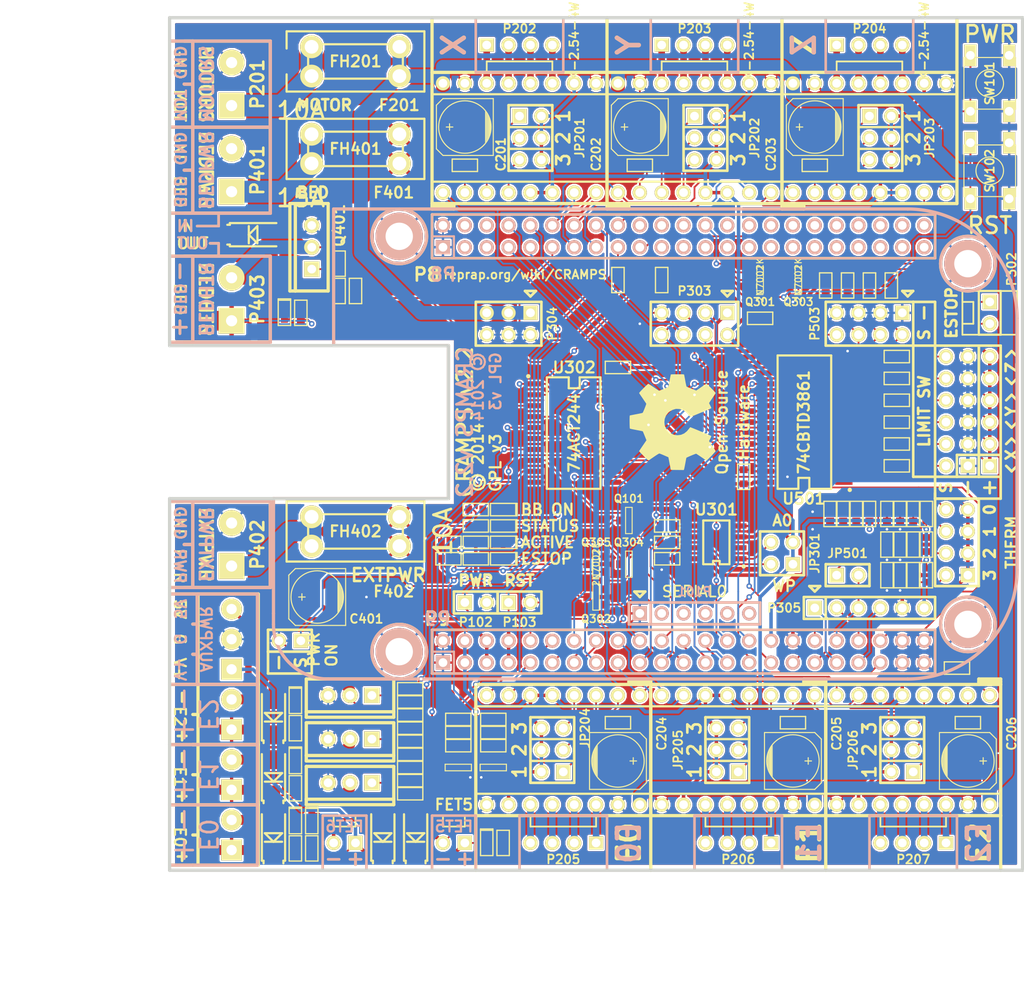
<source format=kicad_pcb>
(kicad_pcb (version 3) (host pcbnew "(2013-07-07 BZR 4022)-stable")
  (title_block (title "CRAMPS (Cape-RAMPS for BeagleBone)") (rev 2.2) (comment 1 "Derived from RAMPS 1.4 reprap.org/wiki/RAMPS1.4") (comment 2 "Derived from RAMPS-FD by Bob Cousins") (comment 3 "Copyright 2014 GPL v3") (comment 4 "CRAMPS by Charles Steinkuehler and Murray Lindeblom"))
  (layers (15 Front signal) (0 Back signal) (18 B.Paste user) (19 F.Paste user) (20 B.SilkS user) (21 F.SilkS user) (22 B.Mask user) (23 F.Mask user) (28 Edge.Cuts user))
  (net 0 "")
  (net 1 +V_MOTOR)
  (net 2 "/Emergency Stop/MACHINE_PWRn")
  (net 3 "/Emergency Stop/PS-On")
  (net 4 /Inputs/MISO-5V)
  (net 5 /Inputs/MOSI-5V)
  (net 6 /Inputs/SCK-5V)
  (net 7 /Inputs/SPI_CS0-5V)
  (net 8 "/Mosfet Outputs/Aux_Pwr")
  (net 9 "/Mosfet Outputs/Bed_Fused")
  (net 10 "/Mosfet Outputs/Bed_HTR")
  (net 11 "/Mosfet Outputs/Bed_Pwr")
  (net 12 "/Mosfet Outputs/E0_HTR")
  (net 13 "/Mosfet Outputs/E1_HTR")
  (net 14 "/Mosfet Outputs/E2_HTR")
  (net 15 "/Mosfet Outputs/Ext_Fused")
  (net 16 "/Mosfet Outputs/Ext_Pwr")
  (net 17 "/Mosfet Outputs/P_FET5")
  (net 18 "/Mosfet Outputs/P_FET6")
  (net 19 "/Stepper Drivers/E01A")
  (net 20 "/Stepper Drivers/E01B")
  (net 21 "/Stepper Drivers/E02A")
  (net 22 "/Stepper Drivers/E02B")
  (net 23 "/Stepper Drivers/E11A")
  (net 24 "/Stepper Drivers/E11B")
  (net 25 "/Stepper Drivers/E12A")
  (net 26 "/Stepper Drivers/E12B")
  (net 27 "/Stepper Drivers/E21A")
  (net 28 "/Stepper Drivers/E21B")
  (net 29 "/Stepper Drivers/E22A")
  (net 30 "/Stepper Drivers/E22B")
  (net 31 "/Stepper Drivers/MOT_IN")
  (net 32 "/Stepper Drivers/X1A")
  (net 33 "/Stepper Drivers/X1B")
  (net 34 "/Stepper Drivers/X2A")
  (net 35 "/Stepper Drivers/X2B")
  (net 36 "/Stepper Drivers/Y1A")
  (net 37 "/Stepper Drivers/Y1B")
  (net 38 "/Stepper Drivers/Y2A")
  (net 39 "/Stepper Drivers/Y2B")
  (net 40 "/Stepper Drivers/Z1A")
  (net 41 "/Stepper Drivers/Z1B")
  (net 42 "/Stepper Drivers/Z2A")
  (net 43 "/Stepper Drivers/Z2B")
  (net 44 ADC_GND)
  (net 45 ADC_VDD)
  (net 46 AIN0)
  (net 47 AIN1)
  (net 48 AIN2)
  (net 49 AIN3)
  (net 50 AXIS_ENAn)
  (net 51 D3.3V)
  (net 52 DGND)
  (net 53 E0_DIR)
  (net 54 E0_EN_BUFn)
  (net 55 E0_STEP)
  (net 56 E1_DIR)
  (net 57 E1_STEP)
  (net 58 E2_DIR)
  (net 59 E2_STEP)
  (net 60 EN_CRAMP3n)
  (net 61 ESTOP)
  (net 62 ESTOP_SW)
  (net 63 FET1)
  (net 64 FET1_BUF)
  (net 65 FET2)
  (net 66 FET2_BUF)
  (net 67 FET3)
  (net 68 FET3_BUF)
  (net 69 FET4)
  (net 70 FET4_BUF)
  (net 71 FET5)
  (net 72 FET5_BUF)
  (net 73 FET6)
  (net 74 FET6_BUF)
  (net 75 LED)
  (net 76 MACHINE_PWR)
  (net 77 MISO)
  (net 78 MOSI)
  (net 79 N-00000100)
  (net 80 N-00000101)
  (net 81 N-00000102)
  (net 82 N-00000103)
  (net 83 N-00000104)
  (net 84 N-00000105)
  (net 85 N-00000118)
  (net 86 N-00000121)
  (net 87 N-00000122)
  (net 88 N-00000127)
  (net 89 N-00000136)
  (net 90 N-00000137)
  (net 91 N-00000138)
  (net 92 N-00000141)
  (net 93 N-00000142)
  (net 94 N-00000143)
  (net 95 N-00000144)
  (net 96 N-00000145)
  (net 97 N-00000146)
  (net 98 N-00000149)
  (net 99 N-00000152)
  (net 100 N-00000153)
  (net 101 N-00000156)
  (net 102 N-00000157)
  (net 103 N-00000159)
  (net 104 N-00000160)
  (net 105 N-00000161)
  (net 106 N-00000164)
  (net 107 N-00000169)
  (net 108 N-00000170)
  (net 109 N-00000171)
  (net 110 N-00000172)
  (net 111 N-00000180)
  (net 112 N-00000182)
  (net 113 N-00000184)
  (net 114 N-00000185)
  (net 115 N-00000186)
  (net 116 N-00000187)
  (net 117 N-00000188)
  (net 118 N-00000189)
  (net 119 N-0000023)
  (net 120 N-0000088)
  (net 121 N-0000089)
  (net 122 N-0000091)
  (net 123 N-0000092)
  (net 124 N-0000093)
  (net 125 N-0000094)
  (net 126 N-0000095)
  (net 127 N-0000096)
  (net 128 N-0000097)
  (net 129 N-0000099)
  (net 130 PWR_BUT)
  (net 131 RESETn)
  (net 132 SCK)
  (net 133 SCL)
  (net 134 SDA)
  (net 135 SPI_CS0)
  (net 136 SPI_CS1)
  (net 137 SPI_SPARE)
  (net 138 SYS_5V)
  (net 139 THERM0)
  (net 140 THERM1)
  (net 141 THERM2)
  (net 142 THERM3)
  (net 143 VDD_5V)
  (net 144 X-MAX)
  (net 145 X-MIN)
  (net 146 X_DIR)
  (net 147 X_STEP)
  (net 148 Y-MAX)
  (net 149 Y-MIN)
  (net 150 Y_DIR)
  (net 151 Y_STEP)
  (net 152 Z-MAX)
  (net 153 Z-MIN)
  (net 154 Z_DIR)
  (net 155 Z_STEP)
  (module PT_2,5-2-5,0-H (layer Front) (at 58 69.5 270)
    (fp_text reference P403 (at -2.5 -3 270) (layer F.SilkS) (effects (font (size 1.5 1.5) (thickness 0.3))))
    (fp_text value PT_2,5-2-5,0-H hide)
    (pad 2 thru_hole circle (at -5 0 270) (size 3 3) (drill 1.3) (layers *.Cu *.Mask F.SilkS) (net 10 "/Mosfet Outputs/Bed_HTR"))
    (pad 1 thru_hole rect (at 0 0 270) (size 3 3) (drill 1.3) (layers *.Cu *.Mask F.SilkS) (net 9 "/Mosfet Outputs/Bed_Fused"))
  )
  (module pin_strip_2 (layer Front) (at 64.77 106.68 180)
    (fp_text reference P301 hide)
    (fp_text value HEADER_2 hide)
    (pad 1 thru_hole rect (at -1.27 0 180) (size 1.651 1.651) (drill 1.016) (layers *.Cu *.Mask F.SilkS) (net 3 "/Emergency Stop/PS-On"))
    (pad 2 thru_hole oval (at 1.27 0 180) (size 1.651 1.651) (drill 1.016) (layers *.Cu *.Mask F.SilkS) (net 52 DGND))
  )
  (module Keystone-3568 (layer Front) (at 72.39 39.37)
    (fp_text reference FH201 (at 0 0) (layer F.SilkS) (effects (font (size 1.27 1.27) (thickness 0.254))))
    (fp_text value FUSE-HOLDER hide)
    (pad 1 thru_hole circle (at -5.1 1.7) (size 2.65 2.65) (drill 1.6) (layers *.Cu *.Mask F.SilkS) (net 31 "/Stepper Drivers/MOT_IN"))
    (pad 2 thru_hole circle (at -5.1 -1.7) (size 2.65 2.65) (drill 1.6) (layers *.Cu *.Mask F.SilkS) (net 31 "/Stepper Drivers/MOT_IN"))
    (pad 3 thru_hole circle (at 5.1 1.7) (size 2.65 2.65) (drill 1.6) (layers *.Cu *.Mask F.SilkS) (net 1 +V_MOTOR))
    (pad 4 thru_hole circle (at 5.1 -1.7) (size 2.65 2.65) (drill 1.6) (layers *.Cu *.Mask F.SilkS) (net 1 +V_MOTOR))
  )
  (module FIDUCIAL-060 (layer Front) (at 64.135 39.37)
    (fp_text reference FID4 hide)
    (fp_text value VAL** hide)
    (pad 1 smd circle (at 0 0) (size 1.524 1.524) (layers Front F.Mask))
  )
  (module FIDUCIAL-060 (layer Front) (at 129.54 130.175)
    (fp_text reference FID3 hide)
    (fp_text value VAL** hide)
    (pad 1 smd circle (at 0 0) (size 1.524 1.524) (layers Front F.Mask))
  )
  (module pin_strip_2 (layer Front) (at 86.36 102.235)
    (fp_text reference P102 (at 0 2.286) (layer F.SilkS) (effects (font (size 1.016 1.016) (thickness 0.2032))))
    (fp_text value HEADER_2 hide)
    (pad 1 thru_hole rect (at -1.27 0) (size 1.651 1.651) (drill 1.016) (layers *.Cu *.Mask F.SilkS) (net 130 PWR_BUT))
    (pad 2 thru_hole circle (at 1.27 0) (size 1.651 1.651) (drill 1.016) (layers *.Cu *.Mask F.SilkS) (net 52 DGND))
  )
  (module pin_strip_2 (layer Front) (at 91.44 102.235)
    (fp_text reference P103 (at 0 2.286) (layer F.SilkS) (effects (font (size 1.016 1.016) (thickness 0.2032))))
    (fp_text value HEADER_2 hide)
    (pad 1 thru_hole rect (at -1.27 0) (size 1.651 1.651) (drill 1.016) (layers *.Cu *.Mask F.SilkS) (net 131 RESETn))
    (pad 2 thru_hole circle (at 1.27 0) (size 1.651 1.651) (drill 1.016) (layers *.Cu *.Mask F.SilkS) (net 52 DGND))
  )
  (module pin_strip_2 (layer Front) (at 129.54 99.06)
    (fp_text reference JP501 (at 0 -2.54) (layer F.SilkS) (effects (font (size 1.016 1.016) (thickness 0.2032))))
    (fp_text value HEADER_2 hide)
    (pad 1 thru_hole rect (at -1.27 0) (size 1.651 1.651) (drill 1.016) (layers *.Cu *.Mask F.SilkS) (net 142 THERM3))
    (pad 2 thru_hole circle (at 1.27 0) (size 1.651 1.651) (drill 1.016) (layers *.Cu *.Mask F.SilkS) (net 49 AIN3))
  )
  (module PCB_GREEN_RMC (layer Front) (at 127.635 132.08)
    (fp_text reference M102 hide)
    (fp_text value LOGO_OSHW hide)
  )
  (module c_elec_6.3x7.7 (layer Front) (at 102.87 120.65)
    (fp_text reference C204 (at 5.08 -3.175 90) (layer F.SilkS) (effects (font (size 1.016 1.016) (thickness 0.2032))))
    (fp_text value "100u 35V" hide)
    (pad 1 smd rect (at 2.75082 0) (size 3.59918 1.6002) (layers Front F.Paste F.Mask) (net 1 +V_MOTOR))
    (pad 2 smd rect (at -2.75082 0) (size 3.59918 1.6002) (layers Front F.Paste F.Mask) (net 52 DGND))
  )
  (module c_elec_6.3x7.7 (layer Front) (at 67.945 101.6 180)
    (fp_text reference C401 (at -5.715 -2.54 180) (layer F.SilkS) (effects (font (size 1.016 1.016) (thickness 0.2032))))
    (fp_text value "100u 35V" hide)
    (pad 1 smd rect (at 2.75082 0 180) (size 3.59918 1.6002) (layers Front F.Paste F.Mask) (net 15 "/Mosfet Outputs/Ext_Fused"))
    (pad 2 smd rect (at -2.75082 0 180) (size 3.59918 1.6002) (layers Front F.Paste F.Mask) (net 52 DGND))
  )
  (module c_elec_6.3x7.7 (layer Front) (at 123.19 120.65)
    (fp_text reference C205 (at 5.08 -3.175 90) (layer F.SilkS) (effects (font (size 1.016 1.016) (thickness 0.2032))))
    (fp_text value "100u 35V" hide)
    (pad 1 smd rect (at 2.75082 0) (size 3.59918 1.6002) (layers Front F.Paste F.Mask) (net 1 +V_MOTOR))
    (pad 2 smd rect (at -2.75082 0) (size 3.59918 1.6002) (layers Front F.Paste F.Mask) (net 52 DGND))
  )
  (module c_elec_6.3x7.7 (layer Front) (at 125.73 46.99 180)
    (fp_text reference C203 (at 5.08 -3.175 270) (layer F.SilkS) (effects (font (size 1.016 1.016) (thickness 0.2032))))
    (fp_text value "100u 35V" hide)
    (pad 1 smd rect (at 2.75082 0 180) (size 3.59918 1.6002) (layers Front F.Paste F.Mask) (net 1 +V_MOTOR))
    (pad 2 smd rect (at -2.75082 0 180) (size 3.59918 1.6002) (layers Front F.Paste F.Mask) (net 52 DGND))
  )
  (module c_elec_6.3x7.7 (layer Front) (at 105.41 46.99 180)
    (fp_text reference C202 (at 5.08 -3.175 270) (layer F.SilkS) (effects (font (size 1.016 1.016) (thickness 0.2032))))
    (fp_text value "100u 35V" hide)
    (pad 1 smd rect (at 2.75082 0 180) (size 3.59918 1.6002) (layers Front F.Paste F.Mask) (net 1 +V_MOTOR))
    (pad 2 smd rect (at -2.75082 0 180) (size 3.59918 1.6002) (layers Front F.Paste F.Mask) (net 52 DGND))
  )
  (module c_elec_6.3x7.7 (layer Front) (at 85.09 46.99 180)
    (fp_text reference C201 (at -4.191 -3.175 270) (layer F.SilkS) (effects (font (size 1.016 1.016) (thickness 0.2302))))
    (fp_text value "100u 35V" hide)
    (pad 1 smd rect (at 2.75082 0 180) (size 3.59918 1.6002) (layers Front F.Paste F.Mask) (net 1 +V_MOTOR))
    (pad 2 smd rect (at -2.75082 0 180) (size 3.59918 1.6002) (layers Front F.Paste F.Mask) (net 52 DGND))
  )
  (module TO-220AB_IRF2804_RMC (layer Front) (at 67.31 60.96 180)
    (fp_text reference Q401 (at -3.175 2.54 270) (layer F.SilkS) (effects (font (size 1.27 1.27) (thickness 0.254))))
    (fp_text value IRLB8743PBF hide)
    (pad D thru_hole circle (at 0 0 180) (size 1.778 1.778) (drill 1.016) (layers *.Cu *.Mask F.SilkS) (net 10 "/Mosfet Outputs/Bed_HTR"))
    (pad S thru_hole circle (at 0 2.54 180) (size 1.778 1.778) (drill 1.016) (layers *.Cu *.Mask F.SilkS) (net 52 DGND))
    (pad G thru_hole rect (at 0 -2.54 180) (size 1.778 1.778) (drill 1.016) (layers *.Cu *.Mask F.SilkS) (net 109 N-00000171))
  )
  (module TO-220AB_IRF2804_RMC (layer Front) (at 71.755 118.11 270)
    (fp_text reference Q403 hide)
    (fp_text value IRLB8743PBF hide)
    (pad D thru_hole circle (at 0 0 270) (size 1.778 1.778) (drill 1.016) (layers *.Cu *.Mask F.SilkS) (net 13 "/Mosfet Outputs/E1_HTR"))
    (pad S thru_hole circle (at 0 2.54 270) (size 1.778 1.778) (drill 1.016) (layers *.Cu *.Mask F.SilkS) (net 52 DGND))
    (pad G thru_hole rect (at 0 -2.54 270) (size 1.778 1.778) (drill 1.016) (layers *.Cu *.Mask F.SilkS) (net 105 N-00000161))
  )
  (module TO-220AB_IRF2804_RMC (layer Front) (at 71.755 123.19 270)
    (fp_text reference Q402 hide)
    (fp_text value IRLB8743PBF hide)
    (pad D thru_hole circle (at 0 0 270) (size 1.778 1.778) (drill 1.016) (layers *.Cu *.Mask F.SilkS) (net 12 "/Mosfet Outputs/E0_HTR"))
    (pad S thru_hole circle (at 0 2.54 270) (size 1.778 1.778) (drill 1.016) (layers *.Cu *.Mask F.SilkS) (net 52 DGND))
    (pad G thru_hole rect (at 0 -2.54 270) (size 1.778 1.778) (drill 1.016) (layers *.Cu *.Mask F.SilkS) (net 106 N-00000164))
  )
  (module OSHW_logo_2 (layer Front) (at 109.22 81.28 90)
    (fp_text reference M101 hide)
    (fp_text value PCB_GREEN_RMC hide)
    (fp_text user Hardware (at 0 8.255 90) (layer F.SilkS) (effects (font (size 1.27 1.27) (thickness 0.254))))
    (fp_text user "Open Source" (at 0 5.715 90) (layer F.SilkS) (effects (font (size 1.27 1.27) (thickness 0.254))))
  )
  (module TO-220AB_IRF2804_RMC (layer Front) (at 71.755 113.03 270)
    (fp_text reference Q405 hide)
    (fp_text value IRLB8743PBF hide)
    (pad D thru_hole circle (at 0 0 270) (size 1.778 1.778) (drill 1.016) (layers *.Cu *.Mask F.SilkS) (net 14 "/Mosfet Outputs/E2_HTR"))
    (pad S thru_hole circle (at 0 2.54 270) (size 1.778 1.778) (drill 1.016) (layers *.Cu *.Mask F.SilkS) (net 52 DGND))
    (pad G thru_hole rect (at 0 -2.54 270) (size 1.778 1.778) (drill 1.016) (layers *.Cu *.Mask F.SilkS) (net 110 N-00000172))
  )
  (module CONN_KK_2.54_4W (layer Front) (at 91.44 37.465)
    (fp_text reference P202 (at 0 -1.905) (layer F.SilkS) (effects (font (size 1.016 1.016) (thickness 0.2032))))
    (fp_text value KK-2.54-4W (at 6.35 0 90) (layer F.SilkS) (effects (font (size 1.016 1.016) (thickness 0.2032))))
    (pad 1 thru_hole rect (at -3.81 0) (size 1.651 1.524) (drill 1.016) (layers *.Cu *.Mask F.SilkS) (net 35 "/Stepper Drivers/X2B"))
    (pad 2 thru_hole circle (at -1.27 0) (size 1.651 1.651) (drill 1.016) (layers *.Cu *.Mask F.SilkS) (net 34 "/Stepper Drivers/X2A"))
    (pad 3 thru_hole circle (at 1.27 0) (size 1.651 1.651) (drill 1.016) (layers *.Cu *.Mask F.SilkS) (net 32 "/Stepper Drivers/X1A"))
    (pad 4 thru_hole circle (at 3.81 0) (size 1.651 1.651) (drill 1.016) (layers *.Cu *.Mask F.SilkS) (net 33 "/Stepper Drivers/X1B"))
  )
  (module CONN_KK_2.54_4W (layer Front) (at 111.76 37.465)
    (fp_text reference P203 (at 0 -1.905) (layer F.SilkS) (effects (font (size 1.016 1.016) (thickness 0.2032))))
    (fp_text value KK-2.54-4W (at 6.35 0 90) (layer F.SilkS) (effects (font (size 1.016 1.016) (thickness 0.2032))))
    (pad 1 thru_hole rect (at -3.81 0) (size 1.651 1.524) (drill 1.016) (layers *.Cu *.Mask F.SilkS) (net 39 "/Stepper Drivers/Y2B"))
    (pad 2 thru_hole circle (at -1.27 0) (size 1.651 1.651) (drill 1.016) (layers *.Cu *.Mask F.SilkS) (net 38 "/Stepper Drivers/Y2A"))
    (pad 3 thru_hole circle (at 1.27 0) (size 1.651 1.651) (drill 1.016) (layers *.Cu *.Mask F.SilkS) (net 36 "/Stepper Drivers/Y1A"))
    (pad 4 thru_hole circle (at 3.81 0) (size 1.651 1.651) (drill 1.016) (layers *.Cu *.Mask F.SilkS) (net 37 "/Stepper Drivers/Y1B"))
  )
  (module CONN_KK_2.54_4W (layer Front) (at 132.08 37.465)
    (fp_text reference P204 (at 0 -1.905) (layer F.SilkS) (effects (font (size 1.016 1.016) (thickness 0.2032))))
    (fp_text value KK-2.54-4W (at 6.35 0 90) (layer F.SilkS) (effects (font (size 1.016 1.016) (thickness 0.2032))))
    (pad 1 thru_hole rect (at -3.81 0) (size 1.651 1.524) (drill 1.016) (layers *.Cu *.Mask F.SilkS) (net 43 "/Stepper Drivers/Z2B"))
    (pad 2 thru_hole circle (at -1.27 0) (size 1.651 1.651) (drill 1.016) (layers *.Cu *.Mask F.SilkS) (net 42 "/Stepper Drivers/Z2A"))
    (pad 3 thru_hole circle (at 1.27 0) (size 1.651 1.651) (drill 1.016) (layers *.Cu *.Mask F.SilkS) (net 40 "/Stepper Drivers/Z1A"))
    (pad 4 thru_hole circle (at 3.81 0) (size 1.651 1.651) (drill 1.016) (layers *.Cu *.Mask F.SilkS) (net 41 "/Stepper Drivers/Z1B"))
  )
  (module CONN_KK_2.54_4W (layer Front) (at 137.16 130.175 180)
    (fp_text reference P207 (at 0 -1.905 180) (layer F.SilkS) (effects (font (size 1.016 1.016) (thickness 0.2032))))
    (fp_text value KK-2.54-4W hide)
    (pad 1 thru_hole rect (at -3.81 0 180) (size 1.651 1.524) (drill 1.016) (layers *.Cu *.Mask F.SilkS) (net 30 "/Stepper Drivers/E22B"))
    (pad 2 thru_hole circle (at -1.27 0 180) (size 1.651 1.651) (drill 1.016) (layers *.Cu *.Mask F.SilkS) (net 29 "/Stepper Drivers/E22A"))
    (pad 3 thru_hole circle (at 1.27 0 180) (size 1.651 1.651) (drill 1.016) (layers *.Cu *.Mask F.SilkS) (net 27 "/Stepper Drivers/E21A"))
    (pad 4 thru_hole circle (at 3.81 0 180) (size 1.651 1.651) (drill 1.016) (layers *.Cu *.Mask F.SilkS) (net 28 "/Stepper Drivers/E21B"))
  )
  (module SW_6x6_MULTI (layer Front) (at 146.05 52.07 90)
    (fp_text reference SW102 (at 0 0 90) (layer F.SilkS) (effects (font (size 1.016 1.016) (thickness 0.2032))))
    (fp_text value SW_PUSH hide)
    (pad 1 thru_hole rect (at 3.24866 -2.25044 90) (size 2.49936 1.397) (drill 1.016) (layers *.Cu *.Mask F.SilkS) (net 131 RESETn))
    (pad 2 thru_hole rect (at 3.24866 2.25044 90) (size 2.49936 1.397) (drill 1.016) (layers *.Cu *.Mask F.SilkS) (net 52 DGND))
    (pad 1 thru_hole rect (at -3.2512 -2.25044 90) (size 2.49936 1.397) (drill 1.016) (layers *.Cu *.Mask F.SilkS) (net 131 RESETn))
    (pad 2 thru_hole rect (at -3.2512 2.25044 90) (size 2.49936 1.397) (drill 1.016) (layers *.Cu *.Mask F.SilkS) (net 52 DGND))
  )
  (module CONN_KK_2.54_4W (layer Front) (at 116.84 130.175 180)
    (fp_text reference P206 (at 0 -1.905 180) (layer F.SilkS) (effects (font (size 1.016 1.016) (thickness 0.2032))))
    (fp_text value KK-2.54-4W hide)
    (pad 1 thru_hole rect (at -3.81 0 180) (size 1.651 1.524) (drill 1.016) (layers *.Cu *.Mask F.SilkS) (net 26 "/Stepper Drivers/E12B"))
    (pad 2 thru_hole circle (at -1.27 0 180) (size 1.651 1.651) (drill 1.016) (layers *.Cu *.Mask F.SilkS) (net 25 "/Stepper Drivers/E12A"))
    (pad 3 thru_hole circle (at 1.27 0 180) (size 1.651 1.651) (drill 1.016) (layers *.Cu *.Mask F.SilkS) (net 23 "/Stepper Drivers/E11A"))
    (pad 4 thru_hole circle (at 3.81 0 180) (size 1.651 1.651) (drill 1.016) (layers *.Cu *.Mask F.SilkS) (net 24 "/Stepper Drivers/E11B"))
  )
  (module CONN_KK_2.54_4W (layer Front) (at 96.52 130.175 180)
    (fp_text reference P205 (at 0 -1.905 180) (layer F.SilkS) (effects (font (size 1.016 1.016) (thickness 0.2032))))
    (fp_text value KK-2.54-4W hide)
    (pad 1 thru_hole rect (at -3.81 0 180) (size 1.651 1.524) (drill 1.016) (layers *.Cu *.Mask F.SilkS) (net 22 "/Stepper Drivers/E02B"))
    (pad 2 thru_hole circle (at -1.27 0 180) (size 1.651 1.651) (drill 1.016) (layers *.Cu *.Mask F.SilkS) (net 21 "/Stepper Drivers/E02A"))
    (pad 3 thru_hole circle (at 1.27 0 180) (size 1.651 1.651) (drill 1.016) (layers *.Cu *.Mask F.SilkS) (net 19 "/Stepper Drivers/E01A"))
    (pad 4 thru_hole circle (at 3.81 0 180) (size 1.651 1.651) (drill 1.016) (layers *.Cu *.Mask F.SilkS) (net 20 "/Stepper Drivers/E01B"))
  )
  (module c_elec_6.3x7.7 (layer Front) (at 143.51 120.65)
    (fp_text reference C206 (at 5.08 -3.175 90) (layer F.SilkS) (effects (font (size 1.016 1.016) (thickness 0.2032))))
    (fp_text value "100u 35V" hide)
    (pad 1 smd rect (at 2.75082 0) (size 3.59918 1.6002) (layers Front F.Paste F.Mask) (net 1 +V_MOTOR))
    (pad 2 smd rect (at -2.75082 0) (size 3.59918 1.6002) (layers Front F.Paste F.Mask) (net 52 DGND))
  )
  (module SOT23GDS (layer Front) (at 88.392 121.412)
    (fp_text reference Q404 hide)
    (fp_text value DMN2075U hide)
    (pad S smd rect (at -0.889 -1.016) (size 0.9144 0.9144) (layers Front F.Paste F.Mask) (net 52 DGND))
    (pad G smd rect (at 0.889 -1.016) (size 0.9144 0.9144) (layers Front F.Paste F.Mask) (net 108 N-00000170))
    (pad D smd rect (at 0 1.016) (size 0.9144 0.9144) (layers Front F.Paste F.Mask) (net 17 "/Mosfet Outputs/P_FET5"))
  )
  (module SOT23GDS (layer Front) (at 84.328 121.412)
    (fp_text reference Q406 hide)
    (fp_text value DMN2075U hide)
    (pad S smd rect (at -0.889 -1.016) (size 0.9144 0.9144) (layers Front F.Paste F.Mask) (net 52 DGND))
    (pad G smd rect (at 0.889 -1.016) (size 0.9144 0.9144) (layers Front F.Paste F.Mask) (net 107 N-00000169))
    (pad D smd rect (at 0 1.016) (size 0.9144 0.9144) (layers Front F.Paste F.Mask) (net 18 "/Mosfet Outputs/P_FET6"))
  )
  (module CONN_KK_2.54_2W (layer Front) (at 83.82 130.175 180)
    (fp_text reference P407 hide)
    (fp_text value KK-2.54-2W hide)
    (pad 1 thru_hole rect (at -1.27 0 180) (size 1.651 1.651) (drill 1.016) (layers *.Cu *.Mask F.SilkS) (net 8 "/Mosfet Outputs/Aux_Pwr"))
    (pad 2 thru_hole circle (at 1.27 0 180) (size 1.651 1.651) (drill 1.016) (layers *.Cu *.Mask F.SilkS) (net 17 "/Mosfet Outputs/P_FET5"))
  )
  (module CONN_KK_2.54_2W (layer Front) (at 71.12 130.175 180)
    (fp_text reference P409 hide)
    (fp_text value KK-2.54-2W hide)
    (pad 1 thru_hole rect (at -1.27 0 180) (size 1.651 1.651) (drill 1.016) (layers *.Cu *.Mask F.SilkS) (net 8 "/Mosfet Outputs/Aux_Pwr"))
    (pad 2 thru_hole circle (at 1.27 0 180) (size 1.651 1.651) (drill 1.016) (layers *.Cu *.Mask F.SilkS) (net 18 "/Mosfet Outputs/P_FET6"))
  )
  (module CONN_KK_2.54_2W (layer Front) (at 146.05 68.58 270)
    (fp_text reference P302 (at -5.08 -2.54 270) (layer F.SilkS) (effects (font (size 1.016 1.016) (thickness 0.2032))))
    (fp_text value KK-2.54-2W hide)
    (pad 1 thru_hole rect (at -1.27 0 270) (size 1.651 1.651) (drill 1.016) (layers *.Cu *.Mask F.SilkS) (net 113 N-00000184))
    (pad 2 thru_hole circle (at 1.27 0 270) (size 1.651 1.651) (drill 1.016) (layers *.Cu *.Mask F.SilkS) (net 116 N-00000187))
  )
  (module pin_strip_6 (layer Front) (at 146.05 80.01 90)
    (fp_text reference P501 hide)
    (fp_text value HEADER_6 hide)
    (pad 1 thru_hole rect (at -6.35 0 90) (size 1.651 1.651) (drill 1.016) (layers *.Cu *.Mask F.SilkS) (net 138 SYS_5V))
    (pad 2 thru_hole circle (at -3.81 0 90) (size 1.651 1.651) (drill 1.016) (layers *.Cu *.Mask F.SilkS) (net 138 SYS_5V))
    (pad 3 thru_hole circle (at -1.27 0 90) (size 1.651 1.651) (drill 1.016) (layers *.Cu *.Mask F.SilkS) (net 138 SYS_5V))
    (pad 4 thru_hole circle (at 1.27 0 90) (size 1.651 1.651) (drill 1.016) (layers *.Cu *.Mask F.SilkS) (net 138 SYS_5V))
    (pad 5 thru_hole circle (at 3.81 0 90) (size 1.651 1.651) (drill 1.016) (layers *.Cu *.Mask F.SilkS) (net 138 SYS_5V))
    (pad 6 thru_hole circle (at 6.35 0 90) (size 1.651 1.651) (drill 1.016) (layers *.Cu *.Mask F.SilkS) (net 138 SYS_5V))
  )
  (module pin_strip_6x2 (layer Front) (at 142.24 80.01 90)
    (fp_text reference P502 hide)
    (fp_text value HEADER_6X2 hide)
    (pad 1 thru_hole rect (at -6.35 1.27 90) (size 1.651 1.651) (drill 1.016) (layers *.Cu *.Mask F.SilkS) (net 52 DGND))
    (pad 2 thru_hole circle (at -6.35 -1.27 90) (size 1.651 1.651) (drill 1.016) (layers *.Cu *.Mask F.SilkS) (net 97 N-00000146))
    (pad 3 thru_hole circle (at -3.81 1.27 90) (size 1.651 1.651) (drill 1.016) (layers *.Cu *.Mask F.SilkS) (net 52 DGND))
    (pad 4 thru_hole circle (at -3.81 -1.27 90) (size 1.651 1.651) (drill 1.016) (layers *.Cu *.Mask F.SilkS) (net 92 N-00000141))
    (pad 5 thru_hole circle (at -1.27 1.27 90) (size 1.651 1.651) (drill 1.016) (layers *.Cu *.Mask F.SilkS) (net 52 DGND))
    (pad 6 thru_hole circle (at -1.27 -1.27 90) (size 1.651 1.651) (drill 1.016) (layers *.Cu *.Mask F.SilkS) (net 93 N-00000142))
    (pad 7 thru_hole circle (at 1.27 1.27 90) (size 1.651 1.651) (drill 1.016) (layers *.Cu *.Mask F.SilkS) (net 52 DGND))
    (pad 8 thru_hole circle (at 1.27 -1.27 90) (size 1.651 1.651) (drill 1.016) (layers *.Cu *.Mask F.SilkS) (net 94 N-00000143))
    (pad 9 thru_hole circle (at 3.81 1.27 90) (size 1.651 1.651) (drill 1.016) (layers *.Cu *.Mask F.SilkS) (net 52 DGND))
    (pad 10 thru_hole circle (at 3.81 -1.27 90) (size 1.651 1.651) (drill 1.016) (layers *.Cu *.Mask F.SilkS) (net 95 N-00000144))
    (pad 11 thru_hole circle (at 6.35 1.27 90) (size 1.651 1.651) (drill 1.016) (layers *.Cu *.Mask F.SilkS) (net 52 DGND))
    (pad 12 thru_hole circle (at 6.35 -1.27 90) (size 1.651 1.651) (drill 1.016) (layers *.Cu *.Mask F.SilkS) (net 96 N-00000145))
  )
  (module SOT23GDS (layer Front) (at 104.14 92.71 270)
    (fp_text reference Q101 (at -2.54 0 360) (layer F.SilkS) (effects (font (size 0.889 0.889) (thickness 0.1778))))
    (fp_text value 2N7002K hide)
    (pad S smd rect (at -0.889 -1.016 270) (size 0.9144 0.9144) (layers Front F.Paste F.Mask) (net 52 DGND))
    (pad G smd rect (at 0.889 -1.016 270) (size 0.9144 0.9144) (layers Front F.Paste F.Mask) (net 75 LED))
    (pad D smd rect (at 0 1.016 270) (size 0.9144 0.9144) (layers Front F.Paste F.Mask) (net 121 N-0000089))
  )
  (module SW_6x6_MULTI (layer Front) (at 146.05 41.91 90)
    (fp_text reference SW101 (at 0 0 90) (layer F.SilkS) (effects (font (size 1.016 1.016) (thickness 0.2032))))
    (fp_text value SW_PUSH hide)
    (pad 1 thru_hole rect (at 3.24866 -2.25044 90) (size 2.49936 1.397) (drill 1.016) (layers *.Cu *.Mask F.SilkS) (net 130 PWR_BUT))
    (pad 2 thru_hole rect (at 3.24866 2.25044 90) (size 2.49936 1.397) (drill 1.016) (layers *.Cu *.Mask F.SilkS) (net 52 DGND))
    (pad 1 thru_hole rect (at -3.2512 -2.25044 90) (size 2.49936 1.397) (drill 1.016) (layers *.Cu *.Mask F.SilkS) (net 130 PWR_BUT))
    (pad 2 thru_hole rect (at -3.2512 2.25044 90) (size 2.49936 1.397) (drill 1.016) (layers *.Cu *.Mask F.SilkS) (net 52 DGND))
  )
  (module SOT23GDS (layer Front) (at 100.33 101.6 270)
    (fp_text reference Q302 (at 2.54 0 360) (layer F.SilkS) (effects (font (size 0.889 0.889) (thickness 0.1778))))
    (fp_text value 2N7002K hide)
    (pad S smd rect (at -0.889 -1.016 270) (size 0.9144 0.9144) (layers Front F.Paste F.Mask) (net 113 N-00000184))
    (pad G smd rect (at 0.889 -1.016 270) (size 0.9144 0.9144) (layers Front F.Paste F.Mask) (net 76 MACHINE_PWR))
    (pad D smd rect (at 0 1.016 270) (size 0.9144 0.9144) (layers Front F.Paste F.Mask) (net 3 "/Emergency Stop/PS-On"))
  )
  (module SOT23GDS (layer Front) (at 104.14 97.79 270)
    (fp_text reference Q304 (at -2.54 0 360) (layer F.SilkS) (effects (font (size 0.889 0.889) (thickness 0.1778))))
    (fp_text value 2N7002K hide)
    (pad S smd rect (at -0.889 -1.016 270) (size 0.9144 0.9144) (layers Front F.Paste F.Mask) (net 113 N-00000184))
    (pad G smd rect (at 0.889 -1.016 270) (size 0.9144 0.9144) (layers Front F.Paste F.Mask) (net 76 MACHINE_PWR))
    (pad D smd rect (at 0 1.016 270) (size 0.9144 0.9144) (layers Front F.Paste F.Mask) (net 2 "/Emergency Stop/MACHINE_PWRn"))
  )
  (module pin_strip_6 (layer Back) (at 111.76 103.505)
    (fp_text reference P101 (at 0 -2.54) (layer B.SilkS) (effects (font (size 1.016 1.016) (thickness 0.2032)) (justify mirror)))
    (fp_text value SOCKET_6_LONG hide)
    (pad 1 thru_hole rect (at -6.35 0) (size 1.651 1.651) (drill 1.016) (layers *.Cu *.Mask B.SilkS) (net 52 DGND))
    (pad 2 thru_hole circle (at -3.81 0) (size 1.651 1.651) (drill 1.016) (layers *.Cu *.Mask B.SilkS))
    (pad 3 thru_hole circle (at -1.27 0) (size 1.651 1.651) (drill 1.016) (layers *.Cu *.Mask B.SilkS))
    (pad 4 thru_hole circle (at 1.27 0) (size 1.651 1.651) (drill 1.016) (layers *.Cu *.Mask B.SilkS))
    (pad 5 thru_hole circle (at 3.81 0) (size 1.651 1.651) (drill 1.016) (layers *.Cu *.Mask B.SilkS))
    (pad 6 thru_hole circle (at 6.35 0) (size 1.651 1.651) (drill 1.016) (layers *.Cu *.Mask B.SilkS))
  )
  (module pin_strip_6 (layer Front) (at 132.08 102.87)
    (fp_text reference P305 (at -9.906 0) (layer F.SilkS) (effects (font (size 1.016 1.016) (thickness 0.2032))))
    (fp_text value HEADER_6 hide)
    (pad 1 thru_hole rect (at -6.35 0) (size 1.651 1.651) (drill 1.016) (layers *.Cu *.Mask F.SilkS) (net 48 AIN2))
    (pad 2 thru_hole circle (at -3.81 0) (size 1.651 1.651) (drill 1.016) (layers *.Cu *.Mask F.SilkS) (net 47 AIN1))
    (pad 3 thru_hole circle (at -1.27 0) (size 1.651 1.651) (drill 1.016) (layers *.Cu *.Mask F.SilkS) (net 49 AIN3))
    (pad 4 thru_hole circle (at 1.27 0) (size 1.651 1.651) (drill 1.016) (layers *.Cu *.Mask F.SilkS) (net 46 AIN0))
    (pad 5 thru_hole circle (at 3.81 0) (size 1.651 1.651) (drill 1.016) (layers *.Cu *.Mask F.SilkS) (net 44 ADC_GND))
    (pad 6 thru_hole circle (at 6.35 0) (size 1.651 1.651) (drill 1.016) (layers *.Cu *.Mask F.SilkS) (net 45 ADC_VDD))
  )
  (module SOT23GDS (layer Front) (at 123.825 64.77 90)
    (fp_text reference Q303 (at -2.54 0 180) (layer F.SilkS) (effects (font (size 0.889 0.889) (thickness 0.1778))))
    (fp_text value 2N7002K (at 0 0 90) (layer F.SilkS) (effects (font (size 0.762 0.762) (thickness 0.12954))))
    (pad S smd rect (at -0.889 -1.016 90) (size 0.9144 0.9144) (layers Front F.Paste F.Mask) (net 52 DGND))
    (pad G smd rect (at 0.889 -1.016 90) (size 0.9144 0.9144) (layers Front F.Paste F.Mask) (net 115 N-00000186))
    (pad D smd rect (at 0 1.016 90) (size 0.9144 0.9144) (layers Front F.Paste F.Mask) (net 116 N-00000187))
  )
  (module SOT23GDS (layer Front) (at 119.38 64.77 90)
    (fp_text reference Q301 (at -2.54 0 180) (layer F.SilkS) (effects (font (size 0.889 0.889) (thickness 0.1778))))
    (fp_text value 2N7002K (at 0 0 90) (layer F.SilkS) (effects (font (size 0.762 0.762) (thickness 0.12954))))
    (pad S smd rect (at -0.889 -1.016 90) (size 0.9144 0.9144) (layers Front F.Paste F.Mask) (net 52 DGND))
    (pad G smd rect (at 0.889 -1.016 90) (size 0.9144 0.9144) (layers Front F.Paste F.Mask) (net 62 ESTOP_SW))
    (pad D smd rect (at 0 1.016 90) (size 0.9144 0.9144) (layers Front F.Paste F.Mask) (net 115 N-00000186))
  )
  (module P8P9_PinHeader (layer Back) (at 82.55 109.22)
    (fp_text reference P9 (at -0.635 -5.08) (layer B.SilkS) (effects (font (size 1.524 1.524) (thickness 0.3048)) (justify mirror)))
    (fp_text value BB_EXP_CONN hide)
    (pad 1 thru_hole rect (at 0 0) (size 1.651 1.651) (drill 1.016) (layers *.Cu *.Mask B.SilkS) (net 52 DGND))
    (pad 2 thru_hole circle (at 0 -2.54) (size 1.651 1.651) (drill 1.016) (layers *.Cu *.Mask B.SilkS) (net 52 DGND))
    (pad 3 thru_hole circle (at 2.54 0) (size 1.651 1.651) (drill 1.016) (layers *.Cu *.Mask B.SilkS) (net 51 D3.3V))
    (pad 4 thru_hole circle (at 2.54 -2.54) (size 1.651 1.651) (drill 1.016) (layers *.Cu *.Mask B.SilkS) (net 51 D3.3V))
    (pad 5 thru_hole circle (at 5.08 0) (size 1.651 1.651) (drill 1.016) (layers *.Cu *.Mask B.SilkS) (net 143 VDD_5V))
    (pad 6 thru_hole circle (at 5.08 -2.54) (size 1.651 1.651) (drill 1.016) (layers *.Cu *.Mask B.SilkS) (net 143 VDD_5V))
    (pad 7 thru_hole circle (at 7.62 0) (size 1.651 1.651) (drill 1.016) (layers *.Cu *.Mask B.SilkS) (net 138 SYS_5V))
    (pad 8 thru_hole circle (at 7.62 -2.54) (size 1.651 1.651) (drill 1.016) (layers *.Cu *.Mask B.SilkS) (net 138 SYS_5V))
    (pad 9 thru_hole circle (at 10.16 0) (size 1.651 1.651) (drill 1.016) (layers *.Cu *.Mask B.SilkS) (net 130 PWR_BUT))
    (pad 10 thru_hole circle (at 10.16 -2.54) (size 1.651 1.651) (drill 1.016) (layers *.Cu *.Mask B.SilkS) (net 131 RESETn))
    (pad 11 thru_hole circle (at 12.7 0) (size 1.651 1.651) (drill 1.016) (layers *.Cu *.Mask B.SilkS) (net 152 Z-MAX))
    (pad 12 thru_hole circle (at 12.7 -2.54) (size 1.651 1.651) (drill 1.016) (layers *.Cu *.Mask B.SilkS) (net 53 E0_DIR))
    (pad 13 thru_hole circle (at 15.24 0) (size 1.651 1.651) (drill 1.016) (layers *.Cu *.Mask B.SilkS) (net 153 Z-MIN))
    (pad 14 thru_hole circle (at 15.24 -2.54) (size 1.651 1.651) (drill 1.016) (layers *.Cu *.Mask B.SilkS) (net 50 AXIS_ENAn))
    (pad 15 thru_hole circle (at 17.78 0) (size 1.651 1.651) (drill 1.016) (layers *.Cu *.Mask B.SilkS) (net 65 FET2))
    (pad 16 thru_hole circle (at 17.78 -2.54) (size 1.651 1.651) (drill 1.016) (layers *.Cu *.Mask B.SilkS) (net 55 E0_STEP))
    (pad 17 thru_hole circle (at 20.32 0) (size 1.651 1.651) (drill 1.016) (layers *.Cu *.Mask B.SilkS) (net 57 E1_STEP))
    (pad 18 thru_hole circle (at 20.32 -2.54) (size 1.651 1.651) (drill 1.016) (layers *.Cu *.Mask B.SilkS) (net 56 E1_DIR))
    (pad 19 thru_hole circle (at 22.86 0) (size 1.651 1.651) (drill 1.016) (layers *.Cu *.Mask B.SilkS) (net 133 SCL))
    (pad 20 thru_hole circle (at 22.86 -2.54) (size 1.651 1.651) (drill 1.016) (layers *.Cu *.Mask B.SilkS) (net 134 SDA))
    (pad 21 thru_hole circle (at 25.4 0) (size 1.651 1.651) (drill 1.016) (layers *.Cu *.Mask B.SilkS) (net 69 FET4))
    (pad 22 thru_hole circle (at 25.4 -2.54) (size 1.651 1.651) (drill 1.016) (layers *.Cu *.Mask B.SilkS) (net 73 FET6))
    (pad 23 thru_hole circle (at 27.94 0) (size 1.651 1.651) (drill 1.016) (layers *.Cu *.Mask B.SilkS) (net 76 MACHINE_PWR))
    (pad 24 thru_hole circle (at 27.94 -2.54) (size 1.651 1.651) (drill 1.016) (layers *.Cu *.Mask B.SilkS) (net 59 E2_STEP))
    (pad 25 thru_hole circle (at 30.48 0) (size 1.651 1.651) (drill 1.016) (layers *.Cu *.Mask B.SilkS) (net 75 LED))
    (pad 26 thru_hole circle (at 30.48 -2.54) (size 1.651 1.651) (drill 1.016) (layers *.Cu *.Mask B.SilkS) (net 58 E2_DIR))
    (pad 27 thru_hole circle (at 33.02 0) (size 1.651 1.651) (drill 1.016) (layers *.Cu *.Mask B.SilkS) (net 67 FET3))
    (pad 28 thru_hole circle (at 33.02 -2.54) (size 1.651 1.651) (drill 1.016) (layers *.Cu *.Mask B.SilkS) (net 135 SPI_CS0))
    (pad 29 thru_hole circle (at 35.56 0) (size 1.651 1.651) (drill 1.016) (layers *.Cu *.Mask B.SilkS) (net 77 MISO))
    (pad 30 thru_hole circle (at 35.56 -2.54) (size 1.651 1.651) (drill 1.016) (layers *.Cu *.Mask B.SilkS) (net 78 MOSI))
    (pad 31 thru_hole circle (at 38.1 0) (size 1.651 1.651) (drill 1.016) (layers *.Cu *.Mask B.SilkS) (net 132 SCK))
    (pad 32 thru_hole circle (at 38.1 -2.54) (size 1.651 1.651) (drill 1.016) (layers *.Cu *.Mask B.SilkS) (net 45 ADC_VDD))
    (pad 33 thru_hole circle (at 40.64 0) (size 1.651 1.651) (drill 1.016) (layers *.Cu *.Mask B.SilkS) (net 139 THERM0))
    (pad 34 thru_hole circle (at 40.64 -2.54) (size 1.651 1.651) (drill 1.016) (layers *.Cu *.Mask B.SilkS) (net 44 ADC_GND))
    (pad 35 thru_hole circle (at 43.18 0) (size 1.651 1.651) (drill 1.016) (layers *.Cu *.Mask B.SilkS) (net 141 THERM2))
    (pad 36 thru_hole circle (at 43.18 -2.54) (size 1.651 1.651) (drill 1.016) (layers *.Cu *.Mask B.SilkS) (net 140 THERM1))
    (pad 37 thru_hole circle (at 45.72 0) (size 1.651 1.651) (drill 1.016) (layers *.Cu *.Mask B.SilkS) (net 48 AIN2))
    (pad 38 thru_hole circle (at 45.72 -2.54) (size 1.651 1.651) (drill 1.016) (layers *.Cu *.Mask B.SilkS) (net 49 AIN3))
    (pad 39 thru_hole circle (at 48.26 0) (size 1.651 1.651) (drill 1.016) (layers *.Cu *.Mask B.SilkS) (net 46 AIN0))
    (pad 40 thru_hole circle (at 48.26 -2.54) (size 1.651 1.651) (drill 1.016) (layers *.Cu *.Mask B.SilkS) (net 47 AIN1))
    (pad 41 thru_hole circle (at 50.8 0) (size 1.651 1.651) (drill 1.016) (layers *.Cu *.Mask B.SilkS) (net 71 FET5))
    (pad 42 thru_hole circle (at 50.8 -2.54) (size 1.651 1.651) (drill 1.016) (layers *.Cu *.Mask B.SilkS) (net 136 SPI_CS1))
    (pad 43 thru_hole circle (at 53.34 0) (size 1.651 1.651) (drill 1.016) (layers *.Cu *.Mask B.SilkS) (net 52 DGND))
    (pad 44 thru_hole circle (at 53.34 -2.54) (size 1.651 1.651) (drill 1.016) (layers *.Cu *.Mask B.SilkS) (net 52 DGND))
    (pad 45 thru_hole circle (at 55.88 0) (size 1.651 1.651) (drill 1.016) (layers *.Cu *.Mask B.SilkS) (net 52 DGND))
    (pad 46 thru_hole circle (at 55.88 -2.54) (size 1.651 1.651) (drill 1.016) (layers *.Cu *.Mask B.SilkS) (net 52 DGND))
  )
  (module P8P9_PinHeader (layer Back) (at 82.55 60.96)
    (fp_text reference P8 (at 0 3.175) (layer B.SilkS) (effects (font (size 1.524 1.524) (thickness 0.3048)) (justify mirror)))
    (fp_text value BB_EXP_CONN hide)
    (pad 1 thru_hole rect (at 0 0) (size 1.651 1.651) (drill 1.016) (layers *.Cu *.Mask B.SilkS) (net 52 DGND))
    (pad 2 thru_hole circle (at 0 -2.54) (size 1.651 1.651) (drill 1.016) (layers *.Cu *.Mask B.SilkS) (net 52 DGND))
    (pad 3 thru_hole circle (at 2.54 0) (size 1.651 1.651) (drill 1.016) (layers *.Cu *.Mask B.SilkS))
    (pad 4 thru_hole circle (at 2.54 -2.54) (size 1.651 1.651) (drill 1.016) (layers *.Cu *.Mask B.SilkS))
    (pad 5 thru_hole circle (at 5.08 0) (size 1.651 1.651) (drill 1.016) (layers *.Cu *.Mask B.SilkS))
    (pad 6 thru_hole circle (at 5.08 -2.54) (size 1.651 1.651) (drill 1.016) (layers *.Cu *.Mask B.SilkS))
    (pad 7 thru_hole circle (at 7.62 0) (size 1.651 1.651) (drill 1.016) (layers *.Cu *.Mask B.SilkS) (net 144 X-MAX))
    (pad 8 thru_hole circle (at 7.62 -2.54) (size 1.651 1.651) (drill 1.016) (layers *.Cu *.Mask B.SilkS) (net 145 X-MIN))
    (pad 9 thru_hole circle (at 10.16 0) (size 1.651 1.651) (drill 1.016) (layers *.Cu *.Mask B.SilkS) (net 148 Y-MAX))
    (pad 10 thru_hole circle (at 10.16 -2.54) (size 1.651 1.651) (drill 1.016) (layers *.Cu *.Mask B.SilkS) (net 149 Y-MIN))
    (pad 11 thru_hole circle (at 12.7 0) (size 1.651 1.651) (drill 1.016) (layers *.Cu *.Mask B.SilkS) (net 63 FET1))
    (pad 12 thru_hole circle (at 12.7 -2.54) (size 1.651 1.651) (drill 1.016) (layers *.Cu *.Mask B.SilkS) (net 146 X_DIR))
    (pad 13 thru_hole circle (at 15.24 0) (size 1.651 1.651) (drill 1.016) (layers *.Cu *.Mask B.SilkS) (net 147 X_STEP))
    (pad 14 thru_hole circle (at 15.24 -2.54) (size 1.651 1.651) (drill 1.016) (layers *.Cu *.Mask B.SilkS) (net 150 Y_DIR))
    (pad 15 thru_hole circle (at 17.78 0) (size 1.651 1.651) (drill 1.016) (layers *.Cu *.Mask B.SilkS) (net 151 Y_STEP))
    (pad 16 thru_hole circle (at 17.78 -2.54) (size 1.651 1.651) (drill 1.016) (layers *.Cu *.Mask B.SilkS) (net 137 SPI_SPARE))
    (pad 17 thru_hole circle (at 20.32 0) (size 1.651 1.651) (drill 1.016) (layers *.Cu *.Mask B.SilkS) (net 61 ESTOP))
    (pad 18 thru_hole circle (at 20.32 -2.54) (size 1.651 1.651) (drill 1.016) (layers *.Cu *.Mask B.SilkS) (net 154 Z_DIR))
    (pad 19 thru_hole circle (at 22.86 0) (size 1.651 1.651) (drill 1.016) (layers *.Cu *.Mask B.SilkS) (net 155 Z_STEP))
    (pad 20 thru_hole circle (at 22.86 -2.54) (size 1.651 1.651) (drill 1.016) (layers *.Cu *.Mask B.SilkS))
    (pad 21 thru_hole circle (at 25.4 0) (size 1.651 1.651) (drill 1.016) (layers *.Cu *.Mask B.SilkS))
    (pad 22 thru_hole circle (at 25.4 -2.54) (size 1.651 1.651) (drill 1.016) (layers *.Cu *.Mask B.SilkS))
    (pad 23 thru_hole circle (at 27.94 0) (size 1.651 1.651) (drill 1.016) (layers *.Cu *.Mask B.SilkS))
    (pad 24 thru_hole circle (at 27.94 -2.54) (size 1.651 1.651) (drill 1.016) (layers *.Cu *.Mask B.SilkS))
    (pad 25 thru_hole circle (at 30.48 0) (size 1.651 1.651) (drill 1.016) (layers *.Cu *.Mask B.SilkS))
    (pad 26 thru_hole circle (at 30.48 -2.54) (size 1.651 1.651) (drill 1.016) (layers *.Cu *.Mask B.SilkS) (net 62 ESTOP_SW))
    (pad 27 thru_hole circle (at 33.02 0) (size 1.651 1.651) (drill 1.016) (layers *.Cu *.Mask B.SilkS))
    (pad 28 thru_hole circle (at 33.02 -2.54) (size 1.651 1.651) (drill 1.016) (layers *.Cu *.Mask B.SilkS))
    (pad 29 thru_hole circle (at 35.56 0) (size 1.651 1.651) (drill 1.016) (layers *.Cu *.Mask B.SilkS))
    (pad 30 thru_hole circle (at 35.56 -2.54) (size 1.651 1.651) (drill 1.016) (layers *.Cu *.Mask B.SilkS))
    (pad 31 thru_hole circle (at 38.1 0) (size 1.651 1.651) (drill 1.016) (layers *.Cu *.Mask B.SilkS))
    (pad 32 thru_hole circle (at 38.1 -2.54) (size 1.651 1.651) (drill 1.016) (layers *.Cu *.Mask B.SilkS))
    (pad 33 thru_hole circle (at 40.64 0) (size 1.651 1.651) (drill 1.016) (layers *.Cu *.Mask B.SilkS))
    (pad 34 thru_hole circle (at 40.64 -2.54) (size 1.651 1.651) (drill 1.016) (layers *.Cu *.Mask B.SilkS))
    (pad 35 thru_hole circle (at 43.18 0) (size 1.651 1.651) (drill 1.016) (layers *.Cu *.Mask B.SilkS))
    (pad 36 thru_hole circle (at 43.18 -2.54) (size 1.651 1.651) (drill 1.016) (layers *.Cu *.Mask B.SilkS))
    (pad 37 thru_hole circle (at 45.72 0) (size 1.651 1.651) (drill 1.016) (layers *.Cu *.Mask B.SilkS))
    (pad 38 thru_hole circle (at 45.72 -2.54) (size 1.651 1.651) (drill 1.016) (layers *.Cu *.Mask B.SilkS))
    (pad 39 thru_hole circle (at 48.26 0) (size 1.651 1.651) (drill 1.016) (layers *.Cu *.Mask B.SilkS))
    (pad 40 thru_hole circle (at 48.26 -2.54) (size 1.651 1.651) (drill 1.016) (layers *.Cu *.Mask B.SilkS))
    (pad 41 thru_hole circle (at 50.8 0) (size 1.651 1.651) (drill 1.016) (layers *.Cu *.Mask B.SilkS))
    (pad 42 thru_hole circle (at 50.8 -2.54) (size 1.651 1.651) (drill 1.016) (layers *.Cu *.Mask B.SilkS))
    (pad 43 thru_hole circle (at 53.34 0) (size 1.651 1.651) (drill 1.016) (layers *.Cu *.Mask B.SilkS))
    (pad 44 thru_hole circle (at 53.34 -2.54) (size 1.651 1.651) (drill 1.016) (layers *.Cu *.Mask B.SilkS))
    (pad 45 thru_hole circle (at 55.88 0) (size 1.651 1.651) (drill 1.016) (layers *.Cu *.Mask B.SilkS))
    (pad 46 thru_hole circle (at 55.88 -2.54) (size 1.651 1.651) (drill 1.016) (layers *.Cu *.Mask B.SilkS))
  )
  (module POLOLU (layer Front) (at 96.52 113.03 180)
    (fp_text reference U204 hide)
    (fp_text value Pololu hide)
    (pad 1 thru_hole circle (at -8.89 0 180) (size 1.651 1.651) (drill 1.016) (layers *.Cu *.Mask F.SilkS) (net 54 E0_EN_BUFn))
    (pad 2 thru_hole circle (at -6.35 0 180) (size 1.651 1.651) (drill 1.016) (layers *.Cu *.Mask F.SilkS) (net 84 N-00000105))
    (pad 3 thru_hole circle (at -3.81 0 180) (size 1.651 1.651) (drill 1.016) (layers *.Cu *.Mask F.SilkS) (net 128 N-0000097))
    (pad 4 thru_hole circle (at -1.27 0 180) (size 1.651 1.651) (drill 1.016) (layers *.Cu *.Mask F.SilkS) (net 127 N-0000096))
    (pad 5 thru_hole circle (at 1.27 0 180) (size 1.651 1.651) (drill 1.016) (layers *.Cu *.Mask F.SilkS) (net 51 D3.3V))
    (pad 6 thru_hole circle (at 3.81 0 180) (size 1.651 1.651) (drill 1.016) (layers *.Cu *.Mask F.SilkS) (net 51 D3.3V))
    (pad 7 thru_hole circle (at 6.35 0 180) (size 1.651 1.651) (drill 1.016) (layers *.Cu *.Mask F.SilkS) (net 55 E0_STEP))
    (pad 8 thru_hole circle (at 8.89 0 180) (size 1.651 1.651) (drill 1.016) (layers *.Cu *.Mask F.SilkS) (net 53 E0_DIR))
    (pad 9 thru_hole circle (at 8.89 -12.7 180) (size 1.651 1.651) (drill 1.016) (layers *.Cu *.Mask F.SilkS) (net 52 DGND))
    (pad 10 thru_hole circle (at 6.35 -12.7 180) (size 1.651 1.651) (drill 1.016) (layers *.Cu *.Mask F.SilkS) (net 51 D3.3V))
    (pad 11 thru_hole circle (at 3.81 -12.7 180) (size 1.651 1.651) (drill 1.016) (layers *.Cu *.Mask F.SilkS) (net 20 "/Stepper Drivers/E01B"))
    (pad 12 thru_hole circle (at 1.27 -12.7 180) (size 1.651 1.651) (drill 1.016) (layers *.Cu *.Mask F.SilkS) (net 19 "/Stepper Drivers/E01A"))
    (pad 13 thru_hole circle (at -1.27 -12.7 180) (size 1.651 1.651) (drill 1.016) (layers *.Cu *.Mask F.SilkS) (net 21 "/Stepper Drivers/E02A"))
    (pad 14 thru_hole circle (at -3.81 -12.7 180) (size 1.651 1.651) (drill 1.016) (layers *.Cu *.Mask F.SilkS) (net 22 "/Stepper Drivers/E02B"))
    (pad 15 thru_hole circle (at -6.35 -12.7 180) (size 1.651 1.651) (drill 1.016) (layers *.Cu *.Mask F.SilkS) (net 52 DGND))
    (pad 16 thru_hole circle (at -8.89 -12.7 180) (size 1.651 1.651) (drill 1.016) (layers *.Cu *.Mask F.SilkS) (net 1 +V_MOTOR))
  )
  (module POLOLU (layer Front) (at 116.84 113.03 180)
    (fp_text reference U205 hide)
    (fp_text value Pololu hide)
    (pad 1 thru_hole circle (at -8.89 0 180) (size 1.651 1.651) (drill 1.016) (layers *.Cu *.Mask F.SilkS) (net 54 E0_EN_BUFn))
    (pad 2 thru_hole circle (at -6.35 0 180) (size 1.651 1.651) (drill 1.016) (layers *.Cu *.Mask F.SilkS) (net 83 N-00000104))
    (pad 3 thru_hole circle (at -3.81 0 180) (size 1.651 1.651) (drill 1.016) (layers *.Cu *.Mask F.SilkS) (net 126 N-0000095))
    (pad 4 thru_hole circle (at -1.27 0 180) (size 1.651 1.651) (drill 1.016) (layers *.Cu *.Mask F.SilkS) (net 125 N-0000094))
    (pad 5 thru_hole circle (at 1.27 0 180) (size 1.651 1.651) (drill 1.016) (layers *.Cu *.Mask F.SilkS) (net 51 D3.3V))
    (pad 6 thru_hole circle (at 3.81 0 180) (size 1.651 1.651) (drill 1.016) (layers *.Cu *.Mask F.SilkS) (net 51 D3.3V))
    (pad 7 thru_hole circle (at 6.35 0 180) (size 1.651 1.651) (drill 1.016) (layers *.Cu *.Mask F.SilkS) (net 57 E1_STEP))
    (pad 8 thru_hole circle (at 8.89 0 180) (size 1.651 1.651) (drill 1.016) (layers *.Cu *.Mask F.SilkS) (net 56 E1_DIR))
    (pad 9 thru_hole circle (at 8.89 -12.7 180) (size 1.651 1.651) (drill 1.016) (layers *.Cu *.Mask F.SilkS) (net 52 DGND))
    (pad 10 thru_hole circle (at 6.35 -12.7 180) (size 1.651 1.651) (drill 1.016) (layers *.Cu *.Mask F.SilkS) (net 51 D3.3V))
    (pad 11 thru_hole circle (at 3.81 -12.7 180) (size 1.651 1.651) (drill 1.016) (layers *.Cu *.Mask F.SilkS) (net 24 "/Stepper Drivers/E11B"))
    (pad 12 thru_hole circle (at 1.27 -12.7 180) (size 1.651 1.651) (drill 1.016) (layers *.Cu *.Mask F.SilkS) (net 23 "/Stepper Drivers/E11A"))
    (pad 13 thru_hole circle (at -1.27 -12.7 180) (size 1.651 1.651) (drill 1.016) (layers *.Cu *.Mask F.SilkS) (net 25 "/Stepper Drivers/E12A"))
    (pad 14 thru_hole circle (at -3.81 -12.7 180) (size 1.651 1.651) (drill 1.016) (layers *.Cu *.Mask F.SilkS) (net 26 "/Stepper Drivers/E12B"))
    (pad 15 thru_hole circle (at -6.35 -12.7 180) (size 1.651 1.651) (drill 1.016) (layers *.Cu *.Mask F.SilkS) (net 52 DGND))
    (pad 16 thru_hole circle (at -8.89 -12.7 180) (size 1.651 1.651) (drill 1.016) (layers *.Cu *.Mask F.SilkS) (net 1 +V_MOTOR))
  )
  (module POLOLU (layer Front) (at 137.16 113.03 180)
    (fp_text reference U206 hide)
    (fp_text value Pololu hide)
    (pad 1 thru_hole circle (at -8.89 0 180) (size 1.651 1.651) (drill 1.016) (layers *.Cu *.Mask F.SilkS) (net 54 E0_EN_BUFn))
    (pad 2 thru_hole circle (at -6.35 0 180) (size 1.651 1.651) (drill 1.016) (layers *.Cu *.Mask F.SilkS) (net 85 N-00000118))
    (pad 3 thru_hole circle (at -3.81 0 180) (size 1.651 1.651) (drill 1.016) (layers *.Cu *.Mask F.SilkS) (net 79 N-00000100))
    (pad 4 thru_hole circle (at -1.27 0 180) (size 1.651 1.651) (drill 1.016) (layers *.Cu *.Mask F.SilkS) (net 80 N-00000101))
    (pad 5 thru_hole circle (at 1.27 0 180) (size 1.651 1.651) (drill 1.016) (layers *.Cu *.Mask F.SilkS) (net 51 D3.3V))
    (pad 6 thru_hole circle (at 3.81 0 180) (size 1.651 1.651) (drill 1.016) (layers *.Cu *.Mask F.SilkS) (net 51 D3.3V))
    (pad 7 thru_hole circle (at 6.35 0 180) (size 1.651 1.651) (drill 1.016) (layers *.Cu *.Mask F.SilkS) (net 59 E2_STEP))
    (pad 8 thru_hole circle (at 8.89 0 180) (size 1.651 1.651) (drill 1.016) (layers *.Cu *.Mask F.SilkS) (net 58 E2_DIR))
    (pad 9 thru_hole circle (at 8.89 -12.7 180) (size 1.651 1.651) (drill 1.016) (layers *.Cu *.Mask F.SilkS) (net 52 DGND))
    (pad 10 thru_hole circle (at 6.35 -12.7 180) (size 1.651 1.651) (drill 1.016) (layers *.Cu *.Mask F.SilkS) (net 51 D3.3V))
    (pad 11 thru_hole circle (at 3.81 -12.7 180) (size 1.651 1.651) (drill 1.016) (layers *.Cu *.Mask F.SilkS) (net 28 "/Stepper Drivers/E21B"))
    (pad 12 thru_hole circle (at 1.27 -12.7 180) (size 1.651 1.651) (drill 1.016) (layers *.Cu *.Mask F.SilkS) (net 27 "/Stepper Drivers/E21A"))
    (pad 13 thru_hole circle (at -1.27 -12.7 180) (size 1.651 1.651) (drill 1.016) (layers *.Cu *.Mask F.SilkS) (net 29 "/Stepper Drivers/E22A"))
    (pad 14 thru_hole circle (at -3.81 -12.7 180) (size 1.651 1.651) (drill 1.016) (layers *.Cu *.Mask F.SilkS) (net 30 "/Stepper Drivers/E22B"))
    (pad 15 thru_hole circle (at -6.35 -12.7 180) (size 1.651 1.651) (drill 1.016) (layers *.Cu *.Mask F.SilkS) (net 52 DGND))
    (pad 16 thru_hole circle (at -8.89 -12.7 180) (size 1.651 1.651) (drill 1.016) (layers *.Cu *.Mask F.SilkS) (net 1 +V_MOTOR))
  )
  (module POLOLU (layer Front) (at 132.08 54.61)
    (fp_text reference U203 hide)
    (fp_text value Pololu hide)
    (pad 1 thru_hole circle (at -8.89 0) (size 1.651 1.651) (drill 1.016) (layers *.Cu *.Mask F.SilkS) (net 54 E0_EN_BUFn))
    (pad 2 thru_hole circle (at -6.35 0) (size 1.651 1.651) (drill 1.016) (layers *.Cu *.Mask F.SilkS) (net 82 N-00000103))
    (pad 3 thru_hole circle (at -3.81 0) (size 1.651 1.651) (drill 1.016) (layers *.Cu *.Mask F.SilkS) (net 87 N-00000122))
    (pad 4 thru_hole circle (at -1.27 0) (size 1.651 1.651) (drill 1.016) (layers *.Cu *.Mask F.SilkS) (net 86 N-00000121))
    (pad 5 thru_hole circle (at 1.27 0) (size 1.651 1.651) (drill 1.016) (layers *.Cu *.Mask F.SilkS) (net 51 D3.3V))
    (pad 6 thru_hole circle (at 3.81 0) (size 1.651 1.651) (drill 1.016) (layers *.Cu *.Mask F.SilkS) (net 51 D3.3V))
    (pad 7 thru_hole circle (at 6.35 0) (size 1.651 1.651) (drill 1.016) (layers *.Cu *.Mask F.SilkS) (net 155 Z_STEP))
    (pad 8 thru_hole circle (at 8.89 0) (size 1.651 1.651) (drill 1.016) (layers *.Cu *.Mask F.SilkS) (net 154 Z_DIR))
    (pad 9 thru_hole circle (at 8.89 -12.7) (size 1.651 1.651) (drill 1.016) (layers *.Cu *.Mask F.SilkS) (net 52 DGND))
    (pad 10 thru_hole circle (at 6.35 -12.7) (size 1.651 1.651) (drill 1.016) (layers *.Cu *.Mask F.SilkS) (net 51 D3.3V))
    (pad 11 thru_hole circle (at 3.81 -12.7) (size 1.651 1.651) (drill 1.016) (layers *.Cu *.Mask F.SilkS) (net 41 "/Stepper Drivers/Z1B"))
    (pad 12 thru_hole circle (at 1.27 -12.7) (size 1.651 1.651) (drill 1.016) (layers *.Cu *.Mask F.SilkS) (net 40 "/Stepper Drivers/Z1A"))
    (pad 13 thru_hole circle (at -1.27 -12.7) (size 1.651 1.651) (drill 1.016) (layers *.Cu *.Mask F.SilkS) (net 42 "/Stepper Drivers/Z2A"))
    (pad 14 thru_hole circle (at -3.81 -12.7) (size 1.651 1.651) (drill 1.016) (layers *.Cu *.Mask F.SilkS) (net 43 "/Stepper Drivers/Z2B"))
    (pad 15 thru_hole circle (at -6.35 -12.7) (size 1.651 1.651) (drill 1.016) (layers *.Cu *.Mask F.SilkS) (net 52 DGND))
    (pad 16 thru_hole circle (at -8.89 -12.7) (size 1.651 1.651) (drill 1.016) (layers *.Cu *.Mask F.SilkS) (net 1 +V_MOTOR))
  )
  (module POLOLU (layer Front) (at 111.76 54.61)
    (fp_text reference U202 hide)
    (fp_text value Pololu hide)
    (pad 1 thru_hole circle (at -8.89 0) (size 1.651 1.651) (drill 1.016) (layers *.Cu *.Mask F.SilkS) (net 54 E0_EN_BUFn))
    (pad 2 thru_hole circle (at -6.35 0) (size 1.651 1.651) (drill 1.016) (layers *.Cu *.Mask F.SilkS) (net 81 N-00000102))
    (pad 3 thru_hole circle (at -3.81 0) (size 1.651 1.651) (drill 1.016) (layers *.Cu *.Mask F.SilkS) (net 88 N-00000127))
    (pad 4 thru_hole circle (at -1.27 0) (size 1.651 1.651) (drill 1.016) (layers *.Cu *.Mask F.SilkS) (net 122 N-0000091))
    (pad 5 thru_hole circle (at 1.27 0) (size 1.651 1.651) (drill 1.016) (layers *.Cu *.Mask F.SilkS) (net 51 D3.3V))
    (pad 6 thru_hole circle (at 3.81 0) (size 1.651 1.651) (drill 1.016) (layers *.Cu *.Mask F.SilkS) (net 51 D3.3V))
    (pad 7 thru_hole circle (at 6.35 0) (size 1.651 1.651) (drill 1.016) (layers *.Cu *.Mask F.SilkS) (net 151 Y_STEP))
    (pad 8 thru_hole circle (at 8.89 0) (size 1.651 1.651) (drill 1.016) (layers *.Cu *.Mask F.SilkS) (net 150 Y_DIR))
    (pad 9 thru_hole circle (at 8.89 -12.7) (size 1.651 1.651) (drill 1.016) (layers *.Cu *.Mask F.SilkS) (net 52 DGND))
    (pad 10 thru_hole circle (at 6.35 -12.7) (size 1.651 1.651) (drill 1.016) (layers *.Cu *.Mask F.SilkS) (net 51 D3.3V))
    (pad 11 thru_hole circle (at 3.81 -12.7) (size 1.651 1.651) (drill 1.016) (layers *.Cu *.Mask F.SilkS) (net 37 "/Stepper Drivers/Y1B"))
    (pad 12 thru_hole circle (at 1.27 -12.7) (size 1.651 1.651) (drill 1.016) (layers *.Cu *.Mask F.SilkS) (net 36 "/Stepper Drivers/Y1A"))
    (pad 13 thru_hole circle (at -1.27 -12.7) (size 1.651 1.651) (drill 1.016) (layers *.Cu *.Mask F.SilkS) (net 38 "/Stepper Drivers/Y2A"))
    (pad 14 thru_hole circle (at -3.81 -12.7) (size 1.651 1.651) (drill 1.016) (layers *.Cu *.Mask F.SilkS) (net 39 "/Stepper Drivers/Y2B"))
    (pad 15 thru_hole circle (at -6.35 -12.7) (size 1.651 1.651) (drill 1.016) (layers *.Cu *.Mask F.SilkS) (net 52 DGND))
    (pad 16 thru_hole circle (at -8.89 -12.7) (size 1.651 1.651) (drill 1.016) (layers *.Cu *.Mask F.SilkS) (net 1 +V_MOTOR))
  )
  (module POLOLU (layer Front) (at 91.44 54.61)
    (fp_text reference U201 hide)
    (fp_text value Pololu hide)
    (pad 1 thru_hole circle (at -8.89 0) (size 1.651 1.651) (drill 1.016) (layers *.Cu *.Mask F.SilkS) (net 54 E0_EN_BUFn))
    (pad 2 thru_hole circle (at -6.35 0) (size 1.651 1.651) (drill 1.016) (layers *.Cu *.Mask F.SilkS) (net 129 N-0000099))
    (pad 3 thru_hole circle (at -3.81 0) (size 1.651 1.651) (drill 1.016) (layers *.Cu *.Mask F.SilkS) (net 124 N-0000093))
    (pad 4 thru_hole circle (at -1.27 0) (size 1.651 1.651) (drill 1.016) (layers *.Cu *.Mask F.SilkS) (net 123 N-0000092))
    (pad 5 thru_hole circle (at 1.27 0) (size 1.651 1.651) (drill 1.016) (layers *.Cu *.Mask F.SilkS) (net 51 D3.3V))
    (pad 6 thru_hole circle (at 3.81 0) (size 1.651 1.651) (drill 1.016) (layers *.Cu *.Mask F.SilkS) (net 51 D3.3V))
    (pad 7 thru_hole circle (at 6.35 0) (size 1.651 1.651) (drill 1.016) (layers *.Cu *.Mask F.SilkS) (net 147 X_STEP))
    (pad 8 thru_hole circle (at 8.89 0) (size 1.651 1.651) (drill 1.016) (layers *.Cu *.Mask F.SilkS) (net 146 X_DIR))
    (pad 9 thru_hole circle (at 8.89 -12.7) (size 1.651 1.651) (drill 1.016) (layers *.Cu *.Mask F.SilkS) (net 52 DGND))
    (pad 10 thru_hole circle (at 6.35 -12.7) (size 1.651 1.651) (drill 1.016) (layers *.Cu *.Mask F.SilkS) (net 51 D3.3V))
    (pad 11 thru_hole circle (at 3.81 -12.7) (size 1.651 1.651) (drill 1.016) (layers *.Cu *.Mask F.SilkS) (net 33 "/Stepper Drivers/X1B"))
    (pad 12 thru_hole circle (at 1.27 -12.7) (size 1.651 1.651) (drill 1.016) (layers *.Cu *.Mask F.SilkS) (net 32 "/Stepper Drivers/X1A"))
    (pad 13 thru_hole circle (at -1.27 -12.7) (size 1.651 1.651) (drill 1.016) (layers *.Cu *.Mask F.SilkS) (net 34 "/Stepper Drivers/X2A"))
    (pad 14 thru_hole circle (at -3.81 -12.7) (size 1.651 1.651) (drill 1.016) (layers *.Cu *.Mask F.SilkS) (net 35 "/Stepper Drivers/X2B"))
    (pad 15 thru_hole circle (at -6.35 -12.7) (size 1.651 1.651) (drill 1.016) (layers *.Cu *.Mask F.SilkS) (net 52 DGND))
    (pad 16 thru_hole circle (at -8.89 -12.7) (size 1.651 1.651) (drill 1.016) (layers *.Cu *.Mask F.SilkS) (net 1 +V_MOTOR))
  )
  (module PT_2,5-2-5,0-H (layer Front) (at 58 98 270)
    (fp_text reference P402 (at -2.5 -3 270) (layer F.SilkS) (effects (font (size 1.5 1.5) (thickness 0.3))))
    (fp_text value PT_2,5-2-5,0-H hide)
    (pad 2 thru_hole circle (at -5 0 270) (size 3 3) (drill 1.3) (layers *.Cu *.Mask F.SilkS) (net 52 DGND))
    (pad 1 thru_hole rect (at 0 0 270) (size 3 3) (drill 1.3) (layers *.Cu *.Mask F.SilkS) (net 16 "/Mosfet Outputs/Ext_Pwr"))
  )
  (module PT_2,5-2-5,0-H (layer Front) (at 58 44.5 270)
    (fp_text reference P201 (at -2.5 -3 270) (layer F.SilkS) (effects (font (size 1.5 1.5) (thickness 0.3))))
    (fp_text value PT_2,5-2-5,0-H hide)
    (pad 2 thru_hole circle (at -5 0 270) (size 3 3) (drill 1.3) (layers *.Cu *.Mask F.SilkS) (net 52 DGND))
    (pad 1 thru_hole rect (at 0 0 270) (size 3 3) (drill 1.3) (layers *.Cu *.Mask F.SilkS) (net 31 "/Stepper Drivers/MOT_IN"))
  )
  (module PT_2,5-2-5,0-H (layer Front) (at 58 54.5 270)
    (fp_text reference P401 (at -2.5 -3 270) (layer F.SilkS) (effects (font (size 1.5 1.5) (thickness 0.3))))
    (fp_text value PT_2,5-2-5,0-H hide)
    (pad 2 thru_hole circle (at -5 0 270) (size 3 3) (drill 1.3) (layers *.Cu *.Mask F.SilkS) (net 52 DGND))
    (pad 1 thru_hole rect (at 0 0 270) (size 3 3) (drill 1.3) (layers *.Cu *.Mask F.SilkS) (net 11 "/Mosfet Outputs/Bed_Pwr"))
  )
  (module PT_1,5-2-3,5-H (layer Front) (at 58 117 270)
    (fp_text reference P408 hide)
    (fp_text value PT_1,5-2-3,5-H hide)
    (pad 2 thru_hole circle (at -3.5 0 270) (size 2.4 2.4) (drill 1.2) (layers *.Cu *.Mask F.SilkS) (net 14 "/Mosfet Outputs/E2_HTR"))
    (pad 1 thru_hole rect (at 0 0 270) (size 2.4 2.4) (drill 1.2) (layers *.Cu *.Mask F.SilkS) (net 15 "/Mosfet Outputs/Ext_Fused"))
  )
  (module PT_1,5-2-3,5-H (layer Front) (at 58 131 270)
    (fp_text reference P405 hide)
    (fp_text value PT_1,5-2-3,5-H hide)
    (pad 2 thru_hole circle (at -3.5 0 270) (size 2.4 2.4) (drill 1.2) (layers *.Cu *.Mask F.SilkS) (net 12 "/Mosfet Outputs/E0_HTR"))
    (pad 1 thru_hole rect (at 0 0 270) (size 2.4 2.4) (drill 1.2) (layers *.Cu *.Mask F.SilkS) (net 15 "/Mosfet Outputs/Ext_Fused"))
  )
  (module PT_1,5-2-3,5-H (layer Front) (at 58 124 270)
    (fp_text reference P406 hide)
    (fp_text value PT_1,5-2-3,5-H hide)
    (pad 2 thru_hole circle (at -3.5 0 270) (size 2.4 2.4) (drill 1.2) (layers *.Cu *.Mask F.SilkS) (net 13 "/Mosfet Outputs/E1_HTR"))
    (pad 1 thru_hole rect (at 0 0 270) (size 2.4 2.4) (drill 1.2) (layers *.Cu *.Mask F.SilkS) (net 15 "/Mosfet Outputs/Ext_Fused"))
  )
  (module PT_1,5-3-3,5-H (layer Front) (at 58 110 270)
    (fp_text reference P404 hide)
    (fp_text value PT_1,5-3-3,5-H hide)
    (pad 2 thru_hole circle (at -3.5 0 270) (size 2.4 2.4) (drill 1.2) (layers *.Cu *.Mask F.SilkS) (net 52 DGND))
    (pad 1 thru_hole rect (at 0 0 270) (size 2.4 2.4) (drill 1.2) (layers *.Cu *.Mask F.SilkS) (net 8 "/Mosfet Outputs/Aux_Pwr"))
    (pad 3 thru_hole circle (at -7 0 270) (size 2.4 2.4) (drill 1.2) (layers *.Cu *.Mask F.SilkS) (net 143 VDD_5V))
  )
  (module BeagleBone-Pins (layer Back) (at 106.045 83.82)
    (fp_text reference BB101 hide)
    (fp_text value "BeagleBone Black" hide)
    (pad M1 thru_hole circle (at 37.465 20.955 180) (size 5.5 5.5) (drill 3.175) (layers *.Cu *.Mask B.SilkS) (net 52 DGND))
    (pad M2 thru_hole circle (at -28.575 24.13 180) (size 5.5 5.5) (drill 3.175) (layers *.Cu *.Mask B.SilkS) (net 52 DGND))
    (pad M3 thru_hole circle (at -28.575 -24.13 180) (size 5.5 5.5) (drill 3.175) (layers *.Cu *.Mask B.SilkS) (net 52 DGND))
    (pad M4 thru_hole circle (at 37.465 -20.955 180) (size 5.5 5.5) (drill 3.175) (layers *.Cu *.Mask B.SilkS) (net 52 DGND))
  )
  (module RESC1608x55N (layer Front) (at 72.39 66.04 90)
    (fp_text reference R309 hide)
    (fp_text value 10k hide)
    (pad 1 smd rect (at -0.82 0 90) (size 0.79 0.93) (layers Front F.Paste F.Mask) (net 64 FET1_BUF))
    (pad 2 smd rect (at 0.82 0 90) (size 0.79 0.93) (layers Front F.Paste F.Mask) (net 52 DGND))
  )
  (module RESC1608x55N (layer Front) (at 102.87 64.77 90)
    (fp_text reference R302 hide)
    (fp_text value 2K7 hide)
    (pad 1 smd rect (at -0.82 0 90) (size 0.79 0.93) (layers Front F.Paste F.Mask) (net 113 N-00000184))
    (pad 2 smd rect (at 0.82 0 90) (size 0.79 0.93) (layers Front F.Paste F.Mask) (net 61 ESTOP))
  )
  (module RESC1608x55N (layer Front) (at 142.24 109.855)
    (fp_text reference R314 hide)
    (fp_text value 4k7 hide)
    (pad 1 smd rect (at -0.82 0) (size 0.79 0.93) (layers Front F.Paste F.Mask) (net 51 D3.3V))
    (pad 2 smd rect (at 0.82 0) (size 0.79 0.93) (layers Front F.Paste F.Mask) (net 54 E0_EN_BUFn))
  )
  (module RESC1608x55N (layer Front) (at 107.95 64.77 270)
    (fp_text reference R310 hide)
    (fp_text value 10k hide)
    (pad 1 smd rect (at -0.82 0 270) (size 0.79 0.93) (layers Front F.Paste F.Mask) (net 51 D3.3V))
    (pad 2 smd rect (at 0.82 0 270) (size 0.79 0.93) (layers Front F.Paste F.Mask) (net 60 EN_CRAMP3n))
  )
  (module RESC1608x55N (layer Front) (at 78.74 121.412 180)
    (fp_text reference R311 hide)
    (fp_text value 10k hide)
    (pad 1 smd rect (at -0.82 0 180) (size 0.79 0.93) (layers Front F.Paste F.Mask) (net 66 FET2_BUF))
    (pad 2 smd rect (at 0.82 0 180) (size 0.79 0.93) (layers Front F.Paste F.Mask) (net 52 DGND))
  )
  (module RESC1608x55N (layer Front) (at 78.74 116.84 180)
    (fp_text reference R312 hide)
    (fp_text value 10k hide)
    (pad 1 smd rect (at -0.82 0 180) (size 0.79 0.93) (layers Front F.Paste F.Mask) (net 68 FET3_BUF))
    (pad 2 smd rect (at 0.82 0 180) (size 0.79 0.93) (layers Front F.Paste F.Mask) (net 52 DGND))
  )
  (module RESC1608x55N (layer Front) (at 78.74 112.268 180)
    (fp_text reference R313 hide)
    (fp_text value 10k hide)
    (pad 1 smd rect (at -0.82 0 180) (size 0.79 0.93) (layers Front F.Paste F.Mask) (net 70 FET4_BUF))
    (pad 2 smd rect (at 0.82 0 180) (size 0.79 0.93) (layers Front F.Paste F.Mask) (net 52 DGND))
  )
  (module RESC1608x55N (layer Front) (at 84.328 115.824)
    (fp_text reference R315 hide)
    (fp_text value 10k hide)
    (pad 1 smd rect (at -0.82 0) (size 0.79 0.93) (layers Front F.Paste F.Mask) (net 74 FET6_BUF))
    (pad 2 smd rect (at 0.82 0) (size 0.79 0.93) (layers Front F.Paste F.Mask) (net 52 DGND))
  )
  (module RESC1608x55N (layer Front) (at 88.392 115.824)
    (fp_text reference R316 hide)
    (fp_text value 10k hide)
    (pad 1 smd rect (at -0.82 0) (size 0.79 0.93) (layers Front F.Paste F.Mask) (net 72 FET5_BUF))
    (pad 2 smd rect (at 0.82 0) (size 0.79 0.93) (layers Front F.Paste F.Mask) (net 52 DGND))
  )
  (module RESC1608x55N (layer Front) (at 83.185 95.25)
    (fp_text reference R308 hide)
    (fp_text value 10k hide)
    (pad 1 smd rect (at -0.82 0) (size 0.79 0.93) (layers Front F.Paste F.Mask) (net 138 SYS_5V))
    (pad 2 smd rect (at 0.82 0) (size 0.79 0.93) (layers Front F.Paste F.Mask) (net 2 "/Emergency Stop/MACHINE_PWRn"))
  )
  (module RESC1608x55N (layer Front) (at 135.255 86.36 180)
    (fp_text reference R501 hide)
    (fp_text value 10k hide)
    (pad 1 smd rect (at -0.82 0 180) (size 0.79 0.93) (layers Front F.Paste F.Mask) (net 138 SYS_5V))
    (pad 2 smd rect (at 0.82 0 180) (size 0.79 0.93) (layers Front F.Paste F.Mask) (net 97 N-00000146))
  )
  (module RESC1608x55N (layer Front) (at 135.255 83.82 180)
    (fp_text reference R502 hide)
    (fp_text value 10k hide)
    (pad 1 smd rect (at -0.82 0 180) (size 0.79 0.93) (layers Front F.Paste F.Mask) (net 138 SYS_5V))
    (pad 2 smd rect (at 0.82 0 180) (size 0.79 0.93) (layers Front F.Paste F.Mask) (net 92 N-00000141))
  )
  (module RESC1608x55N (layer Front) (at 135.255 81.28 180)
    (fp_text reference R503 hide)
    (fp_text value 10k hide)
    (pad 1 smd rect (at -0.82 0 180) (size 0.79 0.93) (layers Front F.Paste F.Mask) (net 138 SYS_5V))
    (pad 2 smd rect (at 0.82 0 180) (size 0.79 0.93) (layers Front F.Paste F.Mask) (net 93 N-00000142))
  )
  (module RESC1608x55N (layer Front) (at 135.255 78.74 180)
    (fp_text reference R504 hide)
    (fp_text value 10k hide)
    (pad 1 smd rect (at -0.82 0 180) (size 0.79 0.93) (layers Front F.Paste F.Mask) (net 138 SYS_5V))
    (pad 2 smd rect (at 0.82 0 180) (size 0.79 0.93) (layers Front F.Paste F.Mask) (net 94 N-00000143))
  )
  (module RESC1608x55N (layer Front) (at 135.255 76.2 180)
    (fp_text reference R505 hide)
    (fp_text value 10k hide)
    (pad 1 smd rect (at -0.82 0 180) (size 0.79 0.93) (layers Front F.Paste F.Mask) (net 138 SYS_5V))
    (pad 2 smd rect (at 0.82 0 180) (size 0.79 0.93) (layers Front F.Paste F.Mask) (net 95 N-00000144))
  )
  (module RESC1608x55N (layer Front) (at 135.255 73.66 180)
    (fp_text reference R506 hide)
    (fp_text value 10k hide)
    (pad 1 smd rect (at -0.82 0 180) (size 0.79 0.93) (layers Front F.Paste F.Mask) (net 138 SYS_5V))
    (pad 2 smd rect (at 0.82 0 180) (size 0.79 0.93) (layers Front F.Paste F.Mask) (net 96 N-00000145))
  )
  (module RESC1608x55N (layer Front) (at 134.62 65.405 270)
    (fp_text reference R507 hide)
    (fp_text value 10k hide)
    (pad 1 smd rect (at -0.82 0 270) (size 0.79 0.93) (layers Front F.Paste F.Mask) (net 138 SYS_5V))
    (pad 2 smd rect (at 0.82 0 270) (size 0.79 0.93) (layers Front F.Paste F.Mask) (net 4 /Inputs/MISO-5V))
  )
  (module RESC1608x55N (layer Front) (at 132.08 65.405 270)
    (fp_text reference R508 hide)
    (fp_text value 10k hide)
    (pad 1 smd rect (at -0.82 0 270) (size 0.79 0.93) (layers Front F.Paste F.Mask) (net 138 SYS_5V))
    (pad 2 smd rect (at 0.82 0 270) (size 0.79 0.93) (layers Front F.Paste F.Mask) (net 6 /Inputs/SCK-5V))
  )
  (module RESC1608x55N (layer Front) (at 129.54 65.405 270)
    (fp_text reference R509 hide)
    (fp_text value 10k hide)
    (pad 1 smd rect (at -0.82 0 270) (size 0.79 0.93) (layers Front F.Paste F.Mask) (net 138 SYS_5V))
    (pad 2 smd rect (at 0.82 0 270) (size 0.79 0.93) (layers Front F.Paste F.Mask) (net 5 /Inputs/MOSI-5V))
  )
  (module RESC1608x55N (layer Front) (at 127 65.405 270)
    (fp_text reference R510 hide)
    (fp_text value 10k hide)
    (pad 1 smd rect (at -0.82 0 270) (size 0.79 0.93) (layers Front F.Paste F.Mask) (net 138 SYS_5V))
    (pad 2 smd rect (at 0.82 0 270) (size 0.79 0.93) (layers Front F.Paste F.Mask) (net 7 /Inputs/SPI_CS0-5V))
  )
  (module RESC1608x55N (layer Front) (at 119.38 69.215)
    (fp_text reference R301 hide)
    (fp_text value 10k hide)
    (pad 1 smd rect (at -0.82 0) (size 0.79 0.93) (layers Front F.Paste F.Mask) (net 51 D3.3V))
    (pad 2 smd rect (at 0.82 0) (size 0.79 0.93) (layers Front F.Paste F.Mask) (net 115 N-00000186))
  )
  (module RESC1608x55N (layer Front) (at 86.36 95.25)
    (fp_text reference R303 hide)
    (fp_text value 330R hide)
    (pad 1 smd rect (at -0.82 0) (size 0.79 0.93) (layers Front F.Paste F.Mask) (net 138 SYS_5V))
    (pad 2 smd rect (at 0.82 0) (size 0.79 0.93) (layers Front F.Paste F.Mask) (net 117 N-00000188))
  )
  (module RESC1608x55N (layer Front) (at 86.36 91.44)
    (fp_text reference R102 hide)
    (fp_text value 330R hide)
    (pad 1 smd rect (at -0.82 0) (size 0.79 0.93) (layers Front F.Paste F.Mask) (net 138 SYS_5V))
    (pad 2 smd rect (at 0.82 0) (size 0.79 0.93) (layers Front F.Paste F.Mask) (net 119 N-0000023))
  )
  (module RESC1608x55N (layer Front) (at 88.392 117.348 180)
    (fp_text reference R407 hide)
    (fp_text value 220R hide)
    (pad 1 smd rect (at -0.82 0 180) (size 0.79 0.93) (layers Front F.Paste F.Mask) (net 108 N-00000170))
    (pad 2 smd rect (at 0.82 0 180) (size 0.79 0.93) (layers Front F.Paste F.Mask) (net 72 FET5_BUF))
  )
  (module RESC1608x55N (layer Front) (at 84.328 117.348 180)
    (fp_text reference R411 hide)
    (fp_text value 220R hide)
    (pad 1 smd rect (at -0.82 0 180) (size 0.79 0.93) (layers Front F.Paste F.Mask) (net 107 N-00000169))
    (pad 2 smd rect (at 0.82 0 180) (size 0.79 0.93) (layers Front F.Paste F.Mask) (net 74 FET6_BUF))
  )
  (module RESC1608x55N (layer Front) (at 78.74 118.364)
    (fp_text reference R405 hide)
    (fp_text value 220R hide)
    (pad 1 smd rect (at -0.82 0) (size 0.79 0.93) (layers Front F.Paste F.Mask) (net 105 N-00000161))
    (pad 2 smd rect (at 0.82 0) (size 0.79 0.93) (layers Front F.Paste F.Mask) (net 68 FET3_BUF))
  )
  (module RESC1608x55N (layer Front) (at 78.74 113.792)
    (fp_text reference R409 hide)
    (fp_text value 220R hide)
    (pad 1 smd rect (at -0.82 0) (size 0.79 0.93) (layers Front F.Paste F.Mask) (net 110 N-00000172))
    (pad 2 smd rect (at 0.82 0) (size 0.79 0.93) (layers Front F.Paste F.Mask) (net 70 FET4_BUF))
  )
  (module RESC1608x55N (layer Front) (at 78.74 122.936)
    (fp_text reference R403 hide)
    (fp_text value 220R hide)
    (pad 1 smd rect (at -0.82 0) (size 0.79 0.93) (layers Front F.Paste F.Mask) (net 106 N-00000164))
    (pad 2 smd rect (at 0.82 0) (size 0.79 0.93) (layers Front F.Paste F.Mask) (net 66 FET2_BUF))
  )
  (module RESC1608x55N (layer Front) (at 70.485 66.04 270)
    (fp_text reference R401 hide)
    (fp_text value 220R hide)
    (pad 1 smd rect (at -0.82 0 270) (size 0.79 0.93) (layers Front F.Paste F.Mask) (net 109 N-00000171))
    (pad 2 smd rect (at 0.82 0 270) (size 0.79 0.93) (layers Front F.Paste F.Mask) (net 64 FET1_BUF))
  )
  (module RESC1608x55N (layer Front) (at 67.31 130.81 90)
    (fp_text reference R412 hide)
    (fp_text value 2K7 hide)
    (pad 1 smd rect (at -0.82 0 90) (size 0.79 0.93) (layers Front F.Paste F.Mask) (net 8 "/Mosfet Outputs/Aux_Pwr"))
    (pad 2 smd rect (at 0.82 0 90) (size 0.79 0.93) (layers Front F.Paste F.Mask) (net 104 N-00000160))
  )
  (module RESC1608x55N (layer Front) (at 89.535 130.175 270)
    (fp_text reference R408 hide)
    (fp_text value 2K7 hide)
    (pad 1 smd rect (at -0.82 0 270) (size 0.79 0.93) (layers Front F.Paste F.Mask) (net 8 "/Mosfet Outputs/Aux_Pwr"))
    (pad 2 smd rect (at 0.82 0 270) (size 0.79 0.93) (layers Front F.Paste F.Mask) (net 101 N-00000156))
  )
  (module RESC1608x55N (layer Front) (at 86.36 97.155)
    (fp_text reference R305 hide)
    (fp_text value 220R hide)
    (pad 1 smd rect (at -0.82 0) (size 0.79 0.93) (layers Front F.Paste F.Mask) (net 51 D3.3V))
    (pad 2 smd rect (at 0.82 0) (size 0.79 0.93) (layers Front F.Paste F.Mask) (net 112 N-00000182))
  )
  (module RESC1608x55N (layer Front) (at 137.16 91.948 270)
    (fp_text reference R516 hide)
    (fp_text value 4k7 hide)
    (pad 1 smd rect (at -0.82 0 270) (size 0.79 0.93) (layers Front F.Paste F.Mask) (net 140 THERM1))
    (pad 2 smd rect (at 0.82 0 270) (size 0.79 0.93) (layers Front F.Paste F.Mask) (net 98 N-00000149))
  )
  (module RESC1608x55N (layer Front) (at 130.556 91.948 90)
    (fp_text reference R515 hide)
    (fp_text value 4k7 hide)
    (pad 1 smd rect (at -0.82 0 90) (size 0.79 0.93) (layers Front F.Paste F.Mask) (net 139 THERM0))
    (pad 2 smd rect (at 0.82 0 90) (size 0.79 0.93) (layers Front F.Paste F.Mask) (net 90 N-00000137))
  )
  (module RESC1608x55N (layer Front) (at 137.16 95.504 270)
    (fp_text reference R517 hide)
    (fp_text value 4k7 hide)
    (pad 1 smd rect (at -0.82 0 270) (size 0.79 0.93) (layers Front F.Paste F.Mask) (net 141 THERM2))
    (pad 2 smd rect (at 0.82 0 270) (size 0.79 0.93) (layers Front F.Paste F.Mask) (net 89 N-00000136))
  )
  (module RESC1608x55N (layer Front) (at 137.16 99.06 270)
    (fp_text reference R518 hide)
    (fp_text value 4k7 hide)
    (pad 1 smd rect (at -0.82 0 270) (size 0.79 0.93) (layers Front F.Paste F.Mask) (net 142 THERM3))
    (pad 2 smd rect (at 0.82 0 270) (size 0.79 0.93) (layers Front F.Paste F.Mask) (net 91 N-00000138))
  )
  (module RESC1608x55N (layer Front) (at 138.684 99.06 270)
    (fp_text reference R514 hide)
    (fp_text value "2K0 1%" hide)
    (pad 1 smd rect (at -0.82 0 270) (size 0.79 0.93) (layers Front F.Paste F.Mask) (net 45 ADC_VDD))
    (pad 2 smd rect (at 0.82 0 270) (size 0.79 0.93) (layers Front F.Paste F.Mask) (net 91 N-00000138))
  )
  (module RESC1608x55N (layer Front) (at 65.405 116.84 90)
    (fp_text reference R410 hide)
    (fp_text value 2K7 hide)
    (pad 1 smd rect (at -0.82 0 90) (size 0.79 0.93) (layers Front F.Paste F.Mask) (net 15 "/Mosfet Outputs/Ext_Fused"))
    (pad 2 smd rect (at 0.82 0 90) (size 0.79 0.93) (layers Front F.Paste F.Mask) (net 100 N-00000153))
  )
  (module RESC1608x55N (layer Front) (at 83.185 97.155)
    (fp_text reference R304 hide)
    (fp_text value 4k7 hide)
    (pad 1 smd rect (at -0.82 0) (size 0.79 0.93) (layers Front F.Paste F.Mask) (net 51 D3.3V))
    (pad 2 smd rect (at 0.82 0) (size 0.79 0.93) (layers Front F.Paste F.Mask) (net 113 N-00000184))
  )
  (module RESC1608x55N (layer Front) (at 66.04 68.58 90)
    (fp_text reference R402 hide)
    (fp_text value 2K7 hide)
    (pad 1 smd rect (at -0.82 0 90) (size 0.79 0.93) (layers Front F.Paste F.Mask) (net 9 "/Mosfet Outputs/Bed_Fused"))
    (pad 2 smd rect (at 0.82 0 90) (size 0.79 0.93) (layers Front F.Paste F.Mask) (net 103 N-00000159))
  )
  (module RESC1608x55N (layer Front) (at 65.405 123.825 90)
    (fp_text reference R406 hide)
    (fp_text value 2K7 hide)
    (pad 1 smd rect (at -0.82 0 90) (size 0.79 0.93) (layers Front F.Paste F.Mask) (net 15 "/Mosfet Outputs/Ext_Fused"))
    (pad 2 smd rect (at 0.82 0 90) (size 0.79 0.93) (layers Front F.Paste F.Mask) (net 102 N-00000157))
  )
  (module RESC1608x55N (layer Front) (at 65.405 130.81 90)
    (fp_text reference R404 hide)
    (fp_text value 2K7 hide)
    (pad 1 smd rect (at -0.82 0 90) (size 0.79 0.93) (layers Front F.Paste F.Mask) (net 15 "/Mosfet Outputs/Ext_Fused"))
    (pad 2 smd rect (at 0.82 0 90) (size 0.79 0.93) (layers Front F.Paste F.Mask) (net 99 N-00000152))
  )
  (module RESC1608x55N (layer Front) (at 132.08 91.948 90)
    (fp_text reference R511 hide)
    (fp_text value "2K0 1%" hide)
    (pad 1 smd rect (at -0.82 0 90) (size 0.79 0.93) (layers Front F.Paste F.Mask) (net 45 ADC_VDD))
    (pad 2 smd rect (at 0.82 0 90) (size 0.79 0.93) (layers Front F.Paste F.Mask) (net 90 N-00000137))
  )
  (module RESC1608x55N (layer Front) (at 138.684 91.948 90)
    (fp_text reference R512 hide)
    (fp_text value "2K0 1%" hide)
    (pad 1 smd rect (at -0.82 0 90) (size 0.79 0.93) (layers Front F.Paste F.Mask) (net 45 ADC_VDD))
    (pad 2 smd rect (at 0.82 0 90) (size 0.79 0.93) (layers Front F.Paste F.Mask) (net 98 N-00000149))
  )
  (module RESC1608x55N (layer Front) (at 138.684 95.504 270)
    (fp_text reference R513 hide)
    (fp_text value "2K0 1%" hide)
    (pad 1 smd rect (at -0.82 0 270) (size 0.79 0.93) (layers Front F.Paste F.Mask) (net 45 ADC_VDD))
    (pad 2 smd rect (at 0.82 0 270) (size 0.79 0.93) (layers Front F.Paste F.Mask) (net 89 N-00000136))
  )
  (module RESC1608x55N (layer Front) (at 86.36 93.345)
    (fp_text reference R101 hide)
    (fp_text value 330R hide)
    (pad 1 smd rect (at -0.82 0) (size 0.79 0.93) (layers Front F.Paste F.Mask) (net 138 SYS_5V))
    (pad 2 smd rect (at 0.82 0) (size 0.79 0.93) (layers Front F.Paste F.Mask) (net 120 N-0000088))
  )
  (module RESC1608x55N (layer Front) (at 125.73 51.435 180)
    (fp_text reference R203 hide)
    (fp_text value 100k hide)
    (pad 1 smd rect (at -0.82 0 180) (size 0.79 0.93) (layers Front F.Paste F.Mask) (net 82 N-00000103))
    (pad 2 smd rect (at 0.82 0 180) (size 0.79 0.93) (layers Front F.Paste F.Mask) (net 52 DGND))
  )
  (module RESC1608x55N (layer Front) (at 85.09 51.435 180)
    (fp_text reference R201 hide)
    (fp_text value 100k hide)
    (pad 1 smd rect (at -0.82 0 180) (size 0.79 0.93) (layers Front F.Paste F.Mask) (net 129 N-0000099))
    (pad 2 smd rect (at 0.82 0 180) (size 0.79 0.93) (layers Front F.Paste F.Mask) (net 52 DGND))
  )
  (module RESC1608x55N (layer Front) (at 105.41 51.435 180)
    (fp_text reference R202 hide)
    (fp_text value 100k hide)
    (pad 1 smd rect (at -0.82 0 180) (size 0.79 0.93) (layers Front F.Paste F.Mask) (net 81 N-00000102))
    (pad 2 smd rect (at 0.82 0 180) (size 0.79 0.93) (layers Front F.Paste F.Mask) (net 52 DGND))
  )
  (module RESC1608x55N (layer Front) (at 143.51 116.205)
    (fp_text reference R206 hide)
    (fp_text value 100k hide)
    (pad 1 smd rect (at -0.82 0) (size 0.79 0.93) (layers Front F.Paste F.Mask) (net 85 N-00000118))
    (pad 2 smd rect (at 0.82 0) (size 0.79 0.93) (layers Front F.Paste F.Mask) (net 52 DGND))
  )
  (module RESC1608x55N (layer Front) (at 123.19 116.205)
    (fp_text reference R205 hide)
    (fp_text value 100k hide)
    (pad 1 smd rect (at -0.82 0) (size 0.79 0.93) (layers Front F.Paste F.Mask) (net 83 N-00000104))
    (pad 2 smd rect (at 0.82 0) (size 0.79 0.93) (layers Front F.Paste F.Mask) (net 52 DGND))
  )
  (module RESC1608x55N (layer Front) (at 102.87 116.205)
    (fp_text reference R204 hide)
    (fp_text value 100k hide)
    (pad 1 smd rect (at -0.82 0) (size 0.79 0.93) (layers Front F.Paste F.Mask) (net 84 N-00000105))
    (pad 2 smd rect (at 0.82 0) (size 0.79 0.93) (layers Front F.Paste F.Mask) (net 52 DGND))
  )
  (module RESC1608x55N (layer Front) (at 108.585 95.25)
    (fp_text reference R306 hide)
    (fp_text value 4k7 hide)
    (pad 1 smd rect (at -0.82 0) (size 0.79 0.93) (layers Front F.Paste F.Mask) (net 51 D3.3V))
    (pad 2 smd rect (at 0.82 0) (size 0.79 0.93) (layers Front F.Paste F.Mask) (net 133 SCL))
  )
  (module RESC1608x55N (layer Front) (at 108.585 93.345)
    (fp_text reference R307 hide)
    (fp_text value 4k7 hide)
    (pad 1 smd rect (at -0.82 0) (size 0.79 0.93) (layers Front F.Paste F.Mask) (net 51 D3.3V))
    (pad 2 smd rect (at 0.82 0) (size 0.79 0.93) (layers Front F.Paste F.Mask) (net 134 SDA))
  )
  (module OSRAM-LED-0603 (layer Front) (at 89.535 95.25 180)
    (fp_text reference LD301 hide)
    (fp_text value Green hide)
    (pad K smd rect (at -0.75 0 180) (size 0.8 0.8) (layers Front F.Paste F.Mask) (net 2 "/Emergency Stop/MACHINE_PWRn"))
    (pad A smd rect (at 0.75 0 180) (size 0.8 0.8) (layers Front F.Paste F.Mask) (net 117 N-00000188))
  )
  (module OSRAM-LED-0603 (layer Front) (at 89.535 91.44 180)
    (fp_text reference LD102 hide)
    (fp_text value Green hide)
    (pad K smd rect (at -0.75 0 180) (size 0.8 0.8) (layers Front F.Paste F.Mask) (net 52 DGND))
    (pad A smd rect (at 0.75 0 180) (size 0.8 0.8) (layers Front F.Paste F.Mask) (net 119 N-0000023))
  )
  (module OSRAM-LED-0603 (layer Front) (at 89.535 97.155 180)
    (fp_text reference LD302 hide)
    (fp_text value Red hide)
    (pad K smd rect (at -0.75 0 180) (size 0.8 0.8) (layers Front F.Paste F.Mask) (net 114 N-00000185))
    (pad A smd rect (at 0.75 0 180) (size 0.8 0.8) (layers Front F.Paste F.Mask) (net 112 N-00000182))
  )
  (module OSRAM-LED-0603 (layer Front) (at 67.31 127.635 270)
    (fp_text reference LD406 hide)
    (fp_text value Yellow hide)
    (pad K smd rect (at -0.75 0 270) (size 0.8 0.8) (layers Front F.Paste F.Mask) (net 18 "/Mosfet Outputs/P_FET6"))
    (pad A smd rect (at 0.75 0 270) (size 0.8 0.8) (layers Front F.Paste F.Mask) (net 104 N-00000160))
  )
  (module OSRAM-LED-0603 (layer Front) (at 87.63 130.175 270)
    (fp_text reference LD404 hide)
    (fp_text value Yellow hide)
    (pad K smd rect (at -0.75 0 270) (size 0.8 0.8) (layers Front F.Paste F.Mask) (net 17 "/Mosfet Outputs/P_FET5"))
    (pad A smd rect (at 0.75 0 270) (size 0.8 0.8) (layers Front F.Paste F.Mask) (net 101 N-00000156))
  )
  (module OSRAM-LED-0603 (layer Front) (at 64.135 68.58 270)
    (fp_text reference LD401 hide)
    (fp_text value Yellow hide)
    (pad K smd rect (at -0.75 0 270) (size 0.8 0.8) (layers Front F.Paste F.Mask) (net 10 "/Mosfet Outputs/Bed_HTR"))
    (pad A smd rect (at 0.75 0 270) (size 0.8 0.8) (layers Front F.Paste F.Mask) (net 103 N-00000159))
  )
  (module OSRAM-LED-0603 (layer Front) (at 65.405 127.635 270)
    (fp_text reference LD402 hide)
    (fp_text value Yellow hide)
    (pad K smd rect (at -0.75 0 270) (size 0.8 0.8) (layers Front F.Paste F.Mask) (net 12 "/Mosfet Outputs/E0_HTR"))
    (pad A smd rect (at 0.75 0 270) (size 0.8 0.8) (layers Front F.Paste F.Mask) (net 99 N-00000152))
  )
  (module OSRAM-LED-0603 (layer Front) (at 65.405 113.665 270)
    (fp_text reference LD405 hide)
    (fp_text value Yellow hide)
    (pad K smd rect (at -0.75 0 270) (size 0.8 0.8) (layers Front F.Paste F.Mask) (net 14 "/Mosfet Outputs/E2_HTR"))
    (pad A smd rect (at 0.75 0 270) (size 0.8 0.8) (layers Front F.Paste F.Mask) (net 100 N-00000153))
  )
  (module OSRAM-LED-0603 (layer Front) (at 65.405 120.65 270)
    (fp_text reference LD403 hide)
    (fp_text value Yellow hide)
    (pad K smd rect (at -0.75 0 270) (size 0.8 0.8) (layers Front F.Paste F.Mask) (net 13 "/Mosfet Outputs/E1_HTR"))
    (pad A smd rect (at 0.75 0 270) (size 0.8 0.8) (layers Front F.Paste F.Mask) (net 102 N-00000157))
  )
  (module OSRAM-LED-0603 (layer Front) (at 89.535 93.345 180)
    (fp_text reference LD101 hide)
    (fp_text value Yellow hide)
    (pad K smd rect (at -0.75 0 180) (size 0.8 0.8) (layers Front F.Paste F.Mask) (net 121 N-0000089))
    (pad A smd rect (at 0.75 0 180) (size 0.8 0.8) (layers Front F.Paste F.Mask) (net 120 N-0000088))
  )
  (module CAPC1608x55N (layer Front) (at 117.475 87.63 90)
    (fp_text reference C501 hide)
    (fp_text value 100n hide)
    (pad 1 smd rect (at -0.82 0 90) (size 0.79 0.93) (layers Front F.Paste F.Mask) (net 138 SYS_5V))
    (pad 2 smd rect (at 0.82 0 90) (size 0.79 0.93) (layers Front F.Paste F.Mask) (net 52 DGND))
  )
  (module CAPC1608x55N (layer Front) (at 135.636 99.06 270)
    (fp_text reference C505 hide)
    (fp_text value 100n hide)
    (pad 1 smd rect (at -0.82 0 270) (size 0.79 0.93) (layers Front F.Paste F.Mask) (net 142 THERM3))
    (pad 2 smd rect (at 0.82 0 270) (size 0.79 0.93) (layers Front F.Paste F.Mask) (net 44 ADC_GND))
  )
  (module CAPC1608x55N (layer Front) (at 135.636 95.504 270)
    (fp_text reference C504 hide)
    (fp_text value 100n hide)
    (pad 1 smd rect (at -0.82 0 270) (size 0.79 0.93) (layers Front F.Paste F.Mask) (net 141 THERM2))
    (pad 2 smd rect (at 0.82 0 270) (size 0.79 0.93) (layers Front F.Paste F.Mask) (net 44 ADC_GND))
  )
  (module CAPC1608x55N (layer Front) (at 129.032 91.948 90)
    (fp_text reference C502 hide)
    (fp_text value 100n hide)
    (pad 1 smd rect (at -0.82 0 90) (size 0.79 0.93) (layers Front F.Paste F.Mask) (net 139 THERM0))
    (pad 2 smd rect (at 0.82 0 90) (size 0.79 0.93) (layers Front F.Paste F.Mask) (net 44 ADC_GND))
  )
  (module CAPC1608x55N (layer Front) (at 135.636 91.948 270)
    (fp_text reference C503 hide)
    (fp_text value 100n hide)
    (pad 1 smd rect (at -0.82 0 270) (size 0.79 0.93) (layers Front F.Paste F.Mask) (net 140 THERM1))
    (pad 2 smd rect (at 0.82 0 270) (size 0.79 0.93) (layers Front F.Paste F.Mask) (net 44 ADC_GND))
  )
  (module CAPC1608x55N (layer Front) (at 102.87 74.93 180)
    (fp_text reference C302 hide)
    (fp_text value 100n hide)
    (pad 1 smd rect (at -0.82 0 180) (size 0.79 0.93) (layers Front F.Paste F.Mask) (net 138 SYS_5V))
    (pad 2 smd rect (at 0.82 0 180) (size 0.79 0.93) (layers Front F.Paste F.Mask) (net 52 DGND))
  )
  (module CAPC1608x55N (layer Front) (at 108.585 97.155 180)
    (fp_text reference C301 hide)
    (fp_text value 100n hide)
    (pad 1 smd rect (at -0.82 0 180) (size 0.79 0.93) (layers Front F.Paste F.Mask) (net 51 D3.3V))
    (pad 2 smd rect (at 0.82 0 180) (size 0.79 0.93) (layers Front F.Paste F.Mask) (net 52 DGND))
  )
  (module CAPC1608x55N (layer Front) (at 127.508 91.948 90)
    (fp_text reference C506 hide)
    (fp_text value 10u hide)
    (pad 1 smd rect (at -0.82 0 90) (size 0.79 0.93) (layers Front F.Paste F.Mask) (net 139 THERM0))
    (pad 2 smd rect (at 0.82 0 90) (size 0.79 0.93) (layers Front F.Paste F.Mask) (net 44 ADC_GND))
  )
  (module CAPC1608x55N (layer Front) (at 134.112 95.504 270)
    (fp_text reference C508 hide)
    (fp_text value 10u hide)
    (pad 1 smd rect (at -0.82 0 270) (size 0.79 0.93) (layers Front F.Paste F.Mask) (net 141 THERM2))
    (pad 2 smd rect (at 0.82 0 270) (size 0.79 0.93) (layers Front F.Paste F.Mask) (net 44 ADC_GND))
  )
  (module CAPC1608x55N (layer Front) (at 134.112 91.948 270)
    (fp_text reference C507 hide)
    (fp_text value 10u hide)
    (pad 1 smd rect (at -0.82 0 270) (size 0.79 0.93) (layers Front F.Paste F.Mask) (net 140 THERM1))
    (pad 2 smd rect (at 0.82 0 270) (size 0.79 0.93) (layers Front F.Paste F.Mask) (net 44 ADC_GND))
  )
  (module CAPC1608x55N (layer Front) (at 134.112 99.06 270)
    (fp_text reference C509 hide)
    (fp_text value 10u hide)
    (pad 1 smd rect (at -0.82 0 270) (size 0.79 0.93) (layers Front F.Paste F.Mask) (net 142 THERM3))
    (pad 2 smd rect (at 0.82 0 270) (size 0.79 0.93) (layers Front F.Paste F.Mask) (net 44 ADC_GND))
  )
  (module Shunt (layer Front) (at 92.71 45.72)
    (fp_text reference S201 hide)
    (fp_text value SHUNT hide)
  )
  (module Shunt (layer Front) (at 92.71 48.26)
    (fp_text reference S202 hide)
    (fp_text value SHUNT hide)
  )
  (module Shunt (layer Front) (at 92.71 50.8)
    (fp_text reference S203 hide)
    (fp_text value SHUNT hide)
  )
  (module Shunt (layer Front) (at 113.03 45.72)
    (fp_text reference S204 hide)
    (fp_text value SHUNT hide)
  )
  (module Shunt (layer Front) (at 113.03 48.26)
    (fp_text reference S205 hide)
    (fp_text value SHUNT hide)
  )
  (module Shunt (layer Front) (at 113.03 50.8)
    (fp_text reference S206 hide)
    (fp_text value SHUNT hide)
  )
  (module Shunt (layer Front) (at 133.35 45.72)
    (fp_text reference S207 hide)
    (fp_text value SHUNT hide)
  )
  (module Shunt (layer Front) (at 133.35 48.26)
    (fp_text reference S208 hide)
    (fp_text value SHUNT hide)
  )
  (module Shunt (layer Front) (at 133.35 50.8)
    (fp_text reference S209 hide)
    (fp_text value SHUNT hide)
  )
  (module Shunt (layer Front) (at 135.89 119.38)
    (fp_text reference S211 hide)
    (fp_text value SHUNT hide)
  )
  (module Shunt (layer Front) (at 135.89 116.84)
    (fp_text reference S212 hide)
    (fp_text value SHUNT hide)
  )
  (module Shunt (layer Front) (at 115.57 121.92)
    (fp_text reference S213 hide)
    (fp_text value SHUNT hide)
  )
  (module Shunt (layer Front) (at 115.57 119.38)
    (fp_text reference S214 hide)
    (fp_text value SHUNT hide)
  )
  (module Shunt (layer Front) (at 115.57 116.84)
    (fp_text reference S215 hide)
    (fp_text value SHUNT hide)
  )
  (module Shunt (layer Front) (at 95.25 121.92)
    (fp_text reference S216 hide)
    (fp_text value SHUNT hide)
  )
  (module Shunt (layer Front) (at 95.25 119.38)
    (fp_text reference S217 hide)
    (fp_text value SHUNT hide)
  )
  (module Shunt (layer Front) (at 95.25 116.84)
    (fp_text reference S218 hide)
    (fp_text value SHUNT hide)
  )
  (module Shunt (layer Front) (at 146.05 68.58 90)
    (fp_text reference S301 hide)
    (fp_text value SHUNT hide)
  )
  (module Shunt (layer Front) (at 135.89 121.92)
    (fp_text reference S210 hide)
    (fp_text value SHUNT hide)
  )
  (module Shunt (layer Front) (at 129.54 99.06)
    (fp_text reference S501 hide)
    (fp_text value SHUNT hide)
  )
  (module Pololu_Socket (layer Front) (at 82.55 41.91)
    (fp_text reference P208 hide)
    (fp_text value POLOLU_SOCKET hide)
  )
  (module Pololu_Socket (layer Front) (at 87.63 125.73)
    (fp_text reference P211 hide)
    (fp_text value POLOLU_SOCKET hide)
  )
  (module Pololu_Socket (layer Front) (at 87.63 113.03)
    (fp_text reference P210 hide)
    (fp_text value POLOLU_SOCKET hide)
  )
  (module Pololu_Socket (layer Front) (at 82.55 54.61)
    (fp_text reference P209 hide)
    (fp_text value POLOLU_SOCKET hide)
  )
  (module SOIC127P1032X265-20N (layer Front) (at 97.79 82.55 270)
    (fp_text reference U302 (at -7.62 0 360) (layer F.SilkS) (effects (font (size 1.27 1.27) (thickness 0.254))))
    (fp_text value 74ACT244 (at 0 0 270) (layer F.SilkS) (effects (font (size 1.24 1.24) (thickness 0.254))))
    (pad 1 smd rect (at -5.715 4.65 270) (size 0.6 2) (layers Front F.Paste F.Mask) (net 2 "/Emergency Stop/MACHINE_PWRn"))
    (pad 2 smd rect (at -4.445 4.65 270) (size 0.6 2) (layers Front F.Paste F.Mask) (net 50 AXIS_ENAn))
    (pad 3 smd rect (at -3.175 4.65 270) (size 0.6 2) (layers Front F.Paste F.Mask) (net 64 FET1_BUF))
    (pad 4 smd rect (at -1.905 4.65 270) (size 0.6 2) (layers Front F.Paste F.Mask) (net 50 AXIS_ENAn))
    (pad 5 smd rect (at -0.635 4.65 270) (size 0.6 2) (layers Front F.Paste F.Mask) (net 66 FET2_BUF))
    (pad 6 smd rect (at 0.635 4.65 270) (size 0.6 2) (layers Front F.Paste F.Mask) (net 71 FET5))
    (pad 7 smd rect (at 1.905 4.65 270) (size 0.6 2) (layers Front F.Paste F.Mask) (net 68 FET3_BUF))
    (pad 8 smd rect (at 3.175 4.65 270) (size 0.6 2) (layers Front F.Paste F.Mask) (net 73 FET6))
    (pad 9 smd rect (at 4.445 4.65 270) (size 0.6 2) (layers Front F.Paste F.Mask) (net 70 FET4_BUF))
    (pad 10 smd rect (at 5.715 4.65 270) (size 0.6 2) (layers Front F.Paste F.Mask) (net 52 DGND))
    (pad 11 smd rect (at 5.715 -4.445 270) (size 0.6 2) (layers Front F.Paste F.Mask) (net 69 FET4))
    (pad 12 smd rect (at 4.445 -4.445 270) (size 0.6 2) (layers Front F.Paste F.Mask) (net 74 FET6_BUF))
    (pad 13 smd rect (at 3.175 -4.445 270) (size 0.6 2) (layers Front F.Paste F.Mask) (net 67 FET3))
    (pad 14 smd rect (at 1.905 -4.445 270) (size 0.6 2) (layers Front F.Paste F.Mask) (net 72 FET5_BUF))
    (pad 15 smd rect (at 0.635 -4.445 270) (size 0.6 2) (layers Front F.Paste F.Mask) (net 65 FET2))
    (pad 16 smd rect (at -0.635 -4.445 270) (size 0.6 2) (layers Front F.Paste F.Mask) (net 60 EN_CRAMP3n))
    (pad 17 smd rect (at -1.905 -4.445 270) (size 0.6 2) (layers Front F.Paste F.Mask) (net 63 FET1))
    (pad 18 smd rect (at -3.175 -4.445 270) (size 0.6 2) (layers Front F.Paste F.Mask) (net 54 E0_EN_BUFn))
    (pad 19 smd rect (at -4.445 -4.445 270) (size 0.6 2) (layers Front F.Paste F.Mask) (net 2 "/Emergency Stop/MACHINE_PWRn"))
    (pad 20 smd rect (at -5.715 -4.445 270) (size 0.6 2) (layers Front F.Paste F.Mask) (net 138 SYS_5V))
  )
  (module SOIC127P1030X265-24N (layer Front) (at 124.46 81.28 90)
    (fp_text reference U501 (at -8.89 0 180) (layer F.SilkS) (effects (font (size 1.27 1.27) (thickness 0.254))))
    (fp_text value 74CBTD3861 (at 0 0 90) (layer F.SilkS) (effects (font (size 1.27 1.27) (thickness 0.254))))
    (pad 1 smd rect (at -6.985 4.65 90) (size 0.6 2) (layers Front F.Paste F.Mask))
    (pad 2 smd rect (at -5.715 4.65 90) (size 0.6 2) (layers Front F.Paste F.Mask) (net 97 N-00000146))
    (pad 3 smd rect (at -4.445 4.65 90) (size 0.6 2) (layers Front F.Paste F.Mask) (net 92 N-00000141))
    (pad 4 smd rect (at -3.175 4.65 90) (size 0.6 2) (layers Front F.Paste F.Mask) (net 93 N-00000142))
    (pad 5 smd rect (at -1.905 4.65 90) (size 0.6 2) (layers Front F.Paste F.Mask) (net 94 N-00000143))
    (pad 6 smd rect (at -0.635 4.65 90) (size 0.6 2) (layers Front F.Paste F.Mask) (net 95 N-00000144))
    (pad 7 smd rect (at 0.635 4.65 90) (size 0.6 2) (layers Front F.Paste F.Mask) (net 96 N-00000145))
    (pad 8 smd rect (at 1.905 4.65 90) (size 0.6 2) (layers Front F.Paste F.Mask) (net 4 /Inputs/MISO-5V))
    (pad 9 smd rect (at 3.175 4.65 90) (size 0.6 2) (layers Front F.Paste F.Mask) (net 6 /Inputs/SCK-5V))
    (pad 10 smd rect (at 4.445 4.65 90) (size 0.6 2) (layers Front F.Paste F.Mask) (net 5 /Inputs/MOSI-5V))
    (pad 11 smd rect (at 5.715 4.65 90) (size 0.6 2) (layers Front F.Paste F.Mask) (net 7 /Inputs/SPI_CS0-5V))
    (pad 12 smd rect (at 6.985 4.65 90) (size 0.6 2) (layers Front F.Paste F.Mask) (net 52 DGND))
    (pad 13 smd rect (at 6.985 -4.445 90) (size 0.6 2) (layers Front F.Paste F.Mask) (net 135 SPI_CS0))
    (pad 14 smd rect (at 5.715 -4.445 90) (size 0.6 2) (layers Front F.Paste F.Mask) (net 78 MOSI))
    (pad 15 smd rect (at 4.445 -4.445 90) (size 0.6 2) (layers Front F.Paste F.Mask) (net 132 SCK))
    (pad 16 smd rect (at 3.175 -4.445 90) (size 0.6 2) (layers Front F.Paste F.Mask) (net 77 MISO))
    (pad 17 smd rect (at 1.905 -4.445 90) (size 0.6 2) (layers Front F.Paste F.Mask) (net 152 Z-MAX))
    (pad 18 smd rect (at 0.635 -4.445 90) (size 0.6 2) (layers Front F.Paste F.Mask) (net 153 Z-MIN))
    (pad 19 smd rect (at -0.635 -4.445 90) (size 0.6 2) (layers Front F.Paste F.Mask) (net 148 Y-MAX))
    (pad 20 smd rect (at -1.905 -4.445 90) (size 0.6 2) (layers Front F.Paste F.Mask) (net 149 Y-MIN))
    (pad 21 smd rect (at -3.175 -4.445 90) (size 0.6 2) (layers Front F.Paste F.Mask) (net 144 X-MAX))
    (pad 22 smd rect (at -4.445 -4.445 90) (size 0.6 2) (layers Front F.Paste F.Mask) (net 145 X-MIN))
    (pad 23 smd rect (at -5.715 -4.445 90) (size 0.6 2) (layers Front F.Paste F.Mask) (net 52 DGND))
    (pad 24 smd rect (at -6.985 -4.445 90) (size 0.6 2) (layers Front F.Paste F.Mask) (net 138 SYS_5V))
  )
  (module SOIC127P600X175-8AN (layer Front) (at 114.3 95.25 90)
    (fp_text reference U301 (at 3.81 0 180) (layer F.SilkS) (effects (font (size 1.27 1.27) (thickness 0.254))))
    (fp_text value 24C256 hide)
    (pad 1 smd rect (at -1.905 2.7 90) (size 0.6 1.6) (layers Front F.Paste F.Mask) (net 118 N-00000189))
    (pad 2 smd rect (at -0.635 2.7 90) (size 0.6 1.6) (layers Front F.Paste F.Mask))
    (pad 3 smd rect (at 0.635 2.7 90) (size 0.6 1.6) (layers Front F.Paste F.Mask) (net 51 D3.3V))
    (pad 4 smd rect (at 1.905 2.7 90) (size 0.6 1.6) (layers Front F.Paste F.Mask) (net 52 DGND))
    (pad 5 smd rect (at 1.905 -2.7 90) (size 0.6 1.6) (layers Front F.Paste F.Mask) (net 134 SDA))
    (pad 6 smd rect (at 0.635 -2.7 90) (size 0.6 1.6) (layers Front F.Paste F.Mask) (net 133 SCL))
    (pad 7 smd rect (at -0.635 -2.7 90) (size 0.6 1.6) (layers Front F.Paste F.Mask) (net 111 N-00000180))
    (pad 8 smd rect (at -1.905 -2.7 90) (size 0.6 1.6) (layers Front F.Paste F.Mask) (net 51 D3.3V))
  )
  (module pin_strip_4x2 (layer Front) (at 132.08 69.85 180)
    (fp_text reference P503 (at 6.35 0 270) (layer F.SilkS) (effects (font (size 1.016 1.016) (thickness 0.2032))))
    (fp_text value HEADER_4X2 hide)
    (pad 1 thru_hole rect (at -3.81 1.27 180) (size 1.651 1.651) (drill 1.016) (layers *.Cu *.Mask F.SilkS) (net 52 DGND))
    (pad 2 thru_hole circle (at -3.81 -1.27 180) (size 1.651 1.651) (drill 1.016) (layers *.Cu *.Mask F.SilkS) (net 4 /Inputs/MISO-5V))
    (pad 3 thru_hole circle (at -1.27 1.27 180) (size 1.651 1.651) (drill 1.016) (layers *.Cu *.Mask F.SilkS) (net 52 DGND))
    (pad 4 thru_hole circle (at -1.27 -1.27 180) (size 1.651 1.651) (drill 1.016) (layers *.Cu *.Mask F.SilkS) (net 6 /Inputs/SCK-5V))
    (pad 5 thru_hole circle (at 1.27 1.27 180) (size 1.651 1.651) (drill 1.016) (layers *.Cu *.Mask F.SilkS) (net 52 DGND))
    (pad 6 thru_hole circle (at 1.27 -1.27 180) (size 1.651 1.651) (drill 1.016) (layers *.Cu *.Mask F.SilkS) (net 5 /Inputs/MOSI-5V))
    (pad 7 thru_hole circle (at 3.81 1.27 180) (size 1.651 1.651) (drill 1.016) (layers *.Cu *.Mask F.SilkS) (net 52 DGND))
    (pad 8 thru_hole circle (at 3.81 -1.27 180) (size 1.651 1.651) (drill 1.016) (layers *.Cu *.Mask F.SilkS) (net 7 /Inputs/SPI_CS0-5V))
  )
  (module pin_strip_4x2 (layer Front) (at 111.76 69.85 180)
    (fp_text reference P303 (at 0 3.81 180) (layer F.SilkS) (effects (font (size 1.016 1.016) (thickness 0.2032))))
    (fp_text value HEADER_4X2 hide)
    (pad 1 thru_hole rect (at -3.81 1.27 180) (size 1.651 1.651) (drill 1.016) (layers *.Cu *.Mask F.SilkS) (net 138 SYS_5V))
    (pad 2 thru_hole circle (at -3.81 -1.27 180) (size 1.651 1.651) (drill 1.016) (layers *.Cu *.Mask F.SilkS) (net 51 D3.3V))
    (pad 3 thru_hole circle (at -1.27 1.27 180) (size 1.651 1.651) (drill 1.016) (layers *.Cu *.Mask F.SilkS) (net 133 SCL))
    (pad 4 thru_hole circle (at -1.27 -1.27 180) (size 1.651 1.651) (drill 1.016) (layers *.Cu *.Mask F.SilkS) (net 136 SPI_CS1))
    (pad 5 thru_hole circle (at 1.27 1.27 180) (size 1.651 1.651) (drill 1.016) (layers *.Cu *.Mask F.SilkS) (net 134 SDA))
    (pad 6 thru_hole circle (at 1.27 -1.27 180) (size 1.651 1.651) (drill 1.016) (layers *.Cu *.Mask F.SilkS) (net 137 SPI_SPARE))
    (pad 7 thru_hole circle (at 3.81 1.27 180) (size 1.651 1.651) (drill 1.016) (layers *.Cu *.Mask F.SilkS) (net 52 DGND))
    (pad 8 thru_hole circle (at 3.81 -1.27 180) (size 1.651 1.651) (drill 1.016) (layers *.Cu *.Mask F.SilkS) (net 60 EN_CRAMP3n))
  )
  (module pin_strip_4x2 (layer Front) (at 142.24 95.25 90)
    (fp_text reference P504 hide)
    (fp_text value HEADER_4X2 hide)
    (pad 1 thru_hole rect (at -3.81 1.27 90) (size 1.651 1.651) (drill 1.016) (layers *.Cu *.Mask F.SilkS) (net 44 ADC_GND))
    (pad 2 thru_hole circle (at -3.81 -1.27 90) (size 1.651 1.651) (drill 1.016) (layers *.Cu *.Mask F.SilkS) (net 91 N-00000138))
    (pad 3 thru_hole circle (at -1.27 1.27 90) (size 1.651 1.651) (drill 1.016) (layers *.Cu *.Mask F.SilkS) (net 44 ADC_GND))
    (pad 4 thru_hole circle (at -1.27 -1.27 90) (size 1.651 1.651) (drill 1.016) (layers *.Cu *.Mask F.SilkS) (net 89 N-00000136))
    (pad 5 thru_hole circle (at 1.27 1.27 90) (size 1.651 1.651) (drill 1.016) (layers *.Cu *.Mask F.SilkS) (net 44 ADC_GND))
    (pad 6 thru_hole circle (at 1.27 -1.27 90) (size 1.651 1.651) (drill 1.016) (layers *.Cu *.Mask F.SilkS) (net 98 N-00000149))
    (pad 7 thru_hole circle (at 3.81 1.27 90) (size 1.651 1.651) (drill 1.016) (layers *.Cu *.Mask F.SilkS) (net 44 ADC_GND))
    (pad 8 thru_hole circle (at 3.81 -1.27 90) (size 1.651 1.651) (drill 1.016) (layers *.Cu *.Mask F.SilkS) (net 90 N-00000137))
  )
  (module pin_strip_3x2 (layer Front) (at 115.57 119.38 90)
    (fp_text reference JP205 (at 0 -5.715 90) (layer F.SilkS) (effects (font (size 1.016 1.016) (thickness 0.2032))))
    (fp_text value HEADER_3X2 hide)
    (pad 1 thru_hole rect (at -2.54 1.27 90) (size 1.651 1.651) (drill 1.016) (layers *.Cu *.Mask F.SilkS) (net 83 N-00000104))
    (pad 2 thru_hole circle (at -2.54 -1.27 90) (size 1.651 1.651) (drill 1.016) (layers *.Cu *.Mask F.SilkS) (net 51 D3.3V))
    (pad 3 thru_hole circle (at 0 1.27 90) (size 1.651 1.651) (drill 1.016) (layers *.Cu *.Mask F.SilkS) (net 126 N-0000095))
    (pad 4 thru_hole circle (at 0 -1.27 90) (size 1.651 1.651) (drill 1.016) (layers *.Cu *.Mask F.SilkS) (net 51 D3.3V))
    (pad 5 thru_hole circle (at 2.54 1.27 90) (size 1.651 1.651) (drill 1.016) (layers *.Cu *.Mask F.SilkS) (net 125 N-0000094))
    (pad 6 thru_hole circle (at 2.54 -1.27 90) (size 1.651 1.651) (drill 1.016) (layers *.Cu *.Mask F.SilkS) (net 51 D3.3V))
  )
  (module pin_strip_3x2 (layer Front) (at 135.89 119.38 90)
    (fp_text reference JP206 (at 0 -5.715 90) (layer F.SilkS) (effects (font (size 1.016 1.016) (thickness 0.2032))))
    (fp_text value HEADER_3X2 hide)
    (pad 1 thru_hole rect (at -2.54 1.27 90) (size 1.651 1.651) (drill 1.016) (layers *.Cu *.Mask F.SilkS) (net 85 N-00000118))
    (pad 2 thru_hole circle (at -2.54 -1.27 90) (size 1.651 1.651) (drill 1.016) (layers *.Cu *.Mask F.SilkS) (net 51 D3.3V))
    (pad 3 thru_hole circle (at 0 1.27 90) (size 1.651 1.651) (drill 1.016) (layers *.Cu *.Mask F.SilkS) (net 79 N-00000100))
    (pad 4 thru_hole circle (at 0 -1.27 90) (size 1.651 1.651) (drill 1.016) (layers *.Cu *.Mask F.SilkS) (net 51 D3.3V))
    (pad 5 thru_hole circle (at 2.54 1.27 90) (size 1.651 1.651) (drill 1.016) (layers *.Cu *.Mask F.SilkS) (net 80 N-00000101))
    (pad 6 thru_hole circle (at 2.54 -1.27 90) (size 1.651 1.651) (drill 1.016) (layers *.Cu *.Mask F.SilkS) (net 51 D3.3V))
  )
  (module pin_strip_3x2 (layer Front) (at 95.25 119.38 90)
    (fp_text reference JP204 (at 2.54 3.81 90) (layer F.SilkS) (effects (font (size 1.016 1.016) (thickness 0.2032))))
    (fp_text value HEADER_3X2 hide)
    (pad 1 thru_hole rect (at -2.54 1.27 90) (size 1.651 1.651) (drill 1.016) (layers *.Cu *.Mask F.SilkS) (net 84 N-00000105))
    (pad 2 thru_hole circle (at -2.54 -1.27 90) (size 1.651 1.651) (drill 1.016) (layers *.Cu *.Mask F.SilkS) (net 51 D3.3V))
    (pad 3 thru_hole circle (at 0 1.27 90) (size 1.651 1.651) (drill 1.016) (layers *.Cu *.Mask F.SilkS) (net 128 N-0000097))
    (pad 4 thru_hole circle (at 0 -1.27 90) (size 1.651 1.651) (drill 1.016) (layers *.Cu *.Mask F.SilkS) (net 51 D3.3V))
    (pad 5 thru_hole circle (at 2.54 1.27 90) (size 1.651 1.651) (drill 1.016) (layers *.Cu *.Mask F.SilkS) (net 127 N-0000096))
    (pad 6 thru_hole circle (at 2.54 -1.27 90) (size 1.651 1.651) (drill 1.016) (layers *.Cu *.Mask F.SilkS) (net 51 D3.3V))
  )
  (module pin_strip_3x2 (layer Front) (at 133.35 48.26 270)
    (fp_text reference JP203 (at 0 -5.715 270) (layer F.SilkS) (effects (font (size 1.016 1.016) (thickness 0.2032))))
    (fp_text value HEADER_3X2 hide)
    (pad 1 thru_hole rect (at -2.54 1.27 270) (size 1.651 1.651) (drill 1.016) (layers *.Cu *.Mask F.SilkS) (net 82 N-00000103))
    (pad 2 thru_hole circle (at -2.54 -1.27 270) (size 1.651 1.651) (drill 1.016) (layers *.Cu *.Mask F.SilkS) (net 51 D3.3V))
    (pad 3 thru_hole circle (at 0 1.27 270) (size 1.651 1.651) (drill 1.016) (layers *.Cu *.Mask F.SilkS) (net 87 N-00000122))
    (pad 4 thru_hole circle (at 0 -1.27 270) (size 1.651 1.651) (drill 1.016) (layers *.Cu *.Mask F.SilkS) (net 51 D3.3V))
    (pad 5 thru_hole circle (at 2.54 1.27 270) (size 1.651 1.651) (drill 1.016) (layers *.Cu *.Mask F.SilkS) (net 86 N-00000121))
    (pad 6 thru_hole circle (at 2.54 -1.27 270) (size 1.651 1.651) (drill 1.016) (layers *.Cu *.Mask F.SilkS) (net 51 D3.3V))
  )
  (module pin_strip_3x2 (layer Front) (at 113.03 48.26 270)
    (fp_text reference JP202 (at 0 -5.715 270) (layer F.SilkS) (effects (font (size 1.016 1.016) (thickness 0.2032))))
    (fp_text value HEADER_3X2 hide)
    (pad 1 thru_hole rect (at -2.54 1.27 270) (size 1.651 1.651) (drill 1.016) (layers *.Cu *.Mask F.SilkS) (net 81 N-00000102))
    (pad 2 thru_hole circle (at -2.54 -1.27 270) (size 1.651 1.651) (drill 1.016) (layers *.Cu *.Mask F.SilkS) (net 51 D3.3V))
    (pad 3 thru_hole circle (at 0 1.27 270) (size 1.651 1.651) (drill 1.016) (layers *.Cu *.Mask F.SilkS) (net 88 N-00000127))
    (pad 4 thru_hole circle (at 0 -1.27 270) (size 1.651 1.651) (drill 1.016) (layers *.Cu *.Mask F.SilkS) (net 51 D3.3V))
    (pad 5 thru_hole circle (at 2.54 1.27 270) (size 1.651 1.651) (drill 1.016) (layers *.Cu *.Mask F.SilkS) (net 122 N-0000091))
    (pad 6 thru_hole circle (at 2.54 -1.27 270) (size 1.651 1.651) (drill 1.016) (layers *.Cu *.Mask F.SilkS) (net 51 D3.3V))
  )
  (module pin_strip_3x2 (layer Front) (at 92.71 48.26 270)
    (fp_text reference JP201 (at 0 -5.715 270) (layer F.SilkS) (effects (font (size 1.016 1.016) (thickness 0.2032))))
    (fp_text value HEADER_3X2 hide)
    (pad 1 thru_hole rect (at -2.54 1.27 270) (size 1.651 1.651) (drill 1.016) (layers *.Cu *.Mask F.SilkS) (net 129 N-0000099))
    (pad 2 thru_hole circle (at -2.54 -1.27 270) (size 1.651 1.651) (drill 1.016) (layers *.Cu *.Mask F.SilkS) (net 51 D3.3V))
    (pad 3 thru_hole circle (at 0 1.27 270) (size 1.651 1.651) (drill 1.016) (layers *.Cu *.Mask F.SilkS) (net 124 N-0000093))
    (pad 4 thru_hole circle (at 0 -1.27 270) (size 1.651 1.651) (drill 1.016) (layers *.Cu *.Mask F.SilkS) (net 51 D3.3V))
    (pad 5 thru_hole circle (at 2.54 1.27 270) (size 1.651 1.651) (drill 1.016) (layers *.Cu *.Mask F.SilkS) (net 123 N-0000092))
    (pad 6 thru_hole circle (at 2.54 -1.27 270) (size 1.651 1.651) (drill 1.016) (layers *.Cu *.Mask F.SilkS) (net 51 D3.3V))
  )
  (module pin_strip_3x2 (layer Front) (at 90.17 69.85 180)
    (fp_text reference P304 (at -5.08 0 270) (layer F.SilkS) (effects (font (size 1.016 1.016) (thickness 0.2032))))
    (fp_text value HEADER_3X2 hide)
    (pad 1 thru_hole rect (at -2.54 1.27 180) (size 1.651 1.651) (drill 1.016) (layers *.Cu *.Mask F.SilkS) (net 1 +V_MOTOR))
    (pad 2 thru_hole circle (at -2.54 -1.27 180) (size 1.651 1.651) (drill 1.016) (layers *.Cu *.Mask F.SilkS) (net 52 DGND))
    (pad 3 thru_hole circle (at 0 1.27 180) (size 1.651 1.651) (drill 1.016) (layers *.Cu *.Mask F.SilkS) (net 1 +V_MOTOR))
    (pad 4 thru_hole circle (at 0 -1.27 180) (size 1.651 1.651) (drill 1.016) (layers *.Cu *.Mask F.SilkS) (net 52 DGND))
    (pad 5 thru_hole circle (at 2.54 1.27 180) (size 1.651 1.651) (drill 1.016) (layers *.Cu *.Mask F.SilkS) (net 1 +V_MOTOR))
    (pad 6 thru_hole circle (at 2.54 -1.27 180) (size 1.651 1.651) (drill 1.016) (layers *.Cu *.Mask F.SilkS) (net 52 DGND))
  )
  (module pin_strip_2x2 (layer Front) (at 121.92 96.52 90)
    (fp_text reference JP301 (at 0 3.81 90) (layer F.SilkS) (effects (font (size 1.016 1.016) (thickness 0.2032))))
    (fp_text value HEADER_2X2 hide)
    (pad 1 thru_hole rect (at -1.27 1.27 90) (size 1.651 1.651) (drill 1.016) (layers *.Cu *.Mask F.SilkS) (net 51 D3.3V))
    (pad 2 thru_hole circle (at -1.27 -1.27 90) (size 1.651 1.651) (drill 1.016) (layers *.Cu *.Mask F.SilkS) (net 111 N-00000180))
    (pad 3 thru_hole circle (at 1.27 1.27 90) (size 1.651 1.651) (drill 1.016) (layers *.Cu *.Mask F.SilkS) (net 51 D3.3V))
    (pad 4 thru_hole circle (at 1.27 -1.27 90) (size 1.651 1.651) (drill 1.016) (layers *.Cu *.Mask F.SilkS) (net 118 N-00000189))
  )
  (module Keystone-3568 (layer Front) (at 72.39 93.98)
    (fp_text reference FH402 (at 0 0) (layer F.SilkS) (effects (font (size 1.27 1.27) (thickness 0.254))))
    (fp_text value FUSE-HOLDER hide)
    (pad 1 thru_hole circle (at -5.1 1.7) (size 2.65 2.65) (drill 1.6) (layers *.Cu *.Mask F.SilkS) (net 16 "/Mosfet Outputs/Ext_Pwr"))
    (pad 2 thru_hole circle (at -5.1 -1.7) (size 2.65 2.65) (drill 1.6) (layers *.Cu *.Mask F.SilkS) (net 16 "/Mosfet Outputs/Ext_Pwr"))
    (pad 3 thru_hole circle (at 5.1 1.7) (size 2.65 2.65) (drill 1.6) (layers *.Cu *.Mask F.SilkS) (net 15 "/Mosfet Outputs/Ext_Fused"))
    (pad 4 thru_hole circle (at 5.1 -1.7) (size 2.65 2.65) (drill 1.6) (layers *.Cu *.Mask F.SilkS) (net 15 "/Mosfet Outputs/Ext_Fused"))
  )
  (module Keystone-3568 (layer Front) (at 72.39 49.53)
    (fp_text reference FH401 (at 0 0) (layer F.SilkS) (effects (font (size 1.27 1.27) (thickness 0.254))))
    (fp_text value FUSE-HOLDER hide)
    (pad 1 thru_hole circle (at -5.1 1.7) (size 2.65 2.65) (drill 1.6) (layers *.Cu *.Mask F.SilkS) (net 11 "/Mosfet Outputs/Bed_Pwr"))
    (pad 2 thru_hole circle (at -5.1 -1.7) (size 2.65 2.65) (drill 1.6) (layers *.Cu *.Mask F.SilkS) (net 11 "/Mosfet Outputs/Bed_Pwr"))
    (pad 3 thru_hole circle (at 5.1 1.7) (size 2.65 2.65) (drill 1.6) (layers *.Cu *.Mask F.SilkS) (net 9 "/Mosfet Outputs/Bed_Fused"))
    (pad 4 thru_hole circle (at 5.1 -1.7) (size 2.65 2.65) (drill 1.6) (layers *.Cu *.Mask F.SilkS) (net 9 "/Mosfet Outputs/Bed_Fused"))
  )
  (module Fuse-Loose (layer Front) (at 72.39 93.98)
    (fp_text reference F402 (at 4.445 6.985) (layer F.SilkS) (effects (font (size 1.27 1.27) (thickness 0.254))))
    (fp_text value 10A (at 10.16 0 90) (layer F.SilkS) (effects (font (size 2.032 2.032) (thickness 0.308))))
  )
  (module Fuse-Loose (layer Front) (at 72.39 39.37)
    (fp_text reference F201 (at 5.08 5.08) (layer F.SilkS) (effects (font (size 1.27 1.27) (thickness 0.254))))
    (fp_text value 10A (at -6.35 5.715) (layer F.SilkS) (effects (font (size 2.032 2.032) (thickness 0.3048))))
  )
  (module Fuse-Loose (layer Front) (at 72.39 49.53)
    (fp_text reference F401 (at 4.445 5.08) (layer F.SilkS) (effects (font (size 1.27 1.27) (thickness 0.254))))
    (fp_text value 15A (at -6.35 5.715) (layer F.SilkS) (effects (font (size 2.032 2.032) (thickness 0.3048))))
  )
  (module CAPC1608x55N (layer Front) (at 78.74 124.46)
    (fp_text reference C403 hide)
    (fp_text value None hide)
    (pad 1 smd rect (at -0.82 0) (size 0.79 0.93) (layers Front F.Paste F.Mask) (net 12 "/Mosfet Outputs/E0_HTR"))
    (pad 2 smd rect (at 0.82 0) (size 0.79 0.93) (layers Front F.Paste F.Mask) (net 106 N-00000164))
  )
  (module CAPC1608x55N (layer Front) (at 78.74 119.888)
    (fp_text reference C404 hide)
    (fp_text value None hide)
    (pad 1 smd rect (at -0.82 0) (size 0.79 0.93) (layers Front F.Paste F.Mask) (net 13 "/Mosfet Outputs/E1_HTR"))
    (pad 2 smd rect (at 0.82 0) (size 0.79 0.93) (layers Front F.Paste F.Mask) (net 105 N-00000161))
  )
  (module CAPC1608x55N (layer Front) (at 78.74 115.316)
    (fp_text reference C405 hide)
    (fp_text value None hide)
    (pad 1 smd rect (at -0.82 0) (size 0.79 0.93) (layers Front F.Paste F.Mask) (net 14 "/Mosfet Outputs/E2_HTR"))
    (pad 2 smd rect (at 0.82 0) (size 0.79 0.93) (layers Front F.Paste F.Mask) (net 110 N-00000172))
  )
  (module CAPC1608x55N (layer Front) (at 70.485 62.865 270)
    (fp_text reference C402 hide)
    (fp_text value None hide)
    (pad 1 smd rect (at -0.82 0 270) (size 0.79 0.93) (layers Front F.Paste F.Mask) (net 10 "/Mosfet Outputs/Bed_HTR"))
    (pad 2 smd rect (at 0.82 0 270) (size 0.79 0.93) (layers Front F.Paste F.Mask) (net 109 N-00000171))
  )
  (module CAPC1608x55N (layer Front) (at 88.392 118.872)
    (fp_text reference C406 hide)
    (fp_text value None hide)
    (pad 1 smd rect (at -0.82 0) (size 0.79 0.93) (layers Front F.Paste F.Mask) (net 17 "/Mosfet Outputs/P_FET5"))
    (pad 2 smd rect (at 0.82 0) (size 0.79 0.93) (layers Front F.Paste F.Mask) (net 108 N-00000170))
  )
  (module CAPC1608x55N (layer Front) (at 84.328 118.872)
    (fp_text reference C407 hide)
    (fp_text value None hide)
    (pad 1 smd rect (at -0.82 0) (size 0.79 0.93) (layers Front F.Paste F.Mask) (net 18 "/Mosfet Outputs/P_FET6"))
    (pad 2 smd rect (at 0.82 0) (size 0.79 0.93) (layers Front F.Paste F.Mask) (net 107 N-00000169))
  )
  (module FIDUCIAL-060 (layer Front) (at 83.185 113.03)
    (fp_text reference FID1 hide)
    (fp_text value VAL** hide)
    (pad 1 smd circle (at 0 0) (size 1.524 1.524) (layers Front F.Mask))
  )
  (module FIDUCIAL-060 (layer Front) (at 139.7 37.465)
    (fp_text reference FID2 hide)
    (fp_text value VAL** hide)
    (pad 1 smd circle (at 0 0) (size 1.524 1.524) (layers Front F.Mask))
  )
  (module SOT23GDS (layer Front) (at 100.33 97.79 270)
    (fp_text reference Q305 (at -2.54 0 360) (layer F.SilkS) (effects (font (size 0.889 0.889) (thickness 0.1778))))
    (fp_text value 2N7002K (at 0 0 270) (layer F.SilkS) (effects (font (size 0.762 0.762) (thickness 0.12954))))
    (pad S smd rect (at -0.889 -1.016 270) (size 0.9144 0.9144) (layers Front F.Paste F.Mask) (net 52 DGND))
    (pad G smd rect (at 0.889 -1.016 270) (size 0.9144 0.9144) (layers Front F.Paste F.Mask) (net 113 N-00000184))
    (pad D smd rect (at 0 1.016 270) (size 0.9144 0.9144) (layers Front F.Paste F.Mask) (net 114 N-00000185))
  )
  (module DIOM5127X229N (layer Front) (at 75.565 129.54 90)
    (fp_text reference D406 hide)
    (fp_text value SS14 hide)
    (pad K smd rect (at -2.05 0 90) (size 2.2 1.55) (layers Front F.Paste F.Mask) (net 8 "/Mosfet Outputs/Aux_Pwr"))
    (pad A smd rect (at 2.05 0 90) (size 2.2 1.55) (layers Front F.Paste F.Mask) (net 18 "/Mosfet Outputs/P_FET6"))
  )
  (module DIOM5127X229N (layer Front) (at 79.375 129.54 90)
    (fp_text reference D404 hide)
    (fp_text value SS14 hide)
    (pad K smd rect (at -2.05 0 90) (size 2.2 1.55) (layers Front F.Paste F.Mask) (net 8 "/Mosfet Outputs/Aux_Pwr"))
    (pad A smd rect (at 2.05 0 90) (size 2.2 1.55) (layers Front F.Paste F.Mask) (net 17 "/Mosfet Outputs/P_FET5"))
  )
  (module DIOM5127X229N (layer Front) (at 62.865 115.57 90)
    (fp_text reference D405 hide)
    (fp_text value SS14 hide)
    (pad K smd rect (at -2.05 0 90) (size 2.2 1.55) (layers Front F.Paste F.Mask) (net 15 "/Mosfet Outputs/Ext_Fused"))
    (pad A smd rect (at 2.05 0 90) (size 2.2 1.55) (layers Front F.Paste F.Mask) (net 14 "/Mosfet Outputs/E2_HTR"))
  )
  (module DIOM5127X229N (layer Front) (at 62.865 122.555 90)
    (fp_text reference D403 hide)
    (fp_text value SS14 hide)
    (pad K smd rect (at -2.05 0 90) (size 2.2 1.55) (layers Front F.Paste F.Mask) (net 15 "/Mosfet Outputs/Ext_Fused"))
    (pad A smd rect (at 2.05 0 90) (size 2.2 1.55) (layers Front F.Paste F.Mask) (net 13 "/Mosfet Outputs/E1_HTR"))
  )
  (module DIOM5127X229N (layer Front) (at 60.5 59.5)
    (fp_text reference D401 hide)
    (fp_text value SS14 hide)
    (pad K smd rect (at -2.05 0) (size 2.2 1.55) (layers Front F.Paste F.Mask) (net 9 "/Mosfet Outputs/Bed_Fused"))
    (pad A smd rect (at 2.05 0) (size 2.2 1.55) (layers Front F.Paste F.Mask) (net 10 "/Mosfet Outputs/Bed_HTR"))
  )
  (module DIOM5127X229N (layer Front) (at 62.865 129.54 90)
    (fp_text reference D402 hide)
    (fp_text value SS14 hide)
    (pad K smd rect (at -2.05 0 90) (size 2.2 1.55) (layers Front F.Paste F.Mask) (net 15 "/Mosfet Outputs/Ext_Fused"))
    (pad A smd rect (at 2.05 0 90) (size 2.2 1.55) (layers Front F.Paste F.Mask) (net 12 "/Mosfet Outputs/E0_HTR"))
  )
  (gr_line (start 51.25 70.25) (end 52.75 70.25) (angle 90) (layer B.SilkS) (width 0.3048))
  (gr_line (start 52 69.5) (end 52 71) (angle 90) (layer B.SilkS) (width 0.3048))
  (gr_line (start 52 63) (end 52 64.5) (angle 90) (layer B.SilkS) (width 0.3048))
  (gr_line (start 52 69.5) (end 52 71) (angle 90) (layer F.SilkS) (width 0.3048))
  (gr_line (start 52 64.5) (end 52 63) (angle 90) (layer F.SilkS) (width 0.3048))
  (gr_line (start 51.25 70.25) (end 52.75 70.25) (angle 90) (layer F.SilkS) (width 0.3048))
  (gr_text "CRAMPS v2.2" (at 85.09 81.28 90) (layer B.SilkS) (effects (font (size 1.778 1.778) (thickness 0.3048)) (justify mirror)))
  (gr_text "© 2014 \nGPL v3" (at 87.63 73.025 90) (layer B.SilkS) (effects (font (size 1.27 1.27) (thickness 0.254)) (justify left mirror)))
  (gr_text S (at 66.04 109.22 90) (layer F.SilkS) (effects (font (size 1.27 1.27) (thickness 0.3048))))
  (gr_line (start 138.43 69.215) (end 138.43 67.945) (angle 90) (layer F.SilkS) (width 0.3048))
  (gr_text S (at 138.43 71.12 90) (layer F.SilkS) (effects (font (size 1.27 1.27) (thickness 0.3048))))
  (gr_line (start 145.415 88.9) (end 146.685 88.9) (angle 90) (layer F.SilkS) (width 0.3048))
  (gr_line (start 146.05 89.535) (end 146.05 88.265) (angle 90) (layer F.SilkS) (width 0.3048))
  (gr_line (start 143.51 89.535) (end 143.51 88.265) (angle 90) (layer F.SilkS) (width 0.3048))
  (gr_line (start 139.7 67.31) (end 139.7 72.39) (angle 90) (layer F.SilkS) (width 0.3048))
  (gr_line (start 137.16 67.31) (end 139.7 67.31) (angle 90) (layer F.SilkS) (width 0.3048))
  (gr_line (start 67.31 110.49) (end 67.31 107.95) (angle 90) (layer F.SilkS) (width 0.3048))
  (gr_line (start 62.23 110.49) (end 67.31 110.49) (angle 90) (layer F.SilkS) (width 0.3048))
  (gr_line (start 62.23 107.95) (end 62.23 110.49) (angle 90) (layer F.SilkS) (width 0.3048))
  (gr_text A0 (at 120.65 92.71) (layer F.SilkS) (effects (font (size 1.27 1.27) (thickness 0.254)) (justify left)))
  (gr_text "PWR\nON" (at 68.58 109.855 90) (layer F.SilkS) (effects (font (size 1.27 1.27) (thickness 0.254)) (justify left)))
  (gr_text WP (at 120.65 100.33) (layer F.SilkS) (effects (font (size 1.27 1.27) (thickness 0.254)) (justify left)))
  (gr_line (start 86.36 133.35) (end 86.36 127) (angle 90) (layer F.SilkS) (width 0.381))
  (gr_line (start 106.68 133.35) (end 106.68 127) (angle 90) (layer F.SilkS) (width 0.381))
  (gr_text EXTPWR (at 76.2 99.06) (layer F.SilkS) (effects (font (size 1.5 1.5) (thickness 0.3))))
  (gr_line (start 81.28 40.64) (end 81.28 34.29) (angle 90) (layer F.SilkS) (width 0.381))
  (gr_line (start 142.24 40.64) (end 142.24 34.29) (angle 90) (layer F.SilkS) (width 0.381))
  (gr_line (start 147.32 133.35) (end 147.32 127) (angle 90) (layer F.SilkS) (width 0.381))
  (gr_text E0 (at 52 129.5 270) (layer F.SilkS) (effects (font (size 1.27 1.27) (thickness 0.254))))
  (gr_text E1 (at 52 122.5 270) (layer F.SilkS) (effects (font (size 1.27 1.27) (thickness 0.254))))
  (gr_text P8 (at 80.645 64.135) (layer F.SilkS) (effects (font (size 1.524 1.524) (thickness 0.3048))))
  (gr_text P9 (at 81.915 104.14) (layer F.SilkS) (effects (font (size 1.524 1.524) (thickness 0.3048))))
  (gr_line (start 135.89 66.04) (end 137.16 66.04) (angle 90) (layer F.SilkS) (width 0.3048))
  (gr_line (start 137.16 66.04) (end 136.525 66.675) (angle 90) (layer F.SilkS) (width 0.3048))
  (gr_line (start 136.525 66.675) (end 135.89 66.04) (angle 90) (layer F.SilkS) (width 0.3048))
  (gr_line (start 125.73 100.965) (end 125.095 100.33) (angle 90) (layer F.SilkS) (width 0.3048))
  (gr_line (start 126.365 100.33) (end 125.73 100.965) (angle 90) (layer F.SilkS) (width 0.3048))
  (gr_line (start 125.095 100.33) (end 126.365 100.33) (angle 90) (layer F.SilkS) (width 0.3048))
  (gr_line (start 92.075 66.04) (end 93.345 66.04) (angle 90) (layer F.SilkS) (width 0.3048))
  (gr_line (start 93.345 66.04) (end 92.71 66.675) (angle 90) (layer F.SilkS) (width 0.3048))
  (gr_line (start 92.71 66.675) (end 92.075 66.04) (angle 90) (layer F.SilkS) (width 0.3048))
  (gr_line (start 115.57 66.675) (end 114.935 66.04) (angle 90) (layer F.SilkS) (width 0.3048))
  (gr_line (start 116.205 66.04) (end 115.57 66.675) (angle 90) (layer F.SilkS) (width 0.3048))
  (gr_line (start 114.935 66.04) (end 116.205 66.04) (angle 90) (layer F.SilkS) (width 0.3048))
  (gr_text IN (at 51.5 58.5) (layer B.SilkS) (effects (font (size 1.27 1.27) (thickness 0.254)) (justify right mirror)))
  (gr_text OUT (at 51.5 60.5) (layer B.SilkS) (effects (font (size 1.27 1.27) (thickness 0.254)) (justify right mirror)))
  (gr_line (start 56.5 60.5) (end 55.5 60.5) (angle 90) (layer B.SilkS) (width 0.3048))
  (gr_line (start 56.5 62) (end 56.5 60.5) (angle 90) (layer B.SilkS) (width 0.3048))
  (gr_line (start 56.5 58.5) (end 54 58.5) (angle 90) (layer B.SilkS) (width 0.3048))
  (gr_line (start 56.5 57) (end 56.5 58.5) (angle 90) (layer B.SilkS) (width 0.3048))
  (gr_line (start 53.5 104.75) (end 54 104.75) (angle 90) (layer B.SilkS) (width 0.381))
  (gr_line (start 53.5 108.25) (end 54 108.25) (angle 90) (layer B.SilkS) (width 0.381))
  (gr_line (start 54 101.25) (end 54 111.75) (angle 90) (layer B.SilkS) (width 0.381))
  (gr_line (start 52.5 95.5) (end 53.5 95.5) (angle 90) (layer B.SilkS) (width 0.381))
  (gr_line (start 52.5 52) (end 53.5 52) (angle 90) (layer B.SilkS) (width 0.381))
  (gr_line (start 52.5 42) (end 53.5 42) (angle 90) (layer B.SilkS) (width 0.381))
  (gr_text G (at 52 106.5 270) (layer B.SilkS) (effects (font (size 1.27 1.27) (thickness 0.254)) (justify mirror)))
  (gr_text 5V (at 52 103 270) (layer B.SilkS) (effects (font (size 1.27 1.27) (thickness 0.254)) (justify mirror)))
  (gr_text V+ (at 52 110 270) (layer B.SilkS) (effects (font (size 1.27 1.27) (thickness 0.254)) (justify mirror)))
  (gr_line (start 53.5 111.75) (end 61 111.75) (angle 90) (layer B.SilkS) (width 0.381))
  (gr_line (start 53.5 118.75) (end 61 118.75) (angle 90) (layer B.SilkS) (width 0.381))
  (gr_line (start 53.5 125.75) (end 61 125.75) (angle 90) (layer B.SilkS) (width 0.381))
  (gr_line (start 61 132.75) (end 53.5 132.75) (angle 90) (layer B.SilkS) (width 0.381))
  (gr_line (start 61 101.25) (end 61 132.75) (angle 90) (layer B.SilkS) (width 0.381))
  (gr_line (start 53.5 101.25) (end 61 101.25) (angle 90) (layer B.SilkS) (width 0.381))
  (gr_line (start 53.5 100.5) (end 53.5 90.5) (angle 90) (layer B.SilkS) (width 0.381))
  (gr_line (start 62.5 100.5) (end 53.5 100.5) (angle 90) (layer B.SilkS) (width 0.381))
  (gr_line (start 62.5 90.5) (end 62.5 100.5) (angle 90) (layer B.SilkS) (width 0.381))
  (gr_line (start 53.5 90.5) (end 62.5 90.5) (angle 90) (layer B.SilkS) (width 0.381))
  (gr_line (start 53.5 72) (end 53.5 62) (angle 90) (layer B.SilkS) (width 0.381))
  (gr_line (start 62.5 72) (end 53.5 72) (angle 90) (layer B.SilkS) (width 0.381))
  (gr_line (start 62.5 62) (end 62.5 72) (angle 90) (layer B.SilkS) (width 0.381))
  (gr_line (start 53.5 62) (end 62.5 62) (angle 90) (layer B.SilkS) (width 0.381))
  (gr_line (start 53.5 47) (end 62.5 47) (angle 90) (layer B.SilkS) (width 0.381))
  (gr_line (start 53.5 57) (end 53.5 37) (angle 90) (layer B.SilkS) (width 0.381))
  (gr_line (start 62.5 57) (end 53.5 57) (angle 90) (layer B.SilkS) (width 0.381))
  (gr_line (start 62.5 37) (end 62.5 57) (angle 90) (layer B.SilkS) (width 0.381))
  (gr_line (start 53.5 37) (end 62.5 37) (angle 90) (layer B.SilkS) (width 0.381))
  (gr_line (start 53.5 47) (end 50.8 47) (angle 90) (layer F.SilkS) (width 0.381))
  (gr_line (start 53.5 47) (end 50.8 47) (angle 90) (layer B.SilkS) (width 0.381))
  (gr_line (start 53.5 62) (end 50.8 62) (angle 90) (layer B.SilkS) (width 0.381))
  (gr_line (start 53.5 62) (end 50.8 62) (angle 90) (layer F.SilkS) (width 0.381))
  (gr_line (start 53.5 57) (end 50.8 57) (angle 90) (layer F.SilkS) (width 0.381))
  (gr_line (start 53.5 57) (end 50.8 57) (angle 90) (layer B.SilkS) (width 0.381))
  (gr_line (start 53.5 37) (end 50.8 37) (angle 90) (layer B.SilkS) (width 0.381))
  (gr_line (start 53.5 37) (end 50.8 37) (angle 90) (layer F.SilkS) (width 0.381))
  (gr_line (start 53.5 90.5) (end 50.8 90.5) (angle 90) (layer F.SilkS) (width 0.381))
  (gr_line (start 53.5 90.5) (end 50.8 90.5) (angle 90) (layer B.SilkS) (width 0.381))
  (gr_line (start 53.5 72) (end 50.8 72) (angle 90) (layer B.SilkS) (width 0.381))
  (gr_line (start 53.5 72) (end 50.8 72) (angle 90) (layer F.SilkS) (width 0.381))
  (gr_line (start 53.5 100.5) (end 50.8 100.5) (angle 90) (layer F.SilkS) (width 0.381))
  (gr_line (start 53.5 100.5) (end 50.8 100.5) (angle 90) (layer B.SilkS) (width 0.381))
  (gr_line (start 53.5 101.25) (end 50.8 101.25) (angle 90) (layer B.SilkS) (width 0.381))
  (gr_line (start 53.5 101.25) (end 50.8 101.25) (angle 90) (layer F.SilkS) (width 0.381))
  (gr_line (start 53.5 111.75) (end 50.8 111.75) (angle 90) (layer F.SilkS) (width 0.381))
  (gr_line (start 53.5 111.75) (end 50.8 111.75) (angle 90) (layer B.SilkS) (width 0.381))
  (gr_line (start 53.5 118.75) (end 50.8 118.75) (angle 90) (layer B.SilkS) (width 0.381))
  (gr_line (start 53.5 118.75) (end 50.8 118.75) (angle 90) (layer F.SilkS) (width 0.381))
  (gr_line (start 53.5 125.75) (end 50.8 125.75) (angle 90) (layer F.SilkS) (width 0.381))
  (gr_line (start 53.5 125.75) (end 50.8 125.75) (angle 90) (layer B.SilkS) (width 0.381))
  (gr_line (start 53.5 132.75) (end 50.8 132.75) (angle 90) (layer B.SilkS) (width 0.381))
  (gr_line (start 56.5 58.5) (end 54 58.5) (angle 90) (layer F.SilkS) (width 0.3048))
  (gr_line (start 56.5 57) (end 56.5 58.5) (angle 90) (layer F.SilkS) (width 0.3048))
  (gr_line (start 56.5 60.5) (end 56.5 62) (angle 90) (layer F.SilkS) (width 0.3048))
  (gr_line (start 55.5 60.5) (end 56.5 60.5) (angle 90) (layer F.SilkS) (width 0.3048))
  (gr_text OUT (at 51.5 60.5) (layer F.SilkS) (effects (font (size 1.27 1.27) (thickness 0.254)) (justify left)))
  (gr_text IN (at 51.5 58.5) (layer F.SilkS) (effects (font (size 1.27 1.27) (thickness 0.254)) (justify left)))
  (gr_text BEDHTR (at 55 67 270) (layer B.SilkS) (effects (font (size 1.5 1.5) (thickness 0.3)) (justify mirror)))
  (gr_text BEDHTR (at 55 67 270) (layer F.SilkS) (effects (font (size 1.5 1.5) (thickness 0.3))))
  (gr_text BED (at 52 67 270) (layer B.SilkS) (effects (font (size 1.27 1.27) (thickness 0.254)) (justify mirror)))
  (gr_text BED (at 52 67 270) (layer F.SilkS) (effects (font (size 1.27 1.27) (thickness 0.254))))
  (gr_text GND (at 52 49.5 270) (layer F.SilkS) (effects (font (size 1.27 1.27) (thickness 0.254))))
  (gr_text BED (at 52 54.5 270) (layer F.SilkS) (effects (font (size 1.27 1.27) (thickness 0.254))))
  (gr_text BED (at 52 54.5 270) (layer B.SilkS) (effects (font (size 1.27 1.27) (thickness 0.254)) (justify mirror)))
  (gr_text GND (at 52 49.5 270) (layer B.SilkS) (effects (font (size 1.27 1.27) (thickness 0.254)) (justify mirror)))
  (gr_text BEDPWR (at 55 52 270) (layer F.SilkS) (effects (font (size 1.5 1.5) (thickness 0.3))))
  (gr_text BEDPWR (at 55 52 270) (layer B.SilkS) (effects (font (size 1.5 1.5) (thickness 0.3)) (justify mirror)))
  (gr_text MOTORS (at 55 42 270) (layer B.SilkS) (effects (font (size 1.5 1.5) (thickness 0.3)) (justify mirror)))
  (gr_text MOTORS (at 55 42 270) (layer F.SilkS) (effects (font (size 1.5 1.5) (thickness 0.3))))
  (gr_text GND (at 52 39.5 270) (layer B.SilkS) (effects (font (size 1.27 1.27) (thickness 0.254)) (justify mirror)))
  (gr_text MOT (at 52 44.5 270) (layer B.SilkS) (effects (font (size 1.27 1.27) (thickness 0.254)) (justify mirror)))
  (gr_text MOT (at 52 44.5 270) (layer F.SilkS) (effects (font (size 1.27 1.27) (thickness 0.254))))
  (gr_text GND (at 52 39.5 270) (layer F.SilkS) (effects (font (size 1.27 1.27) (thickness 0.254))))
  (gr_text AUXPWR (at 55 106.5 270) (layer B.SilkS) (effects (font (size 1.27 1.27) (thickness 0.254)) (justify mirror)))
  (gr_text GND (at 52 93 270) (layer F.SilkS) (effects (font (size 1.27 1.27) (thickness 0.254))))
  (gr_text PWR (at 52 98 270) (layer F.SilkS) (effects (font (size 1.27 1.27) (thickness 0.254))))
  (gr_text PWR (at 52 98 270) (layer B.SilkS) (effects (font (size 1.27 1.27) (thickness 0.254)) (justify mirror)))
  (gr_text GND (at 52 93 270) (layer B.SilkS) (effects (font (size 1.27 1.27) (thickness 0.254)) (justify mirror)))
  (gr_line (start 51.5 131) (end 53.5 131) (angle 90) (layer B.SilkS) (width 0.3048))
  (gr_line (start 52.5 130) (end 52.5 132) (angle 90) (layer B.SilkS) (width 0.3048))
  (gr_line (start 52.5 126.5) (end 52.5 128.5) (angle 90) (layer B.SilkS) (width 0.3048))
  (gr_line (start 51.75 131.75) (end 52.75 131.75) (angle 90) (layer F.SilkS) (width 0.3048))
  (gr_line (start 52.25 132.25) (end 52.25 131.25) (angle 90) (layer F.SilkS) (width 0.3048))
  (gr_line (start 52.25 127.75) (end 52.25 126.75) (angle 90) (layer F.SilkS) (width 0.3048))
  (gr_line (start 51.5 124) (end 53.5 124) (angle 90) (layer B.SilkS) (width 0.3048))
  (gr_line (start 52.5 123) (end 52.5 125) (angle 90) (layer B.SilkS) (width 0.3048))
  (gr_line (start 52.5 119.5) (end 52.5 121.5) (angle 90) (layer B.SilkS) (width 0.3048))
  (gr_line (start 51.75 124.75) (end 52.75 124.75) (angle 90) (layer F.SilkS) (width 0.3048))
  (gr_line (start 52.25 125.25) (end 52.25 124.25) (angle 90) (layer F.SilkS) (width 0.3048))
  (gr_line (start 52.25 120.75) (end 52.25 119.75) (angle 90) (layer F.SilkS) (width 0.3048))
  (gr_text V+ (at 52 110 270) (layer F.SilkS) (effects (font (size 1.27 1.27) (thickness 0.254))))
  (gr_text 5V (at 52 103 270) (layer F.SilkS) (effects (font (size 1.27 1.27) (thickness 0.254))))
  (gr_text G (at 52 106.5 270) (layer F.SilkS) (effects (font (size 1.27 1.27) (thickness 0.254))))
  (gr_line (start 51.5 117) (end 53.5 117) (angle 90) (layer B.SilkS) (width 0.3048))
  (gr_line (start 52.5 116) (end 52.5 118) (angle 90) (layer B.SilkS) (width 0.3048))
  (gr_line (start 52.5 112.5) (end 52.5 114.5) (angle 90) (layer B.SilkS) (width 0.3048))
  (gr_line (start 53.5 132.75) (end 50.8 132.75) (angle 90) (layer F.SilkS) (width 0.381))
  (gr_line (start 51.75 117.75) (end 52.75 117.75) (angle 90) (layer F.SilkS) (width 0.3048))
  (gr_line (start 52.25 118.25) (end 52.25 117.25) (angle 90) (layer F.SilkS) (width 0.3048))
  (gr_line (start 52.25 113.75) (end 52.25 112.75) (angle 90) (layer F.SilkS) (width 0.3048))
  (gr_line (start 104.14 104.775) (end 104.14 102.235) (angle 90) (layer F.SilkS) (width 0.3048))
  (gr_line (start 119.38 104.775) (end 104.14 104.775) (angle 90) (layer F.SilkS) (width 0.3048))
  (gr_line (start 119.38 102.235) (end 119.38 104.775) (angle 90) (layer F.SilkS) (width 0.3048))
  (gr_line (start 104.14 102.235) (end 119.38 102.235) (angle 90) (layer F.SilkS) (width 0.3048))
  (gr_text "BB ON" (at 91.44 91.44) (layer F.SilkS) (effects (font (size 1.27 1.27) (thickness 0.254)) (justify left)))
  (gr_line (start 104.775 100.965) (end 106.045 100.965) (angle 90) (layer F.SilkS) (width 0.3048))
  (gr_line (start 106.045 100.965) (end 105.41 101.6) (angle 90) (layer F.SilkS) (width 0.3048))
  (gr_line (start 105.41 101.6) (end 104.775 100.965) (angle 90) (layer F.SilkS) (width 0.3048))
  (gr_text ESTOP (at 91.44 97.155) (layer F.SilkS) (effects (font (size 1.27 1.27) (thickness 0.254)) (justify left)))
  (gr_text ACTIVE (at 91.44 95.25) (layer F.SilkS) (effects (font (size 1.27 1.27) (thickness 0.254)) (justify left)))
  (gr_text STATUS (at 91.44 93.345) (layer F.SilkS) (effects (font (size 1.27 1.27) (thickness 0.254)) (justify left)))
  (gr_text RST (at 146.05 58.42) (layer F.SilkS) (effects (font (size 1.905 1.905) (thickness 0.3048))))
  (gr_text PWR (at 146.05 36.195) (layer F.SilkS) (effects (font (size 1.905 1.905) (thickness 0.3048))))
  (gr_circle (center 77.47 107.95) (end 80.645 107.95) (layer F.SilkS) (width 0.3048))
  (gr_circle (center 143.51 104.775) (end 146.685 104.775) (layer F.SilkS) (width 0.3048))
  (gr_circle (center 143.51 62.865) (end 146.685 62.865) (layer F.SilkS) (width 0.3048))
  (gr_circle (center 77.47 59.69) (end 80.645 59.69) (layer F.SilkS) (width 0.3048))
  (gr_line (start 101.6 40.64) (end 101.6 34.29) (angle 90) (layer F.SilkS) (width 0.381))
  (gr_line (start 121.92 40.64) (end 121.92 34.29) (angle 90) (layer F.SilkS) (width 0.381))
  (gr_text ESTOP (at 141.605 68.58 90) (layer F.SilkS) (effects (font (size 1.27 1.27) (thickness 0.3048))))
  (gr_text "© 2014 \nGPL v3" (at 87.63 89.535 90) (layer F.SilkS) (effects (font (size 1.27 1.27) (thickness 0.254)) (justify left)))
  (gr_text reprap.org/wiki/CRAMPS (at 92.075 64.135) (layer F.SilkS) (effects (font (size 1.016 1.016) (thickness 0.2032))))
  (gr_line (start 116.84 40.64) (end 116.84 34.29) (angle 90) (layer B.SilkS) (width 0.3048))
  (gr_line (start 106.68 40.64) (end 116.84 40.64) (angle 90) (layer B.SilkS) (width 0.3048))
  (gr_line (start 106.68 34.29) (end 106.68 40.64) (angle 90) (layer B.SilkS) (width 0.3048))
  (gr_line (start 96.52 40.64) (end 96.52 34.29) (angle 90) (layer B.SilkS) (width 0.3048))
  (gr_line (start 86.36 40.64) (end 96.52 40.64) (angle 90) (layer B.SilkS) (width 0.3048))
  (gr_line (start 86.36 34.29) (end 86.36 40.64) (angle 90) (layer B.SilkS) (width 0.3048))
  (gr_line (start 137.16 40.64) (end 137.16 34.29) (angle 90) (layer B.SilkS) (width 0.3048))
  (gr_line (start 127 40.64) (end 137.16 40.64) (angle 90) (layer B.SilkS) (width 0.3048))
  (gr_line (start 127 34.29) (end 127 40.64) (angle 90) (layer B.SilkS) (width 0.3048))
  (gr_text X (at 83.82 37.465 90) (layer B.SilkS) (effects (font (size 2.54 2.54) (thickness 0.508)) (justify mirror)))
  (gr_text Y (at 104.14 37.465 90) (layer B.SilkS) (effects (font (size 2.54 2.54) (thickness 0.508)) (justify mirror)))
  (gr_line (start 142.24 127) (end 142.24 133.35) (angle 90) (layer B.SilkS) (width 0.3048))
  (gr_line (start 132.08 127) (end 142.24 127) (angle 90) (layer B.SilkS) (width 0.3048))
  (gr_line (start 132.08 133.35) (end 132.08 127) (angle 90) (layer B.SilkS) (width 0.3048))
  (gr_line (start 121.92 127) (end 121.92 133.35) (angle 90) (layer B.SilkS) (width 0.3048))
  (gr_line (start 111.76 127) (end 121.92 127) (angle 90) (layer B.SilkS) (width 0.3048))
  (gr_line (start 111.76 133.35) (end 111.76 127) (angle 90) (layer B.SilkS) (width 0.3048))
  (gr_line (start 101.6 127) (end 101.6 133.35) (angle 90) (layer B.SilkS) (width 0.3048))
  (gr_line (start 91.44 127) (end 101.6 127) (angle 90) (layer B.SilkS) (width 0.3048))
  (gr_line (start 91.44 133.35) (end 91.44 127) (angle 90) (layer B.SilkS) (width 0.3048))
  (gr_text Z (at 124.46 37.465 90) (layer B.SilkS) (effects (font (size 2.54 2.54) (thickness 0.508)) (justify mirror)))
  (gr_text E0 (at 104.14 130.175 90) (layer B.SilkS) (effects (font (size 2.54 2.54) (thickness 0.508)) (justify mirror)))
  (gr_text E1 (at 125.095 130.175 90) (layer B.SilkS) (effects (font (size 2.54 2.54) (thickness 0.508)) (justify mirror)))
  (gr_text E2 (at 144.78 130.175 90) (layer B.SilkS) (effects (font (size 2.54 2.54) (thickness 0.508)) (justify mirror)))
  (gr_text BED (at 65.405 54.61) (layer F.SilkS) (effects (font (size 1.27 1.27) (thickness 0.3048)) (justify left)))
  (gr_text MOTOR (at 65.405 44.45) (layer F.SilkS) (effects (font (size 1.27 1.27) (thickness 0.3048)) (justify left)))
  (gr_text X (at 83.82 37.465 90) (layer F.SilkS) (effects (font (size 2.54 2.54) (thickness 0.508))))
  (gr_text Y (at 104.14 37.465 90) (layer F.SilkS) (effects (font (size 2.54 2.54) (thickness 0.508))))
  (gr_text Z (at 124.46 37.465 90) (layer F.SilkS) (effects (font (size 2.54 2.54) (thickness 0.508))))
  (gr_text E0 (at 104.14 130.175 90) (layer F.SilkS) (effects (font (size 2.54 2.54) (thickness 0.508))))
  (gr_text E1 (at 125.095 130.175 90) (layer F.SilkS) (effects (font (size 2.54 2.54) (thickness 0.508))))
  (gr_text E2 (at 144.78 130.175 90) (layer F.SilkS) (effects (font (size 2.54 2.54) (thickness 0.508))))
  (gr_line (start 86.36 127) (end 86.36 133.35) (angle 90) (layer B.SilkS) (width 0.3048))
  (gr_line (start 81.28 127) (end 86.36 127) (angle 90) (layer B.SilkS) (width 0.3048))
  (gr_line (start 81.28 133.35) (end 81.28 127) (angle 90) (layer B.SilkS) (width 0.3048))
  (gr_line (start 73.66 127) (end 73.66 133.35) (angle 90) (layer B.SilkS) (width 0.3048))
  (gr_line (start 68.58 127) (end 73.66 127) (angle 90) (layer B.SilkS) (width 0.3048))
  (gr_line (start 68.58 133.35) (end 68.58 127) (angle 90) (layer B.SilkS) (width 0.3048))
  (gr_text FET5 (at 83.82 128.27) (layer B.SilkS) (effects (font (size 1.27 1.27) (thickness 0.254)) (justify mirror)))
  (gr_text FET6 (at 71.12 128.27) (layer B.SilkS) (effects (font (size 1.27 1.27) (thickness 0.254)) (justify mirror)))
  (gr_line (start 85.09 131.445) (end 85.09 132.715) (angle 90) (layer B.SilkS) (width 0.3048))
  (gr_line (start 84.455 132.08) (end 85.725 132.08) (angle 90) (layer B.SilkS) (width 0.3048))
  (gr_line (start 81.915 132.08) (end 83.185 132.08) (angle 90) (layer B.SilkS) (width 0.3048))
  (gr_line (start 72.39 131.445) (end 72.39 132.715) (angle 90) (layer B.SilkS) (width 0.3048))
  (gr_line (start 71.755 132.08) (end 73.025 132.08) (angle 90) (layer B.SilkS) (width 0.3048))
  (gr_line (start 69.215 132.08) (end 70.485 132.08) (angle 90) (layer B.SilkS) (width 0.3048))
  (gr_text FET5 (at 83.82 125.73) (layer F.SilkS) (effects (font (size 1.27 1.27) (thickness 0.254))))
  (gr_line (start 85.09 131.445) (end 85.09 132.715) (angle 90) (layer F.SilkS) (width 0.3048))
  (gr_line (start 84.455 132.08) (end 85.725 132.08) (angle 90) (layer F.SilkS) (width 0.3048))
  (gr_line (start 81.915 132.08) (end 83.185 132.08) (angle 90) (layer F.SilkS) (width 0.3048))
  (gr_line (start 72.39 131.445) (end 72.39 132.715) (angle 90) (layer F.SilkS) (width 0.3048))
  (gr_line (start 71.755 132.08) (end 73.025 132.08) (angle 90) (layer F.SilkS) (width 0.3048))
  (gr_line (start 69.215 132.08) (end 70.485 132.08) (angle 90) (layer F.SilkS) (width 0.3048))
  (gr_line (start 59.055 111.76) (end 58.42 111.76) (angle 90) (layer F.SilkS) (width 0.3048))
  (gr_text E2 (at 52 115.5 270) (layer F.SilkS) (effects (font (size 1.27 1.27) (thickness 0.254))))
  (gr_line (start 81.28 110.49) (end 81.28 105.41) (angle 90) (layer F.SilkS) (width 0.3048))
  (gr_line (start 139.7 110.49) (end 81.28 110.49) (angle 90) (layer F.SilkS) (width 0.3048))
  (gr_line (start 139.7 105.41) (end 139.7 110.49) (angle 90) (layer F.SilkS) (width 0.3048))
  (gr_line (start 81.28 105.41) (end 139.7 105.41) (angle 90) (layer F.SilkS) (width 0.3048))
  (gr_line (start 81.28 62.23) (end 81.28 57.15) (angle 90) (layer F.SilkS) (width 0.3048))
  (gr_line (start 139.7 62.23) (end 81.28 62.23) (angle 90) (layer F.SilkS) (width 0.3048))
  (gr_line (start 139.7 57.15) (end 139.7 62.23) (angle 90) (layer F.SilkS) (width 0.3048))
  (gr_line (start 81.28 57.15) (end 139.7 57.15) (angle 90) (layer F.SilkS) (width 0.3048))
  (gr_text EXTPWR (at 55 95.5 270) (layer F.SilkS) (effects (font (size 1.5 1.5) (thickness 0.3))))
  (gr_text SERIAL0 (at 111.76 100.965) (layer F.SilkS) (effects (font (size 1.27 1.27) (thickness 0.2032))))
  (gr_line (start 50.8 90.17) (end 60.96 90.17) (angle 90) (layer B.SilkS) (width 0.3048))
  (gr_text E0 (at 55.25 129.25 270) (layer B.SilkS) (effects (font (size 2.032 2.032) (thickness 0.3048)) (justify mirror)))
  (gr_text E1 (at 55.25 122.25 270) (layer B.SilkS) (effects (font (size 2.032 2.032) (thickness 0.3048)) (justify mirror)))
  (gr_text E2 (at 55.25 115.25 270) (layer B.SilkS) (effects (font (size 2.032 2.032) (thickness 0.3048)) (justify mirror)))
  (gr_text EXTPWR (at 55 95.5 270) (layer B.SilkS) (effects (font (size 1.5 1.5) (thickness 0.3)) (justify mirror)))
  (gr_line (start 137.16 87.63) (end 137.16 72.39) (angle 90) (layer F.SilkS) (width 0.3048))
  (gr_line (start 139.7 87.63) (end 137.16 87.63) (angle 90) (layer F.SilkS) (width 0.3048))
  (gr_line (start 118.11 62.23) (end 120.65 62.23) (angle 90) (layer F.SilkS) (width 0.3048))
  (gr_text RST (at 91.44 99.695) (layer F.SilkS) (effects (font (size 1.27 1.27) (thickness 0.3048))))
  (gr_text PWR (at 86.36 99.695) (layer F.SilkS) (effects (font (size 1.27 1.27) (thickness 0.3048))))
  (gr_line (start 139.7 90.17) (end 139.7 89.535) (angle 90) (layer F.SilkS) (width 0.3048))
  (gr_line (start 139.7 72.39) (end 137.16 72.39) (angle 90) (layer F.SilkS) (width 0.3048))
  (gr_line (start 120.65 62.23) (end 128.27 62.23) (angle 90) (layer F.SilkS) (width 0.3048))
  (gr_line (start 147.32 90.17) (end 147.32 87.63) (angle 90) (layer F.SilkS) (width 0.3048))
  (gr_line (start 139.7 90.17) (end 147.32 90.17) (angle 90) (layer F.SilkS) (width 0.3048))
  (gr_line (start 139.7 87.63) (end 139.7 90.17) (angle 90) (layer F.SilkS) (width 0.3048))
  (gr_text S (at 140.97 88.9 90) (layer F.SilkS) (effects (font (size 1.27 1.27) (thickness 0.3048))))
  (gr_line (start 63.5 108.585) (end 63.5 109.855) (angle 90) (layer F.SilkS) (width 0.3048))
  (gr_text "LIMIT SW" (at 138.43 80.01 90) (layer F.SilkS) (effects (font (size 1.27 1.27) (thickness 0.3048))))
  (gr_text THERM (at 148.59 95.25 90) (layer F.SilkS) (effects (font (size 1.27 1.27) (thickness 0.254))))
  (gr_text 3 (at 146.05 99.06 90) (layer F.SilkS) (effects (font (size 1.27 1.27) (thickness 0.3048))))
  (gr_text 2 (at 146.05 96.52 90) (layer F.SilkS) (effects (font (size 1.27 1.27) (thickness 0.3048))))
  (gr_text 1 (at 146.05 93.98 90) (layer F.SilkS) (effects (font (size 1.27 1.27) (thickness 0.3048))))
  (gr_text 0 (at 146.05 91.44 90) (layer F.SilkS) (effects (font (size 1.27 1.27) (thickness 0.3048))))
  (gr_line (start 148.59 86.995) (end 149.225 86.36) (angle 90) (layer F.SilkS) (width 0.3048))
  (gr_line (start 147.955 86.36) (end 148.59 86.995) (angle 90) (layer F.SilkS) (width 0.3048))
  (gr_line (start 148.59 83.185) (end 149.225 83.82) (angle 90) (layer F.SilkS) (width 0.3048))
  (gr_line (start 147.955 83.82) (end 148.59 83.185) (angle 90) (layer F.SilkS) (width 0.3048))
  (gr_line (start 148.59 81.915) (end 149.225 81.28) (angle 90) (layer F.SilkS) (width 0.3048))
  (gr_line (start 147.955 81.28) (end 148.59 81.915) (angle 90) (layer F.SilkS) (width 0.3048))
  (gr_line (start 148.59 78.105) (end 149.225 78.74) (angle 90) (layer F.SilkS) (width 0.3048))
  (gr_line (start 147.955 78.74) (end 148.59 78.105) (angle 90) (layer F.SilkS) (width 0.3048))
  (gr_line (start 148.59 76.835) (end 149.225 76.2) (angle 90) (layer F.SilkS) (width 0.3048))
  (gr_line (start 147.955 76.2) (end 148.59 76.835) (angle 90) (layer F.SilkS) (width 0.3048))
  (gr_line (start 148.59 73.025) (end 149.225 73.66) (angle 90) (layer F.SilkS) (width 0.3048))
  (gr_line (start 147.955 73.66) (end 148.59 73.025) (angle 90) (layer F.SilkS) (width 0.3048))
  (gr_text X (at 148.59 85.09 90) (layer F.SilkS) (effects (font (size 1.27 1.27) (thickness 0.3048))))
  (gr_text Z (at 148.59 74.93 90) (layer F.SilkS) (effects (font (size 1.27 1.27) (thickness 0.3048))))
  (gr_text Y (at 148.59 80.01 90) (layer F.SilkS) (effects (font (size 1.27 1.27) (thickness 0.3048))))
  (gr_text 3 (at 132.08 116.84 90) (layer F.SilkS) (effects (font (size 1.524 1.524) (thickness 0.3048))))
  (gr_text 2 (at 132.08 119.38 90) (layer F.SilkS) (effects (font (size 1.524 1.524) (thickness 0.3048))))
  (gr_text 1 (at 132.08 121.92 90) (layer F.SilkS) (effects (font (size 1.524 1.524) (thickness 0.3048))))
  (gr_text 3 (at 91.44 116.84 90) (layer F.SilkS) (effects (font (size 1.524 1.524) (thickness 0.3048))))
  (gr_text 2 (at 91.44 119.38 90) (layer F.SilkS) (effects (font (size 1.524 1.524) (thickness 0.3048))))
  (gr_text 1 (at 91.44 121.92 90) (layer F.SilkS) (effects (font (size 1.524 1.524) (thickness 0.3048))))
  (gr_text 1 (at 111.76 121.92 90) (layer F.SilkS) (effects (font (size 1.524 1.524) (thickness 0.3048))))
  (gr_text 2 (at 111.76 119.38 90) (layer F.SilkS) (effects (font (size 1.524 1.524) (thickness 0.3048))))
  (gr_text 3 (at 111.76 116.84 90) (layer F.SilkS) (effects (font (size 1.524 1.524) (thickness 0.3048))))
  (gr_text 3 (at 96.52 50.8 90) (layer F.SilkS) (effects (font (size 1.524 1.524) (thickness 0.3048))))
  (gr_text 2 (at 96.52 48.26 90) (layer F.SilkS) (effects (font (size 1.524 1.524) (thickness 0.3048))))
  (gr_text 1 (at 96.52 45.72 90) (layer F.SilkS) (effects (font (size 1.524 1.524) (thickness 0.3048))))
  (gr_text 3 (at 137.16 50.8 90) (layer F.SilkS) (effects (font (size 1.524 1.524) (thickness 0.3048))))
  (gr_text 2 (at 137.16 48.26 90) (layer F.SilkS) (effects (font (size 1.524 1.524) (thickness 0.3048))))
  (gr_text 1 (at 137.16 45.72 90) (layer F.SilkS) (effects (font (size 1.524 1.524) (thickness 0.3048))))
  (gr_text 1 (at 116.84 45.72 90) (layer F.SilkS) (effects (font (size 1.524 1.524) (thickness 0.3048))))
  (gr_text 2 (at 116.84 48.26 90) (layer F.SilkS) (effects (font (size 1.524 1.524) (thickness 0.3048))))
  (gr_text 3 (at 116.84 50.8 90) (layer F.SilkS) (effects (font (size 1.524 1.524) (thickness 0.3048))))
  (gr_line (start 149.86 133.35) (end 50.8 133.35) (angle 90) (layer Edge.Cuts) (width 0.381))
  (gr_line (start 149.86 34.29) (end 149.86 133.35) (angle 90) (layer Edge.Cuts) (width 0.381))
  (gr_line (start 50.8 34.29) (end 149.86 34.29) (angle 90) (layer Edge.Cuts) (width 0.381))
  (gr_line (start 50.8 72.39) (end 50.8 34.29) (angle 90) (layer Edge.Cuts) (width 0.381))
  (gr_line (start 83.185 72.39) (end 50.8 72.39) (angle 90) (layer Edge.Cuts) (width 0.381))
  (gr_line (start 83.185 90.17) (end 83.185 72.39) (angle 90) (layer Edge.Cuts) (width 0.381))
  (gr_line (start 50.8 90.17) (end 83.185 90.17) (angle 90) (layer Edge.Cuts) (width 0.381))
  (gr_line (start 50.8 133.35) (end 50.8 90.17) (angle 90) (layer Edge.Cuts) (width 0.381))
  (gr_line (start 121.92 41.91) (end 121.92 40.64) (angle 90) (layer F.SilkS) (width 0.3048))
  (gr_line (start 101.6 41.91) (end 101.6 40.64) (angle 90) (layer F.SilkS) (width 0.3048))
  (gr_line (start 127 133.35) (end 127 127) (angle 90) (layer F.SilkS) (width 0.381))
  (gr_text "CRAMPS v2.2" (at 85.09 81.28 90) (layer F.SilkS) (effects (font (size 1.778 1.778) (thickness 0.3048))))
  (segment (start 123.19 43.18) (end 123.19 41.91) (width 1.6002) (layer Back) (net 1))
  (segment (start 123.825 43.815) (end 123.19 43.18) (width 1.6002) (layer Back) (net 1))
  (segment (start 135.89 43.815) (end 123.825 43.815) (width 1.6002) (layer Back) (net 1))
  (segment (start 139.7 47.625) (end 135.89 43.815) (width 1.6002) (layer Back) (net 1))
  (segment (start 139.7 49.53) (end 139.7 47.625) (width 1.6002) (layer Back) (net 1))
  (segment (start 142.24 52.07) (end 139.7 49.53) (width 1.6002) (layer Back) (net 1))
  (segment (start 144.78 52.07) (end 142.24 52.07) (width 1.6002) (layer Back) (net 1))
  (segment (start 146.05 53.34) (end 144.78 52.07) (width 1.6002) (layer Back) (net 1))
  (segment (start 146.05 57.785) (end 146.05 53.34) (width 1.6002) (layer Back) (net 1))
  (segment (start 147.955 59.69) (end 146.05 57.785) (width 1.6002) (layer Back) (net 1))
  (segment (start 147.955 121.92) (end 147.955 59.69) (width 1.6002) (layer Back) (net 1))
  (segment (start 146.05 123.825) (end 147.955 121.92) (width 1.6002) (layer Back) (net 1))
  (segment (start 123.19 41.275) (end 123.19 41.91) (width 1.6002) (layer Back) (net 1))
  (segment (start 121.92 40.005) (end 123.19 41.275) (width 1.6002) (layer Back) (net 1))
  (segment (start 102.87 40.005) (end 121.92 40.005) (width 1.6002) (layer Back) (net 1))
  (segment (start 102.87 40.005) (end 102.87 41.91) (width 1.6002) (layer Back) (net 1))
  (segment (start 82.55 40.005) (end 102.87 40.005) (width 1.6002) (layer Back) (net 1))
  (segment (start 82.55 41.91) (end 82.55 40.005) (width 1.6002) (layer Back) (net 1))
  (segment (start 73.025 45.535) (end 77.49 41.07) (width 1.6002) (layer Back) (net 1))
  (segment (start 73.025 61.595) (end 73.025 45.535) (width 1.6002) (layer Back) (net 1))
  (segment (start 80.01 68.58) (end 73.025 61.595) (width 1.6002) (layer Back) (net 1))
  (segment (start 87.63 68.58) (end 80.01 68.58) (width 1.6002) (layer Back) (net 1))
  (segment (start 146.05 125.73) (end 146.05 123.825) (width 1.6002) (layer Back) (net 1))
  (segment (start 125.73 123.825) (end 125.603 123.825) (width 1.6002) (layer Back) (net 1))
  (segment (start 146.05 123.825) (end 125.73 123.825) (width 1.6002) (layer Back) (net 1))
  (segment (start 146.05 125.73) (end 146.05 123.825) (width 1.6002) (layer Back) (net 1))
  (segment (start 125.73 123.825) (end 125.73 125.73) (width 1.6002) (layer Back) (net 1))
  (segment (start 125.73 123.825) (end 125.603 123.825) (width 1.6002) (layer Back) (net 1))
  (segment (start 105.41 124.841) (end 105.41 125.73) (width 1.6002) (layer Back) (net 1))
  (segment (start 106.426 123.825) (end 105.41 124.841) (width 1.6002) (layer Back) (net 1))
  (segment (start 125.603 123.825) (end 106.426 123.825) (width 1.6002) (layer Back) (net 1))
  (segment (start 77.49 37.67) (end 77.49 41.07) (width 1.6002) (layer Back) (net 1))
  (segment (start 81.71 41.07) (end 82.55 41.91) (width 1.6002) (layer Back) (net 1))
  (segment (start 77.49 41.07) (end 81.71 41.07) (width 1.6002) (layer Back) (net 1))
  (segment (start 82.55 44.9755) (end 82.55 41.91) (width 1.6002) (layer Front) (net 1))
  (segment (start 82.3392 45.1863) (end 82.55 44.9755) (width 1.6002) (layer Front) (net 1))
  (segment (start 82.3392 46.99) (end 82.3392 45.1863) (width 1.6002) (layer Front) (net 1))
  (segment (start 87.63 68.58) (end 90.17 68.58) (width 1.6002) (layer Back) (net 1))
  (segment (start 90.17 68.58) (end 92.71 68.58) (width 1.6002) (layer Back) (net 1))
  (segment (start 146.261 120.65) (end 146.261 121.552) (width 1.6002) (layer Front) (net 1))
  (segment (start 146.05 122.664) (end 146.05 125.73) (width 1.6002) (layer Front) (net 1))
  (segment (start 146.261 122.454) (end 146.05 122.664) (width 1.6002) (layer Front) (net 1))
  (segment (start 146.261 121.552) (end 146.261 122.454) (width 1.6002) (layer Front) (net 1))
  (segment (start 146.2608 121.5518) (end 146.2608 120.65) (width 1.6002) (layer Front) (net 1))
  (segment (start 146.261 121.552) (end 146.2608 121.5518) (width 1.6002) (layer Front) (net 1))
  (segment (start 105.621 120.65) (end 105.621 121.552) (width 1.6002) (layer Front) (net 1))
  (segment (start 105.41 122.664) (end 105.41 125.73) (width 1.6002) (layer Front) (net 1))
  (segment (start 105.621 122.454) (end 105.41 122.664) (width 1.6002) (layer Front) (net 1))
  (segment (start 105.621 121.552) (end 105.621 122.454) (width 1.6002) (layer Front) (net 1))
  (segment (start 105.6208 121.5518) (end 105.6208 120.65) (width 1.6002) (layer Front) (net 1))
  (segment (start 105.621 121.552) (end 105.6208 121.5518) (width 1.6002) (layer Front) (net 1))
  (segment (start 102.659 45.1863) (end 102.659 46.0881) (width 1.6002) (layer Front) (net 1))
  (segment (start 102.87 44.9755) (end 102.659 45.1863) (width 1.6002) (layer Front) (net 1))
  (segment (start 102.87 41.91) (end 102.87 44.9755) (width 1.6002) (layer Front) (net 1))
  (segment (start 102.659 46.0881) (end 102.659 46.99) (width 1.6002) (layer Front) (net 1))
  (segment (start 102.6592 46.0883) (end 102.6592 46.99) (width 1.6002) (layer Front) (net 1))
  (segment (start 102.659 46.0881) (end 102.6592 46.0883) (width 1.6002) (layer Front) (net 1))
  (segment (start 122.979 46.99) (end 122.979 46.0881) (width 1.6002) (layer Front) (net 1))
  (segment (start 123.19 44.9755) (end 123.19 41.91) (width 1.6002) (layer Front) (net 1))
  (segment (start 122.979 45.1863) (end 123.19 44.9755) (width 1.6002) (layer Front) (net 1))
  (segment (start 122.979 46.0881) (end 122.979 45.1863) (width 1.6002) (layer Front) (net 1))
  (segment (start 122.9792 46.0883) (end 122.9792 46.99) (width 1.6002) (layer Front) (net 1))
  (segment (start 122.979 46.0881) (end 122.9792 46.0883) (width 1.6002) (layer Front) (net 1))
  (segment (start 125.941 120.65) (end 125.941 121.552) (width 1.6002) (layer Front) (net 1))
  (segment (start 125.73 122.664) (end 125.73 125.73) (width 1.6002) (layer Front) (net 1))
  (segment (start 125.941 122.454) (end 125.73 122.664) (width 1.6002) (layer Front) (net 1))
  (segment (start 125.941 121.552) (end 125.941 122.454) (width 1.6002) (layer Front) (net 1))
  (segment (start 125.9408 121.5518) (end 125.9408 120.65) (width 1.6002) (layer Front) (net 1))
  (segment (start 125.941 121.552) (end 125.9408 121.5518) (width 1.6002) (layer Front) (net 1))
  (segment (start 84.005 95.25) (end 84.005 95.816) (width 0.2032) (layer Front) (net 2))
  (via (at 84.709 96.139) (size 0.635) (layers Front Back) (net 2))
  (segment (start 84.709 96.139) (end 90.17 96.139) (width 0.2032) (layer Back) (net 2))
  (segment (start 84.328 96.139) (end 84.709 96.139) (width 0.2032) (layer Front) (net 2))
  (segment (start 84.005 95.816) (end 84.328 96.139) (width 0.2032) (layer Front) (net 2))
  (segment (start 91.5824 83.82) (end 91.5824 76.9774) (width 0.2032) (layer Back) (net 2))
  (segment (start 91.44 76.835) (end 93.14 76.835) (width 0.2032) (layer Front) (net 2))
  (via (at 91.44 76.835) (size 0.635) (layers Front Back) (net 2))
  (segment (start 91.5824 76.9774) (end 91.44 76.835) (width 0.2032) (layer Back) (net 2))
  (via (at 91.44 95.25) (size 0.635) (layers Front Back) (net 2))
  (segment (start 90.285 95.25) (end 91.44 95.25) (width 0.2032) (layer Front) (net 2))
  (segment (start 90.551 96.139) (end 91.44 95.25) (width 0.2032) (layer Back) (net 2))
  (segment (start 90.17 96.139) (end 90.551 96.139) (width 0.2032) (layer Back) (net 2))
  (segment (start 91.5824 92.5676) (end 91.5824 83.82) (width 0.2032) (layer Back) (net 2))
  (segment (start 91.44 92.71) (end 91.5824 92.5676) (width 0.2032) (layer Back) (net 2))
  (segment (start 91.44 95.25) (end 91.44 92.71) (width 0.2032) (layer Back) (net 2))
  (segment (start 93.14 76.835) (end 94.4451 76.835) (width 0.2032) (layer Front) (net 2))
  (segment (start 96.7487 78.105) (end 95.7151 78.105) (width 0.2032) (layer Front) (net 2))
  (segment (start 95.7151 78.105) (end 94.4451 76.835) (width 0.2032) (layer Front) (net 2))
  (segment (start 102.235 78.105) (end 100.9299 78.105) (width 0.2032) (layer Front) (net 2))
  (segment (start 101.3463 95.25) (end 91.44 95.25) (width 0.2032) (layer Front) (net 2))
  (segment (start 103.124 97.0277) (end 101.3463 95.25) (width 0.2032) (layer Front) (net 2))
  (segment (start 103.124 97.79) (end 103.124 97.0277) (width 0.2032) (layer Front) (net 2))
  (segment (start 100.9299 78.105) (end 96.7487 78.105) (width 0.2032) (layer Front) (net 2))
  (segment (start 96.52 99.695) (end 98.425 101.6) (width 0.2032) (layer Front) (net 3))
  (segment (start 98.425 101.6) (end 99.314 101.6) (width 0.2032) (layer Front) (net 3))
  (segment (start 96.52 99.695) (end 89.535 99.695) (width 0.2032) (layer Front) (net 3))
  (segment (start 71.755 99.06) (end 77.47 99.06) (width 0.2032) (layer Back) (net 3))
  (segment (start 78.74 100.33) (end 80.645 100.33) (width 0.2032) (layer Front) (net 3))
  (via (at 78.74 100.33) (size 0.635) (layers Front Back) (net 3))
  (segment (start 77.47 99.06) (end 78.74 100.33) (width 0.2032) (layer Back) (net 3))
  (segment (start 84.455 100.33) (end 80.645 100.33) (width 0.2032) (layer Front) (net 3))
  (segment (start 85.09 99.695) (end 84.455 100.33) (width 0.2032) (layer Front) (net 3))
  (via (at 85.09 99.695) (size 0.635) (layers Front Back) (net 3))
  (segment (start 87.63 99.695) (end 85.09 99.695) (width 0.2032) (layer Back) (net 3))
  (via (at 87.63 99.695) (size 0.635) (layers Front Back) (net 3))
  (segment (start 89.535 99.695) (end 87.63 99.695) (width 0.2032) (layer Front) (net 3))
  (segment (start 66.04 105.41) (end 66.04 106.68) (width 0.2032) (layer Back) (net 3))
  (segment (start 68.58 102.87) (end 66.04 105.41) (width 0.2032) (layer Back) (net 3))
  (segment (start 68.58 99.695) (end 68.58 102.87) (width 0.2032) (layer Back) (net 3))
  (segment (start 69.215 99.06) (end 68.58 99.695) (width 0.2032) (layer Back) (net 3))
  (segment (start 71.755 99.06) (end 69.215 99.06) (width 0.2032) (layer Back) (net 3))
  (segment (start 130.81 79.375) (end 129.11 79.375) (width 0.2032) (layer Front) (net 4))
  (segment (start 132.08 78.105) (end 130.81 79.375) (width 0.2032) (layer Front) (net 4))
  (segment (start 132.08 74.295) (end 132.08 78.105) (width 0.2032) (layer Front) (net 4))
  (segment (start 133.985 72.39) (end 132.08 74.295) (width 0.2032) (layer Front) (net 4))
  (segment (start 134.62 72.39) (end 133.985 72.39) (width 0.2032) (layer Front) (net 4))
  (segment (start 135.89 71.12) (end 134.62 72.39) (width 0.2032) (layer Front) (net 4))
  (segment (start 134.62 69.85) (end 135.89 71.12) (width 0.2032) (layer Front) (net 4))
  (segment (start 134.62 66.225) (end 134.62 69.85) (width 0.2032) (layer Front) (net 4))
  (segment (start 129.54 69.85) (end 130.81 71.12) (width 0.2032) (layer Front) (net 5))
  (segment (start 129.54 66.225) (end 129.54 69.85) (width 0.2032) (layer Front) (net 5))
  (segment (start 130.81 76.4401) (end 130.81 71.12) (width 0.2032) (layer Front) (net 5))
  (segment (start 130.415 76.835) (end 130.81 76.4401) (width 0.2032) (layer Front) (net 5))
  (segment (start 129.11 76.835) (end 130.415 76.835) (width 0.2032) (layer Front) (net 5))
  (segment (start 130.81 78.105) (end 129.11 78.105) (width 0.2032) (layer Front) (net 6))
  (segment (start 131.445 77.47) (end 130.81 78.105) (width 0.2032) (layer Front) (net 6))
  (segment (start 131.445 73.025) (end 131.445 77.47) (width 0.2032) (layer Front) (net 6))
  (segment (start 133.35 71.12) (end 131.445 73.025) (width 0.2032) (layer Front) (net 6))
  (segment (start 132.08 69.85) (end 133.35 71.12) (width 0.2032) (layer Front) (net 6))
  (segment (start 132.08 66.225) (end 132.08 69.85) (width 0.2032) (layer Front) (net 6))
  (segment (start 127 71.12) (end 127 66.225) (width 0.2032) (layer Front) (net 7))
  (segment (start 127 71.12) (end 128.27 71.12) (width 0.2032) (layer Front) (net 7))
  (segment (start 127 74.93) (end 127 71.12) (width 0.2032) (layer Front) (net 7))
  (segment (start 127.635 75.565) (end 127 74.93) (width 0.2032) (layer Front) (net 7))
  (segment (start 129.11 75.565) (end 127.635 75.565) (width 0.2032) (layer Front) (net 7))
  (segment (start 70.935 131.63) (end 72.39 130.175) (width 0.2032) (layer Front) (net 8))
  (segment (start 67.31 131.63) (end 70.935 131.63) (width 0.2032) (layer Front) (net 8))
  (segment (start 73.805 131.59) (end 72.39 130.175) (width 0.4064) (layer Front) (net 8))
  (segment (start 75.565 131.59) (end 73.805 131.59) (width 0.4064) (layer Front) (net 8))
  (segment (start 89.281 130.175) (end 85.09 130.175) (width 0.2032) (layer Front) (net 8))
  (segment (start 89.535 129.921) (end 89.281 130.175) (width 0.2032) (layer Front) (net 8))
  (segment (start 89.535 129.355) (end 89.535 129.921) (width 0.2032) (layer Front) (net 8))
  (segment (start 83.675 131.59) (end 85.09 130.175) (width 0.4064) (layer Front) (net 8))
  (segment (start 79.375 131.59) (end 83.675 131.59) (width 0.4064) (layer Front) (net 8))
  (segment (start 72.39 128.27) (end 72.39 130.175) (width 0.4064) (layer Back) (net 8))
  (segment (start 70.485 126.365) (end 72.39 128.27) (width 0.4064) (layer Back) (net 8))
  (segment (start 66.04 126.365) (end 70.485 126.365) (width 0.4064) (layer Back) (net 8))
  (segment (start 62.865 123.19) (end 66.04 126.365) (width 0.4064) (layer Back) (net 8))
  (segment (start 62.865 112.395) (end 62.865 123.19) (width 0.4064) (layer Back) (net 8))
  (segment (start 60.47 110) (end 62.865 112.395) (width 0.4064) (layer Back) (net 8))
  (segment (start 58 110) (end 60.47 110) (width 0.4064) (layer Back) (net 8))
  (segment (start 75.565 131.59) (end 79.375 131.59) (width 0.4064) (layer Front) (net 8))
  (segment (start 58 69.5) (end 66.96 69.5) (width 0.2032) (layer Back) (net 9))
  (segment (start 66.86 69.4) (end 66.04 69.4) (width 0.2032) (layer Front) (net 9))
  (segment (start 67.31 69.85) (end 66.86 69.4) (width 0.2032) (layer Front) (net 9))
  (via (at 67.31 69.85) (size 0.635) (drill 0.3048) (layers Front Back) (net 9))
  (segment (start 66.96 69.5) (end 67.31 69.85) (width 0.2032) (layer Back) (net 9))
  (segment (start 58.26 59.69) (end 58.45 59.5) (width 0.4064) (layer Front) (net 9))
  (segment (start 56.515 59.69) (end 58.26 59.69) (width 0.4064) (layer Front) (net 9))
  (segment (start 53.975 62.23) (end 56.515 59.69) (width 0.4064) (layer Front) (net 9))
  (segment (start 53.975 67.945) (end 53.975 62.23) (width 0.4064) (layer Front) (net 9))
  (segment (start 55.53 69.5) (end 53.975 67.945) (width 0.4064) (layer Front) (net 9))
  (segment (start 58.45 58.39) (end 58.45 59.5) (width 0.4064) (layer Front) (net 9))
  (segment (start 59.055 57.785) (end 58.45 58.39) (width 0.4064) (layer Front) (net 9))
  (segment (start 60.325 57.785) (end 59.055 57.785) (width 0.4064) (layer Front) (net 9))
  (segment (start 63.5 54.61) (end 60.325 57.785) (width 0.4064) (layer Front) (net 9))
  (segment (start 74.11 54.61) (end 63.5 54.61) (width 0.4064) (layer Front) (net 9))
  (segment (start 77.49 51.23) (end 74.11 54.61) (width 0.4064) (layer Front) (net 9))
  (segment (start 58 69.5) (end 55.53 69.5) (width 2.286) (layer Front) (net 9))
  (segment (start 55.53 69.5) (end 53.975 67.945) (width 2.286) (layer Front) (net 9))
  (segment (start 58 64.5) (end 61.54 60.96) (width 1.6002) (layer Back) (net 10))
  (segment (start 61.54 60.96) (end 67.31 60.96) (width 1.6002) (layer Back) (net 10))
  (segment (start 62.55 59.5) (end 62.55 65.09) (width 0.2032) (layer Front) (net 10))
  (segment (start 64.135 66.675) (end 64.135 67.83) (width 0.2032) (layer Front) (net 10))
  (segment (start 62.55 65.09) (end 64.135 66.675) (width 0.2032) (layer Front) (net 10))
  (segment (start 70.485 62.045) (end 69.665 62.045) (width 0.2032) (layer Front) (net 10))
  (segment (start 68.58 60.96) (end 67.31 60.96) (width 0.2032) (layer Front) (net 10))
  (segment (start 69.665 62.045) (end 68.58 60.96) (width 0.2032) (layer Front) (net 10))
  (segment (start 62.55 59.5) (end 64.58 59.5) (width 1.6002) (layer Front) (net 10))
  (segment (start 66.04 60.96) (end 67.31 60.96) (width 1.6002) (layer Front) (net 10))
  (segment (start 64.58 59.5) (end 66.04 60.96) (width 1.6002) (layer Front) (net 10))
  (segment (start 62.55 59.5) (end 62.55 61.91) (width 1.6002) (layer Front) (net 10))
  (segment (start 59.96 64.5) (end 62.23 62.23) (width 1.6002) (layer Front) (net 10))
  (segment (start 59.96 64.5) (end 58 64.5) (width 1.6002) (layer Front) (net 10))
  (segment (start 62.55 61.91) (end 62.23 62.23) (width 1.6002) (layer Front) (net 10))
  (segment (start 64.02 54.5) (end 67.29 51.23) (width 2.54) (layer Back) (net 11))
  (segment (start 58 54.5) (end 64.02 54.5) (width 2.54) (layer Back) (net 11))
  (segment (start 67.29 51.23) (end 67.29 47.83) (width 2.54) (layer Back) (net 11))
  (segment (start 73.025 125.095) (end 71.755 123.825) (width 0.2032) (layer Front) (net 12))
  (segment (start 75.565 125.095) (end 73.025 125.095) (width 0.2032) (layer Front) (net 12))
  (segment (start 76.2 124.46) (end 75.565 125.095) (width 0.2032) (layer Front) (net 12))
  (segment (start 77.92 124.46) (end 76.2 124.46) (width 0.2032) (layer Front) (net 12))
  (segment (start 71.755 123.825) (end 71.755 123.19) (width 0.2032) (layer Front) (net 12))
  (segment (start 64.25 126.885) (end 65.405 126.885) (width 1.143) (layer Front) (net 12))
  (segment (start 63.645 127.49) (end 64.25 126.885) (width 1.143) (layer Front) (net 12))
  (segment (start 62.865 127.49) (end 63.645 127.49) (width 1.143) (layer Front) (net 12))
  (segment (start 62.855 127.5) (end 62.865 127.49) (width 1.143) (layer Front) (net 12))
  (segment (start 58 127.5) (end 62.855 127.5) (width 1.143) (layer Front) (net 12))
  (segment (start 71.755 123.19) (end 71.755 123.825) (width 1.143) (layer Front) (net 12))
  (segment (start 67.195 125.095) (end 65.405 126.885) (width 1.143) (layer Front) (net 12))
  (segment (start 70.485 125.095) (end 67.195 125.095) (width 1.143) (layer Front) (net 12))
  (segment (start 71.5772 124.003) (end 70.485 125.095) (width 1.143) (layer Front) (net 12))
  (segment (start 71.755 123.825) (end 71.5772 124.003) (width 1.143) (layer Front) (net 12))
  (segment (start 73.025 120.015) (end 71.755 118.745) (width 0.2032) (layer Front) (net 13))
  (segment (start 77.793 120.015) (end 73.025 120.015) (width 0.2032) (layer Front) (net 13))
  (segment (start 77.92 119.888) (end 77.793 120.015) (width 0.2032) (layer Front) (net 13))
  (segment (start 71.755 118.745) (end 71.755 118.11) (width 0.2032) (layer Front) (net 13))
  (segment (start 64.25 119.9) (end 65.405 119.9) (width 1.143) (layer Front) (net 13))
  (segment (start 63.645 120.505) (end 64.25 119.9) (width 1.143) (layer Front) (net 13))
  (segment (start 62.865 120.505) (end 63.645 120.505) (width 1.143) (layer Front) (net 13))
  (segment (start 62.86 120.5) (end 62.865 120.505) (width 1.143) (layer Front) (net 13))
  (segment (start 58 120.5) (end 62.86 120.5) (width 1.143) (layer Front) (net 13))
  (segment (start 71.755 118.11) (end 71.755 118.745) (width 1.143) (layer Front) (net 13))
  (segment (start 66.56 119.9) (end 65.405 119.9) (width 1.143) (layer Front) (net 13))
  (segment (start 66.675 120.015) (end 66.56 119.9) (width 1.143) (layer Front) (net 13))
  (segment (start 70.485 120.015) (end 66.675 120.015) (width 1.143) (layer Front) (net 13))
  (segment (start 70.9422 119.558) (end 70.485 120.015) (width 1.143) (layer Front) (net 13))
  (segment (start 71.755 118.745) (end 70.9422 119.558) (width 1.143) (layer Front) (net 13))
  (segment (start 62.845 113.5) (end 62.865 113.52) (width 1.143) (layer Front) (net 14))
  (segment (start 58 113.5) (end 62.845 113.5) (width 1.143) (layer Front) (net 14))
  (segment (start 63.5 111.125) (end 65.8622 111.125) (width 1.143) (layer Front) (net 14))
  (segment (start 62.865 111.76) (end 63.5 111.125) (width 1.143) (layer Front) (net 14))
  (segment (start 62.865 113.52) (end 62.865 111.76) (width 1.143) (layer Front) (net 14))
  (segment (start 65.405 111.582) (end 65.405 112.915) (width 0.2032) (layer Front) (net 14))
  (segment (start 65.8622 111.125) (end 65.405 111.582) (width 0.2032) (layer Front) (net 14))
  (segment (start 71.755 112.395) (end 71.755 113.03) (width 1.143) (layer Front) (net 14))
  (segment (start 70.485 111.125) (end 71.755 112.395) (width 1.143) (layer Front) (net 14))
  (segment (start 65.8622 111.125) (end 70.485 111.125) (width 1.143) (layer Front) (net 14))
  (segment (start 73.7036 115.316) (end 77.92 115.316) (width 0.2032) (layer Front) (net 14))
  (segment (start 71.755 113.367) (end 73.7036 115.316) (width 0.2032) (layer Front) (net 14))
  (segment (start 71.755 113.03) (end 71.755 113.367) (width 1.143) (layer Front) (net 14))
  (segment (start 58 117) (end 56 117) (width 1.143) (layer Front) (net 15))
  (segment (start 58 131) (end 56 131) (width 1.143) (layer Front) (net 15))
  (segment (start 58 124) (end 56 124) (width 1.143) (layer Front) (net 15))
  (segment (start 62.905 117.66) (end 62.865 117.62) (width 0.2032) (layer Front) (net 15))
  (segment (start 65.405 117.66) (end 62.905 117.66) (width 0.2032) (layer Front) (net 15))
  (segment (start 62.905 124.645) (end 62.865 124.605) (width 0.2032) (layer Front) (net 15))
  (segment (start 65.405 124.645) (end 62.905 124.645) (width 0.2032) (layer Front) (net 15))
  (segment (start 62.905 131.63) (end 62.865 131.59) (width 0.2032) (layer Front) (net 15))
  (segment (start 65.405 131.63) (end 62.905 131.63) (width 0.2032) (layer Front) (net 15))
  (segment (start 61.105 131.59) (end 62.865 131.59) (width 1.143) (layer Front) (net 15))
  (segment (start 60.515 131) (end 61.105 131.59) (width 1.143) (layer Front) (net 15))
  (segment (start 58 131) (end 60.515 131) (width 1.143) (layer Front) (net 15))
  (segment (start 61.105 124.605) (end 62.865 124.605) (width 1.143) (layer Front) (net 15))
  (segment (start 60.5 124) (end 61.105 124.605) (width 1.143) (layer Front) (net 15))
  (segment (start 58 124) (end 60.5 124) (width 1.143) (layer Front) (net 15))
  (segment (start 61.105 117.62) (end 62.865 117.62) (width 1.143) (layer Front) (net 15))
  (segment (start 60.485 117) (end 61.105 117.62) (width 1.143) (layer Front) (net 15))
  (segment (start 58 117) (end 60.485 117) (width 1.143) (layer Front) (net 15))
  (segment (start 64.77 93.98) (end 67.29 93.98) (width 2.286) (layer Back) (net 16))
  (segment (start 60.75 98) (end 64.77 93.98) (width 2.286) (layer Back) (net 16))
  (segment (start 58 98) (end 60.75 98) (width 2.286) (layer Back) (net 16))
  (segment (start 67.29 93.98) (end 67.29 95.68) (width 2.286) (layer Back) (net 16))
  (segment (start 67.29 93.96) (end 67.29 92.28) (width 2.286) (layer Back) (net 16))
  (segment (start 67.31 93.98) (end 67.29 93.96) (width 2.286) (layer Back) (net 16))
  (segment (start 67.29 93.98) (end 67.31 93.98) (width 2.286) (layer Back) (net 16))
  (segment (start 85.725 128.905) (end 83.82 128.905) (width 0.2032) (layer Front) (net 17))
  (segment (start 83.82 128.905) (end 82.55 130.175) (width 0.2032) (layer Front) (net 17))
  (segment (start 80.645 129.54) (end 81.915 129.54) (width 0.4064) (layer Front) (net 17))
  (segment (start 80.645 129.54) (end 80.01 129.54) (width 0.4064) (layer Front) (net 17))
  (segment (start 80.01 129.54) (end 79.375 128.905) (width 0.4064) (layer Front) (net 17))
  (segment (start 79.375 128.905) (end 79.375 127.49) (width 0.4064) (layer Front) (net 17))
  (segment (start 81.915 129.54) (end 82.55 130.175) (width 0.4064) (layer Front) (net 17))
  (segment (start 86.36 128.905) (end 85.725 128.905) (width 0.2032) (layer Front) (net 17))
  (segment (start 86.88 129.425) (end 86.36 128.905) (width 0.2032) (layer Front) (net 17))
  (segment (start 87.63 129.425) (end 86.88 129.425) (width 0.2032) (layer Front) (net 17))
  (segment (start 88.392 123.063) (end 88.392 122.428) (width 0.4064) (layer Front) (net 17))
  (segment (start 87.63 123.825) (end 88.392 123.063) (width 0.4064) (layer Front) (net 17))
  (segment (start 84.2217 123.825) (end 87.63 123.825) (width 0.4064) (layer Front) (net 17))
  (segment (start 80.5567 127.49) (end 84.2217 123.825) (width 0.4064) (layer Front) (net 17))
  (segment (start 88.392 121.564) (end 88.392 122.428) (width 0.4064) (layer Front) (net 17))
  (segment (start 88.3737 121.546) (end 88.392 121.564) (width 0.4064) (layer Front) (net 17))
  (segment (start 88.3737 118.872) (end 88.3737 121.546) (width 0.4064) (layer Front) (net 17))
  (segment (start 87.572 118.872) (end 88.3737 118.872) (width 0.4064) (layer Front) (net 17))
  (segment (start 79.375 127.49) (end 80.5567 127.49) (width 0.4064) (layer Front) (net 17))
  (segment (start 82.5471 121.511) (end 83.4641 122.428) (width 0.4064) (layer Front) (net 18))
  (segment (start 83.508 118.872) (end 82.7063 118.872) (width 0.4064) (layer Front) (net 18))
  (segment (start 82.7063 118.872) (end 82.5471 119.031) (width 0.4064) (layer Front) (net 18))
  (segment (start 82.5471 119.031) (end 82.5471 121.511) (width 0.4064) (layer Front) (net 18))
  (segment (start 69.85 127.49) (end 69.85 130.175) (width 0.4064) (layer Front) (net 18))
  (segment (start 68.1167 126.885) (end 67.31 126.885) (width 0.4064) (layer Front) (net 18))
  (segment (start 68.7217 127.49) (end 68.1167 126.885) (width 0.4064) (layer Front) (net 18))
  (segment (start 69.85 127.49) (end 68.7217 127.49) (width 0.4064) (layer Front) (net 18))
  (segment (start 69.85 127.49) (end 75.565 127.49) (width 0.4064) (layer Front) (net 18))
  (segment (start 80.2346 125.658) (end 83.4641 122.428) (width 0.4064) (layer Front) (net 18))
  (segment (start 78.5792 125.658) (end 80.2346 125.658) (width 0.4064) (layer Front) (net 18))
  (segment (start 76.7467 127.49) (end 78.5792 125.658) (width 0.4064) (layer Front) (net 18))
  (segment (start 75.565 127.49) (end 76.7467 127.49) (width 0.4064) (layer Front) (net 18))
  (segment (start 84.328 122.428) (end 83.4641 122.428) (width 0.4064) (layer Front) (net 18))
  (segment (start 95.25 125.73) (end 95.25 130.175) (width 0.762) (layer Back) (net 19))
  (segment (start 92.71 125.73) (end 92.71 130.175) (width 0.762) (layer Back) (net 20))
  (segment (start 97.79 125.73) (end 97.79 130.175) (width 0.762) (layer Back) (net 21))
  (segment (start 100.33 125.73) (end 100.33 130.175) (width 0.762) (layer Back) (net 22))
  (segment (start 115.57 125.73) (end 115.57 130.175) (width 0.762) (layer Back) (net 23))
  (segment (start 113.03 125.73) (end 113.03 130.175) (width 0.762) (layer Back) (net 24))
  (segment (start 118.11 125.73) (end 118.11 130.175) (width 0.762) (layer Back) (net 25))
  (segment (start 120.65 125.73) (end 120.65 130.175) (width 0.762) (layer Back) (net 26))
  (segment (start 135.89 125.73) (end 135.89 130.175) (width 0.762) (layer Back) (net 27))
  (segment (start 133.35 125.73) (end 133.35 130.175) (width 0.762) (layer Back) (net 28))
  (segment (start 138.43 125.73) (end 138.43 130.175) (width 0.762) (layer Back) (net 29))
  (segment (start 140.97 125.73) (end 140.97 130.175) (width 0.762) (layer Back) (net 30))
  (segment (start 63.86 44.5) (end 67.29 41.07) (width 2.54) (layer Back) (net 31))
  (segment (start 58 44.5) (end 63.86 44.5) (width 2.54) (layer Back) (net 31))
  (segment (start 67.29 41.07) (end 67.29 37.67) (width 2.54) (layer Back) (net 31))
  (segment (start 92.71 41.91) (end 92.71 37.465) (width 0.762) (layer Front) (net 32))
  (segment (start 95.25 41.91) (end 95.25 37.465) (width 0.762) (layer Front) (net 33))
  (segment (start 90.17 41.91) (end 90.17 37.465) (width 0.762) (layer Front) (net 34))
  (segment (start 87.63 41.91) (end 87.63 37.465) (width 0.762) (layer Front) (net 35))
  (segment (start 113.03 41.91) (end 113.03 37.465) (width 0.762) (layer Front) (net 36))
  (segment (start 115.57 41.91) (end 115.57 37.465) (width 0.762) (layer Front) (net 37))
  (segment (start 110.49 41.91) (end 110.49 37.465) (width 0.762) (layer Front) (net 38))
  (segment (start 107.95 41.91) (end 107.95 37.465) (width 0.762) (layer Front) (net 39))
  (segment (start 133.35 41.91) (end 133.35 37.465) (width 0.762) (layer Front) (net 40))
  (segment (start 135.89 41.91) (end 135.89 37.465) (width 0.762) (layer Front) (net 41))
  (segment (start 130.81 41.91) (end 130.81 37.465) (width 0.762) (layer Front) (net 42))
  (segment (start 128.27 41.91) (end 128.27 37.465) (width 0.762) (layer Front) (net 43))
  (segment (start 125.476 91.059) (end 125.476 91.694) (width 0.4064) (layer Front) (net 44))
  (via (at 125.476 91.694) (size 0.635) (layers Front Back) (net 44))
  (segment (start 126.0475 90.4875) (end 125.476 91.059) (width 0.4064) (layer Front) (net 44))
  (segment (start 124.46 94.742) (end 125.476 93.726) (width 0.4064) (layer Front) (net 44))
  (via (at 125.476 93.726) (size 0.635) (layers Front Back) (net 44))
  (segment (start 124.46 94.742) (end 124.46 97.155) (width 0.4064) (layer Front) (net 44))
  (segment (start 125.476 91.059) (end 125.476 93.726) (width 0.4064) (layer Front) (net 44))
  (via (at 134.112 93.726) (size 0.635) (layers Front Back) (net 44))
  (via (at 134.112 100.838) (size 0.635) (layers Front Back) (net 44))
  (via (at 134.112 97.282) (size 0.635) (layers Front Back) (net 44))
  (via (at 135.636 97.282) (size 0.635) (layers Front Back) (net 44))
  (via (at 135.636 93.726) (size 0.635) (layers Front Back) (net 44))
  (via (at 135.636 100.838) (size 0.635) (layers Front Back) (net 44))
  (segment (start 123.19 103.505) (end 123.19 100.33) (width 0.4064) (layer Front) (net 44))
  (segment (start 126.365 90.17) (end 127.508 90.17) (width 0.4064) (layer Front) (net 44))
  (segment (start 126.0475 90.4875) (end 126.365 90.17) (width 0.4064) (layer Front) (net 44))
  (segment (start 124.46 99.06) (end 124.46 97.155) (width 0.4064) (layer Front) (net 44))
  (segment (start 123.19 100.33) (end 124.46 99.06) (width 0.4064) (layer Front) (net 44))
  (segment (start 143.51 96.52) (end 143.51 99.06) (width 0.4064) (layer Front) (net 44))
  (segment (start 143.51 93.98) (end 143.51 96.52) (width 0.4064) (layer Front) (net 44))
  (segment (start 142.24 100.33) (end 143.51 99.06) (width 0.4064) (layer Front) (net 44))
  (segment (start 140.97 100.33) (end 142.24 100.33) (width 0.4064) (layer Front) (net 44))
  (segment (start 139.7 101.6) (end 140.97 100.33) (width 0.4064) (layer Front) (net 44))
  (segment (start 135.89 101.6) (end 139.7 101.6) (width 0.4064) (layer Front) (net 44))
  (segment (start 134.112 93.726) (end 134.112 97.282) (width 0.4064) (layer Back) (net 44))
  (segment (start 134.112 100.838) (end 134.112 97.282) (width 0.4064) (layer Back) (net 44))
  (segment (start 134.112 97.282) (end 135.636 97.282) (width 0.4064) (layer Front) (net 44))
  (segment (start 135.636 97.282) (end 135.636 96.324) (width 0.2032) (layer Front) (net 44))
  (segment (start 134.112 96.324) (end 134.112 97.282) (width 0.2032) (layer Front) (net 44))
  (segment (start 134.112 93.726) (end 135.636 93.726) (width 0.4064) (layer Front) (net 44))
  (segment (start 134.112 93.726) (end 134.112 92.768) (width 0.4064) (layer Front) (net 44))
  (segment (start 135.636 92.768) (end 135.636 93.726) (width 0.4064) (layer Front) (net 44))
  (segment (start 135.636 99.88) (end 135.636 100.838) (width 0.2032) (layer Front) (net 44))
  (segment (start 134.112 99.88) (end 134.112 100.838) (width 0.2032) (layer Front) (net 44))
  (segment (start 135.636 100.838) (end 134.112 100.838) (width 0.4064) (layer Front) (net 44))
  (segment (start 129.032 91.128) (end 129.032 90.17) (width 0.2032) (layer Front) (net 44))
  (segment (start 127.508 91.128) (end 127.508 90.17) (width 0.2032) (layer Front) (net 44))
  (segment (start 129.032 90.17) (end 127.508 90.17) (width 0.4064) (layer Front) (net 44))
  (segment (start 143.51 93.98) (end 143.51 91.44) (width 0.4064) (layer Front) (net 44))
  (segment (start 129.667 89.535) (end 129.032 90.17) (width 0.4064) (layer Front) (net 44))
  (segment (start 141.605 89.535) (end 129.667 89.535) (width 0.4064) (layer Front) (net 44))
  (segment (start 143.51 91.44) (end 141.605 89.535) (width 0.4064) (layer Front) (net 44))
  (segment (start 135.89 102.87) (end 135.89 101.6) (width 0.4064) (layer Front) (net 44))
  (segment (start 135.89 102.87) (end 135.89 101.6) (width 0.4064) (layer Front) (net 44))
  (segment (start 135.89 101.092) (end 135.636 100.838) (width 0.4064) (layer Front) (net 44))
  (segment (start 135.89 101.6) (end 135.89 101.092) (width 0.4064) (layer Front) (net 44))
  (segment (start 123.19 106.68) (end 123.19 103.505) (width 0.4064) (layer Front) (net 44))
  (segment (start 123.19 103.505) (end 123.19 100.33) (width 0.4064) (layer Front) (net 44))
  (segment (start 120.65 106.68) (end 120.65 102.87) (width 0.4064) (layer Back) (net 45))
  (segment (start 124.46 93.345) (end 125.095 92.71) (width 0.4064) (layer Back) (net 45))
  (segment (start 124.46 99.06) (end 124.46 93.345) (width 0.4064) (layer Back) (net 45))
  (segment (start 120.65 102.87) (end 124.46 99.06) (width 0.4064) (layer Back) (net 45))
  (via (at 138.684 93.726) (size 0.635) (layers Front Back) (net 45))
  (via (at 138.684 97.282) (size 0.635) (layers Front Back) (net 45))
  (via (at 132.08 93.726) (size 0.635) (layers Front Back) (net 45))
  (segment (start 138.684 92.768) (end 138.684 93.726) (width 0.2032) (layer Front) (net 45))
  (segment (start 125.095 92.71) (end 132.08 92.71) (width 0.4064) (layer Back) (net 45))
  (segment (start 132.08 92.71) (end 132.08 93.726) (width 0.4064) (layer Back) (net 45))
  (segment (start 137.668 92.71) (end 132.08 92.71) (width 0.4064) (layer Back) (net 45))
  (segment (start 138.684 93.726) (end 137.668 92.71) (width 0.4064) (layer Back) (net 45))
  (segment (start 138.684 94.684) (end 138.684 93.726) (width 0.2032) (layer Front) (net 45))
  (segment (start 138.684 98.24) (end 138.684 97.282) (width 0.2032) (layer Front) (net 45))
  (segment (start 132.08 93.726) (end 132.08 92.768) (width 0.2032) (layer Front) (net 45))
  (segment (start 138.43 97.536) (end 138.684 97.282) (width 0.4064) (layer Back) (net 45))
  (segment (start 138.43 102.87) (end 138.43 97.536) (width 0.4064) (layer Back) (net 45))
  (segment (start 138.684 97.282) (end 138.684 93.726) (width 0.4064) (layer Back) (net 45))
  (segment (start 132.08 104.14) (end 133.35 102.87) (width 0.2032) (layer Back) (net 46))
  (segment (start 132.08 107.95) (end 132.08 104.14) (width 0.2032) (layer Back) (net 46))
  (segment (start 130.81 109.22) (end 132.08 107.95) (width 0.2032) (layer Back) (net 46))
  (segment (start 130.81 105.41) (end 128.27 102.87) (width 0.2032) (layer Front) (net 47))
  (segment (start 130.81 106.68) (end 130.81 105.41) (width 0.2032) (layer Front) (net 47))
  (segment (start 127 104.14) (end 125.73 102.87) (width 0.2032) (layer Back) (net 48))
  (segment (start 127 107.95) (end 127 104.14) (width 0.2032) (layer Back) (net 48))
  (segment (start 128.27 109.22) (end 127 107.95) (width 0.2032) (layer Back) (net 48))
  (segment (start 128.27 105.41) (end 128.27 106.68) (width 0.2032) (layer Back) (net 49))
  (segment (start 130.81 102.87) (end 128.27 105.41) (width 0.2032) (layer Back) (net 49))
  (segment (start 130.81 102.87) (end 130.81 99.06) (width 0.2032) (layer Front) (net 49))
  (segment (start 93.14 80.645) (end 95.885 80.645) (width 0.2032) (layer Front) (net 50))
  (segment (start 97.79 82.55) (end 97.79 84.455) (width 0.2032) (layer Back) (net 50))
  (segment (start 97.155 81.915) (end 97.79 82.55) (width 0.2032) (layer Back) (net 50))
  (via (at 97.155 81.915) (size 0.635) (layers Front Back) (net 50))
  (segment (start 95.885 80.645) (end 97.155 81.915) (width 0.2032) (layer Front) (net 50))
  (segment (start 97.79 84.455) (end 99.06 85.725) (width 0.2032) (layer Back) (net 50))
  (segment (start 99.06 100.965) (end 97.79 102.235) (width 0.2032) (layer Back) (net 50))
  (segment (start 99.06 85.725) (end 99.06 100.965) (width 0.2032) (layer Back) (net 50))
  (segment (start 94.615 80.645) (end 94.615 78.105) (width 0.2032) (layer Front) (net 50))
  (segment (start 94.615 78.105) (end 93.14 78.105) (width 0.2032) (layer Front) (net 50))
  (segment (start 97.79 102.235) (end 97.79 106.68) (width 0.2032) (layer Back) (net 50))
  (segment (start 93.14 80.645) (end 94.3434 80.645) (width 0.2032) (layer Front) (net 50))
  (segment (start 94.3434 80.645) (end 94.4451 80.645) (width 0.2032) (layer Front) (net 50))
  (segment (start 94.4451 80.645) (end 94.615 80.645) (width 0.2032) (layer Front) (net 50))
  (segment (start 114.3 48.26) (end 114.3 45.72) (width 0.4064) (layer Back) (net 51))
  (segment (start 114.3 50.8) (end 114.3 48.26) (width 0.4064) (layer Front) (net 51))
  (segment (start 84.455 104.775) (end 83.185 103.505) (width 0.2032) (layer Back) (net 51))
  (segment (start 83.185 100.33) (end 83.82 99.695) (width 0.2032) (layer Back) (net 51))
  (segment (start 83.185 103.505) (end 83.185 100.33) (width 0.2032) (layer Back) (net 51))
  (segment (start 93.98 121.92) (end 92.71 121.92) (width 0.4064) (layer Front) (net 51))
  (segment (start 90.17 124.46) (end 90.17 125.73) (width 0.4064) (layer Front) (net 51))
  (segment (start 92.71 121.92) (end 90.17 124.46) (width 0.4064) (layer Front) (net 51))
  (segment (start 110.49 125.73) (end 110.49 124.46) (width 0.4064) (layer Front) (net 51))
  (segment (start 113.03 121.92) (end 110.49 124.46) (width 0.4064) (layer Front) (net 51))
  (segment (start 113.03 121.92) (end 114.3 121.92) (width 0.4064) (layer Front) (net 51))
  (segment (start 134.62 121.92) (end 133.35 121.92) (width 0.4064) (layer Front) (net 51))
  (segment (start 130.81 124.46) (end 130.81 125.73) (width 0.4064) (layer Front) (net 51))
  (segment (start 133.35 121.92) (end 130.81 124.46) (width 0.4064) (layer Front) (net 51))
  (segment (start 93.98 116.84) (end 93.98 119.38) (width 0.4064) (layer Front) (net 51))
  (segment (start 118.745 114.3) (end 116.84 114.3) (width 0.4064) (layer Back) (net 51))
  (segment (start 116.84 114.3) (end 115.57 113.03) (width 0.4064) (layer Back) (net 51))
  (segment (start 111.76 114.3) (end 113.03 113.03) (width 0.4064) (layer Back) (net 51))
  (segment (start 113.03 113.03) (end 115.57 113.03) (width 0.4064) (layer Front) (net 51))
  (segment (start 113.03 113.03) (end 113.03 115.57) (width 0.4064) (layer Front) (net 51))
  (segment (start 113.03 115.57) (end 114.3 116.84) (width 0.4064) (layer Front) (net 51))
  (segment (start 92.71 113.03) (end 92.71 115.57) (width 0.4064) (layer Front) (net 51))
  (segment (start 92.71 115.57) (end 93.98 116.84) (width 0.4064) (layer Front) (net 51))
  (segment (start 99.695 114.3) (end 96.52 114.3) (width 0.4064) (layer Back) (net 51))
  (segment (start 96.52 114.3) (end 95.25 113.03) (width 0.4064) (layer Back) (net 51))
  (segment (start 88.9 114.3) (end 91.44 114.3) (width 0.4064) (layer Back) (net 51))
  (segment (start 91.44 114.3) (end 92.71 113.03) (width 0.4064) (layer Back) (net 51))
  (segment (start 92.71 113.03) (end 95.25 113.03) (width 0.4064) (layer Front) (net 51))
  (segment (start 117 94.615) (end 118.745 94.615) (width 0.4064) (layer Front) (net 51))
  (segment (start 121.92 93.98) (end 123.19 95.25) (width 0.4064) (layer Front) (net 51))
  (segment (start 119.38 93.98) (end 121.92 93.98) (width 0.4064) (layer Front) (net 51))
  (segment (start 118.745 94.615) (end 119.38 93.98) (width 0.4064) (layer Front) (net 51))
  (segment (start 111.6 97.155) (end 113.03 97.155) (width 0.4064) (layer Front) (net 51))
  (segment (start 121.92 99.06) (end 123.19 97.79) (width 0.4064) (layer Front) (net 51))
  (segment (start 114.935 99.06) (end 121.92 99.06) (width 0.4064) (layer Front) (net 51))
  (segment (start 113.03 97.155) (end 114.935 99.06) (width 0.4064) (layer Front) (net 51))
  (segment (start 123.19 97.79) (end 123.19 95.25) (width 0.4064) (layer Back) (net 51))
  (segment (start 120.65 85.725) (end 120.65 90.17) (width 0.4064) (layer Back) (net 51))
  (segment (start 120.65 76.2) (end 120.65 85.725) (width 0.4064) (layer Back) (net 51))
  (segment (start 115.57 71.12) (end 120.65 76.2) (width 0.4064) (layer Back) (net 51))
  (segment (start 123.19 92.71) (end 123.19 95.25) (width 0.4064) (layer Back) (net 51))
  (segment (start 120.65 90.17) (end 123.19 92.71) (width 0.4064) (layer Back) (net 51))
  (segment (start 119.38 105.41) (end 119.38 101.6) (width 0.4064) (layer Back) (net 51))
  (segment (start 119.38 114.3) (end 119.38 105.41) (width 0.4064) (layer Back) (net 51))
  (segment (start 119.38 101.6) (end 123.19 97.79) (width 0.4064) (layer Back) (net 51))
  (segment (start 93.98 45.72) (end 95.25 45.72) (width 0.4064) (layer Back) (net 51))
  (segment (start 97.79 43.18) (end 97.79 41.91) (width 0.4064) (layer Back) (net 51))
  (segment (start 95.25 45.72) (end 97.79 43.18) (width 0.4064) (layer Back) (net 51))
  (segment (start 114.3 45.72) (end 115.57 45.72) (width 0.4064) (layer Back) (net 51))
  (segment (start 115.57 45.72) (end 118.11 43.18) (width 0.4064) (layer Back) (net 51))
  (segment (start 118.11 43.18) (end 118.11 41.91) (width 0.4064) (layer Back) (net 51))
  (segment (start 133.35 54.61) (end 133.35 53.34) (width 0.4064) (layer Front) (net 51))
  (segment (start 134.62 52.07) (end 134.62 50.8) (width 0.4064) (layer Front) (net 51))
  (segment (start 133.35 53.34) (end 134.62 52.07) (width 0.4064) (layer Front) (net 51))
  (segment (start 85.09 109.22) (end 85.09 112.395) (width 0.4064) (layer Back) (net 51))
  (segment (start 85.09 112.395) (end 86.995 114.3) (width 0.4064) (layer Back) (net 51))
  (segment (start 86.995 114.3) (end 88.9 114.3) (width 0.4064) (layer Back) (net 51))
  (segment (start 107.95 63.95) (end 109.67 63.95) (width 0.4064) (layer Front) (net 51))
  (segment (start 117.475 67.945) (end 117.475 69.215) (width 0.4064) (layer Front) (net 51))
  (segment (start 115.57 66.04) (end 117.475 67.945) (width 0.4064) (layer Front) (net 51))
  (segment (start 111.76 66.04) (end 115.57 66.04) (width 0.4064) (layer Front) (net 51))
  (segment (start 109.67 63.95) (end 111.76 66.04) (width 0.4064) (layer Front) (net 51))
  (segment (start 115.57 71.12) (end 117.475 69.215) (width 0.4064) (layer Front) (net 51))
  (segment (start 117.475 69.215) (end 118.56 69.215) (width 0.4064) (layer Front) (net 51))
  (via (at 83.82 99.695) (size 0.635) (layers Front Back) (net 51))
  (segment (start 85.09 105.41) (end 84.455 104.775) (width 0.2032) (layer Back) (net 51))
  (segment (start 85.09 106.68) (end 85.09 105.41) (width 0.2032) (layer Back) (net 51))
  (segment (start 85.54 97.975) (end 85.54 97.155) (width 0.2032) (layer Front) (net 51))
  (segment (start 83.82 99.695) (end 85.54 97.975) (width 0.2032) (layer Front) (net 51))
  (segment (start 82.365 98.24) (end 82.365 97.155) (width 0.2032) (layer Front) (net 51))
  (segment (start 83.82 99.695) (end 82.365 98.24) (width 0.2032) (layer Front) (net 51))
  (segment (start 135.89 45.72) (end 134.62 45.72) (width 0.4064) (layer Front) (net 51))
  (segment (start 138.43 43.18) (end 135.89 45.72) (width 0.4064) (layer Front) (net 51))
  (segment (start 138.43 41.91) (end 138.43 43.18) (width 0.4064) (layer Front) (net 51))
  (segment (start 113.03 52.705) (end 95.25 52.705) (width 0.4064) (layer Back) (net 51))
  (segment (start 134.62 50.8) (end 134.62 48.26) (width 0.4064) (layer Front) (net 51))
  (segment (start 93.98 48.26) (end 93.98 50.8) (width 0.4064) (layer Front) (net 51))
  (segment (start 134.62 116.84) (end 134.62 119.38) (width 0.4064) (layer Front) (net 51))
  (segment (start 114.3 116.84) (end 114.3 119.38) (width 0.4064) (layer Front) (net 51))
  (segment (start 134.62 114.3) (end 135.89 113.03) (width 0.4064) (layer Back) (net 51))
  (segment (start 133.35 114.3) (end 134.62 114.3) (width 0.4064) (layer Back) (net 51))
  (segment (start 110.49 114.3) (end 111.76 114.3) (width 0.4064) (layer Back) (net 51))
  (segment (start 109.855 114.935) (end 110.49 114.3) (width 0.4064) (layer Back) (net 51))
  (segment (start 106.045 114.935) (end 109.855 114.935) (width 0.4064) (layer Back) (net 51))
  (segment (start 105.41 114.3) (end 106.045 114.935) (width 0.4064) (layer Back) (net 51))
  (segment (start 99.695 114.3) (end 105.41 114.3) (width 0.4064) (layer Back) (net 51))
  (segment (start 85.09 109.22) (end 85.09 106.68) (width 0.4064) (layer Back) (net 51))
  (segment (start 93.98 48.26) (end 93.98 45.72) (width 0.4064) (layer Back) (net 51))
  (segment (start 134.62 48.26) (end 134.62 45.72) (width 0.4064) (layer Back) (net 51))
  (segment (start 134.62 119.38) (end 134.62 121.92) (width 0.4064) (layer Back) (net 51))
  (segment (start 114.3 119.38) (end 114.3 121.92) (width 0.4064) (layer Back) (net 51))
  (segment (start 135.89 111.76) (end 135.89 113.03) (width 0.4064) (layer Front) (net 51))
  (segment (start 136.993 110.657) (end 135.89 111.76) (width 0.4064) (layer Front) (net 51))
  (segment (start 139.817 110.657) (end 136.993 110.657) (width 0.4064) (layer Front) (net 51))
  (segment (start 140.618 109.855) (end 139.817 110.657) (width 0.4064) (layer Front) (net 51))
  (segment (start 141.42 109.855) (end 140.618 109.855) (width 0.4064) (layer Front) (net 51))
  (segment (start 95.25 54.61) (end 92.71 54.61) (width 0.4064) (layer Front) (net 51))
  (segment (start 115.57 54.61) (end 113.03 54.61) (width 0.4064) (layer Front) (net 51))
  (segment (start 95.25 52.07) (end 95.25 52.705) (width 0.4064) (layer Back) (net 51))
  (segment (start 93.98 50.8) (end 95.25 52.07) (width 0.4064) (layer Back) (net 51))
  (segment (start 95.25 52.705) (end 95.25 54.61) (width 0.4064) (layer Back) (net 51))
  (segment (start 93.98 119.38) (end 93.98 121.92) (width 0.4064) (layer Back) (net 51))
  (segment (start 134.62 114.3) (end 134.62 116.84) (width 0.4064) (layer Back) (net 51))
  (segment (start 113.03 54.61) (end 113.03 52.705) (width 0.4064) (layer Back) (net 51))
  (segment (start 113.03 52.07) (end 114.3 50.8) (width 0.4064) (layer Back) (net 51))
  (segment (start 113.03 52.705) (end 113.03 52.07) (width 0.4064) (layer Back) (net 51))
  (segment (start 133.35 114.3) (end 133.35 113.03) (width 0.4064) (layer Back) (net 51))
  (segment (start 133.35 54.61) (end 134.62 54.61) (width 0.4064) (layer Back) (net 51))
  (segment (start 134.62 54.61) (end 135.89 54.61) (width 0.4064) (layer Back) (net 51))
  (segment (start 111.6 97.155) (end 109.405 97.155) (width 0.4064) (layer Front) (net 51))
  (segment (start 108.6033 95.2866) (end 108.5667 95.25) (width 0.4064) (layer Front) (net 51))
  (segment (start 108.6033 97.155) (end 108.6033 95.2866) (width 0.4064) (layer Front) (net 51))
  (segment (start 132.08 55.88) (end 116.8777 55.88) (width 0.4064) (layer Back) (net 51))
  (segment (start 133.35 54.61) (end 132.08 55.88) (width 0.4064) (layer Back) (net 51))
  (segment (start 116.84 55.88) (end 115.57 54.61) (width 0.4064) (layer Back) (net 51))
  (segment (start 116.8777 55.88) (end 116.84 55.88) (width 0.4064) (layer Back) (net 51))
  (segment (start 107.9265 95.25) (end 108.5667 95.25) (width 0.4064) (layer Front) (net 51))
  (segment (start 107.9265 95.25) (end 107.7828 95.25) (width 0.4064) (layer Front) (net 51))
  (segment (start 107.765 95.25) (end 107.7828 95.25) (width 0.4064) (layer Front) (net 51))
  (segment (start 107.7828 94.2345) (end 107.765 94.2167) (width 0.4064) (layer Front) (net 51))
  (segment (start 107.7828 95.25) (end 107.7828 94.2345) (width 0.4064) (layer Front) (net 51))
  (segment (start 107.765 93.345) (end 107.765 94.2167) (width 0.4064) (layer Front) (net 51))
  (segment (start 109.405 97.155) (end 108.6033 97.155) (width 0.4064) (layer Front) (net 51))
  (segment (start 116.8777 69.8123) (end 115.57 71.12) (width 0.4064) (layer Back) (net 51))
  (segment (start 116.8777 55.88) (end 116.8777 69.8123) (width 0.4064) (layer Back) (net 51))
  (segment (start 124.46 114.3) (end 133.35 114.3) (width 0.4064) (layer Back) (net 51))
  (segment (start 118.745 114.3) (end 119.38 114.3) (width 0.4064) (layer Back) (net 51))
  (segment (start 119.38 114.3) (end 124.46 114.3) (width 0.4064) (layer Back) (net 51))
  (segment (start 86.36 121.92) (end 85.725 122.555) (width 0.2032) (layer Front) (net 52))
  (via (at 85.725 122.555) (size 0.635) (layers Front Back) (net 52))
  (segment (start 86.36 121.285) (end 86.36 121.92) (width 0.2032) (layer Front) (net 52))
  (via (at 86.995 122.555) (size 0.635) (layers Front Back) (net 52))
  (segment (start 86.36 121.92) (end 86.995 122.555) (width 0.2032) (layer Front) (net 52))
  (segment (start 85.148 115.824) (end 85.148 114.877) (width 0.2032) (layer Front) (net 52))
  (segment (start 89.212 114.612) (end 88.9 114.3) (width 0.2032) (layer Front) (net 52))
  (segment (start 88.9 114.3) (end 85.725 114.3) (width 0.2032) (layer Front) (net 52))
  (segment (start 89.212 114.612) (end 89.212 115.824) (width 0.2032) (layer Front) (net 52))
  (segment (start 85.148 114.877) (end 85.725 114.3) (width 0.2032) (layer Front) (net 52))
  (segment (start 64.135 46.1902) (end 66.2048 46.1902) (width 0.2032) (layer Back) (net 52))
  (segment (start 69.215 56.515) (end 67.31 58.42) (width 0.2032) (layer Back) (net 52))
  (segment (start 69.215 46.99) (end 69.215 56.515) (width 0.2032) (layer Back) (net 52))
  (segment (start 68.199 45.974) (end 69.215 46.99) (width 0.2032) (layer Back) (net 52))
  (segment (start 66.421 45.974) (end 68.199 45.974) (width 0.2032) (layer Back) (net 52))
  (segment (start 66.2048 46.1902) (end 66.421 45.974) (width 0.2032) (layer Back) (net 52))
  (segment (start 56.1948 45.72) (end 56.1948 47.6948) (width 0.2032) (layer Back) (net 52))
  (segment (start 56.1948 47.6948) (end 58 49.5) (width 0.2032) (layer Back) (net 52))
  (segment (start 60.4175 47.0825) (end 58 49.5) (width 0.2032) (layer Back) (net 52))
  (segment (start 71.06785 60.37715) (end 70.202898 59.512198) (width 0.2032) (layer Front) (net 52))
  (segment (start 73.8003 63.1096) (end 71.06785 60.37715) (width 0.2032) (layer Front) (net 52))
  (segment (start 70.202898 59.512198) (end 68.402198 59.512198) (width 0.2032) (layer Front) (net 52))
  (segment (start 68.402198 59.512198) (end 67.31 58.42) (width 0.2032) (layer Front) (net 52))
  (segment (start 92.71 71.12) (end 90.17 71.12) (width 0.2032) (layer Back) (net 52))
  (segment (start 77.47 107.95) (end 80.01 105.41) (width 0.2032) (layer Front) (net 52))
  (segment (start 81.28 105.41) (end 82.55 106.68) (width 0.2032) (layer Front) (net 52))
  (segment (start 80.01 105.41) (end 81.28 105.41) (width 0.2032) (layer Front) (net 52))
  (segment (start 77.47 107.95) (end 74.501937 110.918063) (width 0.2032) (layer Front) (net 52))
  (segment (start 144.849779 88.830238) (end 146.05 90.030459) (width 0.2032) (layer Back) (net 52))
  (segment (start 146.05 102.235) (end 143.51 104.775) (width 0.2032) (layer Back) (net 52))
  (segment (start 146.05 90.030459) (end 146.05 102.235) (width 0.2032) (layer Back) (net 52))
  (segment (start 147.32 111.76) (end 147.32 108.585) (width 0.2032) (layer Front) (net 52))
  (segment (start 147.32 111.76) (end 147.32 114.3) (width 0.2032) (layer Front) (net 52))
  (segment (start 147.32 114.3) (end 145.415 116.205) (width 0.2032) (layer Front) (net 52))
  (segment (start 145.415 116.205) (end 144.68 116.205) (width 0.2032) (layer Front) (net 52))
  (segment (start 147.32 108.585) (end 143.51 104.775) (width 0.2032) (layer Front) (net 52))
  (segment (start 138.43 109.22) (end 139.065 108.585) (width 0.2032) (layer Front) (net 52))
  (segment (start 139.065 107.315) (end 138.43 106.68) (width 0.2032) (layer Front) (net 52))
  (segment (start 139.065 108.585) (end 139.065 107.315) (width 0.2032) (layer Front) (net 52))
  (segment (start 135.89 109.22) (end 136.525 108.585) (width 0.2032) (layer Front) (net 52))
  (segment (start 137.795 108.585) (end 138.43 109.22) (width 0.2032) (layer Front) (net 52))
  (segment (start 136.525 108.585) (end 137.795 108.585) (width 0.2032) (layer Front) (net 52))
  (segment (start 138.43 106.68) (end 137.795 106.045) (width 0.2032) (layer Front) (net 52))
  (segment (start 137.795 106.045) (end 136.525 106.045) (width 0.2032) (layer Front) (net 52))
  (segment (start 136.525 106.045) (end 135.89 106.68) (width 0.2032) (layer Front) (net 52))
  (segment (start 138.43 106.68) (end 139.065 106.045) (width 0.2032) (layer Front) (net 52))
  (segment (start 139.065 106.045) (end 139.7 106.045) (width 0.2032) (layer Front) (net 52))
  (segment (start 139.7 106.045) (end 140.97 107.315) (width 0.2032) (layer Front) (net 52))
  (segment (start 140.97 107.315) (end 143.51 104.775) (width 0.2032) (layer Front) (net 52))
  (segment (start 126.365 87.63) (end 122.555 87.63) (width 0.2032) (layer Front) (net 52))
  (segment (start 121.92 86.995) (end 120.015 86.995) (width 0.2032) (layer Front) (net 52))
  (via (at 122.555 87.63) (size 0.635) (layers Front Back) (net 52))
  (segment (start 121.92 86.995) (end 122.555 87.63) (width 0.2032) (layer Front) (net 52))
  (segment (start 134.733 87.63) (end 135.1698 88.0668) (width 0.2032) (layer Front) (net 52))
  (segment (start 126.365 87.63) (end 134.733 87.63) (width 0.2032) (layer Front) (net 52))
  (segment (start 140.335 88.0668) (end 143.0732 88.0668) (width 0.2032) (layer Front) (net 52))
  (segment (start 135.1698 88.0668) (end 140.335 88.0668) (width 0.2032) (layer Front) (net 52))
  (segment (start 143.0732 88.0668) (end 143.51 87.63) (width 0.2032) (layer Front) (net 52))
  (segment (start 143.51 87.63) (end 143.51 86.36) (width 0.2032) (layer Front) (net 52))
  (segment (start 87.503 120.396) (end 86.614 120.396) (width 0.2032) (layer Front) (net 52))
  (segment (start 86.614 120.396) (end 86.36 120.65) (width 0.2032) (layer Front) (net 52))
  (segment (start 86.36 120.65) (end 86.36 121.285) (width 0.2032) (layer Front) (net 52))
  (segment (start 86.36 121.285) (end 84.582 121.285) (width 0.2032) (layer Front) (net 52))
  (segment (start 84.582 121.285) (end 84.328 121.031) (width 0.2032) (layer Front) (net 52))
  (segment (start 84.328 121.031) (end 84.328 120.269094) (width 0.2032) (layer Front) (net 52))
  (segment (start 84.328 120.269094) (end 84.328 116.078) (width 0.2032) (layer Front) (net 52))
  (segment (start 84.328 120.269094) (end 84.2013 120.396) (width 0.2032) (layer Front) (net 52))
  (segment (start 83.439 120.396) (end 84.2013 120.396) (width 0.2032) (layer Front) (net 52))
  (segment (start 84.328 116.078) (end 84.582 115.824) (width 0.2032) (layer Front) (net 52))
  (segment (start 84.582 115.824) (end 85.148 115.824) (width 0.2032) (layer Front) (net 52))
  (segment (start 101.346 96.901) (end 96.774 96.901) (width 0.2032) (layer Front) (net 52))
  (segment (start 96.774 96.901) (end 96.52 97.155) (width 0.2032) (layer Front) (net 52))
  (segment (start 92.71 102.235) (end 97.79 102.235) (width 0.2032) (layer Front) (net 52))
  (segment (start 99.06 103.505) (end 105.41 103.505) (width 0.2032) (layer Front) (net 52))
  (segment (start 97.79 102.235) (end 99.06 103.505) (width 0.2032) (layer Front) (net 52))
  (segment (start 107.765 97.155) (end 107.765 98.24) (width 0.2032) (layer Front) (net 52))
  (via (at 107.95 98.425) (size 0.635) (layers Front Back) (net 52))
  (segment (start 107.765 98.24) (end 107.95 98.425) (width 0.2032) (layer Front) (net 52))
  (segment (start 117.475 86.81) (end 116.02 86.81) (width 0.2032) (layer Front) (net 52))
  (via (at 115.57 86.36) (size 0.635) (layers Front Back) (net 52))
  (segment (start 116.02 86.81) (end 115.57 86.36) (width 0.2032) (layer Front) (net 52))
  (segment (start 107.95 68.58) (end 106.68 68.58) (width 0.2032) (layer Front) (net 52))
  (segment (start 106.68 68.58) (end 105.41 69.85) (width 0.2032) (layer Front) (net 52))
  (via (at 105.41 69.85) (size 0.635) (layers Front Back) (net 52))
  (segment (start 96.52 98.425) (end 92.71 102.235) (width 0.2032) (layer Back) (net 52))
  (segment (start 96.52 97.155) (end 96.52 98.425) (width 0.2032) (layer Back) (net 52))
  (via (at 96.52 97.155) (size 0.635) (layers Front Back) (net 52))
  (segment (start 102.05 74.93) (end 102.05 73.21) (width 0.2032) (layer Front) (net 52))
  (segment (start 102.05 73.21) (end 106.68 68.58) (width 0.2032) (layer Front) (net 52))
  (segment (start 118.364 65.659) (end 122.809 65.659) (width 0.2032) (layer Front) (net 52))
  (segment (start 92.71 71.12) (end 96.52 74.93) (width 0.2032) (layer Front) (net 52))
  (segment (start 96.52 74.93) (end 102.05 74.93) (width 0.2032) (layer Front) (net 52))
  (segment (start 88.9 90.3766) (end 84.8834 90.3766) (width 0.2032) (layer Front) (net 52))
  (segment (start 81.28 92.71) (end 82.55 91.44) (width 0.2032) (layer Front) (net 52))
  (segment (start 82.55 91.44) (end 83.82 91.44) (width 0.2032) (layer Front) (net 52))
  (segment (start 83.82 91.44) (end 84.455 90.805) (width 0.2032) (layer Front) (net 52))
  (segment (start 74.93 101.6) (end 73.66 101.6) (width 0.2032) (layer Front) (net 52))
  (segment (start 80.01 99.695) (end 81.28 98.425) (width 0.2032) (layer Front) (net 52))
  (segment (start 76.835 99.695) (end 80.01 99.695) (width 0.2032) (layer Front) (net 52))
  (segment (start 74.93 101.6) (end 76.835 99.695) (width 0.2032) (layer Front) (net 52))
  (segment (start 81.28 98.425) (end 81.28 92.71) (width 0.2032) (layer Front) (net 52))
  (segment (start 84.8834 90.3766) (end 84.455 90.805) (width 0.2032) (layer Front) (net 52))
  (segment (start 103.69 116.205) (end 103.69 114.75) (width 0.2032) (layer Front) (net 52))
  (segment (start 104.14 104.775) (end 104.14 114.3) (width 0.2032) (layer Front) (net 52))
  (segment (start 105.41 103.505) (end 104.14 104.775) (width 0.2032) (layer Front) (net 52))
  (segment (start 103.69 114.75) (end 104.14 114.3) (width 0.2032) (layer Front) (net 52))
  (via (at 73.66 101.6) (size 1.27) (layers Front Back) (net 52))
  (segment (start 73.66 101.6) (end 73.66 104.14) (width 0.4064) (layer Back) (net 52))
  (segment (start 73.66 104.14) (end 77.47 107.95) (width 0.2032) (layer Back) (net 52))
  (via (at 123.19 67.31) (size 0.635) (layers Front Back) (net 52))
  (segment (start 122.809 65.659) (end 122.809 66.929) (width 0.2032) (layer Front) (net 52))
  (segment (start 122.809 66.929) (end 123.19 67.31) (width 0.2032) (layer Front) (net 52))
  (segment (start 123.19 67.31) (end 127 67.31) (width 0.2032) (layer Back) (net 52))
  (segment (start 127 67.31) (end 128.27 68.58) (width 0.2032) (layer Back) (net 52))
  (via (at 129.54 73.025) (size 0.635) (layers Front Back) (net 52))
  (via (at 106.7256 94.9746) (size 0.635) (layers Front Back) (net 52))
  (segment (start 105.41 103.505) (end 105.41 96.2902) (width 0.2032) (layer Back) (net 52))
  (segment (start 105.41 96.2902) (end 106.7256 94.9746) (width 0.2032) (layer Back) (net 52))
  (segment (start 56 104.5) (end 58 106.5) (width 0.2032) (layer Back) (net 52))
  (segment (start 56 95) (end 56 104.5) (width 0.2032) (layer Back) (net 52))
  (segment (start 58 93) (end 56 95) (width 0.2032) (layer Back) (net 52))
  (segment (start 124.46 40.64) (end 125.73 41.91) (width 0.2032) (layer Front) (net 52))
  (segment (start 121.92 40.64) (end 124.46 40.64) (width 0.2032) (layer Front) (net 52))
  (segment (start 120.65 41.91) (end 121.92 40.64) (width 0.2032) (layer Front) (net 52))
  (segment (start 106.68 127) (end 107.95 125.73) (width 0.2032) (layer Front) (net 52))
  (segment (start 104.14 127) (end 106.68 127) (width 0.2032) (layer Front) (net 52))
  (segment (start 102.87 125.73) (end 104.14 127) (width 0.2032) (layer Front) (net 52))
  (segment (start 101.6 40.64) (end 100.33 41.91) (width 0.2032) (layer Front) (net 52))
  (segment (start 104.14 40.64) (end 101.6 40.64) (width 0.2032) (layer Front) (net 52))
  (segment (start 105.41 41.91) (end 104.14 40.64) (width 0.2032) (layer Front) (net 52))
  (segment (start 80.01 57.15) (end 81.28 57.15) (width 0.2032) (layer Front) (net 52))
  (segment (start 77.47 59.69) (end 80.01 57.15) (width 0.2032) (layer Front) (net 52))
  (segment (start 124.46 127) (end 123.19 125.73) (width 0.2032) (layer Front) (net 52))
  (segment (start 127 127) (end 124.46 127) (width 0.2032) (layer Front) (net 52))
  (segment (start 128.27 125.73) (end 127 127) (width 0.2032) (layer Front) (net 52))
  (segment (start 144.68 116.205) (end 144.33 116.205) (width 0.2032) (layer Front) (net 52))
  (segment (start 133.35 120.65) (end 128.27 125.73) (width 0.2032) (layer Front) (net 52))
  (segment (start 135.255 120.65) (end 133.35 120.65) (width 0.2032) (layer Front) (net 52))
  (segment (start 135.89 121.285) (end 135.255 120.65) (width 0.2032) (layer Front) (net 52))
  (segment (start 135.89 123.19) (end 135.89 121.285) (width 0.2032) (layer Front) (net 52))
  (segment (start 139.574 123.19) (end 135.89 123.19) (width 0.2032) (layer Front) (net 52))
  (segment (start 139.7 123.064) (end 139.574 123.19) (width 0.2032) (layer Front) (net 52))
  (segment (start 140.759 123.064) (end 139.7 123.064) (width 0.2032) (layer Front) (net 52))
  (segment (start 136.525 43.18) (end 127 43.18) (width 0.2032) (layer Front) (net 52))
  (segment (start 137.16 42.545) (end 136.525 43.18) (width 0.2032) (layer Front) (net 52))
  (segment (start 137.16 41.275) (end 137.16 42.545) (width 0.2032) (layer Front) (net 52))
  (segment (start 137.795 40.64) (end 137.16 41.275) (width 0.2032) (layer Front) (net 52))
  (segment (start 139.7 40.64) (end 137.795 40.64) (width 0.2032) (layer Front) (net 52))
  (segment (start 140.97 41.91) (end 139.7 40.64) (width 0.2032) (layer Front) (net 52))
  (segment (start 127 43.18) (end 125.73 41.91) (width 0.2032) (layer Front) (net 52))
  (segment (start 70.6958 101.6) (end 73.66 101.6) (width 0.4064) (layer Front) (net 52))
  (segment (start 61.595 106.68) (end 63.5 106.68) (width 0.2032) (layer Back) (net 52))
  (segment (start 61.415 106.5) (end 61.595 106.68) (width 0.2032) (layer Back) (net 52))
  (segment (start 58 106.5) (end 61.415 106.5) (width 0.2032) (layer Back) (net 52))
  (segment (start 129.11 73.455) (end 129.54 73.025) (width 0.2032) (layer Front) (net 52))
  (segment (start 129.11 74.295) (end 129.11 73.455) (width 0.2032) (layer Front) (net 52))
  (segment (start 143.51 78.74) (end 143.51 76.2) (width 0.4064) (layer Back) (net 52))
  (segment (start 143.51 81.28) (end 143.51 78.74) (width 0.4064) (layer Back) (net 52))
  (segment (start 143.51 83.82) (end 143.51 81.28) (width 0.4064) (layer Back) (net 52))
  (segment (start 143.51 76.2) (end 143.51 73.66) (width 0.4064) (layer Back) (net 52))
  (segment (start 129.54 73.025) (end 129.54 69.7823) (width 0.2032) (layer Back) (net 52))
  (segment (start 129.472 69.7823) (end 129.54 69.7823) (width 0.2032) (layer Back) (net 52))
  (segment (start 128.27 68.58) (end 129.472 69.7823) (width 0.2032) (layer Back) (net 52))
  (segment (start 129.608 69.7823) (end 130.81 68.58) (width 0.2032) (layer Back) (net 52))
  (segment (start 129.54 69.7823) (end 129.608 69.7823) (width 0.2032) (layer Back) (net 52))
  (segment (start 70.993 121.412) (end 69.215 123.19) (width 0.2032) (layer Front) (net 52))
  (segment (start 77.92 121.412) (end 70.993 121.412) (width 0.2032) (layer Front) (net 52))
  (segment (start 64.27 108.085) (end 69.215 113.03) (width 0.2032) (layer Back) (net 52))
  (segment (start 63.5 108.085) (end 64.27 108.085) (width 0.2032) (layer Back) (net 52))
  (segment (start 63.5 106.68) (end 63.5 108.085) (width 0.2032) (layer Back) (net 52))
  (segment (start 82.55 58.42) (end 82.55 60.96) (width 0.2032) (layer Back) (net 52))
  (segment (start 69.215 113.03) (end 69.215 118.11) (width 0.2032) (layer Back) (net 52))
  (segment (start 69.215 123.19) (end 69.215 118.11) (width 0.2032) (layer Back) (net 52))
  (segment (start 140.844 123.064) (end 140.759 123.064) (width 0.2032) (layer Front) (net 52))
  (segment (start 143.51 125.73) (end 140.844 123.064) (width 0.2032) (layer Front) (net 52))
  (segment (start 138.43 67.945) (end 138.43 68.58) (width 0.2032) (layer Back) (net 52))
  (segment (start 143.51 62.865) (end 138.43 67.945) (width 0.2032) (layer Back) (net 52))
  (segment (start 72.39 64.5199) (end 73.8003 63.1096) (width 0.2032) (layer Front) (net 52))
  (segment (start 72.39 65.22) (end 72.39 64.5199) (width 0.2032) (layer Front) (net 52))
  (segment (start 74.0504 63.1096) (end 73.8003 63.1096) (width 0.2032) (layer Front) (net 52))
  (segment (start 77.47 59.69) (end 74.0504 63.1096) (width 0.2032) (layer Front) (net 52))
  (segment (start 82.55 66.04) (end 82.55 60.96) (width 0.2032) (layer Front) (net 52))
  (segment (start 87.63 71.12) (end 82.55 66.04) (width 0.2032) (layer Front) (net 52))
  (segment (start 119.752 122.927) (end 120.07 122.61) (width 0.2032) (layer Front) (net 52))
  (segment (start 119.489 123.19) (end 119.752 122.927) (width 0.2032) (layer Front) (net 52))
  (segment (start 115.57 123.19) (end 119.489 123.19) (width 0.2032) (layer Front) (net 52))
  (segment (start 115.57 121.285) (end 115.57 123.19) (width 0.2032) (layer Front) (net 52))
  (segment (start 114.935 120.65) (end 115.57 121.285) (width 0.2032) (layer Front) (net 52))
  (segment (start 113.03 120.65) (end 114.935 120.65) (width 0.2032) (layer Front) (net 52))
  (segment (start 107.95 125.73) (end 113.03 120.65) (width 0.2032) (layer Front) (net 52))
  (segment (start 120.07 122.61) (end 123.19 125.73) (width 0.2032) (layer Front) (net 52))
  (segment (start 90.17 71.12) (end 87.63 71.12) (width 0.2032) (layer Back) (net 52))
  (segment (start 105.41 43.134) (end 105.41 41.91) (width 0.2032) (layer Front) (net 52))
  (segment (start 108.161 45.8848) (end 105.41 43.134) (width 0.2032) (layer Front) (net 52))
  (segment (start 110.866 43.18) (end 108.161 45.8848) (width 0.2032) (layer Front) (net 52))
  (segment (start 116.205 43.18) (end 110.866 43.18) (width 0.2032) (layer Front) (net 52))
  (segment (start 116.84 42.545) (end 116.205 43.18) (width 0.2032) (layer Front) (net 52))
  (segment (start 116.84 41.275) (end 116.84 42.545) (width 0.2032) (layer Front) (net 52))
  (segment (start 117.475 40.64) (end 116.84 41.275) (width 0.2032) (layer Front) (net 52))
  (segment (start 119.38 40.64) (end 117.475 40.64) (width 0.2032) (layer Front) (net 52))
  (segment (start 120.65 41.91) (end 119.38 40.64) (width 0.2032) (layer Front) (net 52))
  (segment (start 100.261 123.121) (end 100.119 123.121) (width 0.2032) (layer Front) (net 52))
  (segment (start 102.87 125.73) (end 100.261 123.121) (width 0.2032) (layer Front) (net 52))
  (segment (start 135.89 68.58) (end 133.35 68.58) (width 0.2032) (layer Back) (net 52))
  (segment (start 144.33 116.205) (end 144.68 116.205) (width 0.2032) (layer Front) (net 52))
  (segment (start 70.485 116.84) (end 77.92 116.84) (width 0.2032) (layer Front) (net 52))
  (segment (start 69.215 118.11) (end 70.485 116.84) (width 0.2032) (layer Front) (net 52))
  (segment (start 92.8262 120.534) (end 87.63 125.73) (width 0.2032) (layer Front) (net 52))
  (segment (start 92.8498 120.558) (end 92.8262 120.534) (width 0.2032) (layer Front) (net 52))
  (segment (start 92.9697 120.558) (end 92.8498 120.558) (width 0.2032) (layer Front) (net 52))
  (segment (start 93.0622 120.65) (end 92.9697 120.558) (width 0.2032) (layer Front) (net 52))
  (segment (start 94.615 120.65) (end 93.0622 120.65) (width 0.2032) (layer Front) (net 52))
  (segment (start 95.25 121.285) (end 94.615 120.65) (width 0.2032) (layer Front) (net 52))
  (segment (start 95.25 123.19) (end 95.25 121.285) (width 0.2032) (layer Front) (net 52))
  (segment (start 99.6258 123.19) (end 95.25 123.19) (width 0.2032) (layer Front) (net 52))
  (segment (start 99.695 123.121) (end 99.6258 123.19) (width 0.2032) (layer Front) (net 52))
  (segment (start 100.119 123.121) (end 99.695 123.121) (width 0.2032) (layer Front) (net 52))
  (segment (start 91.381 119.089) (end 92.8262 120.534) (width 0.2032) (layer Front) (net 52))
  (segment (start 89.212 115.824) (end 89.9121 115.824) (width 0.2032) (layer Front) (net 52))
  (segment (start 89.9121 115.824) (end 89.9121 116.524) (width 0.2032) (layer Front) (net 52))
  (segment (start 89.9121 116.524) (end 91.381 117.993) (width 0.2032) (layer Front) (net 52))
  (segment (start 91.381 117.993) (end 91.381 119.089) (width 0.2032) (layer Front) (net 52))
  (segment (start 143.51 86.36) (end 143.51 83.82) (width 0.4064) (layer Back) (net 52))
  (segment (start 144.215 88.1953) (end 144.849779 88.830238) (width 0.2032) (layer Back) (net 52))
  (segment (start 143.51 87.4906) (end 144.215 88.1953) (width 0.2032) (layer Back) (net 52))
  (segment (start 143.51 86.36) (end 143.51 87.4906) (width 0.2032) (layer Back) (net 52))
  (segment (start 61.3098 46.1902) (end 60.4175 47.0825) (width 0.2032) (layer Back) (net 52))
  (segment (start 64.135 46.1902) (end 61.3098 46.1902) (width 0.2032) (layer Back) (net 52))
  (segment (start 56.1948 41.3052) (end 58 39.5) (width 0.2032) (layer Back) (net 52))
  (segment (start 56.1948 45.72) (end 56.1948 41.3052) (width 0.2032) (layer Back) (net 52))
  (segment (start 130.81 68.58) (end 133.35 68.58) (width 0.2032) (layer Back) (net 52))
  (segment (start 82.55 58.42) (end 81.28 57.15) (width 0.2032) (layer Front) (net 52))
  (segment (start 135.89 68.58) (end 138.43 68.58) (width 0.2032) (layer Back) (net 52))
  (segment (start 138.43 68.58) (end 143.51 73.66) (width 0.2032) (layer Back) (net 52))
  (segment (start 87.8408 46.99) (end 87.8408 44.45) (width 0.2032) (layer Front) (net 52))
  (segment (start 87.8408 44.45) (end 88.265 44.45) (width 0.2032) (layer Front) (net 52))
  (segment (start 87.63 44.45) (end 85.09 41.91) (width 0.2032) (layer Front) (net 52))
  (segment (start 87.8408 44.45) (end 87.63 44.45) (width 0.2032) (layer Front) (net 52))
  (segment (start 94.615 44.45) (end 88.265 44.45) (width 0.2032) (layer Front) (net 52))
  (segment (start 96.52 42.545) (end 94.615 44.45) (width 0.2032) (layer Front) (net 52))
  (segment (start 96.52 41.275) (end 96.52 42.545) (width 0.2032) (layer Front) (net 52))
  (segment (start 97.155 40.64) (end 96.52 41.275) (width 0.2032) (layer Front) (net 52))
  (segment (start 99.06 40.64) (end 97.155 40.64) (width 0.2032) (layer Front) (net 52))
  (segment (start 100.33 41.91) (end 99.06 40.64) (width 0.2032) (layer Front) (net 52))
  (segment (start 88.265 44.45) (end 87.8408 44.45) (width 0.2032) (layer Front) (net 52))
  (segment (start 108.161 46.99) (end 108.1608 46.99) (width 0.2032) (layer Front) (net 52))
  (segment (start 108.161 48.0952) (end 108.161 46.99) (width 0.2032) (layer Front) (net 52))
  (segment (start 105.29 50.9659) (end 108.161 48.0952) (width 0.2032) (layer Front) (net 52))
  (segment (start 105.29 51.435) (end 105.29 50.9659) (width 0.2032) (layer Front) (net 52))
  (segment (start 104.59 51.435) (end 105.29 51.435) (width 0.2032) (layer Front) (net 52))
  (segment (start 108.161 46.99) (end 108.161 45.8848) (width 0.2032) (layer Front) (net 52))
  (segment (start 140.759 123.064) (end 140.759 121.3045) (width 0.2032) (layer Front) (net 52))
  (segment (start 141.34 119.545) (end 144.68 116.205) (width 0.2032) (layer Front) (net 52))
  (segment (start 140.759 119.545) (end 141.34 119.545) (width 0.2032) (layer Front) (net 52))
  (segment (start 140.759 121.3045) (end 140.759 119.545) (width 0.2032) (layer Front) (net 52))
  (segment (start 140.7592 121.3043) (end 140.7592 120.65) (width 0.2032) (layer Front) (net 52))
  (segment (start 140.759 121.3045) (end 140.7592 121.3043) (width 0.2032) (layer Front) (net 52))
  (segment (start 83.5699 51.435) (end 83.92 51.435) (width 0.2032) (layer Front) (net 52))
  (segment (start 82.4249 52.5799) (end 83.5699 51.435) (width 0.2032) (layer Front) (net 52))
  (segment (start 81.28 53.7249) (end 82.4249 52.5799) (width 0.2032) (layer Front) (net 52))
  (segment (start 81.28 57.15) (end 81.28 53.7249) (width 0.2032) (layer Front) (net 52))
  (segment (start 83.92 51.435) (end 84.27 51.435) (width 0.2032) (layer Front) (net 52))
  (segment (start 87.2598 48.0952) (end 87.8408 48.0952) (width 0.2032) (layer Front) (net 52))
  (segment (start 83.92 51.435) (end 87.2598 48.0952) (width 0.2032) (layer Front) (net 52))
  (segment (start 87.8408 46.99) (end 87.8408 48.0952) (width 0.2032) (layer Front) (net 52))
  (segment (start 75.8521 112.268) (end 77.92 112.268) (width 0.2032) (layer Front) (net 52))
  (segment (start 74.501937 110.918063) (end 75.8521 112.268) (width 0.2032) (layer Front) (net 52))
  (segment (start 73.4677 109.884) (end 74.501937 110.918063) (width 0.2032) (layer Front) (net 52))
  (segment (start 63.5 106.68) (end 64.0336 106.68) (width 0.2032) (layer Front) (net 52))
  (segment (start 64.0336 106.68) (end 64.0336 107.031) (width 0.2032) (layer Front) (net 52))
  (segment (start 64.0336 107.031) (end 66.8858 109.884) (width 0.2032) (layer Front) (net 52))
  (segment (start 66.8858 109.884) (end 73.4677 109.884) (width 0.2032) (layer Front) (net 52))
  (segment (start 117.475 86.81) (end 118.2451 86.81) (width 0.2032) (layer Front) (net 52))
  (segment (start 118.4301 86.995) (end 120.015 86.995) (width 0.2032) (layer Front) (net 52))
  (segment (start 118.2451 86.81) (end 118.4301 86.995) (width 0.2032) (layer Front) (net 52))
  (segment (start 148.3004 45.1612) (end 148.3 45.1612) (width 0.2032) (layer Front) (net 52))
  (segment (start 148.3004 55.3212) (end 148.3 55.3212) (width 0.2032) (layer Front) (net 52))
  (segment (start 148.3 58.0746) (end 148.3 55.3212) (width 0.2032) (layer Front) (net 52))
  (segment (start 143.51 62.865) (end 148.3 58.0746) (width 0.2032) (layer Front) (net 52))
  (segment (start 148.3004 48.8213) (end 148.3 48.8213) (width 0.2032) (layer Front) (net 52))
  (segment (start 148.3 55.3212) (end 148.3 48.8213) (width 0.2032) (layer Front) (net 52))
  (segment (start 148.3 48.8213) (end 148.3 45.1612) (width 0.2032) (layer Front) (net 52))
  (segment (start 120.439 120.65) (end 120.4392 120.65) (width 0.2032) (layer Front) (net 52))
  (segment (start 120.439 119.545) (end 120.439 120.65) (width 0.2032) (layer Front) (net 52))
  (segment (start 123.31 116.674) (end 120.439 119.545) (width 0.2032) (layer Front) (net 52))
  (segment (start 123.31 116.205) (end 123.31 116.674) (width 0.2032) (layer Front) (net 52))
  (segment (start 124.01 116.205) (end 123.31 116.205) (width 0.2032) (layer Front) (net 52))
  (segment (start 120.07 122.125) (end 120.07 122.61) (width 0.2032) (layer Front) (net 52))
  (segment (start 120.439 121.755) (end 120.07 122.125) (width 0.2032) (layer Front) (net 52))
  (segment (start 120.439 120.65) (end 120.439 121.755) (width 0.2032) (layer Front) (net 52))
  (segment (start 128.481 48.0952) (end 128.481 46.378) (width 0.2032) (layer Front) (net 52))
  (segment (start 125.61 50.9659) (end 128.481 48.0952) (width 0.2032) (layer Front) (net 52))
  (segment (start 125.61 51.435) (end 125.61 50.9659) (width 0.2032) (layer Front) (net 52))
  (segment (start 124.91 51.435) (end 125.61 51.435) (width 0.2032) (layer Front) (net 52))
  (segment (start 128.481 44.6608) (end 127 43.18) (width 0.2032) (layer Front) (net 52))
  (segment (start 128.481 46.378) (end 128.481 44.6608) (width 0.2032) (layer Front) (net 52))
  (segment (start 128.4808 46.3782) (end 128.4808 46.99) (width 0.2032) (layer Front) (net 52))
  (segment (start 128.481 46.378) (end 128.4808 46.3782) (width 0.2032) (layer Front) (net 52))
  (segment (start 100.119 123.121) (end 100.119 121.333) (width 0.2032) (layer Front) (net 52))
  (segment (start 100.1192 121.3328) (end 100.1192 120.65) (width 0.2032) (layer Front) (net 52))
  (segment (start 100.119 121.333) (end 100.1192 121.3328) (width 0.2032) (layer Front) (net 52))
  (segment (start 90.285 91.44) (end 90.285 90.3766) (width 0.2032) (layer Front) (net 52))
  (segment (start 90.285 90.3766) (end 88.9 90.3766) (width 0.2032) (layer Front) (net 52))
  (segment (start 146.6065 41.91) (end 148.3004 40.2161) (width 0.2032) (layer Back) (net 52))
  (segment (start 140.97 41.91) (end 146.6065 41.91) (width 0.2032) (layer Back) (net 52))
  (segment (start 148.3004 38.6613) (end 148.3004 40.2161) (width 0.2032) (layer Back) (net 52))
  (segment (start 82.55 106.68) (end 82.55 109.22) (width 0.2032) (layer Back) (net 52))
  (segment (start 105.156 91.821) (end 105.8166 91.821) (width 0.2032) (layer Front) (net 52))
  (segment (start 83.3289 111.1295) (end 82.55 110.3506) (width 0.2032) (layer Back) (net 52))
  (segment (start 83.3289 121.4289) (end 83.3289 111.1295) (width 0.2032) (layer Back) (net 52))
  (segment (start 87.63 125.73) (end 83.3289 121.4289) (width 0.2032) (layer Back) (net 52))
  (segment (start 82.55 109.22) (end 82.55 110.3506) (width 0.2032) (layer Back) (net 52))
  (segment (start 88.7862 101.0788) (end 87.63 102.235) (width 0.2032) (layer Front) (net 52))
  (segment (start 91.5538 101.0788) (end 88.7862 101.0788) (width 0.2032) (layer Front) (net 52))
  (segment (start 92.71 102.235) (end 91.5538 101.0788) (width 0.2032) (layer Front) (net 52))
  (segment (start 102.99 116.205) (end 103.34 116.205) (width 0.2032) (layer Front) (net 52))
  (segment (start 102.99 116.674) (end 102.99 116.205) (width 0.2032) (layer Front) (net 52))
  (segment (start 100.119 119.545) (end 102.99 116.674) (width 0.2032) (layer Front) (net 52))
  (segment (start 100.119 121.333) (end 100.119 119.545) (width 0.2032) (layer Front) (net 52))
  (segment (start 103.34 116.205) (end 103.69 116.205) (width 0.2032) (layer Front) (net 52))
  (segment (start 91.8349 88.265) (end 93.14 88.265) (width 0.2032) (layer Front) (net 52))
  (segment (start 91.6374 88.4624) (end 91.8349 88.265) (width 0.2032) (layer Front) (net 52))
  (segment (start 90.285 89.8149) (end 91.6374 88.4624) (width 0.2032) (layer Front) (net 52))
  (segment (start 90.285 90.3766) (end 90.285 89.8149) (width 0.2032) (layer Front) (net 52))
  (segment (start 107.765 97.155) (end 107.0649 97.155) (width 0.2032) (layer Front) (net 52))
  (segment (start 105.9292 91.821) (end 106.6924 92.5842) (width 0.2032) (layer Front) (net 52))
  (segment (start 105.8166 91.821) (end 105.9292 91.821) (width 0.2032) (layer Front) (net 52))
  (segment (start 106.6924 94.9414) (end 106.7256 94.9746) (width 0.2032) (layer Front) (net 52))
  (segment (start 106.6924 92.5842) (end 106.6924 92.71) (width 0.2032) (layer Front) (net 52))
  (segment (start 106.6924 92.71) (end 106.6924 94.9414) (width 0.2032) (layer Front) (net 52))
  (segment (start 107.0649 95.3139) (end 107.0649 97.155) (width 0.2032) (layer Front) (net 52))
  (segment (start 106.7256 94.9746) (end 107.0649 95.3139) (width 0.2032) (layer Front) (net 52))
  (segment (start 148.3 45.1612) (end 148.3 41.9112) (width 0.2032) (layer Front) (net 52))
  (segment (start 148.3 41.9112) (end 148.3 38.6613) (width 0.2032) (layer Front) (net 52))
  (segment (start 148.3004 41.9108) (end 148.3004 38.6613) (width 0.2032) (layer Front) (net 52))
  (segment (start 148.3 41.9112) (end 148.3004 41.9108) (width 0.2032) (layer Front) (net 52))
  (segment (start 87.63 113.03) (end 89.535 111.125) (width 0.2032) (layer Front) (net 53))
  (segment (start 93.98 110.49) (end 93.98 107.95) (width 0.2032) (layer Front) (net 53))
  (segment (start 93.345 111.125) (end 93.98 110.49) (width 0.2032) (layer Front) (net 53))
  (segment (start 89.535 111.125) (end 93.345 111.125) (width 0.2032) (layer Front) (net 53))
  (segment (start 93.98 107.95) (end 95.25 106.68) (width 0.2032) (layer Front) (net 53))
  (segment (start 93.98 107.95) (end 95.25 106.68) (width 0.2032) (layer Front) (net 53))
  (segment (start 88.9 60.325) (end 88.9 62.23) (width 0.2032) (layer Back) (net 54))
  (segment (start 100.711 72.771) (end 100.711 73.66) (width 0.2032) (layer Back) (net 54))
  (segment (start 90.805 62.865) (end 100.711 72.771) (width 0.2032) (layer Back) (net 54))
  (segment (start 89.535 62.865) (end 90.805 62.865) (width 0.2032) (layer Back) (net 54))
  (segment (start 88.9 62.23) (end 89.535 62.865) (width 0.2032) (layer Back) (net 54))
  (segment (start 125.73 113.03) (end 124.587 111.887) (width 0.2032) (layer Front) (net 54))
  (segment (start 106.553 111.887) (end 105.41 113.03) (width 0.2032) (layer Front) (net 54))
  (segment (start 124.587 111.887) (end 106.553 111.887) (width 0.2032) (layer Front) (net 54))
  (segment (start 107.95 55.753) (end 111.252 55.753) (width 0.2032) (layer Front) (net 54))
  (segment (start 121.92 53.34) (end 123.19 54.61) (width 0.2032) (layer Front) (net 54))
  (segment (start 112.395 53.34) (end 121.92 53.34) (width 0.2032) (layer Front) (net 54))
  (segment (start 111.76 53.975) (end 112.395 53.34) (width 0.2032) (layer Front) (net 54))
  (segment (start 111.76 55.245) (end 111.76 53.975) (width 0.2032) (layer Front) (net 54))
  (segment (start 111.252 55.753) (end 111.76 55.245) (width 0.2032) (layer Front) (net 54))
  (segment (start 102.87 54.61) (end 104.013 55.753) (width 0.2032) (layer Front) (net 54))
  (segment (start 104.013 55.753) (end 107.95 55.753) (width 0.2032) (layer Front) (net 54))
  (segment (start 94.615 56.515) (end 95.885 56.515) (width 0.2032) (layer Back) (net 54))
  (segment (start 95.885 56.515) (end 96.52 55.88) (width 0.2032) (layer Back) (net 54))
  (segment (start 96.52 55.88) (end 96.52 53.975) (width 0.2032) (layer Back) (net 54))
  (segment (start 96.52 53.975) (end 97.155 53.34) (width 0.2032) (layer Back) (net 54))
  (segment (start 97.155 53.34) (end 101.6 53.34) (width 0.2032) (layer Back) (net 54))
  (segment (start 101.6 53.34) (end 102.87 54.61) (width 0.2032) (layer Back) (net 54))
  (segment (start 101.6 108.585) (end 101.6 105.41) (width 0.2032) (layer Back) (net 54))
  (segment (start 104.14 111.76) (end 102.87 111.76) (width 0.2032) (layer Back) (net 54))
  (segment (start 102.87 111.76) (end 101.6 110.49) (width 0.2032) (layer Back) (net 54))
  (segment (start 101.6 110.49) (end 101.6 108.585) (width 0.2032) (layer Back) (net 54))
  (segment (start 105.41 113.03) (end 104.14 111.76) (width 0.2032) (layer Back) (net 54))
  (segment (start 101.6 105.41) (end 100.965 104.775) (width 0.2032) (layer Back) (net 54))
  (segment (start 100.965 104.775) (end 100.965 79.7537) (width 0.2032) (layer Back) (net 54))
  (segment (start 100.965 79.7537) (end 100.7116 79.5003) (width 0.2032) (layer Back) (net 54))
  (segment (start 94.615 56.515) (end 88.9 56.515) (width 0.2032) (layer Back) (net 54))
  (segment (start 96.52 55.88) (end 95.885 56.515) (width 0.2032) (layer Back) (net 54))
  (segment (start 96.52 53.975) (end 96.52 55.88) (width 0.2032) (layer Back) (net 54))
  (segment (start 82.55 54.61) (end 84.455 56.515) (width 0.2032) (layer Back) (net 54))
  (segment (start 84.455 56.515) (end 88.9 56.515) (width 0.2032) (layer Back) (net 54))
  (segment (start 100.711 74.168) (end 100.7116 74.168) (width 0.2032) (layer Back) (net 54))
  (segment (start 100.711 73.66) (end 100.711 74.168) (width 0.2032) (layer Back) (net 54))
  (segment (start 88.9 56.515) (end 88.9 60.325) (width 0.2032) (layer Back) (net 54))
  (segment (start 100.7116 79.5003) (end 100.7116 74.168) (width 0.2032) (layer Back) (net 54))
  (via (at 100.7116 79.5003) (size 0.635) (layers Front Back) (net 54))
  (segment (start 100.9299 79.375) (end 100.8046 79.5003) (width 0.2032) (layer Front) (net 54))
  (segment (start 100.8046 79.5003) (end 100.7116 79.5003) (width 0.2032) (layer Front) (net 54))
  (segment (start 102.235 79.375) (end 100.9299 79.375) (width 0.2032) (layer Front) (net 54))
  (segment (start 144.78 111.76) (end 146.05 113.03) (width 0.2032) (layer Front) (net 54))
  (segment (start 143.51 111.76) (end 144.78 111.76) (width 0.2032) (layer Front) (net 54))
  (segment (start 142.875 111.125) (end 143.51 111.76) (width 0.2032) (layer Front) (net 54))
  (segment (start 143.06 110.305) (end 143.06 109.855) (width 0.2032) (layer Front) (net 54))
  (segment (start 142.875 110.49) (end 143.06 110.305) (width 0.2032) (layer Front) (net 54))
  (segment (start 142.875 111.125) (end 142.875 110.49) (width 0.2032) (layer Front) (net 54))
  (segment (start 125.73 113.03) (end 125.73 113.6443) (width 0.2032) (layer Front) (net 54))
  (segment (start 142.292 111.708) (end 142.875 111.125) (width 0.2032) (layer Front) (net 54))
  (segment (start 137.847 111.708) (end 142.292 111.708) (width 0.2032) (layer Front) (net 54))
  (segment (start 137.16 112.395) (end 137.847 111.708) (width 0.2032) (layer Front) (net 54))
  (segment (start 137.16 113.665) (end 137.16 112.395) (width 0.2032) (layer Front) (net 54))
  (segment (start 135.89 114.935) (end 137.16 113.665) (width 0.2032) (layer Front) (net 54))
  (segment (start 126.365 114.935) (end 135.89 114.935) (width 0.2032) (layer Front) (net 54))
  (segment (start 125.73 114.3) (end 126.365 114.935) (width 0.2032) (layer Front) (net 54))
  (segment (start 125.73 113.6443) (end 125.73 114.3) (width 0.2032) (layer Front) (net 54))
  (segment (start 90.17 113.03) (end 91.44 111.76) (width 0.2032) (layer Front) (net 55))
  (segment (start 97.79 111.76) (end 98.425 111.125) (width 0.2032) (layer Front) (net 55))
  (segment (start 91.44 111.76) (end 97.79 111.76) (width 0.2032) (layer Front) (net 55))
  (segment (start 99.06 109.855) (end 99.06 108.585) (width 0.2032) (layer Front) (net 55))
  (segment (start 100.33 107.315) (end 100.33 106.68) (width 0.2032) (layer Front) (net 55))
  (segment (start 99.06 108.585) (end 100.33 107.315) (width 0.2032) (layer Front) (net 55))
  (segment (start 99.06 110.49) (end 99.06 109.855) (width 0.2032) (layer Front) (net 55))
  (segment (start 98.425 111.125) (end 99.06 110.49) (width 0.2032) (layer Front) (net 55))
  (segment (start 104.14 108.585) (end 104.14 109.855) (width 0.2032) (layer Back) (net 56))
  (segment (start 107.95 112.395) (end 107.95 113.03) (width 0.2032) (layer Back) (net 56))
  (segment (start 106.045 110.49) (end 107.95 112.395) (width 0.2032) (layer Back) (net 56))
  (segment (start 104.775 110.49) (end 106.045 110.49) (width 0.2032) (layer Back) (net 56))
  (segment (start 104.14 109.855) (end 104.775 110.49) (width 0.2032) (layer Back) (net 56))
  (segment (start 104.14 107.95) (end 102.87 106.68) (width 0.2032) (layer Back) (net 56))
  (segment (start 104.14 108.585) (end 104.14 107.95) (width 0.2032) (layer Back) (net 56))
  (segment (start 102.87 109.22) (end 102.87 109.855) (width 0.2032) (layer Back) (net 57))
  (segment (start 109.22 114.3) (end 110.49 113.03) (width 0.2032) (layer Back) (net 57))
  (segment (start 107.315 114.3) (end 109.22 114.3) (width 0.2032) (layer Back) (net 57))
  (segment (start 106.68 113.665) (end 107.315 114.3) (width 0.2032) (layer Back) (net 57))
  (segment (start 106.68 112.66594) (end 106.68 113.665) (width 0.2032) (layer Back) (net 57))
  (segment (start 105.13906 111.125) (end 106.68 112.66594) (width 0.2032) (layer Back) (net 57))
  (segment (start 104.14 111.125) (end 105.13906 111.125) (width 0.2032) (layer Back) (net 57))
  (segment (start 102.87 109.855) (end 104.14 111.125) (width 0.2032) (layer Back) (net 57))
  (segment (start 113.03 106.68) (end 113.03 107.315) (width 0.2032) (layer Front) (net 58))
  (segment (start 113.03 107.315) (end 114.3 108.585) (width 0.2032) (layer Front) (net 58))
  (segment (start 114.3 109.855) (end 115.316 110.871) (width 0.2032) (layer Front) (net 58))
  (segment (start 114.3 109.855) (end 114.3 108.585) (width 0.2032) (layer Front) (net 58))
  (segment (start 128.27 111.76) (end 128.27 113.03) (width 0.2032) (layer Front) (net 58))
  (segment (start 115.316 110.871) (end 127.381 110.871) (width 0.2032) (layer Front) (net 58))
  (segment (start 127.381 110.871) (end 128.27 111.76) (width 0.2032) (layer Front) (net 58))
  (segment (start 127 113.03) (end 127 112.395) (width 0.2032) (layer Front) (net 59))
  (segment (start 113.284 111.379) (end 111.76 109.855) (width 0.2032) (layer Front) (net 59))
  (segment (start 125.984 111.379) (end 113.284 111.379) (width 0.2032) (layer Front) (net 59))
  (segment (start 127 112.395) (end 125.984 111.379) (width 0.2032) (layer Front) (net 59))
  (segment (start 110.49 106.68) (end 110.49 107.315) (width 0.2032) (layer Front) (net 59))
  (segment (start 111.76 108.585) (end 111.76 109.855) (width 0.2032) (layer Front) (net 59))
  (segment (start 110.49 107.315) (end 111.76 108.585) (width 0.2032) (layer Front) (net 59))
  (segment (start 127 113.4393) (end 127 113.03) (width 0.2032) (layer Front) (net 59))
  (segment (start 127.7391 114.1784) (end 127 113.4393) (width 0.2032) (layer Front) (net 59))
  (segment (start 129.6616 114.1784) (end 127.7391 114.1784) (width 0.2032) (layer Front) (net 59))
  (segment (start 130.81 113.03) (end 129.6616 114.1784) (width 0.2032) (layer Front) (net 59))
  (segment (start 107.95 71.12) (end 109.855 73.025) (width 0.2032) (layer Back) (net 60))
  (segment (start 106.9971 81.5979) (end 106.4173 81.5979) (width 0.2032) (layer Back) (net 60))
  (segment (start 109.855 78.74) (end 106.9971 81.5979) (width 0.2032) (layer Back) (net 60))
  (segment (start 109.855 73.025) (end 109.855 78.74) (width 0.2032) (layer Back) (net 60))
  (segment (start 107.95 65.59) (end 108.77 65.59) (width 0.2032) (layer Front) (net 60))
  (segment (start 109.22 69.85) (end 107.95 71.12) (width 0.2032) (layer Front) (net 60))
  (segment (start 109.22 66.04) (end 109.22 69.85) (width 0.2032) (layer Front) (net 60))
  (segment (start 108.77 65.59) (end 109.22 66.04) (width 0.2032) (layer Front) (net 60))
  (via (at 106.4173 81.5979) (size 0.635) (layers Front Back) (net 60))
  (segment (start 102.235 81.915) (end 103.5401 81.915) (width 0.2032) (layer Front) (net 60))
  (segment (start 103.8572 81.5979) (end 106.4173 81.5979) (width 0.2032) (layer Front) (net 60))
  (segment (start 103.5401 81.915) (end 103.8572 81.5979) (width 0.2032) (layer Front) (net 60))
  (segment (start 102.87 63.95) (end 102.87 60.96) (width 0.2032) (layer Front) (net 61))
  (segment (start 113.03 58.42) (end 114.3 59.69) (width 0.2032) (layer Back) (net 62))
  (segment (start 114.3 62.865) (end 115.57 62.865) (width 0.2032) (layer Front) (net 62))
  (via (at 114.3 62.865) (size 0.635) (layers Front Back) (net 62))
  (segment (start 114.3 62.23) (end 114.3 62.865) (width 0.2032) (layer Back) (net 62))
  (segment (start 114.3 59.69) (end 114.3 62.23) (width 0.2032) (layer Back) (net 62))
  (segment (start 117.475 63.881) (end 116.586 63.881) (width 0.2032) (layer Front) (net 62))
  (segment (start 116.586 63.881) (end 115.57 62.865) (width 0.2032) (layer Front) (net 62))
  (segment (start 117.475 63.881) (end 117.6017 63.881) (width 0.2032) (layer Front) (net 62))
  (segment (start 118.364 63.881) (end 117.6017 63.881) (width 0.2032) (layer Front) (net 62))
  (segment (start 91.44 66.04) (end 91.44 72.39) (width 0.2032) (layer Front) (net 63))
  (segment (start 91.44 73.025) (end 92.71 74.295) (width 0.2032) (layer Front) (net 63))
  (segment (start 91.44 72.39) (end 91.44 73.025) (width 0.2032) (layer Front) (net 63))
  (segment (start 92.71 74.295) (end 93.98 74.295) (width 0.2032) (layer Front) (net 63))
  (segment (start 102.235 77.47) (end 103.3648 77.47) (width 0.2032) (layer Front) (net 63))
  (segment (start 103.3648 77.47) (end 103.5401 77.6453) (width 0.2032) (layer Front) (net 63))
  (segment (start 95.25 60.96) (end 95.25 62.23) (width 0.2032) (layer Front) (net 63))
  (segment (start 97.155 77.47) (end 102.235 77.47) (width 0.2032) (layer Front) (net 63))
  (segment (start 93.98 74.295) (end 97.155 77.47) (width 0.2032) (layer Front) (net 63))
  (segment (start 95.25 62.23) (end 91.44 66.04) (width 0.2032) (layer Front) (net 63))
  (segment (start 103.5401 80.645) (end 103.5401 77.6453) (width 0.2032) (layer Front) (net 63))
  (segment (start 102.235 80.645) (end 103.5401 80.645) (width 0.2032) (layer Front) (net 63))
  (segment (start 83.82 69.85) (end 86.995 73.025) (width 0.2032) (layer Front) (net 64))
  (segment (start 88.265 79.375) (end 93.14 79.375) (width 0.2032) (layer Front) (net 64))
  (segment (start 86.995 78.105) (end 88.265 79.375) (width 0.2032) (layer Front) (net 64))
  (segment (start 86.995 73.025) (end 86.995 78.105) (width 0.2032) (layer Front) (net 64))
  (segment (start 70.485 66.86) (end 72.39 66.86) (width 0.2032) (layer Front) (net 64))
  (segment (start 80.83 66.86) (end 72.39 66.86) (width 0.2032) (layer Front) (net 64))
  (segment (start 83.82 69.85) (end 80.83 66.86) (width 0.2032) (layer Front) (net 64))
  (segment (start 100.33 109.22) (end 99.06 107.95) (width 0.2032) (layer Back) (net 65))
  (segment (start 99.695 84.1543) (end 99.111 83.5703) (width 0.2032) (layer Back) (net 65))
  (segment (start 99.695 101.6) (end 99.695 84.1543) (width 0.2032) (layer Back) (net 65))
  (segment (start 99.06 102.235) (end 99.695 101.6) (width 0.2032) (layer Back) (net 65))
  (segment (start 99.06 107.95) (end 99.06 102.235) (width 0.2032) (layer Back) (net 65))
  (via (at 99.111 83.5703) (size 0.635) (layers Front Back) (net 65))
  (segment (start 100.5446 83.5703) (end 100.9299 83.185) (width 0.2032) (layer Front) (net 65))
  (segment (start 99.111 83.5703) (end 100.5446 83.5703) (width 0.2032) (layer Front) (net 65))
  (segment (start 102.235 83.185) (end 100.9299 83.185) (width 0.2032) (layer Front) (net 65))
  (via (at 81.28 114.935) (size 0.635) (layers Front Back) (net 66))
  (segment (start 81.407 114.808) (end 81.28 114.935) (width 0.2032) (layer Back) (net 66))
  (segment (start 81.407 111.76) (end 81.407 114.808) (width 0.2032) (layer Back) (net 66))
  (segment (start 81.407 111.76) (end 81.407 110.49) (width 0.2032) (layer Back) (net 66))
  (segment (start 79.56 121.412) (end 80.518 121.412) (width 0.2032) (layer Front) (net 66))
  (segment (start 80.518 121.412) (end 80.645 121.285) (width 0.2032) (layer Front) (net 66))
  (segment (start 80.645 121.285) (end 80.645 117.475) (width 0.2032) (layer Front) (net 66))
  (segment (start 80.645 117.475) (end 81.28 116.84) (width 0.2032) (layer Front) (net 66))
  (segment (start 81.28 116.84) (end 81.28 114.935) (width 0.2032) (layer Front) (net 66))
  (segment (start 81.407 110.49) (end 81.407 110.45) (width 0.2032) (layer Back) (net 66))
  (segment (start 81.915 104.648) (end 81.407 105.156) (width 0.2032) (layer Back) (net 66))
  (segment (start 93.14 81.915) (end 90.0358 81.915) (width 0.2032) (layer Front) (net 66))
  (segment (start 81.915 104.648) (end 81.915 95.504) (width 0.2032) (layer Back) (net 66))
  (segment (start 81.915 95.504) (end 89.535 87.884) (width 0.2032) (layer Back) (net 66))
  (segment (start 89.535 87.884) (end 89.535 86.644) (width 0.2032) (layer Back) (net 66))
  (segment (start 89.535 86.644) (end 90.424 85.755) (width 0.2032) (layer Back) (net 66))
  (segment (start 90.424 85.755) (end 90.424 82.3032) (width 0.2032) (layer Back) (net 66))
  (segment (start 90.424 82.3032) (end 90.0358 81.915) (width 0.2032) (layer Back) (net 66))
  (via (at 90.0358 81.915) (size 0.635) (layers Front Back) (net 66))
  (segment (start 81.407 105.156) (end 81.407 110.45) (width 0.2032) (layer Back) (net 66))
  (segment (start 81.407 110.45) (end 81.407 110.45) (width 0.2032) (layer Back) (net 66))
  (segment (start 80.2601 122.936) (end 80.2601 122.132) (width 0.2032) (layer Front) (net 66))
  (segment (start 79.56 122.936) (end 80.2601 122.936) (width 0.2032) (layer Front) (net 66))
  (segment (start 80.2601 121.412) (end 79.56 121.412) (width 0.2032) (layer Front) (net 66))
  (segment (start 80.2601 122.132) (end 80.2601 121.412) (width 0.2032) (layer Front) (net 66))
  (segment (start 114.3 107.95) (end 115.57 109.22) (width 0.2032) (layer Back) (net 67))
  (segment (start 114.3 107.95) (end 112.395 107.95) (width 0.2032) (layer Back) (net 67))
  (segment (start 115.57 109.22) (end 114.3 107.95) (width 0.2032) (layer Back) (net 67))
  (segment (start 102.235 85.725) (end 106.4202 85.725) (width 0.2032) (layer Front) (net 67))
  (segment (start 106.4202 85.725) (end 111.6207 90.9255) (width 0.2032) (layer Front) (net 67))
  (via (at 111.6207 90.9255) (size 0.635) (layers Front Back) (net 67))
  (segment (start 111.76 91.0648) (end 111.6207 90.9255) (width 0.2032) (layer Back) (net 67))
  (segment (start 111.76 107.315) (end 112.395 107.95) (width 0.2032) (layer Back) (net 67))
  (segment (start 111.76 91.0648) (end 111.76 107.315) (width 0.2032) (layer Back) (net 67))
  (segment (start 81.000598 109.855) (end 81.000598 111.404402) (width 0.2032) (layer Back) (net 68))
  (segment (start 80.645 116.4551) (end 80.2601 116.84) (width 0.2032) (layer Front) (net 68))
  (segment (start 80.645 115.57) (end 80.645 116.4551) (width 0.2032) (layer Front) (net 68))
  (segment (start 80.645 111.76) (end 80.645 115.57) (width 0.2032) (layer Front) (net 68))
  (via (at 80.645 111.76) (size 0.635) (layers Front Back) (net 68))
  (segment (start 81.000598 111.404402) (end 80.645 111.76) (width 0.2032) (layer Back) (net 68))
  (segment (start 81.28 104.267) (end 81.28 103.505) (width 0.2032) (layer Back) (net 68))
  (segment (start 81.000598 104.546402) (end 81.28 104.267) (width 0.2032) (layer Back) (net 68))
  (segment (start 81.000598 108.331) (end 81.000598 104.546402) (width 0.2032) (layer Back) (net 68))
  (segment (start 81.000598 109.855) (end 81.000598 108.331) (width 0.2032) (layer Back) (net 68))
  (segment (start 80.2601 116.84) (end 79.56 116.84) (width 0.2032) (layer Front) (net 68))
  (segment (start 81.28 98.933) (end 81.28 102.489) (width 0.2032) (layer Back) (net 68))
  (segment (start 81.28 102.489) (end 81.28 103.505) (width 0.2032) (layer Back) (net 68))
  (via (at 89.6562 84.455) (size 0.635) (layers Front Back) (net 68))
  (segment (start 88.9 85.2112) (end 89.6562 84.455) (width 0.2032) (layer Back) (net 68))
  (segment (start 88.9 87.63) (end 88.9 85.2112) (width 0.2032) (layer Back) (net 68))
  (segment (start 81.28 95.25) (end 88.9 87.63) (width 0.2032) (layer Back) (net 68))
  (segment (start 81.28 98.933) (end 81.28 95.25) (width 0.2032) (layer Back) (net 68))
  (segment (start 93.14 84.455) (end 89.6562 84.455) (width 0.2032) (layer Front) (net 68))
  (segment (start 81.28 103.505) (end 81.28 103.632) (width 0.2032) (layer Back) (net 68))
  (segment (start 79.56 118.364) (end 79.56 116.84) (width 0.2032) (layer Front) (net 68))
  (segment (start 109.1815 99.695) (end 109.1815 96.5585) (width 0.2032) (layer Back) (net 69))
  (segment (start 108.585 90.805) (end 108.585 90.8073) (width 0.2032) (layer Front) (net 69))
  (segment (start 108.5873 90.8073) (end 108.585 90.805) (width 0.2032) (layer Front) (net 69))
  (segment (start 109.8527 90.8073) (end 108.5873 90.8073) (width 0.2032) (layer Front) (net 69))
  (segment (start 109.855 90.805) (end 109.8527 90.8073) (width 0.2032) (layer Front) (net 69))
  (via (at 109.855 90.805) (size 0.635) (layers Front Back) (net 69))
  (segment (start 109.855 95.885) (end 109.855 90.805) (width 0.2032) (layer Back) (net 69))
  (segment (start 109.1815 96.5585) (end 109.855 95.885) (width 0.2032) (layer Back) (net 69))
  (segment (start 102.235 88.265) (end 103.5401 88.265) (width 0.2032) (layer Front) (net 69))
  (segment (start 106.0824 90.8073) (end 108.585 90.8073) (width 0.2032) (layer Front) (net 69))
  (segment (start 103.5401 88.265) (end 106.0824 90.8073) (width 0.2032) (layer Front) (net 69))
  (segment (start 109.1815 107.9885) (end 109.1815 99.695) (width 0.2032) (layer Back) (net 69))
  (segment (start 107.95 109.22) (end 109.1815 107.9885) (width 0.2032) (layer Back) (net 69))
  (segment (start 80.5815 108.585) (end 80.5815 110.5535) (width 0.2032) (layer Back) (net 70))
  (segment (start 79.56 111.575) (end 80.01 111.125) (width 0.2032) (layer Front) (net 70))
  (via (at 80.01 111.125) (size 0.635) (layers Front Back) (net 70))
  (segment (start 79.56 111.575) (end 79.56 112.268) (width 0.2032) (layer Front) (net 70))
  (segment (start 80.5815 110.5535) (end 80.01 111.125) (width 0.2032) (layer Back) (net 70))
  (segment (start 80.5815 95.0595) (end 80.5815 108.585) (width 0.2032) (layer Back) (net 70))
  (via (at 86.7673 87.9563) (size 0.635) (layers Front Back) (net 70))
  (segment (start 87.0338 88.2228) (end 86.7673 87.9563) (width 0.2032) (layer Front) (net 70))
  (segment (start 90.6071 88.2228) (end 87.0338 88.2228) (width 0.2032) (layer Front) (net 70))
  (segment (start 91.8349 86.995) (end 90.6071 88.2228) (width 0.2032) (layer Front) (net 70))
  (segment (start 93.14 86.995) (end 91.8349 86.995) (width 0.2032) (layer Front) (net 70))
  (segment (start 79.56 113.792) (end 79.56 112.268) (width 0.2032) (layer Front) (net 70))
  (segment (start 86.7673 88.8737) (end 80.5815 95.0595) (width 0.2032) (layer Back) (net 70))
  (segment (start 80.5815 95.0595) (end 80.5651 95.0759) (width 0.2032) (layer Back) (net 70))
  (segment (start 86.7673 87.9563) (end 86.7673 88.8737) (width 0.2032) (layer Back) (net 70))
  (segment (start 95.885 83.185) (end 97.79 83.185) (width 0.2032) (layer Front) (net 71))
  (segment (start 97.79 83.185) (end 98.3952 82.5798) (width 0.2032) (layer Front) (net 71))
  (segment (start 114.3 99.06) (end 114.3 99.695) (width 0.2032) (layer Back) (net 71))
  (via (at 114.3 93.345) (size 0.635) (layers Front Back) (net 71))
  (segment (start 106.0748 82.5798) (end 114.3 90.805) (width 0.2032) (layer Front) (net 71))
  (segment (start 114.3 90.805) (end 114.3 93.345) (width 0.2032) (layer Front) (net 71))
  (segment (start 104.14 82.5798) (end 106.0748 82.5798) (width 0.2032) (layer Front) (net 71))
  (segment (start 114.3 93.345) (end 114.3 99.06) (width 0.2032) (layer Back) (net 71))
  (segment (start 116.205 107.95) (end 114.935 107.95) (width 0.2032) (layer Front) (net 71))
  (segment (start 114.935 107.95) (end 114.3 107.315) (width 0.2032) (layer Front) (net 71))
  (segment (start 114.3 107.315) (end 114.3 99.695) (width 0.2032) (layer Front) (net 71))
  (segment (start 132.207 110.363) (end 133.35 109.22) (width 0.2032) (layer Front) (net 71))
  (segment (start 116.84 109.855) (end 116.84 108.585) (width 0.2032) (layer Front) (net 71))
  (segment (start 117.348 110.363) (end 116.84 109.855) (width 0.2032) (layer Front) (net 71))
  (segment (start 132.207 110.363) (end 117.348 110.363) (width 0.2032) (layer Front) (net 71))
  (segment (start 116.84 108.585) (end 116.205 107.95) (width 0.2032) (layer Front) (net 71))
  (via (at 114.3 99.695) (size 0.635) (layers Front Back) (net 71))
  (segment (start 93.14 83.185) (end 94.4451 83.185) (width 0.2032) (layer Front) (net 71))
  (segment (start 98.3952 82.5798) (end 104.14 82.5798) (width 0.2032) (layer Front) (net 71))
  (segment (start 94.4451 83.185) (end 95.885 83.185) (width 0.2032) (layer Front) (net 71))
  (segment (start 83.82 108.585) (end 83.82 112.395) (width 0.2032) (layer Back) (net 72))
  (segment (start 86.995 115.824) (end 87.572 115.824) (width 0.2032) (layer Front) (net 72))
  (segment (start 86.36 115.189) (end 86.995 115.824) (width 0.2032) (layer Front) (net 72))
  (segment (start 86.36 114.935) (end 86.36 115.189) (width 0.2032) (layer Front) (net 72))
  (via (at 86.36 114.935) (size 0.635) (layers Front Back) (net 72))
  (segment (start 83.82 112.395) (end 86.36 114.935) (width 0.2032) (layer Back) (net 72))
  (segment (start 87.572 117.348) (end 87.572 115.824) (width 0.2032) (layer Front) (net 72))
  (via (at 90.17 86.995) (size 0.635) (layers Front Back) (net 72))
  (segment (start 83.82 105.41) (end 83.82 108.585) (width 0.2032) (layer Back) (net 72))
  (segment (start 82.55 104.14) (end 83.82 105.41) (width 0.2032) (layer Back) (net 72))
  (segment (start 82.55 95.885) (end 82.55 104.14) (width 0.2032) (layer Back) (net 72))
  (segment (start 90.17 88.265) (end 82.55 95.885) (width 0.2032) (layer Back) (net 72))
  (segment (start 90.17 86.995) (end 90.17 88.265) (width 0.2032) (layer Back) (net 72))
  (segment (start 90.1546 86.3446) (end 91.3794 85.1198) (width 0.2032) (layer Front) (net 72))
  (segment (start 90.1546 86.9796) (end 90.1546 86.3446) (width 0.2032) (layer Front) (net 72))
  (segment (start 90.17 86.995) (end 90.1546 86.9796) (width 0.2032) (layer Front) (net 72))
  (segment (start 91.3794 85.1198) (end 91.4391 85.0601) (width 0.2032) (layer Front) (net 72))
  (segment (start 100.2651 85.1198) (end 100.9299 84.455) (width 0.2032) (layer Front) (net 72))
  (segment (start 91.3794 85.1198) (end 100.2651 85.1198) (width 0.2032) (layer Front) (net 72))
  (segment (start 102.235 84.455) (end 100.9299 84.455) (width 0.2032) (layer Front) (net 72))
  (segment (start 93.14 85.725) (end 94.4451 85.725) (width 0.2032) (layer Front) (net 73))
  (segment (start 109.1406 105.4894) (end 107.95 106.68) (width 0.2032) (layer Front) (net 73))
  (segment (start 109.1406 101.7411) (end 109.1406 105.4894) (width 0.2032) (layer Front) (net 73))
  (segment (start 105.9184 98.5189) (end 109.1406 101.7411) (width 0.2032) (layer Front) (net 73))
  (segment (start 105.9184 95.7996) (end 105.9184 98.5189) (width 0.2032) (layer Front) (net 73))
  (segment (start 103.8863 93.7675) (end 105.9184 95.7996) (width 0.2032) (layer Front) (net 73))
  (segment (start 103.8863 92.126) (end 103.8863 93.7675) (width 0.2032) (layer Front) (net 73))
  (segment (start 103.5813 91.821) (end 103.8863 92.126) (width 0.2032) (layer Front) (net 73))
  (segment (start 100.5411 91.821) (end 103.5813 91.821) (width 0.2032) (layer Front) (net 73))
  (segment (start 94.4451 85.725) (end 100.5411 91.821) (width 0.2032) (layer Front) (net 73))
  (segment (start 83.82 114.935) (end 85.725 113.03) (width 0.2032) (layer Front) (net 74))
  (segment (start 83.508 115.824) (end 83.508 115.247) (width 0.2032) (layer Front) (net 74))
  (segment (start 83.508 115.247) (end 83.82 114.935) (width 0.2032) (layer Front) (net 74))
  (segment (start 85.725 113.03) (end 85.725 112.395) (width 0.2032) (layer Front) (net 74))
  (segment (start 85.725 112.395) (end 86.36 111.76) (width 0.2032) (layer Front) (net 74))
  (segment (start 88.9 111.125) (end 90.805 111.125) (width 0.2032) (layer Back) (net 74))
  (segment (start 91.44 100.965) (end 97.8235 94.5815) (width 0.2032) (layer Back) (net 74))
  (segment (start 91.44 110.49) (end 91.44 100.965) (width 0.2032) (layer Back) (net 74))
  (segment (start 90.805 111.125) (end 91.44 110.49) (width 0.2032) (layer Back) (net 74))
  (segment (start 88.9 111.125) (end 86.995 111.125) (width 0.2032) (layer Back) (net 74))
  (segment (start 86.995 111.125) (end 86.36 111.76) (width 0.2032) (layer Back) (net 74))
  (via (at 86.36 111.76) (size 0.635) (layers Front Back) (net 74))
  (via (at 97.8235 87.6431) (size 0.635) (layers Front Back) (net 74))
  (segment (start 83.508 117.348) (end 83.508 115.824) (width 0.2032) (layer Front) (net 74))
  (segment (start 97.8235 94.5815) (end 97.8235 87.6431) (width 0.2032) (layer Back) (net 74))
  (segment (start 100.2818 87.6431) (end 100.9299 86.995) (width 0.2032) (layer Front) (net 74))
  (segment (start 97.8235 87.6431) (end 100.2818 87.6431) (width 0.2032) (layer Front) (net 74))
  (segment (start 102.235 86.995) (end 100.9299 86.995) (width 0.2032) (layer Front) (net 74))
  (segment (start 111.76 104.775) (end 111.76 107.315) (width 0.2032) (layer Front) (net 75))
  (segment (start 113.03 108.585) (end 113.03 109.22) (width 0.2032) (layer Front) (net 75))
  (segment (start 111.76 107.315) (end 113.03 108.585) (width 0.2032) (layer Front) (net 75))
  (segment (start 111.76 104.14) (end 111.76 102.235) (width 0.2032) (layer Front) (net 75))
  (segment (start 111.76 104.775) (end 111.76 104.14) (width 0.2032) (layer Front) (net 75))
  (segment (start 105.156 93.599) (end 105.156 94.3613) (width 0.2032) (layer Front) (net 75))
  (segment (start 106.6581 98.0414) (end 106.6581 95.8634) (width 0.2032) (layer Front) (net 75))
  (segment (start 106.6581 95.8634) (end 105.156 94.3613) (width 0.2032) (layer Front) (net 75))
  (segment (start 111.76 102.235) (end 108.585 99.06) (width 0.2032) (layer Front) (net 75))
  (segment (start 108.585 99.06) (end 107.6767 99.06) (width 0.2032) (layer Front) (net 75))
  (segment (start 107.6767 99.06) (end 106.6581 98.0414) (width 0.2032) (layer Front) (net 75))
  (segment (start 105.156 98.679) (end 105.156 101.6) (width 0.2032) (layer Front) (net 76))
  (segment (start 105.156 101.6) (end 105.41 101.6) (width 0.2032) (layer Front) (net 76))
  (segment (start 101.346 102.489) (end 103.251 102.489) (width 0.2032) (layer Front) (net 76))
  (segment (start 106.045 101.6) (end 106.68 102.235) (width 0.2032) (layer Front) (net 76))
  (segment (start 104.14 101.6) (end 105.41 101.6) (width 0.2032) (layer Front) (net 76))
  (segment (start 105.41 101.6) (end 106.045 101.6) (width 0.2032) (layer Front) (net 76))
  (segment (start 103.251 102.489) (end 104.14 101.6) (width 0.2032) (layer Front) (net 76))
  (segment (start 107.95 107.95) (end 107.315 107.95) (width 0.2032) (layer Front) (net 76))
  (segment (start 106.68 107.315) (end 106.68 102.235) (width 0.2032) (layer Front) (net 76))
  (segment (start 107.315 107.95) (end 106.68 107.315) (width 0.2032) (layer Front) (net 76))
  (segment (start 109.22 107.95) (end 107.95 107.95) (width 0.2032) (layer Front) (net 76))
  (segment (start 110.49 109.22) (end 109.22 107.95) (width 0.2032) (layer Front) (net 76))
  (segment (start 116.84 103.505) (end 116.84 107.315) (width 0.2032) (layer Front) (net 77))
  (segment (start 118.11 108.585) (end 118.11 109.22) (width 0.2032) (layer Front) (net 77))
  (segment (start 116.84 107.315) (end 118.11 108.585) (width 0.2032) (layer Front) (net 77))
  (segment (start 118.745 96.52) (end 118.745 100.965) (width 0.2032) (layer Back) (net 77))
  (segment (start 118.745 100.965) (end 118.11 101.6) (width 0.2032) (layer Back) (net 77))
  (segment (start 118.11 101.6) (end 116.84 102.87) (width 0.2032) (layer Front) (net 77))
  (via (at 118.11 101.6) (size 0.635) (layers Front Back) (net 77))
  (segment (start 118.745 92.71) (end 118.745 96.52) (width 0.2032) (layer Back) (net 77))
  (segment (start 116.84 102.87) (end 116.84 103.505) (width 0.2032) (layer Front) (net 77))
  (segment (start 118.425 78.4446) (end 118.745 78.7646) (width 0.2032) (layer Back) (net 77))
  (segment (start 118.745 78.7646) (end 118.745 92.71) (width 0.2032) (layer Back) (net 77))
  (via (at 118.425 78.4446) (size 0.635) (layers Front Back) (net 77))
  (segment (start 118.7099 78.1597) (end 118.425 78.4446) (width 0.2032) (layer Front) (net 77))
  (segment (start 118.7099 78.105) (end 118.7099 78.1597) (width 0.2032) (layer Front) (net 77))
  (segment (start 120.015 78.105) (end 118.7099 78.105) (width 0.2032) (layer Front) (net 77))
  (segment (start 117.475 95.885) (end 117.475 98.425) (width 0.2032) (layer Back) (net 78))
  (segment (start 116.84 99.06) (end 116.84 100.965) (width 0.2032) (layer Back) (net 78))
  (segment (start 117.475 98.425) (end 116.84 99.06) (width 0.2032) (layer Back) (net 78))
  (segment (start 117.475 79.375) (end 117.3859 79.2859) (width 0.2032) (layer Back) (net 78))
  (segment (start 117.475 95.885) (end 117.475 79.375) (width 0.2032) (layer Back) (net 78))
  (segment (start 116.84 102.108) (end 116.84 100.965) (width 0.2032) (layer Back) (net 78))
  (segment (start 116.84 105.41) (end 116.84 102.108) (width 0.2032) (layer Back) (net 78))
  (segment (start 118.11 106.68) (end 116.84 105.41) (width 0.2032) (layer Back) (net 78))
  (via (at 118.3784 75.565) (size 0.635) (layers Front Back) (net 78))
  (segment (start 117.3859 79.2859) (end 117.3859 76.5575) (width 0.2032) (layer Back) (net 78))
  (segment (start 117.3859 76.5575) (end 118.3784 75.565) (width 0.2032) (layer Back) (net 78))
  (segment (start 120.015 75.565) (end 118.3784 75.565) (width 0.2032) (layer Front) (net 78))
  (segment (start 140.97 115.57) (end 140.97 113.03) (width 0.2032) (layer Front) (net 79))
  (segment (start 137.16 119.38) (end 140.97 115.57) (width 0.2032) (layer Front) (net 79))
  (segment (start 138.43 115.57) (end 138.43 113.03) (width 0.2032) (layer Front) (net 80))
  (segment (start 137.16 116.84) (end 138.43 115.57) (width 0.2032) (layer Front) (net 80))
  (segment (start 111.76 45.72) (end 110.49 46.99) (width 0.2032) (layer Front) (net 81))
  (segment (start 110.49 46.99) (end 110.49 47.625) (width 0.2032) (layer Front) (net 81))
  (segment (start 106.23 51.435) (end 107.315 51.435) (width 0.2032) (layer Front) (net 81))
  (segment (start 110.49 48.26) (end 110.49 47.625) (width 0.2032) (layer Front) (net 81))
  (segment (start 107.315 51.435) (end 110.49 48.26) (width 0.2032) (layer Front) (net 81))
  (segment (start 106.23 51.435) (end 106.23 52.52) (width 0.2032) (layer Front) (net 81))
  (segment (start 105.41 53.34) (end 105.41 54.61) (width 0.2032) (layer Front) (net 81))
  (segment (start 106.23 52.52) (end 105.41 53.34) (width 0.2032) (layer Front) (net 81))
  (segment (start 132.08 45.72) (end 130.81 46.99) (width 0.2032) (layer Front) (net 82))
  (segment (start 130.81 46.99) (end 130.81 47.625) (width 0.2032) (layer Front) (net 82))
  (segment (start 126.55 51.435) (end 127.635 51.435) (width 0.2032) (layer Front) (net 82))
  (segment (start 130.81 48.26) (end 130.81 47.625) (width 0.2032) (layer Front) (net 82))
  (segment (start 127.635 51.435) (end 130.81 48.26) (width 0.2032) (layer Front) (net 82))
  (segment (start 126.55 51.435) (end 126.55 52.52) (width 0.2032) (layer Front) (net 82))
  (segment (start 125.73 53.34) (end 125.73 54.61) (width 0.2032) (layer Front) (net 82))
  (segment (start 126.55 52.52) (end 125.73 53.34) (width 0.2032) (layer Front) (net 82))
  (segment (start 116.84 121.92) (end 118.11 120.65) (width 0.2032) (layer Front) (net 83))
  (segment (start 121.285 116.205) (end 118.11 119.38) (width 0.2032) (layer Front) (net 83))
  (segment (start 118.11 119.38) (end 118.11 120.65) (width 0.2032) (layer Front) (net 83))
  (segment (start 121.285 116.205) (end 122.37 116.205) (width 0.2032) (layer Front) (net 83))
  (segment (start 123.19 113.03) (end 123.19 114.3) (width 0.2032) (layer Front) (net 83))
  (segment (start 122.37 115.12) (end 123.19 114.3) (width 0.2032) (layer Front) (net 83))
  (segment (start 122.37 115.12) (end 122.37 116.205) (width 0.2032) (layer Front) (net 83))
  (segment (start 102.05 116.205) (end 102.05 115.12) (width 0.2032) (layer Front) (net 84))
  (segment (start 102.87 114.3) (end 102.87 113.03) (width 0.2032) (layer Front) (net 84))
  (segment (start 102.05 115.12) (end 102.87 114.3) (width 0.2032) (layer Front) (net 84))
  (segment (start 96.52 121.92) (end 97.79 120.65) (width 0.2032) (layer Front) (net 84))
  (segment (start 100.965 116.205) (end 102.05 116.205) (width 0.2032) (layer Front) (net 84))
  (segment (start 97.79 119.38) (end 100.965 116.205) (width 0.2032) (layer Front) (net 84))
  (segment (start 97.79 120.65) (end 97.79 119.38) (width 0.2032) (layer Front) (net 84))
  (segment (start 142.69 116.205) (end 142.69 115.12) (width 0.2032) (layer Front) (net 85))
  (segment (start 143.51 114.3) (end 143.51 113.03) (width 0.2032) (layer Front) (net 85))
  (segment (start 142.69 115.12) (end 143.51 114.3) (width 0.2032) (layer Front) (net 85))
  (segment (start 137.16 121.92) (end 138.43 120.65) (width 0.2032) (layer Front) (net 85))
  (segment (start 141.605 116.205) (end 142.69 116.205) (width 0.2032) (layer Front) (net 85))
  (segment (start 138.43 119.38) (end 141.605 116.205) (width 0.2032) (layer Front) (net 85))
  (segment (start 138.43 120.65) (end 138.43 119.38) (width 0.2032) (layer Front) (net 85))
  (segment (start 130.81 54.61) (end 130.81 52.07) (width 0.2032) (layer Front) (net 86))
  (segment (start 130.81 52.07) (end 132.08 50.8) (width 0.2032) (layer Front) (net 86))
  (segment (start 128.27 52.07) (end 128.27 54.61) (width 0.2032) (layer Front) (net 87))
  (segment (start 132.08 48.26) (end 128.27 52.07) (width 0.2032) (layer Front) (net 87))
  (segment (start 107.95 52.07) (end 107.95 54.61) (width 0.2032) (layer Front) (net 88))
  (segment (start 111.76 48.26) (end 107.95 52.07) (width 0.2032) (layer Front) (net 88))
  (segment (start 139.758 96.324) (end 138.684 96.324) (width 0.2032) (layer Front) (net 89))
  (segment (start 139.954 96.52) (end 139.758 96.324) (width 0.2032) (layer Front) (net 89))
  (segment (start 140.97 96.52) (end 139.954 96.52) (width 0.2032) (layer Front) (net 89))
  (segment (start 137.16 96.324) (end 138.684 96.324) (width 0.2032) (layer Front) (net 89))
  (segment (start 132.08 91.128) (end 130.556 91.128) (width 0.2032) (layer Front) (net 90))
  (segment (start 132.08 90.424) (end 132.08 91.128) (width 0.2032) (layer Front) (net 90))
  (segment (start 132.334 90.17) (end 132.08 90.424) (width 0.2032) (layer Front) (net 90))
  (segment (start 139.7 90.17) (end 132.334 90.17) (width 0.2032) (layer Front) (net 90))
  (segment (start 140.97 91.44) (end 139.7 90.17) (width 0.2032) (layer Front) (net 90))
  (segment (start 140.15 99.88) (end 138.684 99.88) (width 0.2032) (layer Front) (net 91))
  (segment (start 140.97 99.06) (end 140.15 99.88) (width 0.2032) (layer Front) (net 91))
  (segment (start 137.16 99.88) (end 138.684 99.88) (width 0.2032) (layer Front) (net 91))
  (segment (start 130.81 85.725) (end 129.11 85.725) (width 0.2032) (layer Front) (net 92))
  (segment (start 132.715 83.82) (end 130.81 85.725) (width 0.2032) (layer Front) (net 92))
  (segment (start 134.435 83.82) (end 132.715 83.82) (width 0.2032) (layer Front) (net 92))
  (segment (start 139.7 83.82) (end 140.97 83.82) (width 0.2032) (layer Front) (net 92))
  (segment (start 138.43 85.09) (end 139.7 83.82) (width 0.2032) (layer Front) (net 92))
  (segment (start 135.89 85.09) (end 138.43 85.09) (width 0.2032) (layer Front) (net 92))
  (segment (start 135.255 84.455) (end 135.89 85.09) (width 0.2032) (layer Front) (net 92))
  (segment (start 135.255 84.074) (end 135.255 84.455) (width 0.2032) (layer Front) (net 92))
  (segment (start 135.001 83.82) (end 135.255 84.074) (width 0.2032) (layer Front) (net 92))
  (segment (start 134.435 83.82) (end 135.001 83.82) (width 0.2032) (layer Front) (net 92))
  (segment (start 139.7 81.28) (end 140.97 81.28) (width 0.2032) (layer Front) (net 93))
  (segment (start 138.43 82.55) (end 139.7 81.28) (width 0.2032) (layer Front) (net 93))
  (segment (start 135.89 82.55) (end 138.43 82.55) (width 0.2032) (layer Front) (net 93))
  (segment (start 135.255 81.915) (end 135.89 82.55) (width 0.2032) (layer Front) (net 93))
  (segment (start 135.255 81.534) (end 135.255 81.915) (width 0.2032) (layer Front) (net 93))
  (segment (start 135.001 81.28) (end 135.255 81.534) (width 0.2032) (layer Front) (net 93))
  (segment (start 134.435 81.28) (end 135.001 81.28) (width 0.2032) (layer Front) (net 93))
  (segment (start 130.56 84.455) (end 129.11 84.455) (width 0.2032) (layer Front) (net 93))
  (segment (start 133.735 81.28) (end 130.56 84.455) (width 0.2032) (layer Front) (net 93))
  (segment (start 134.435 81.28) (end 133.735 81.28) (width 0.2032) (layer Front) (net 93))
  (segment (start 139.7 78.74) (end 140.97 78.74) (width 0.2032) (layer Front) (net 94))
  (segment (start 138.43 80.01) (end 139.7 78.74) (width 0.2032) (layer Front) (net 94))
  (segment (start 135.89 80.01) (end 138.43 80.01) (width 0.2032) (layer Front) (net 94))
  (segment (start 135.255 79.375) (end 135.89 80.01) (width 0.2032) (layer Front) (net 94))
  (segment (start 135.255 78.994) (end 135.255 79.375) (width 0.2032) (layer Front) (net 94))
  (segment (start 135.001 78.74) (end 135.255 78.994) (width 0.2032) (layer Front) (net 94))
  (segment (start 134.435 78.74) (end 135.001 78.74) (width 0.2032) (layer Front) (net 94))
  (segment (start 134.435 79.56) (end 134.435 78.74) (width 0.2032) (layer Front) (net 94))
  (segment (start 133.985 80.01) (end 134.435 79.56) (width 0.2032) (layer Front) (net 94))
  (segment (start 133.59 80.01) (end 133.985 80.01) (width 0.2032) (layer Front) (net 94))
  (segment (start 130.415 83.185) (end 133.59 80.01) (width 0.2032) (layer Front) (net 94))
  (segment (start 129.11 83.185) (end 130.415 83.185) (width 0.2032) (layer Front) (net 94))
  (segment (start 139.7 76.2) (end 140.97 76.2) (width 0.2032) (layer Front) (net 95))
  (segment (start 138.43 77.47) (end 139.7 76.2) (width 0.2032) (layer Front) (net 95))
  (segment (start 135.89 77.47) (end 138.43 77.47) (width 0.2032) (layer Front) (net 95))
  (segment (start 135.255 76.835) (end 135.89 77.47) (width 0.2032) (layer Front) (net 95))
  (segment (start 135.255 76.454) (end 135.255 76.835) (width 0.2032) (layer Front) (net 95))
  (segment (start 135.001 76.2) (end 135.255 76.454) (width 0.2032) (layer Front) (net 95))
  (segment (start 134.435 76.2) (end 135.001 76.2) (width 0.2032) (layer Front) (net 95))
  (segment (start 133.731 76.2) (end 134.435 76.2) (width 0.2032) (layer Front) (net 95))
  (segment (start 133.35 76.581) (end 133.731 76.2) (width 0.2032) (layer Front) (net 95))
  (segment (start 133.35 78.9801) (end 133.35 76.581) (width 0.2032) (layer Front) (net 95))
  (segment (start 130.415 81.915) (end 133.35 78.9801) (width 0.2032) (layer Front) (net 95))
  (segment (start 129.11 81.915) (end 130.415 81.915) (width 0.2032) (layer Front) (net 95))
  (segment (start 139.7 73.66) (end 140.97 73.66) (width 0.2032) (layer Front) (net 96))
  (segment (start 138.43 74.93) (end 139.7 73.66) (width 0.2032) (layer Front) (net 96))
  (segment (start 135.89 74.93) (end 138.43 74.93) (width 0.2032) (layer Front) (net 96))
  (segment (start 135.255 74.295) (end 135.89 74.93) (width 0.2032) (layer Front) (net 96))
  (segment (start 135.255 73.914) (end 135.255 74.295) (width 0.2032) (layer Front) (net 96))
  (segment (start 135.001 73.66) (end 135.255 73.914) (width 0.2032) (layer Front) (net 96))
  (segment (start 134.435 73.66) (end 135.001 73.66) (width 0.2032) (layer Front) (net 96))
  (segment (start 130.415 80.645) (end 129.11 80.645) (width 0.2032) (layer Front) (net 96))
  (segment (start 132.518 78.5423) (end 130.415 80.645) (width 0.2032) (layer Front) (net 96))
  (segment (start 132.518 78.5428) (end 132.518 78.5423) (width 0.2032) (layer Front) (net 96))
  (segment (start 132.715 78.3457) (end 132.518 78.5428) (width 0.2032) (layer Front) (net 96))
  (segment (start 132.715 74.93) (end 132.715 78.3457) (width 0.2032) (layer Front) (net 96))
  (segment (start 133.985 73.66) (end 132.715 74.93) (width 0.2032) (layer Front) (net 96))
  (segment (start 134.435 73.66) (end 133.985 73.66) (width 0.2032) (layer Front) (net 96))
  (segment (start 139.7 86.36) (end 140.97 86.36) (width 0.2032) (layer Front) (net 97))
  (segment (start 138.43 87.63) (end 139.7 86.36) (width 0.2032) (layer Front) (net 97))
  (segment (start 135.89 87.63) (end 138.43 87.63) (width 0.2032) (layer Front) (net 97))
  (segment (start 135.255 86.995) (end 135.89 87.63) (width 0.2032) (layer Front) (net 97))
  (segment (start 135.255 86.614) (end 135.255 86.995) (width 0.2032) (layer Front) (net 97))
  (segment (start 135.001 86.36) (end 135.255 86.614) (width 0.2032) (layer Front) (net 97))
  (segment (start 134.435 86.36) (end 135.001 86.36) (width 0.2032) (layer Front) (net 97))
  (segment (start 131.05 86.36) (end 134.435 86.36) (width 0.2032) (layer Front) (net 97))
  (segment (start 130.415 86.995) (end 131.05 86.36) (width 0.2032) (layer Front) (net 97))
  (segment (start 129.11 86.995) (end 130.415 86.995) (width 0.2032) (layer Front) (net 97))
  (segment (start 139.7 92.71) (end 140.97 93.98) (width 0.2032) (layer Front) (net 98))
  (segment (start 139.7 92.202) (end 139.7 92.71) (width 0.2032) (layer Front) (net 98))
  (segment (start 139.446 91.948) (end 139.7 92.202) (width 0.2032) (layer Front) (net 98))
  (segment (start 138.684 91.948) (end 139.446 91.948) (width 0.2032) (layer Front) (net 98))
  (segment (start 138.684 91.948) (end 138.684 91.128) (width 0.2032) (layer Front) (net 98))
  (segment (start 137.414 91.948) (end 138.684 91.948) (width 0.2032) (layer Front) (net 98))
  (segment (start 137.16 92.202) (end 137.414 91.948) (width 0.2032) (layer Front) (net 98))
  (segment (start 137.16 92.768) (end 137.16 92.202) (width 0.2032) (layer Front) (net 98))
  (segment (start 65.405 128.385) (end 65.405 129.99) (width 0.2032) (layer Front) (net 99))
  (segment (start 65.405 114.415) (end 65.405 116.02) (width 0.2032) (layer Front) (net 100))
  (segment (start 88.6949 130.925) (end 87.63 130.925) (width 0.2032) (layer Front) (net 101))
  (segment (start 88.7649 130.995) (end 88.6949 130.925) (width 0.2032) (layer Front) (net 101))
  (segment (start 89.535 130.995) (end 88.7649 130.995) (width 0.2032) (layer Front) (net 101))
  (segment (start 65.405 121.4) (end 65.405 123.005) (width 0.2032) (layer Front) (net 102))
  (segment (start 64.8401 69.33) (end 64.135 69.33) (width 0.2032) (layer Front) (net 103))
  (segment (start 64.8401 69.2375) (end 64.8401 69.33) (width 0.2032) (layer Front) (net 103))
  (segment (start 65.6175 68.4601) (end 64.8401 69.2375) (width 0.2032) (layer Front) (net 103))
  (segment (start 66.04 68.4601) (end 65.6175 68.4601) (width 0.2032) (layer Front) (net 103))
  (segment (start 66.04 67.76) (end 66.04 68.4601) (width 0.2032) (layer Front) (net 103))
  (segment (start 67.31 128.385) (end 67.31 129.99) (width 0.2032) (layer Front) (net 104))
  (segment (start 77.92 118.364) (end 78.486 118.364) (width 0.2032) (layer Front) (net 105))
  (segment (start 78.994 119.888) (end 79.56 119.888) (width 0.2032) (layer Front) (net 105))
  (segment (start 78.74 119.634) (end 78.994 119.888) (width 0.2032) (layer Front) (net 105))
  (segment (start 78.74 118.618) (end 78.74 119.634) (width 0.2032) (layer Front) (net 105))
  (segment (start 78.486 118.364) (end 78.74 118.618) (width 0.2032) (layer Front) (net 105))
  (segment (start 75.7431 118.364) (end 77.92 118.364) (width 0.2032) (layer Front) (net 105))
  (segment (start 75.4891 118.11) (end 75.7431 118.364) (width 0.2032) (layer Front) (net 105))
  (segment (start 74.295 118.11) (end 75.4891 118.11) (width 0.2032) (layer Front) (net 105))
  (segment (start 79.56 124.46) (end 78.994 124.46) (width 0.2032) (layer Front) (net 106))
  (segment (start 78.486 122.936) (end 78.74 123.19) (width 0.2032) (layer Front) (net 106))
  (segment (start 78.486 122.936) (end 77.92 122.936) (width 0.2032) (layer Front) (net 106))
  (segment (start 78.74 124.206) (end 78.74 123.19) (width 0.2032) (layer Front) (net 106))
  (segment (start 78.994 124.46) (end 78.74 124.206) (width 0.2032) (layer Front) (net 106))
  (segment (start 75.7431 122.936) (end 77.92 122.936) (width 0.2032) (layer Front) (net 106))
  (segment (start 75.4891 123.19) (end 75.7431 122.936) (width 0.2032) (layer Front) (net 106))
  (segment (start 74.295 123.19) (end 75.4891 123.19) (width 0.2032) (layer Front) (net 106))
  (segment (start 85.148 118.872) (end 85.148 119.565) (width 0.2032) (layer Front) (net 107))
  (segment (start 85.217 119.634) (end 85.217 120.396) (width 0.2032) (layer Front) (net 107))
  (segment (start 85.148 119.565) (end 85.217 119.634) (width 0.2032) (layer Front) (net 107))
  (segment (start 85.148 118.872) (end 85.148 117.348) (width 0.2032) (layer Front) (net 107))
  (segment (start 89.212 118.872) (end 89.212 117.348) (width 0.2032) (layer Front) (net 108))
  (segment (start 89.281 119.711) (end 89.281 120.396) (width 0.2032) (layer Front) (net 108))
  (segment (start 89.212 119.642) (end 89.281 119.711) (width 0.2032) (layer Front) (net 108))
  (segment (start 89.212 118.872) (end 89.212 119.642) (width 0.2032) (layer Front) (net 108))
  (segment (start 70.485 63.685) (end 70.485 65.22) (width 0.2032) (layer Front) (net 109))
  (segment (start 68.5041 63.5) (end 67.31 63.5) (width 0.2032) (layer Front) (net 109))
  (segment (start 68.6891 63.685) (end 68.5041 63.5) (width 0.2032) (layer Front) (net 109))
  (segment (start 70.485 63.685) (end 68.6891 63.685) (width 0.2032) (layer Front) (net 109))
  (segment (start 77.92 113.792) (end 78.486 113.792) (width 0.2032) (layer Front) (net 110))
  (segment (start 78.994 115.316) (end 79.56 115.316) (width 0.2032) (layer Front) (net 110))
  (segment (start 78.74 115.062) (end 78.994 115.316) (width 0.2032) (layer Front) (net 110))
  (segment (start 78.74 114.046) (end 78.74 115.062) (width 0.2032) (layer Front) (net 110))
  (segment (start 78.486 113.792) (end 78.74 114.046) (width 0.2032) (layer Front) (net 110))
  (segment (start 76.2511 113.792) (end 77.92 113.792) (width 0.2032) (layer Front) (net 110))
  (segment (start 75.4891 113.03) (end 76.2511 113.792) (width 0.2032) (layer Front) (net 110))
  (segment (start 74.295 113.03) (end 75.4891 113.03) (width 0.2032) (layer Front) (net 110))
  (segment (start 111.6 95.885) (end 113.665 95.885) (width 0.2032) (layer Front) (net 111))
  (segment (start 115.57 97.79) (end 120.65 97.79) (width 0.2032) (layer Front) (net 111))
  (segment (start 113.665 95.885) (end 115.57 97.79) (width 0.2032) (layer Front) (net 111))
  (segment (start 88.785 97.155) (end 87.18 97.155) (width 0.2032) (layer Front) (net 112))
  (segment (start 89.535 98.552) (end 89.662 98.425) (width 0.2032) (layer Back) (net 113))
  (segment (start 92.71 95.885) (end 92.71 95.25) (width 0.2032) (layer Back) (net 113))
  (segment (start 90.17 98.425) (end 92.71 95.885) (width 0.2032) (layer Back) (net 113))
  (segment (start 94.615 71.755) (end 94.615 71.12) (width 0.2032) (layer Back) (net 113))
  (segment (start 95.25 71.755) (end 97.155 71.755) (width 0.2032) (layer Front) (net 113))
  (segment (start 95.25 71.755) (end 94.615 71.12) (width 0.2032) (layer Front) (net 113))
  (segment (start 97.4051 71.755) (end 97.155 71.755) (width 0.2032) (layer Front) (net 113))
  (via (at 94.615 71.12) (size 0.635) (layers Front Back) (net 113))
  (segment (start 99.82005 69.34005) (end 99.18505 69.97505) (width 0.2032) (layer Front) (net 113))
  (segment (start 99.82005 69.34005) (end 102.87 66.2901) (width 0.2032) (layer Front) (net 113))
  (segment (start 102.87 65.59) (end 102.87 66.2901) (width 0.2032) (layer Front) (net 113))
  (segment (start 99.18505 69.97505) (end 97.4051 71.755) (width 0.2032) (layer Front) (net 113))
  (segment (start 92.71 95.25) (end 92.71 73.66) (width 0.2032) (layer Back) (net 113))
  (segment (start 92.71 73.66) (end 94.615 71.755) (width 0.2032) (layer Back) (net 113))
  (segment (start 90.17 98.425) (end 90.043 98.425) (width 0.2032) (layer Back) (net 113))
  (segment (start 89.662 98.425) (end 90.043 98.425) (width 0.2032) (layer Back) (net 113))
  (segment (start 89.535 98.552) (end 89.408 98.425) (width 0.2032) (layer Back) (net 113))
  (segment (start 89.408 98.425) (end 89.027 98.425) (width 0.2032) (layer Back) (net 113))
  (segment (start 89.535 98.552) (end 89.662 98.425) (width 0.2032) (layer Front) (net 113))
  (segment (start 89.662 98.425) (end 90.424 98.425) (width 0.2032) (layer Front) (net 113))
  (segment (start 88.011 98.425) (end 89.027 98.425) (width 0.2032) (layer Back) (net 113))
  (segment (start 84.005 98.24) (end 84.005 97.155) (width 0.2032) (layer Front) (net 113))
  (segment (start 83.82 98.425) (end 84.005 98.24) (width 0.2032) (layer Front) (net 113))
  (segment (start 87.376 98.425) (end 83.82 98.425) (width 0.2032) (layer Back) (net 113))
  (via (at 83.82 98.425) (size 0.635) (layers Front Back) (net 113))
  (segment (start 87.376 98.425) (end 88.011 98.425) (width 0.2032) (layer Back) (net 113))
  (segment (start 91.059 98.425) (end 90.424 98.425) (width 0.2032) (layer Front) (net 113))
  (segment (start 91.059 98.425) (end 98.171 98.425) (width 0.2032) (layer Front) (net 113))
  (segment (start 98.171 98.425) (end 98.425 98.679) (width 0.2032) (layer Front) (net 113))
  (segment (start 98.425 98.679) (end 101.346 98.679) (width 0.2032) (layer Front) (net 113))
  (via (at 89.535 98.552) (size 0.635) (layers Front Back) (net 113))
  (segment (start 101.346 99.695) (end 103.505 99.695) (width 0.2032) (layer Front) (net 113))
  (segment (start 104.394 96.901) (end 104.14 97.155) (width 0.2032) (layer Front) (net 113))
  (segment (start 104.14 97.155) (end 104.14 97.79) (width 0.2032) (layer Front) (net 113))
  (segment (start 104.394 96.901) (end 105.156 96.901) (width 0.2032) (layer Front) (net 113))
  (segment (start 104.14 99.06) (end 104.14 97.79) (width 0.2032) (layer Front) (net 113))
  (segment (start 103.505 99.695) (end 104.14 99.06) (width 0.2032) (layer Front) (net 113))
  (segment (start 101.346 98.679) (end 101.346 99.695) (width 0.2032) (layer Front) (net 113))
  (segment (start 101.346 99.695) (end 101.346 100.711) (width 0.2032) (layer Front) (net 113))
  (segment (start 111.125 62.843) (end 106.067 62.843) (width 0.2032) (layer Front) (net 113))
  (segment (start 104.0015 65.59) (end 102.87 65.59) (width 0.2032) (layer Front) (net 113))
  (segment (start 104.775 64.8165) (end 104.0015 65.59) (width 0.2032) (layer Front) (net 113))
  (segment (start 104.775 64.135) (end 104.775 64.8165) (width 0.2032) (layer Front) (net 113))
  (segment (start 106.067 62.843) (end 104.775 64.135) (width 0.2032) (layer Front) (net 113))
  (segment (start 144.78 67.31) (end 142.875 67.31) (width 0.2032) (layer Front) (net 113))
  (segment (start 112.373 62.843) (end 111.6846 62.843) (width 0.2032) (layer Front) (net 113))
  (segment (start 113.03 63.5) (end 112.373 62.843) (width 0.2032) (layer Front) (net 113))
  (segment (start 115.57 63.5) (end 113.03 63.5) (width 0.2032) (layer Front) (net 113))
  (segment (start 116.84 64.77) (end 115.57 63.5) (width 0.2032) (layer Front) (net 113))
  (segment (start 118.999 64.77) (end 116.84 64.77) (width 0.2032) (layer Front) (net 113))
  (segment (start 119.38 64.389) (end 118.999 64.77) (width 0.2032) (layer Front) (net 113))
  (segment (start 119.38 63.5) (end 119.38 64.389) (width 0.2032) (layer Front) (net 113))
  (segment (start 120.015 62.865) (end 119.38 63.5) (width 0.2032) (layer Front) (net 113))
  (segment (start 138.43 62.865) (end 120.015 62.865) (width 0.2032) (layer Front) (net 113))
  (segment (start 142.875 67.31) (end 138.43 62.865) (width 0.2032) (layer Front) (net 113))
  (segment (start 111.6846 62.843) (end 111.125 62.843) (width 0.2032) (layer Front) (net 113))
  (segment (start 144.78 67.31) (end 146.05 67.31) (width 0.2032) (layer Front) (net 113))
  (segment (start 92.71 97.79) (end 99.314 97.79) (width 0.2032) (layer Front) (net 114))
  (segment (start 92.964 97.79) (end 92.71 97.79) (width 0.2032) (layer Front) (net 114))
  (segment (start 92.71 97.79) (end 92.075 97.79) (width 0.2032) (layer Front) (net 114))
  (segment (start 91.44 97.155) (end 90.285 97.155) (width 0.2032) (layer Front) (net 114))
  (segment (start 92.075 97.79) (end 91.44 97.155) (width 0.2032) (layer Front) (net 114))
  (segment (start 122.809 63.881) (end 123.571 63.881) (width 0.2032) (layer Front) (net 115))
  (segment (start 123.825 64.135) (end 123.825 66.04) (width 0.2032) (layer Front) (net 115))
  (segment (start 123.571 63.881) (end 123.825 64.135) (width 0.2032) (layer Front) (net 115))
  (segment (start 121.158 64.77) (end 120.396 64.77) (width 0.2032) (layer Front) (net 115))
  (segment (start 121.158 64.7694) (end 121.158 64.77) (width 0.2032) (layer Front) (net 115))
  (segment (start 122.047 63.881) (end 121.158 64.7694) (width 0.2032) (layer Front) (net 115))
  (segment (start 122.809 63.881) (end 122.047 63.881) (width 0.2032) (layer Front) (net 115))
  (segment (start 122.184 69.215) (end 120.2 69.215) (width 0.2032) (layer Front) (net 115))
  (segment (start 123.825 67.5744) (end 122.184 69.215) (width 0.2032) (layer Front) (net 115))
  (segment (start 123.825 66.04) (end 123.825 67.5744) (width 0.2032) (layer Front) (net 115))
  (segment (start 124.841 64.77) (end 124.841 63.754) (width 0.2032) (layer Front) (net 116))
  (segment (start 143.51 69.85) (end 137.16 63.5) (width 0.2032) (layer Front) (net 116))
  (segment (start 137.16 63.5) (end 125.095 63.5) (width 0.2032) (layer Front) (net 116))
  (segment (start 143.51 69.85) (end 146.05 69.85) (width 0.2032) (layer Front) (net 116))
  (segment (start 124.841 63.754) (end 125.095 63.5) (width 0.2032) (layer Front) (net 116))
  (segment (start 88.785 95.25) (end 87.18 95.25) (width 0.2032) (layer Front) (net 117))
  (segment (start 117 97.155) (end 118.745 97.155) (width 0.2032) (layer Front) (net 118))
  (segment (start 118.745 97.155) (end 120.65 95.25) (width 0.2032) (layer Front) (net 118))
  (segment (start 88.785 91.44) (end 87.18 91.44) (width 0.2032) (layer Front) (net 119))
  (segment (start 88.785 93.345) (end 87.18 93.345) (width 0.2032) (layer Front) (net 120))
  (segment (start 101.7267 93.345) (end 102.3617 92.71) (width 0.2032) (layer Front) (net 121))
  (segment (start 90.285 93.345) (end 101.7267 93.345) (width 0.2032) (layer Front) (net 121))
  (segment (start 103.124 92.71) (end 102.3617 92.71) (width 0.2032) (layer Front) (net 121))
  (segment (start 110.49 52.07) (end 110.49 54.61) (width 0.2032) (layer Front) (net 122))
  (segment (start 111.76 50.8) (end 110.49 52.07) (width 0.2032) (layer Front) (net 122))
  (segment (start 91.44 50.8) (end 90.17 52.07) (width 0.2032) (layer Front) (net 123))
  (segment (start 90.17 52.07) (end 90.17 54.61) (width 0.2032) (layer Front) (net 123))
  (segment (start 91.44 48.26) (end 87.63 52.07) (width 0.2032) (layer Front) (net 124))
  (segment (start 87.63 52.07) (end 87.63 54.61) (width 0.2032) (layer Front) (net 124))
  (segment (start 118.11 115.57) (end 118.11 113.03) (width 0.2032) (layer Front) (net 125))
  (segment (start 116.84 116.84) (end 118.11 115.57) (width 0.2032) (layer Front) (net 125))
  (segment (start 120.65 115.57) (end 120.65 113.03) (width 0.2032) (layer Front) (net 126))
  (segment (start 116.84 119.38) (end 120.65 115.57) (width 0.2032) (layer Front) (net 126))
  (segment (start 97.79 115.57) (end 97.79 113.03) (width 0.2032) (layer Front) (net 127))
  (segment (start 96.52 116.84) (end 97.79 115.57) (width 0.2032) (layer Front) (net 127))
  (segment (start 100.33 115.57) (end 100.33 113.03) (width 0.2032) (layer Front) (net 128))
  (segment (start 96.52 119.38) (end 100.33 115.57) (width 0.2032) (layer Front) (net 128))
  (segment (start 91.44 45.72) (end 90.17 46.99) (width 0.2032) (layer Front) (net 129))
  (segment (start 90.17 46.99) (end 90.17 47.625) (width 0.2032) (layer Front) (net 129))
  (segment (start 85.91 51.435) (end 86.995 51.435) (width 0.2032) (layer Front) (net 129))
  (segment (start 90.17 48.26) (end 90.17 47.625) (width 0.2032) (layer Front) (net 129))
  (segment (start 86.995 51.435) (end 90.17 48.26) (width 0.2032) (layer Front) (net 129))
  (segment (start 85.91 51.435) (end 85.91 52.52) (width 0.2032) (layer Front) (net 129))
  (segment (start 85.09 53.34) (end 85.09 54.61) (width 0.2032) (layer Front) (net 129))
  (segment (start 85.91 52.52) (end 85.09 53.34) (width 0.2032) (layer Front) (net 129))
  (segment (start 93.345 96.52) (end 93.599 96.266) (width 0.2032) (layer Back) (net 130))
  (segment (start 93.599 74.041) (end 94.615 73.025) (width 0.2032) (layer Back) (net 130))
  (segment (start 93.599 96.266) (end 93.599 74.041) (width 0.2032) (layer Back) (net 130))
  (segment (start 88.265 100.33) (end 89.535 100.33) (width 0.2032) (layer Back) (net 130))
  (segment (start 89.535 100.33) (end 93.345 96.52) (width 0.2032) (layer Back) (net 130))
  (segment (start 87.63 100.33) (end 88.265 100.33) (width 0.2032) (layer Back) (net 130))
  (segment (start 85.09 100.965) (end 85.09 102.235) (width 0.2032) (layer Back) (net 130))
  (segment (start 85.725 100.33) (end 85.09 100.965) (width 0.2032) (layer Back) (net 130))
  (segment (start 87.63 100.33) (end 85.725 100.33) (width 0.2032) (layer Back) (net 130))
  (segment (start 86.995 104.775) (end 88.265 104.775) (width 0.2032) (layer Front) (net 130))
  (segment (start 85.09 102.87) (end 86.995 104.775) (width 0.2032) (layer Front) (net 130))
  (segment (start 89.535 110.49) (end 91.44 110.49) (width 0.2032) (layer Front) (net 130))
  (segment (start 88.9 109.855) (end 89.535 110.49) (width 0.2032) (layer Front) (net 130))
  (segment (start 88.9 106.045) (end 88.9 109.855) (width 0.2032) (layer Front) (net 130))
  (segment (start 91.44 110.49) (end 92.71 109.22) (width 0.2032) (layer Front) (net 130))
  (segment (start 85.09 102.235) (end 85.09 102.87) (width 0.2032) (layer Front) (net 130))
  (segment (start 88.265 104.775) (end 88.9 105.41) (width 0.2032) (layer Front) (net 130))
  (segment (start 88.9 105.41) (end 88.9 106.045) (width 0.2032) (layer Front) (net 130))
  (segment (start 111.125 56.769) (end 112.776 56.769) (width 0.2032) (layer Front) (net 130))
  (segment (start 113.03 56.515) (end 116.205 56.515) (width 0.2032) (layer Front) (net 130))
  (segment (start 112.776 56.769) (end 113.03 56.515) (width 0.2032) (layer Front) (net 130))
  (segment (start 109.855 56.769) (end 111.125 56.769) (width 0.2032) (layer Front) (net 130))
  (segment (start 108.585 56.769) (end 109.855 56.769) (width 0.2032) (layer Front) (net 130))
  (segment (start 133.985 56.515) (end 134.62 55.88) (width 0.2032) (layer Front) (net 130))
  (segment (start 116.205 56.515) (end 133.985 56.515) (width 0.2032) (layer Front) (net 130))
  (segment (start 101.981 56.769) (end 101.6 57.15) (width 0.2032) (layer Front) (net 130))
  (segment (start 108.585 56.769) (end 101.981 56.769) (width 0.2032) (layer Front) (net 130))
  (segment (start 95.885 69.85) (end 101.6 64.135) (width 0.2032) (layer Front) (net 130))
  (segment (start 101.6 64.135) (end 101.6 57.15) (width 0.2032) (layer Front) (net 130))
  (segment (start 134.62 53.34) (end 137.16 50.8) (width 0.2032) (layer Front) (net 130))
  (segment (start 137.16 50.8) (end 137.16 50.165) (width 0.2032) (layer Front) (net 130))
  (segment (start 137.16 50.165) (end 142.1638 45.1612) (width 0.2032) (layer Front) (net 130))
  (segment (start 142.1638 45.1612) (end 143.79956 45.1612) (width 0.2032) (layer Front) (net 130))
  (segment (start 134.62 55.88) (end 134.62 53.34) (width 0.2032) (layer Front) (net 130))
  (segment (start 94.615 73.025) (end 95.25 72.39) (width 0.2032) (layer Back) (net 130))
  (segment (start 95.885 69.85) (end 95.885 70.485) (width 0.2032) (layer Front) (net 130))
  (via (at 95.885 70.485) (size 0.635) (layers Front Back) (net 130))
  (segment (start 95.885 70.485) (end 95.885 71.755) (width 0.2032) (layer Back) (net 130))
  (segment (start 95.885 71.755) (end 95.25 72.39) (width 0.2032) (layer Back) (net 130))
  (segment (start 143.8 40.7187) (end 143.8 38.6613) (width 0.2032) (layer Front) (net 130))
  (segment (start 143.7996 40.7183) (end 143.7996 38.6613) (width 0.2032) (layer Front) (net 130))
  (segment (start 143.8 40.7187) (end 143.7996 40.7183) (width 0.2032) (layer Front) (net 130))
  (segment (start 143.8 45.1612) (end 143.8 42.9399) (width 0.2032) (layer Front) (net 130))
  (segment (start 143.8 42.9399) (end 143.8 40.7187) (width 0.2032) (layer Front) (net 130))
  (segment (start 94.5834 77.47) (end 94.5834 76.2316) (width 0.2032) (layer Back) (net 131))
  (segment (start 92.075 104.775) (end 92.71 105.41) (width 0.2032) (layer Front) (net 131))
  (segment (start 90.17 102.235) (end 90.17 103.505) (width 0.2032) (layer Front) (net 131))
  (segment (start 92.71 105.41) (end 92.71 106.68) (width 0.2032) (layer Front) (net 131))
  (segment (start 91.44 104.775) (end 92.075 104.775) (width 0.2032) (layer Front) (net 131))
  (segment (start 90.17 103.505) (end 91.44 104.775) (width 0.2032) (layer Front) (net 131))
  (segment (start 106.68 63.5) (end 105.41 64.77) (width 0.2032) (layer Front) (net 131))
  (segment (start 105.41 65.405) (end 97.79 73.025) (width 0.2032) (layer Front) (net 131))
  (segment (start 105.41 64.77) (end 105.41 65.405) (width 0.2032) (layer Front) (net 131))
  (segment (start 109.855 63.2498) (end 106.9302 63.2498) (width 0.2032) (layer Front) (net 131))
  (segment (start 106.9302 63.2498) (end 106.68 63.5) (width 0.2032) (layer Front) (net 131))
  (segment (start 130.81 66.1035) (end 133.2865 66.1035) (width 0.2032) (layer Back) (net 131))
  (segment (start 142.875 57.785) (end 142.875 57.8006) (width 0.2032) (layer Back) (net 131))
  (segment (start 140.97 59.69) (end 142.875 57.785) (width 0.2032) (layer Back) (net 131))
  (segment (start 137.795 59.69) (end 140.97 59.69) (width 0.2032) (layer Back) (net 131))
  (segment (start 137.16 60.325) (end 137.795 59.69) (width 0.2032) (layer Back) (net 131))
  (segment (start 137.16 62.23) (end 137.16 60.325) (width 0.2032) (layer Back) (net 131))
  (segment (start 133.2865 66.1035) (end 137.16 62.23) (width 0.2032) (layer Back) (net 131))
  (segment (start 111.93695 63.95805) (end 112.1139 64.135) (width 0.2032) (layer Front) (net 131))
  (segment (start 114.935 64.135) (end 117.5446 66.7446) (width 0.2032) (layer Front) (net 131))
  (segment (start 112.1139 64.135) (end 114.935 64.135) (width 0.2032) (layer Front) (net 131))
  (via (at 97.79 73.025) (size 0.635) (layers Front Back) (net 131))
  (segment (start 97.79 73.025) (end 94.5834 76.2316) (width 0.2032) (layer Back) (net 131))
  (via (at 122.1217 66.7446) (size 0.635) (layers Front Back) (net 131))
  (segment (start 143.7996 55.3212) (end 143.7996 56.876) (width 0.2032) (layer Back) (net 131))
  (segment (start 143.7996 56.876) (end 142.875 57.8006) (width 0.2032) (layer Back) (net 131))
  (segment (start 122.7628 66.1035) (end 122.1217 66.7446) (width 0.2032) (layer Back) (net 131))
  (segment (start 130.81 66.1035) (end 122.7628 66.1035) (width 0.2032) (layer Back) (net 131))
  (segment (start 117.5446 66.7446) (end 122.1217 66.7446) (width 0.2032) (layer Front) (net 131))
  (segment (start 111.2287 63.2498) (end 111.93695 63.95805) (width 0.2032) (layer Front) (net 131))
  (segment (start 109.855 63.2498) (end 111.2287 63.2498) (width 0.2032) (layer Front) (net 131))
  (segment (start 94.5834 96.691) (end 94.5834 77.47) (width 0.2032) (layer Back) (net 131))
  (segment (start 90.17 101.1044) (end 94.5834 96.691) (width 0.2032) (layer Back) (net 131))
  (segment (start 90.17 102.235) (end 90.17 101.1044) (width 0.2032) (layer Back) (net 131))
  (segment (start 143.8 48.8213) (end 143.8 50.4462) (width 0.2032) (layer Front) (net 131))
  (segment (start 143.7996 50.4458) (end 143.7996 48.8213) (width 0.2032) (layer Front) (net 131))
  (segment (start 143.8 50.4462) (end 143.7996 50.4458) (width 0.2032) (layer Front) (net 131))
  (segment (start 143.8 50.4462) (end 143.8 54.511) (width 0.2032) (layer Front) (net 131))
  (segment (start 143.8 54.511) (end 143.8 55.3212) (width 0.2032) (layer Front) (net 131))
  (segment (start 143.7996 54.5114) (end 143.7996 55.3212) (width 0.2032) (layer Front) (net 131))
  (segment (start 143.8 54.511) (end 143.7996 54.5114) (width 0.2032) (layer Front) (net 131))
  (segment (start 118.11 95.885) (end 118.11 99.695) (width 0.2032) (layer Back) (net 132))
  (segment (start 119.38 101.6) (end 119.38 102.87) (width 0.2032) (layer Front) (net 132))
  (segment (start 118.11 100.33) (end 119.38 101.6) (width 0.2032) (layer Front) (net 132))
  (via (at 118.11 100.33) (size 0.635) (layers Front Back) (net 132))
  (segment (start 118.11 99.695) (end 118.11 100.33) (width 0.2032) (layer Back) (net 132))
  (segment (start 117.8024 78.105) (end 117.8024 79.0674) (width 0.2032) (layer Back) (net 132))
  (segment (start 118.11 79.375) (end 118.11 95.885) (width 0.2032) (layer Back) (net 132))
  (segment (start 117.8024 79.0674) (end 118.11 79.375) (width 0.2032) (layer Back) (net 132))
  (via (at 118.4652 76.835) (size 0.635) (layers Front Back) (net 132))
  (segment (start 120.65 109.22) (end 119.38 107.95) (width 0.2032) (layer Front) (net 132))
  (segment (start 119.38 107.95) (end 119.38 102.87) (width 0.2032) (layer Front) (net 132))
  (segment (start 120.015 76.835) (end 118.7099 76.835) (width 0.2032) (layer Front) (net 132))
  (segment (start 118.7099 76.835) (end 118.4652 76.835) (width 0.2032) (layer Front) (net 132))
  (segment (start 117.8024 77.4978) (end 117.8024 78.105) (width 0.2032) (layer Back) (net 132))
  (segment (start 118.4652 76.835) (end 117.8024 77.4978) (width 0.2032) (layer Back) (net 132))
  (segment (start 113.4946 85.5546) (end 114.935 84.1142) (width 0.2032) (layer Back) (net 133))
  (segment (start 114.935 73.025) (end 114.3 72.39) (width 0.2032) (layer Back) (net 133))
  (segment (start 114.935 84.1142) (end 114.935 73.025) (width 0.2032) (layer Back) (net 133))
  (segment (start 113.03 68.58) (end 114.3 69.85) (width 0.2032) (layer Back) (net 133))
  (segment (start 114.3 69.85) (end 114.3 72.39) (width 0.2032) (layer Back) (net 133))
  (segment (start 113.4946 85.5546) (end 108.5071 90.5421) (width 0.2032) (layer Back) (net 133))
  (via (at 108.5071 94.2975) (size 0.635) (layers Front Back) (net 133))
  (segment (start 110.4949 94.8602) (end 110.1051 95.25) (width 0.2032) (layer Front) (net 133))
  (segment (start 110.4949 94.615) (end 110.4949 94.8602) (width 0.2032) (layer Front) (net 133))
  (segment (start 111.6 94.615) (end 110.4949 94.615) (width 0.2032) (layer Front) (net 133))
  (segment (start 109.405 95.25) (end 110.1051 95.25) (width 0.2032) (layer Front) (net 133))
  (segment (start 109.405 95.25) (end 109.405 94.4799) (width 0.2032) (layer Front) (net 133))
  (segment (start 106.68 96.1246) (end 108.5071 94.2975) (width 0.2032) (layer Back) (net 133))
  (segment (start 106.68 107.95) (end 106.68 96.1246) (width 0.2032) (layer Back) (net 133))
  (segment (start 105.41 109.22) (end 106.68 107.95) (width 0.2032) (layer Back) (net 133))
  (segment (start 108.6895 94.4799) (end 108.5071 94.2975) (width 0.2032) (layer Front) (net 133))
  (segment (start 109.405 94.4799) (end 108.6895 94.4799) (width 0.2032) (layer Front) (net 133))
  (segment (start 108.5071 90.5421) (end 108.5071 94.2975) (width 0.2032) (layer Back) (net 133))
  (segment (start 111.76 73.66) (end 113.130098 75.030098) (width 0.2032) (layer Back) (net 134))
  (segment (start 107.315 88.265) (end 107.315 90.17) (width 0.2032) (layer Back) (net 134))
  (segment (start 113.130098 82.449902) (end 107.315 88.265) (width 0.2032) (layer Back) (net 134))
  (segment (start 113.130098 75.030098) (end 113.130098 82.449902) (width 0.2032) (layer Back) (net 134))
  (segment (start 110.49 68.58) (end 111.76 69.85) (width 0.2032) (layer Front) (net 134))
  (via (at 111.76 73.66) (size 0.635) (layers Front Back) (net 134))
  (segment (start 111.76 69.85) (end 111.76 73.66) (width 0.2032) (layer Front) (net 134))
  (segment (start 109.405 93.345) (end 109.405 92.5775) (width 0.2032) (layer Front) (net 134))
  (via (at 107.315 92.075) (size 0.635) (layers Front Back) (net 134))
  (segment (start 108.9025 92.075) (end 107.315 92.075) (width 0.2032) (layer Front) (net 134))
  (segment (start 109.405 92.5775) (end 108.9025 92.075) (width 0.2032) (layer Front) (net 134))
  (segment (start 105.16865 95.00865) (end 107.315 92.8623) (width 0.2032) (layer Back) (net 134))
  (segment (start 104.14 105.41) (end 104.14 100.965) (width 0.2032) (layer Back) (net 134))
  (segment (start 104.14 100.965) (end 104.14 96.0373) (width 0.2032) (layer Back) (net 134))
  (segment (start 104.14 96.0373) (end 105.16865 95.00865) (width 0.2032) (layer Back) (net 134))
  (segment (start 105.41 106.68) (end 104.14 105.41) (width 0.2032) (layer Back) (net 134))
  (segment (start 107.315 92.8623) (end 107.315 92.075) (width 0.2032) (layer Back) (net 134))
  (segment (start 107.315 92.075) (end 107.315 90.17) (width 0.2032) (layer Back) (net 134))
  (segment (start 111.6 93.345) (end 109.405 93.345) (width 0.2032) (layer Front) (net 134))
  (segment (start 116.84 92.075) (end 116.84 97.79) (width 0.2032) (layer Back) (net 135))
  (segment (start 116.84 97.79) (end 115.57 99.06) (width 0.2032) (layer Back) (net 135))
  (segment (start 115.57 100.965) (end 114.3 102.235) (width 0.2032) (layer Back) (net 135))
  (segment (start 115.57 99.06) (end 115.57 100.965) (width 0.2032) (layer Back) (net 135))
  (segment (start 114.3 102.235) (end 114.3 105.41) (width 0.2032) (layer Back) (net 135))
  (segment (start 114.3 105.41) (end 115.57 106.68) (width 0.2032) (layer Back) (net 135))
  (segment (start 116.84 75.5778) (end 116.8099 75.5477) (width 0.2032) (layer Back) (net 135))
  (segment (start 116.84 92.075) (end 116.84 75.5778) (width 0.2032) (layer Back) (net 135))
  (via (at 116.8099 75.5477) (size 0.635) (layers Front Back) (net 135))
  (segment (start 120.015 74.295) (end 118.0626 74.295) (width 0.2032) (layer Front) (net 135))
  (segment (start 118.0626 74.295) (end 116.8099 75.5477) (width 0.2032) (layer Front) (net 135))
  (segment (start 139.065 104.775) (end 140.335 103.505) (width 0.2032) (layer Front) (net 136))
  (segment (start 140.335 103.505) (end 140.335 102.235) (width 0.2032) (layer Front) (net 136))
  (segment (start 137.795 105.41) (end 138.43 105.41) (width 0.2032) (layer Front) (net 136))
  (segment (start 142.8451 88.8701) (end 144.78 90.805) (width 0.2032) (layer Front) (net 136))
  (segment (start 137.795 88.8701) (end 122.4129 88.8701) (width 0.2032) (layer Front) (net 136))
  (segment (start 122.4129 88.8701) (end 121.8639 88.3211) (width 0.2032) (layer Front) (net 136))
  (segment (start 114.3 83.4137) (end 113.5365 84.1772) (width 0.2032) (layer Back) (net 136))
  (segment (start 114.3 73.66) (end 114.3 83.4137) (width 0.2032) (layer Back) (net 136))
  (segment (start 113.03 72.39) (end 114.3 73.66) (width 0.2032) (layer Back) (net 136))
  (via (at 113.5365 84.1772) (size 0.635) (layers Front Back) (net 136))
  (segment (start 113.03 71.12) (end 113.03 72.39) (width 0.2032) (layer Back) (net 136))
  (segment (start 121.1728 87.63) (end 115.57 87.63) (width 0.2032) (layer Front) (net 136))
  (segment (start 115.57 87.63) (end 113.5365 85.5965) (width 0.2032) (layer Front) (net 136))
  (segment (start 113.5365 85.5965) (end 113.5365 84.1772) (width 0.2032) (layer Front) (net 136))
  (segment (start 121.8639 88.3211) (end 121.1728 87.63) (width 0.2032) (layer Front) (net 136))
  (segment (start 142.8451 88.8701) (end 137.795 88.8701) (width 0.2032) (layer Front) (net 136))
  (segment (start 141.605 100.965) (end 140.335 102.235) (width 0.2032) (layer Front) (net 136))
  (segment (start 144.145 100.965) (end 141.605 100.965) (width 0.2032) (layer Front) (net 136))
  (segment (start 144.78 100.33) (end 144.145 100.965) (width 0.2032) (layer Front) (net 136))
  (segment (start 144.78 90.805) (end 144.78 100.33) (width 0.2032) (layer Front) (net 136))
  (segment (start 139.065 104.775) (end 138.43 105.41) (width 0.2032) (layer Front) (net 136))
  (segment (start 134.62 105.41) (end 137.795 105.41) (width 0.2032) (layer Front) (net 136))
  (segment (start 133.35 106.68) (end 134.62 105.41) (width 0.2032) (layer Front) (net 136))
  (segment (start 110.49 71.12) (end 109.22 69.85) (width 0.2032) (layer Back) (net 137))
  (segment (start 109.22 69.85) (end 106.68 69.85) (width 0.2032) (layer Back) (net 137))
  (segment (start 101.6 64.77) (end 101.6 59.69) (width 0.2032) (layer Back) (net 137))
  (segment (start 106.68 69.85) (end 101.6 64.77) (width 0.2032) (layer Back) (net 137))
  (segment (start 101.6 59.69) (end 100.33 58.42) (width 0.2032) (layer Back) (net 137))
  (segment (start 101.6 59.69) (end 100.33 58.42) (width 0.2032) (layer Back) (net 137))
  (segment (start 91.44 92.3925) (end 95.5675 92.3925) (width 0.4064) (layer Front) (net 138))
  (segment (start 97.155 78.74) (end 97.155 78.7716) (width 0.4064) (layer Back) (net 138))
  (segment (start 95.885 80.01) (end 97.155 78.74) (width 0.4064) (layer Back) (net 138))
  (segment (start 95.885 80.0416) (end 95.885 80.01) (width 0.4064) (layer Back) (net 138))
  (segment (start 95.885 92.075) (end 95.885 80.0416) (width 0.4064) (layer Back) (net 138))
  (via (at 95.885 92.075) (size 0.635) (layers Front Back) (net 138))
  (segment (start 95.5675 92.3925) (end 95.885 92.075) (width 0.4064) (layer Front) (net 138))
  (segment (start 90.17 105.41) (end 88.9 104.14) (width 0.4064) (layer Front) (net 138))
  (segment (start 88.9 104.14) (end 87.6299 104.14) (width 0.4064) (layer Front) (net 138))
  (segment (start 86.3599 102.87) (end 87.6299 104.14) (width 0.4064) (layer Front) (net 138))
  (segment (start 86.3599 97.155) (end 86.3599 102.87) (width 0.4064) (layer Front) (net 138))
  (segment (start 86.3599 97.155) (end 86.3599 95.25) (width 0.4064) (layer Front) (net 138))
  (segment (start 90.17 105.41) (end 90.17 106.68) (width 0.4064) (layer Front) (net 138))
  (segment (start 140.335 71.755) (end 140.97 71.12) (width 0.2032) (layer Front) (net 138))
  (segment (start 140.97 71.12) (end 139.7 69.85) (width 0.4064) (layer Front) (net 138))
  (segment (start 141.605 71.755) (end 140.97 71.12) (width 0.4064) (layer Front) (net 138))
  (segment (start 139.7 72.39) (end 140.335 71.755) (width 0.2032) (layer Front) (net 138))
  (segment (start 144.78 72.39) (end 144.145 71.755) (width 0.4064) (layer Front) (net 138))
  (segment (start 146.05 73.66) (end 144.78 72.39) (width 0.4064) (layer Front) (net 138))
  (segment (start 144.145 71.755) (end 141.605 71.755) (width 0.4064) (layer Front) (net 138))
  (segment (start 135.282574 65.405) (end 134.62 65.405) (width 0.4064) (layer Front) (net 138))
  (segment (start 139.7 69.85) (end 139.7 69.8225) (width 0.4064) (layer Front) (net 138))
  (segment (start 139.7 69.8225) (end 139.079 69.2012) (width 0.4064) (layer Front) (net 138))
  (segment (start 139.079 69.2012) (end 137.491263 67.613689) (width 0.4064) (layer Front) (net 138))
  (segment (start 137.491263 67.613689) (end 135.282574 65.405) (width 0.4064) (layer Front) (net 138))
  (segment (start 85.54 91.44) (end 86.0425 91.44) (width 0.2032) (layer Front) (net 138))
  (segment (start 86.3599 91.7574) (end 86.3599 92.3925) (width 0.2032) (layer Front) (net 138))
  (segment (start 86.0425 91.44) (end 86.3599 91.7574) (width 0.2032) (layer Front) (net 138))
  (segment (start 85.54 93.345) (end 86.3599 93.345) (width 0.2032) (layer Front) (net 138))
  (segment (start 85.54 95.25) (end 86.3599 95.25) (width 0.2032) (layer Front) (net 138))
  (segment (start 86.3599 95.25) (end 86.3599 94.2975) (width 0.4064) (layer Front) (net 138))
  (segment (start 86.3599 94.2975) (end 86.3599 93.345) (width 0.4064) (layer Front) (net 138))
  (segment (start 86.3599 93.345) (end 86.3599 92.3925) (width 0.4064) (layer Front) (net 138))
  (segment (start 132.08 65.405) (end 134.62 65.405) (width 0.4064) (layer Front) (net 138))
  (segment (start 134.62 65.405) (end 134.62 64.585) (width 0.4064) (layer Front) (net 138))
  (segment (start 129.54 65.405) (end 132.08 65.405) (width 0.4064) (layer Front) (net 138))
  (segment (start 132.08 65.405) (end 132.08 64.585) (width 0.4064) (layer Front) (net 138))
  (segment (start 127 65.405) (end 129.54 65.405) (width 0.4064) (layer Front) (net 138))
  (segment (start 129.54 65.405) (end 129.54 64.585) (width 0.4064) (layer Front) (net 138))
  (segment (start 125.095 68.58) (end 125.095 66.4279) (width 0.4064) (layer Front) (net 138))
  (segment (start 125.095 66.4279) (end 126.1179 65.405) (width 0.4064) (layer Front) (net 138))
  (segment (start 127 65.405) (end 127 64.585) (width 0.4064) (layer Front) (net 138))
  (segment (start 126.1179 65.405) (end 127 65.405) (width 0.4064) (layer Front) (net 138))
  (segment (start 110.49 74.93) (end 112.395 74.93) (width 0.4064) (layer Front) (net 138))
  (segment (start 112.395 74.93) (end 114.3 73.025) (width 0.4064) (layer Front) (net 138))
  (segment (start 125.095 68.58) (end 120.65 73.025) (width 0.4064) (layer Front) (net 138))
  (segment (start 120.65 73.025) (end 114.3 73.025) (width 0.4064) (layer Front) (net 138))
  (segment (start 114.3 69.85) (end 115.57 68.58) (width 0.4064) (layer Front) (net 138))
  (segment (start 114.3 73.025) (end 114.3 69.85) (width 0.4064) (layer Front) (net 138))
  (via (at 99.0916 76.835) (size 0.635) (layers Front Back) (net 138))
  (segment (start 86.3599 92.3925) (end 91.44 92.3925) (width 0.4064) (layer Front) (net 138))
  (segment (start 99.0916 76.835) (end 102.235 76.835) (width 0.4064) (layer Front) (net 138))
  (segment (start 97.155 78.7716) (end 99.0916 76.835) (width 0.4064) (layer Back) (net 138))
  (segment (start 146.05 73.66) (end 146.05 76.2) (width 0.4064) (layer Front) (net 138))
  (segment (start 139.529 72.5614) (end 139.7 72.39) (width 0.2032) (layer Front) (net 138))
  (segment (start 138.43 73.66) (end 139.529 72.5614) (width 0.2032) (layer Front) (net 138))
  (segment (start 136.075 73.66) (end 138.43 73.66) (width 0.2032) (layer Front) (net 138))
  (segment (start 145.123 85.4328) (end 146.05 86.36) (width 0.2032) (layer Front) (net 138))
  (segment (start 144.78 85.09) (end 145.123 85.4328) (width 0.2032) (layer Front) (net 138))
  (segment (start 139.7 85.09) (end 144.78 85.09) (width 0.2032) (layer Front) (net 138))
  (segment (start 138.43 86.36) (end 139.7 85.09) (width 0.2032) (layer Front) (net 138))
  (segment (start 136.075 86.36) (end 138.43 86.36) (width 0.2032) (layer Front) (net 138))
  (segment (start 145.743 83.5128) (end 146.05 83.82) (width 0.2032) (layer Front) (net 138))
  (segment (start 144.78 82.55) (end 145.743 83.5128) (width 0.2032) (layer Front) (net 138))
  (segment (start 139.7 82.55) (end 144.78 82.55) (width 0.2032) (layer Front) (net 138))
  (segment (start 138.43 83.82) (end 139.7 82.55) (width 0.2032) (layer Front) (net 138))
  (segment (start 136.075 83.82) (end 138.43 83.82) (width 0.2032) (layer Front) (net 138))
  (segment (start 144.78 80.01) (end 146.05 81.28) (width 0.2032) (layer Front) (net 138))
  (segment (start 139.7 80.01) (end 144.78 80.01) (width 0.2032) (layer Front) (net 138))
  (segment (start 138.43 81.28) (end 139.7 80.01) (width 0.2032) (layer Front) (net 138))
  (segment (start 136.075 81.28) (end 138.43 81.28) (width 0.2032) (layer Front) (net 138))
  (segment (start 144.78 77.47) (end 146.05 78.74) (width 0.2032) (layer Front) (net 138))
  (segment (start 139.7 77.47) (end 144.78 77.47) (width 0.2032) (layer Front) (net 138))
  (segment (start 138.43 78.74) (end 139.7 77.47) (width 0.2032) (layer Front) (net 138))
  (segment (start 136.075 78.74) (end 138.43 78.74) (width 0.2032) (layer Front) (net 138))
  (segment (start 144.78 74.93) (end 146.05 76.2) (width 0.2032) (layer Front) (net 138))
  (segment (start 139.7 74.93) (end 144.78 74.93) (width 0.2032) (layer Front) (net 138))
  (segment (start 138.43 76.2) (end 139.7 74.93) (width 0.2032) (layer Front) (net 138))
  (segment (start 136.075 76.2) (end 138.43 76.2) (width 0.2032) (layer Front) (net 138))
  (segment (start 146.05 76.2) (end 146.05 78.74) (width 0.4064) (layer Front) (net 138))
  (segment (start 146.05 78.74) (end 146.05 81.28) (width 0.4064) (layer Front) (net 138))
  (segment (start 146.05 81.28) (end 146.05 83.82) (width 0.4064) (layer Front) (net 138))
  (segment (start 146.05 83.82) (end 146.05 86.36) (width 0.4064) (layer Front) (net 138))
  (segment (start 90.17 106.68) (end 90.17 109.22) (width 0.4064) (layer Front) (net 138))
  (segment (start 83.185 93.345) (end 85.54 93.345) (width 0.2032) (layer Front) (net 138))
  (segment (start 82.365 94.165) (end 83.185 93.345) (width 0.2032) (layer Front) (net 138))
  (segment (start 82.365 95.25) (end 82.365 94.165) (width 0.2032) (layer Front) (net 138))
  (segment (start 118.4233 88.45) (end 118.6083 88.265) (width 0.4064) (layer Front) (net 138))
  (segment (start 117.475 88.45) (end 118.4233 88.45) (width 0.4064) (layer Front) (net 138))
  (segment (start 120.015 88.265) (end 118.6083 88.265) (width 0.4064) (layer Front) (net 138))
  (segment (start 102.235 76.835) (end 103.6417 76.835) (width 0.4064) (layer Front) (net 138))
  (segment (start 103.69 74.93) (end 103.69 75.8017) (width 0.4064) (layer Front) (net 138))
  (segment (start 103.69 74.93) (end 104.4917 74.93) (width 0.4064) (layer Front) (net 138))
  (segment (start 110.49 74.93) (end 104.4917 74.93) (width 0.4064) (layer Front) (net 138))
  (segment (start 103.6417 75.85) (end 103.69 75.8017) (width 0.4064) (layer Front) (net 138))
  (segment (start 103.6417 76.835) (end 103.6417 75.85) (width 0.4064) (layer Front) (net 138))
  (segment (start 115.2567 88.45) (end 117.475 88.45) (width 0.4064) (layer Front) (net 138))
  (segment (start 103.6417 76.835) (end 115.2567 88.45) (width 0.4064) (layer Front) (net 138))
  (segment (start 127.508 93.472) (end 127.508 92.768) (width 0.2032) (layer Front) (net 139))
  (segment (start 125.095 95.885) (end 127.508 93.472) (width 0.2032) (layer Front) (net 139))
  (segment (start 125.095 99.695) (end 125.095 95.885) (width 0.2032) (layer Front) (net 139))
  (segment (start 123.825 100.965) (end 125.095 99.695) (width 0.2032) (layer Front) (net 139))
  (segment (start 123.825 105.41) (end 123.825 100.965) (width 0.2032) (layer Front) (net 139))
  (segment (start 124.46 106.045) (end 123.825 105.41) (width 0.2032) (layer Front) (net 139))
  (segment (start 124.46 107.95) (end 124.46 106.045) (width 0.2032) (layer Front) (net 139))
  (segment (start 123.19 109.22) (end 124.46 107.95) (width 0.2032) (layer Front) (net 139))
  (segment (start 127.508 92.768) (end 129.032 92.768) (width 0.2032) (layer Front) (net 139))
  (segment (start 129.032 92.768) (end 130.556 92.768) (width 0.2032) (layer Front) (net 139))
  (segment (start 125.73 105.41) (end 125.73 106.68) (width 0.2032) (layer Front) (net 140))
  (segment (start 124.46 104.14) (end 125.73 105.41) (width 0.2032) (layer Front) (net 140))
  (segment (start 124.46 101.6) (end 124.46 104.14) (width 0.2032) (layer Front) (net 140))
  (segment (start 125.73 100.33) (end 124.46 101.6) (width 0.2032) (layer Front) (net 140))
  (segment (start 125.73 97.155) (end 125.73 100.33) (width 0.2032) (layer Front) (net 140))
  (segment (start 128.27 94.615) (end 125.73 97.155) (width 0.2032) (layer Front) (net 140))
  (segment (start 132.207 94.615) (end 128.27 94.615) (width 0.2032) (layer Front) (net 140))
  (segment (start 133.096 93.726) (end 132.207 94.615) (width 0.2032) (layer Front) (net 140))
  (segment (start 133.096 91.44) (end 133.096 93.726) (width 0.2032) (layer Front) (net 140))
  (segment (start 133.408 91.128) (end 133.096 91.44) (width 0.2032) (layer Front) (net 140))
  (segment (start 134.112 91.128) (end 133.408 91.128) (width 0.2032) (layer Front) (net 140))
  (segment (start 134.112 91.128) (end 135.636 91.128) (width 0.2032) (layer Front) (net 140))
  (segment (start 135.636 91.128) (end 137.16 91.128) (width 0.2032) (layer Front) (net 140))
  (segment (start 127 107.95) (end 125.73 109.22) (width 0.2032) (layer Front) (net 141))
  (segment (start 127 97.79) (end 127 107.95) (width 0.2032) (layer Front) (net 141))
  (segment (start 128.905 95.885) (end 127 97.79) (width 0.2032) (layer Front) (net 141))
  (segment (start 132.08 95.885) (end 128.905 95.885) (width 0.2032) (layer Front) (net 141))
  (segment (start 133.281 94.684) (end 132.08 95.885) (width 0.2032) (layer Front) (net 141))
  (segment (start 134.112 94.684) (end 133.281 94.684) (width 0.2032) (layer Front) (net 141))
  (segment (start 134.112 94.684) (end 135.636 94.684) (width 0.2032) (layer Front) (net 141))
  (segment (start 135.636 94.684) (end 137.16 94.684) (width 0.2032) (layer Front) (net 141))
  (segment (start 128.27 98.425) (end 128.27 99.06) (width 0.2032) (layer Front) (net 142))
  (segment (start 129.54 97.155) (end 128.27 98.425) (width 0.2032) (layer Front) (net 142))
  (segment (start 132.08 97.155) (end 129.54 97.155) (width 0.2032) (layer Front) (net 142))
  (segment (start 133.165 98.24) (end 132.08 97.155) (width 0.2032) (layer Front) (net 142))
  (segment (start 134.112 98.24) (end 133.165 98.24) (width 0.2032) (layer Front) (net 142))
  (segment (start 134.112 98.24) (end 135.636 98.24) (width 0.2032) (layer Front) (net 142))
  (segment (start 135.636 98.24) (end 137.16 98.24) (width 0.2032) (layer Front) (net 142))
  (segment (start 83.185 104.14) (end 85.09 104.14) (width 0.4064) (layer Front) (net 143))
  (segment (start 85.09 104.14) (end 87.63 106.68) (width 0.4064) (layer Front) (net 143))
  (segment (start 59.14 104.14) (end 83.185 104.14) (width 0.4064) (layer Front) (net 143))
  (segment (start 58 103) (end 59.14 104.14) (width 0.4064) (layer Front) (net 143))
  (segment (start 87.63 109.22) (end 87.63 106.68) (width 0.4064) (layer Front) (net 143))
  (via (at 107.1157 78.0934) (size 0.635) (layers Front Back) (net 144))
  (segment (start 90.17 61.1477) (end 107.1157 78.0934) (width 0.2032) (layer Back) (net 144))
  (segment (start 90.17 60.96) (end 90.17 61.1477) (width 0.2032) (layer Back) (net 144))
  (segment (start 116.1112 84.455) (end 120.015 84.455) (width 0.2032) (layer Front) (net 144))
  (segment (start 114.4583 82.8021) (end 116.1112 84.455) (width 0.2032) (layer Front) (net 144))
  (segment (start 113.9494 82.8021) (end 114.4583 82.8021) (width 0.2032) (layer Front) (net 144))
  (segment (start 109.2407 78.0934) (end 113.9494 82.8021) (width 0.2032) (layer Front) (net 144))
  (segment (start 107.1157 78.0934) (end 109.2407 78.0934) (width 0.2032) (layer Front) (net 144))
  (via (at 108.3768 78.756) (size 0.635) (layers Front Back) (net 145))
  (segment (start 91.44 59.69) (end 90.17 58.42) (width 0.2032) (layer Back) (net 145))
  (segment (start 91.44 61.5371) (end 91.44 59.69) (width 0.2032) (layer Back) (net 145))
  (segment (start 108.3768 78.4739) (end 91.44 61.5371) (width 0.2032) (layer Back) (net 145))
  (segment (start 108.3768 78.756) (end 108.3768 78.4739) (width 0.2032) (layer Back) (net 145))
  (segment (start 116.8059 85.725) (end 120.015 85.725) (width 0.2032) (layer Front) (net 145))
  (segment (start 114.2897 83.2088) (end 116.8059 85.725) (width 0.2032) (layer Front) (net 145))
  (segment (start 112.8296 83.2088) (end 114.2897 83.2088) (width 0.2032) (layer Front) (net 145))
  (segment (start 108.3768 78.756) (end 112.8296 83.2088) (width 0.2032) (layer Front) (net 145))
  (segment (start 98.425 56.515) (end 100.33 54.61) (width 0.2032) (layer Front) (net 146))
  (segment (start 97.155 56.515) (end 98.425 56.515) (width 0.2032) (layer Front) (net 146))
  (segment (start 95.25 58.42) (end 97.155 56.515) (width 0.2032) (layer Front) (net 146))
  (segment (start 97.79 54.61) (end 97.79 55.88) (width 0.2032) (layer Back) (net 147))
  (segment (start 96.52 59.69) (end 97.79 60.96) (width 0.2032) (layer Back) (net 147))
  (segment (start 96.52 57.15) (end 96.52 59.69) (width 0.2032) (layer Back) (net 147))
  (segment (start 97.79 55.88) (end 96.52 57.15) (width 0.2032) (layer Back) (net 147))
  (via (at 107.2788 76.3547) (size 0.635) (layers Front Back) (net 148))
  (segment (start 108.8653 76.3547) (end 107.2788 76.3547) (width 0.2032) (layer Front) (net 148))
  (segment (start 114.4256 81.915) (end 108.8653 76.3547) (width 0.2032) (layer Front) (net 148))
  (segment (start 118.7099 81.915) (end 114.4256 81.915) (width 0.2032) (layer Front) (net 148))
  (segment (start 92.71 61.7859) (end 92.71 60.96) (width 0.2032) (layer Back) (net 148))
  (segment (start 107.2788 76.3547) (end 92.71 61.7859) (width 0.2032) (layer Back) (net 148))
  (segment (start 120.015 81.915) (end 118.7099 81.915) (width 0.2032) (layer Front) (net 148))
  (via (at 108.5649 77.0962) (size 0.635) (layers Front Back) (net 149))
  (segment (start 115.4827 83.185) (end 120.015 83.185) (width 0.2032) (layer Front) (net 149))
  (segment (start 114.6931 82.3954) (end 115.4827 83.185) (width 0.2032) (layer Front) (net 149))
  (segment (start 114.1179 82.3954) (end 114.6931 82.3954) (width 0.2032) (layer Front) (net 149))
  (segment (start 108.8187 77.0962) (end 114.1179 82.3954) (width 0.2032) (layer Front) (net 149))
  (segment (start 108.5649 77.0962) (end 108.8187 77.0962) (width 0.2032) (layer Front) (net 149))
  (segment (start 93.98 59.69) (end 92.71 58.42) (width 0.2032) (layer Back) (net 149))
  (segment (start 93.98 62.1754) (end 93.98 59.69) (width 0.2032) (layer Back) (net 149))
  (segment (start 108.5649 76.7603) (end 93.98 62.1754) (width 0.2032) (layer Back) (net 149))
  (segment (start 108.5649 77.0962) (end 108.5649 76.7603) (width 0.2032) (layer Back) (net 149))
  (segment (start 109.855 56.261) (end 112.014 56.261) (width 0.2032) (layer Front) (net 150))
  (segment (start 112.395 55.88) (end 115.57 55.88) (width 0.2032) (layer Front) (net 150))
  (segment (start 112.014 56.261) (end 112.395 55.88) (width 0.2032) (layer Front) (net 150))
  (segment (start 109.22 56.261) (end 109.855 56.261) (width 0.2032) (layer Front) (net 150))
  (segment (start 104.775 56.261) (end 109.22 56.261) (width 0.2032) (layer Front) (net 150))
  (segment (start 119.38 55.88) (end 120.65 54.61) (width 0.2032) (layer Front) (net 150))
  (segment (start 115.57 55.88) (end 119.38 55.88) (width 0.2032) (layer Front) (net 150))
  (segment (start 98.552 57.658) (end 99.949 56.261) (width 0.2032) (layer Front) (net 150))
  (segment (start 99.949 56.261) (end 104.775 56.261) (width 0.2032) (layer Front) (net 150))
  (segment (start 97.79 58.42) (end 98.552 57.658) (width 0.2032) (layer Front) (net 150))
  (segment (start 114.935 53.34) (end 116.84 53.34) (width 0.2032) (layer Back) (net 151))
  (segment (start 99.06 59.69) (end 99.06 57.15) (width 0.2032) (layer Back) (net 151))
  (segment (start 99.06 57.15) (end 100.33 55.88) (width 0.2032) (layer Back) (net 151))
  (segment (start 100.33 55.88) (end 113.665 55.88) (width 0.2032) (layer Back) (net 151))
  (segment (start 113.665 55.88) (end 114.3 55.245) (width 0.2032) (layer Back) (net 151))
  (segment (start 114.3 55.245) (end 114.3 53.975) (width 0.2032) (layer Back) (net 151))
  (segment (start 114.3 53.975) (end 114.935 53.34) (width 0.2032) (layer Back) (net 151))
  (segment (start 100.33 60.96) (end 99.06 59.69) (width 0.2032) (layer Back) (net 151))
  (segment (start 116.84 53.34) (end 118.11 54.61) (width 0.2032) (layer Back) (net 151))
  (segment (start 100.965 104.14) (end 102.235 104.14) (width 0.2032) (layer Front) (net 152))
  (segment (start 102.235 104.14) (end 102.235 103.505) (width 0.2032) (layer Back) (net 152))
  (via (at 102.235 104.14) (size 0.635) (layers Front Back) (net 152))
  (segment (start 97.155 104.14) (end 100.965 104.14) (width 0.2032) (layer Front) (net 152))
  (segment (start 102.235 103.505) (end 102.235 102.235) (width 0.2032) (layer Back) (net 152))
  (segment (start 102.235 102.235) (end 102.235 88.265) (width 0.2032) (layer Back) (net 152))
  (segment (start 111.125 79.375) (end 111.125 77.47) (width 0.2032) (layer Back) (net 152))
  (segment (start 111.125 77.47) (end 111.76 76.835) (width 0.2032) (layer Back) (net 152))
  (via (at 111.76 76.835) (size 0.635) (layers Front Back) (net 152))
  (segment (start 111.76 76.835) (end 114.935 76.835) (width 0.2032) (layer Front) (net 152))
  (segment (start 114.935 76.835) (end 117.475 79.375) (width 0.2032) (layer Front) (net 152))
  (segment (start 117.475 79.375) (end 120.015 79.375) (width 0.2032) (layer Front) (net 152))
  (segment (start 102.235 88.265) (end 111.125 79.375) (width 0.2032) (layer Back) (net 152))
  (segment (start 96.52 104.775) (end 96.52 107.315) (width 0.2032) (layer Front) (net 152))
  (segment (start 97.155 104.14) (end 96.52 104.775) (width 0.2032) (layer Front) (net 152))
  (segment (start 96.52 107.95) (end 95.25 109.22) (width 0.2032) (layer Front) (net 152))
  (segment (start 96.52 107.315) (end 96.52 107.95) (width 0.2032) (layer Front) (net 152))
  (segment (start 102.235 104.775) (end 102.87 104.775) (width 0.2032) (layer Front) (net 153))
  (segment (start 102.87 104.775) (end 103.505 104.14) (width 0.2032) (layer Front) (net 153))
  (segment (start 103.505 102.87) (end 102.87 102.235) (width 0.2032) (layer Back) (net 153))
  (segment (start 103.505 104.14) (end 103.505 102.87) (width 0.2032) (layer Back) (net 153))
  (via (at 103.505 104.14) (size 0.635) (layers Front Back) (net 153))
  (segment (start 99.695 104.775) (end 102.235 104.775) (width 0.2032) (layer Front) (net 153))
  (segment (start 111.76 78.74) (end 111.76 80.01) (width 0.2032) (layer Back) (net 153))
  (segment (start 102.87 102.235) (end 102.87 90.805) (width 0.2032) (layer Back) (net 153))
  (segment (start 111.76 80.01) (end 102.87 88.9) (width 0.2032) (layer Back) (net 153))
  (segment (start 102.87 88.9) (end 102.87 90.805) (width 0.2032) (layer Back) (net 153))
  (segment (start 99.4528 105.0172) (end 99.695 104.775) (width 0.2032) (layer Front) (net 153))
  (segment (start 99.06 106.68) (end 99.06 107.315) (width 0.2032) (layer Front) (net 153))
  (segment (start 99.4528 105.0172) (end 99.06 105.41) (width 0.2032) (layer Front) (net 153))
  (segment (start 99.06 105.41) (end 99.06 106.68) (width 0.2032) (layer Front) (net 153))
  (segment (start 97.79 108.585) (end 97.79 109.22) (width 0.2032) (layer Front) (net 153))
  (segment (start 99.06 107.315) (end 97.79 108.585) (width 0.2032) (layer Front) (net 153))
  (segment (start 111.76 79.375) (end 111.76 78.74) (width 0.2032) (layer Back) (net 153))
  (segment (start 111.76 78.74) (end 111.76 78.105) (width 0.2032) (layer Back) (net 153))
  (segment (start 120.015 80.645) (end 114.3 80.645) (width 0.2032) (layer Front) (net 153))
  (segment (start 111.76 78.105) (end 111.76 79.375) (width 0.2032) (layer Back) (net 153))
  (via (at 111.76 78.105) (size 0.635) (layers Front Back) (net 153))
  (segment (start 114.3 80.645) (end 111.76 78.105) (width 0.2032) (layer Front) (net 153))
  (segment (start 111.76 57.277) (end 113.538 57.277) (width 0.2032) (layer Front) (net 154))
  (segment (start 113.665 57.15) (end 117.475 57.15) (width 0.2032) (layer Front) (net 154))
  (segment (start 113.538 57.277) (end 113.665 57.15) (width 0.2032) (layer Front) (net 154))
  (segment (start 109.855 57.277) (end 111.76 57.277) (width 0.2032) (layer Front) (net 154))
  (segment (start 108.585 57.277) (end 109.855 57.277) (width 0.2032) (layer Front) (net 154))
  (segment (start 135.89 57.15) (end 137.16 55.88) (width 0.2032) (layer Front) (net 154))
  (segment (start 117.475 57.15) (end 135.89 57.15) (width 0.2032) (layer Front) (net 154))
  (segment (start 102.87 58.42) (end 104.013 57.277) (width 0.2032) (layer Front) (net 154))
  (segment (start 104.013 57.277) (end 108.585 57.277) (width 0.2032) (layer Front) (net 154))
  (segment (start 139.7 53.34) (end 140.97 54.61) (width 0.2032) (layer Front) (net 154))
  (segment (start 137.16 55.88) (end 137.16 53.975) (width 0.2032) (layer Front) (net 154))
  (segment (start 137.16 53.975) (end 137.795 53.34) (width 0.2032) (layer Front) (net 154))
  (segment (start 137.795 53.34) (end 139.7 53.34) (width 0.2032) (layer Front) (net 154))
  (segment (start 109.855 59.69) (end 136.525 59.69) (width 0.2032) (layer Front) (net 155))
  (segment (start 137.16 57.15) (end 138.43 55.88) (width 0.2032) (layer Front) (net 155))
  (segment (start 137.16 59.055) (end 137.16 57.15) (width 0.2032) (layer Front) (net 155))
  (segment (start 136.525 59.69) (end 137.16 59.055) (width 0.2032) (layer Front) (net 155))
  (segment (start 138.43 55.88) (end 138.43 54.61) (width 0.2032) (layer Front) (net 155))
  (segment (start 109.855 59.69) (end 107.315 59.69) (width 0.2032) (layer Front) (net 155))
  (segment (start 106.045 60.96) (end 105.41 60.96) (width 0.2032) (layer Front) (net 155))
  (segment (start 107.315 59.69) (end 106.045 60.96) (width 0.2032) (layer Front) (net 155))
  (zone (net 9) (net_name "/Mosfet Outputs/Bed_Fused") (layer Front) (connect_pads (clearance 0.381)) (min_thickness 0.254) (fill (mode segment) (arc_segments 16) (thermal_gap 0.381) (thermal_bridge_width 0.508))
    (polygon (pts (xy 51.435 50.8) (xy 60.325 50.8) (xy 66.04 45.085) (xy 78.74 45.085) (xy 79.375 45.72) (xy 79.375 53.34) (xy 78.105 54.61) (xy 74.93 54.61) (xy 73.66 55.88) (xy 66.04 55.88) (xy 63.5 58.42) (xy 60.96 58.42) (xy 60.325 59.055) (xy 60.325 71.755) (xy 51.435 71.755) (xy 51.435 67.945)))
  )
  (zone (net 15) (net_name "/Mosfet Outputs/Ext_Fused") (layer Front) (connect_pads (clearance 0.381)) (min_thickness 0.254) (fill (mode segment) (arc_segments 16) (thermal_gap 0.381) (thermal_bridge_width 0.381))
    (polygon (pts (xy 51.435 132.715) (xy 51.435 90.805) (xy 80.01 90.805) (xy 80.01 97.79) (xy 79.375 98.425) (xy 68.58 98.425) (xy 67.945 99.06) (xy 67.945 102.87) (xy 67.31 103.505) (xy 61.595 103.505) (xy 60.325 104.775) (xy 60.325 132.715) (xy 59.69 132.715)))
  )
  (zone (net 44) (net_name ADC_GND) (layer Back) (connect_pads (clearance 0.2032)) (min_thickness 0.2032) (fill (arc_segments 16) (thermal_gap 0.2032) (thermal_bridge_width 0.254))
    (polygon (pts (xy 121.285 109.855) (xy 121.285 100.965) (xy 123.825 98.425) (xy 123.825 91.44) (xy 125.73 89.535) (xy 128.27 89.535) (xy 128.905 88.9) (xy 142.24 88.9) (xy 144.145 90.805) (xy 144.145 99.695) (xy 139.065 104.775) (xy 133.35 104.775) (xy 132.715 105.41) (xy 132.715 109.855) (xy 132.08 110.49) (xy 121.92 110.49)))
  )
  (zone (net 44) (net_name ADC_GND) (layer Front) (connect_pads (clearance 0.2032)) (min_thickness 0.2032) (fill (arc_segments 16) (thermal_gap 0.2032) (thermal_bridge_width 0.254))
    (polygon (pts (xy 121.92 110.49) (xy 121.285 109.855) (xy 121.285 100.965) (xy 123.825 98.425) (xy 123.825 91.44) (xy 125.73 89.535) (xy 128.27 89.535) (xy 128.905 88.9) (xy 142.24 88.9) (xy 144.145 90.805) (xy 144.145 99.695) (xy 139.065 104.775) (xy 133.35 104.775) (xy 132.715 105.41) (xy 132.715 109.855) (xy 132.08 110.49)))
  )
  (zone (net 52) (net_name DGND) (layer Back) (connect_pads (clearance 0.2032)) (min_thickness 0.2032) (fill (mode segment) (arc_segments 16) (thermal_gap 0.2032) (thermal_bridge_width 0.254))
    (polygon (pts (xy 149.225 132.715) (xy 51.435 132.715) (xy 51.435 90.805) (xy 83.82 90.805) (xy 83.82 71.755) (xy 51.435 71.755) (xy 51.435 34.925) (xy 149.225 34.925)))
    (polygon (pts (xy 144.78 100.33) (xy 144.78 90.17) (xy 142.875 88.265) (xy 128.27 88.265) (xy 127.635 88.9) (xy 125.095 88.9) (xy 123.19 90.805) (xy 123.19 97.79) (xy 120.65 100.33) (xy 120.65 110.49) (xy 121.285 111.125) (xy 132.715 111.125) (xy 133.35 110.49) (xy 133.35 106.045) (xy 133.985 105.41) (xy 139.7 105.41)))
  )
  (zone (net 52) (net_name DGND) (layer Front) (connect_pads (clearance 0.2032)) (min_thickness 0.2032) (fill (mode segment) (arc_segments 16) (thermal_gap 0.2032) (thermal_bridge_width 0.254))
    (polygon (pts (xy 149.225 132.715) (xy 60.96 132.715) (xy 60.96 105.41) (xy 62.23 104.14) (xy 67.945 104.14) (xy 68.58 103.505) (xy 68.58 99.695) (xy 69.215 99.06) (xy 80.01 99.06) (xy 80.645 98.425) (xy 80.645 90.805) (xy 83.82 90.805) (xy 83.82 71.755) (xy 60.96 71.755) (xy 60.96 59.69) (xy 61.595 59.055) (xy 64.135 59.055) (xy 66.675 56.515) (xy 74.295 56.515) (xy 75.565 55.245) (xy 78.74 55.245) (xy 80.01 53.975) (xy 80.01 45.085) (xy 79.375 44.45) (xy 65.405 44.45) (xy 59.69 50.165) (xy 51.435 50.165) (xy 51.435 34.925) (xy 149.225 34.925)))
    (polygon (pts (xy 144.78 100.33) (xy 144.78 90.17) (xy 142.875 88.265) (xy 128.27 88.265) (xy 127.635 88.9) (xy 125.095 88.9) (xy 123.19 90.805) (xy 123.19 97.79) (xy 120.65 100.33) (xy 120.65 110.49) (xy 121.285 111.125) (xy 132.715 111.125) (xy 133.35 110.49) (xy 133.35 106.045) (xy 133.985 105.41) (xy 139.7 105.41)))
  )
  (zone (net 0) (net_name "") (layer Front) (connect_pads (clearance 0.254)) (min_thickness 0.254)
    (keepout (tracks not_allowed) (vias not_allowed) (copperpour not_allowed))
    (fill (arc_segments 16) (thermal_gap 0.381) (thermal_bridge_width 0.508))
    (polygon (pts (xy 139.065 36.195) (xy 140.335 36.195) (xy 140.97 36.83) (xy 140.97 38.1) (xy 140.335 38.735) (xy 139.065 38.735) (xy 138.43 38.1) (xy 138.43 36.83) (xy 139.065 36.195)))
  )
  (zone (net 0) (net_name "") (layer Front) (connect_pads (clearance 0.254)) (min_thickness 0.254)
    (keepout (tracks not_allowed) (vias not_allowed) (copperpour not_allowed))
    (fill (arc_segments 16) (thermal_gap 0.381) (thermal_bridge_width 0.508))
    (polygon (pts (xy 82.55 111.76) (xy 83.82 111.76) (xy 84.455 112.395) (xy 84.455 113.665) (xy 83.82 114.3) (xy 82.55 114.3) (xy 81.915 113.665) (xy 81.915 112.395) (xy 82.55 111.76)))
  )
  (zone (net 0) (net_name "") (layer Front) (connect_pads (clearance 0.254)) (min_thickness 0.254)
    (keepout (tracks not_allowed) (vias not_allowed) (copperpour not_allowed))
    (fill (arc_segments 16) (thermal_gap 0.381) (thermal_bridge_width 0.508))
    (polygon (pts (xy 128.905 128.905) (xy 130.175 128.905) (xy 130.81 129.54) (xy 130.81 130.81) (xy 130.175 131.445) (xy 128.905 131.445) (xy 128.27 130.81) (xy 128.27 129.54) (xy 128.905 128.905)))
  )
  (zone (net 0) (net_name "") (layer Front) (connect_pads (clearance 0.254)) (min_thickness 0.254)
    (keepout (tracks not_allowed) (vias not_allowed) (copperpour not_allowed))
    (fill (arc_segments 16) (thermal_gap 0.381) (thermal_bridge_width 0.508))
    (polygon (pts (xy 63.5 38.1) (xy 64.77 38.1) (xy 65.405 38.735) (xy 65.405 40.005) (xy 64.77 40.64) (xy 63.5 40.64) (xy 62.865 40.005) (xy 62.865 38.735) (xy 63.5 38.1)))
  )
)
</source>
